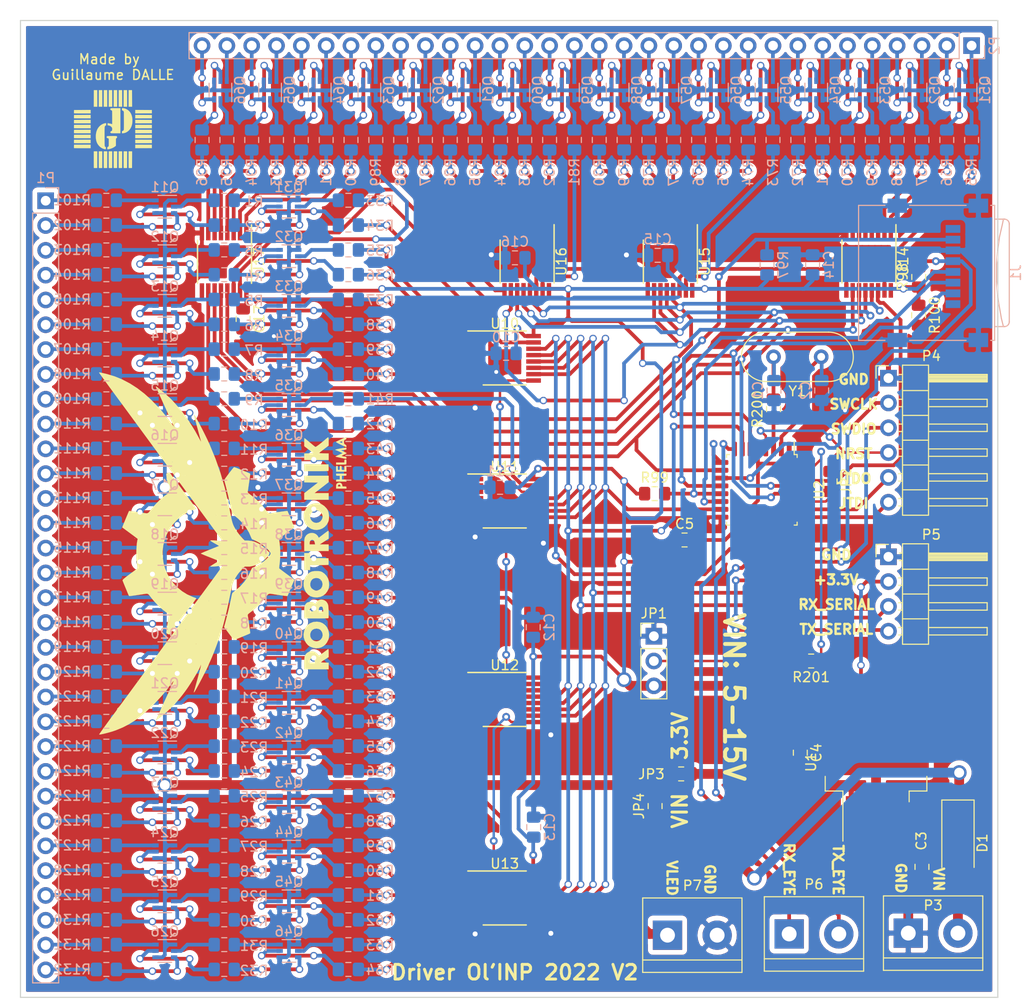
<source format=kicad_pcb>
(kicad_pcb (version 20171130) (host pcbnew 5.1.5+dfsg1-2build2)
  (layers (0 F.Cu signal) (31 B.Cu signal) (34 B.Paste user) (35 F.Paste user) (36 B.SilkS user) (37 F.SilkS user) (38 B.Mask user) (39 F.Mask user) (44 Edge.Cuts user))
  (net 0 "")
  (net 1 GND)
  (net 2 "Net-(C1-Pad1)")
  (net 3 "Net-(C2-Pad1)")
  (net 4 VCC)
  (net 5 "Net-(D1-Pad2)")
  (net 6 "Net-(JP1-Pad2)")
  (net 7 "Net-(JP2-Pad2)")
  (net 8 NRST)
  (net 9 "Net-(P1-Pad32)")
  (net 10 "Net-(P1-Pad31)")
  (net 11 "Net-(P1-Pad30)")
  (net 12 "Net-(P1-Pad29)")
  (net 13 "Net-(P1-Pad28)")
  (net 14 "Net-(P1-Pad27)")
  (net 15 "Net-(P1-Pad26)")
  (net 16 "Net-(P1-Pad25)")
  (net 17 "Net-(P1-Pad24)")
  (net 18 "Net-(P1-Pad23)")
  (net 19 "Net-(P1-Pad22)")
  (net 20 "Net-(P1-Pad21)")
  (net 21 "Net-(P1-Pad20)")
  (net 22 "Net-(P1-Pad19)")
  (net 23 "Net-(P1-Pad18)")
  (net 24 "Net-(P1-Pad17)")
  (net 25 "Net-(P1-Pad16)")
  (net 26 "Net-(P1-Pad15)")
  (net 27 "Net-(P1-Pad14)")
  (net 28 "Net-(P1-Pad13)")
  (net 29 "Net-(P1-Pad12)")
  (net 30 "Net-(P1-Pad11)")
  (net 31 "Net-(P1-Pad10)")
  (net 32 "Net-(P1-Pad9)")
  (net 33 "Net-(P1-Pad8)")
  (net 34 "Net-(P1-Pad7)")
  (net 35 "Net-(P1-Pad6)")
  (net 36 "Net-(P1-Pad5)")
  (net 37 "Net-(P1-Pad4)")
  (net 38 "Net-(P1-Pad3)")
  (net 39 "Net-(P1-Pad2)")
  (net 40 "Net-(P1-Pad1)")
  (net 41 "Net-(P2-Pad32)")
  (net 42 "Net-(P2-Pad31)")
  (net 43 "Net-(P2-Pad30)")
  (net 44 "Net-(P2-Pad29)")
  (net 45 "Net-(P2-Pad28)")
  (net 46 "Net-(P2-Pad27)")
  (net 47 "Net-(P2-Pad26)")
  (net 48 "Net-(P2-Pad25)")
  (net 49 "Net-(P2-Pad24)")
  (net 50 "Net-(P2-Pad23)")
  (net 51 "Net-(P2-Pad22)")
  (net 52 "Net-(P2-Pad21)")
  (net 53 "Net-(P2-Pad20)")
  (net 54 "Net-(P2-Pad19)")
  (net 55 "Net-(P2-Pad18)")
  (net 56 "Net-(P2-Pad17)")
  (net 57 "Net-(P2-Pad16)")
  (net 58 "Net-(P2-Pad15)")
  (net 59 "Net-(P2-Pad14)")
  (net 60 "Net-(P2-Pad13)")
  (net 61 "Net-(P2-Pad12)")
  (net 62 "Net-(P2-Pad11)")
  (net 63 "Net-(P2-Pad10)")
  (net 64 "Net-(P2-Pad9)")
  (net 65 "Net-(P2-Pad8)")
  (net 66 "Net-(P2-Pad7)")
  (net 67 "Net-(P2-Pad6)")
  (net 68 "Net-(P2-Pad5)")
  (net 69 "Net-(P2-Pad4)")
  (net 70 "Net-(P2-Pad3)")
  (net 71 "Net-(P2-Pad2)")
  (net 72 "Net-(P2-Pad1)")
  (net 73 JTDI)
  (net 74 JTDO)
  (net 75 SWDIO)
  (net 76 SWCLK)
  (net 77 TX_SERIAL)
  (net 78 RX_SERIAL)
  (net 79 TX_EYE)
  (net 80 RX_EYE)
  (net 81 "Net-(Q11-Pad6)")
  (net 82 VSS)
  (net 83 "Net-(Q11-Pad2)")
  (net 84 "Net-(Q11-Pad5)")
  (net 85 "Net-(Q11-Pad3)")
  (net 86 "Net-(Q12-Pad6)")
  (net 87 "Net-(Q12-Pad2)")
  (net 88 "Net-(Q12-Pad5)")
  (net 89 "Net-(Q12-Pad3)")
  (net 90 "Net-(Q13-Pad6)")
  (net 91 "Net-(Q13-Pad2)")
  (net 92 "Net-(Q13-Pad5)")
  (net 93 "Net-(Q13-Pad3)")
  (net 94 "Net-(Q14-Pad6)")
  (net 95 "Net-(Q14-Pad2)")
  (net 96 "Net-(Q14-Pad5)")
  (net 97 "Net-(Q14-Pad3)")
  (net 98 "Net-(Q15-Pad6)")
  (net 99 "Net-(Q15-Pad2)")
  (net 100 "Net-(Q15-Pad5)")
  (net 101 "Net-(Q15-Pad3)")
  (net 102 "Net-(Q16-Pad6)")
  (net 103 "Net-(Q16-Pad2)")
  (net 104 "Net-(Q16-Pad5)")
  (net 105 "Net-(Q16-Pad3)")
  (net 106 "Net-(Q17-Pad6)")
  (net 107 "Net-(Q17-Pad2)")
  (net 108 "Net-(Q17-Pad5)")
  (net 109 "Net-(Q17-Pad3)")
  (net 110 "Net-(Q18-Pad6)")
  (net 111 "Net-(Q18-Pad2)")
  (net 112 "Net-(Q18-Pad5)")
  (net 113 "Net-(Q18-Pad3)")
  (net 114 "Net-(Q19-Pad6)")
  (net 115 "Net-(Q19-Pad2)")
  (net 116 "Net-(Q19-Pad5)")
  (net 117 "Net-(Q19-Pad3)")
  (net 118 "Net-(Q20-Pad6)")
  (net 119 "Net-(Q20-Pad2)")
  (net 120 "Net-(Q20-Pad5)")
  (net 121 "Net-(Q20-Pad3)")
  (net 122 "Net-(Q21-Pad6)")
  (net 123 "Net-(Q21-Pad2)")
  (net 124 "Net-(Q21-Pad5)")
  (net 125 "Net-(Q21-Pad3)")
  (net 126 "Net-(Q22-Pad6)")
  (net 127 "Net-(Q22-Pad2)")
  (net 128 "Net-(Q22-Pad5)")
  (net 129 "Net-(Q22-Pad3)")
  (net 130 "Net-(Q23-Pad6)")
  (net 131 "Net-(Q23-Pad2)")
  (net 132 "Net-(Q23-Pad5)")
  (net 133 "Net-(Q23-Pad3)")
  (net 134 "Net-(Q24-Pad6)")
  (net 135 "Net-(Q24-Pad2)")
  (net 136 "Net-(Q24-Pad5)")
  (net 137 "Net-(Q24-Pad3)")
  (net 138 "Net-(Q25-Pad6)")
  (net 139 "Net-(Q25-Pad2)")
  (net 140 "Net-(Q25-Pad5)")
  (net 141 "Net-(Q25-Pad3)")
  (net 142 "Net-(Q26-Pad6)")
  (net 143 "Net-(Q26-Pad2)")
  (net 144 "Net-(Q26-Pad5)")
  (net 145 "Net-(Q26-Pad3)")
  (net 146 "Net-(Q31-Pad6)")
  (net 147 "Net-(Q31-Pad2)")
  (net 148 "Net-(Q31-Pad5)")
  (net 149 "Net-(Q31-Pad3)")
  (net 150 "Net-(Q32-Pad6)")
  (net 151 "Net-(Q32-Pad2)")
  (net 152 "Net-(Q32-Pad5)")
  (net 153 "Net-(Q32-Pad3)")
  (net 154 "Net-(Q33-Pad6)")
  (net 155 "Net-(Q33-Pad2)")
  (net 156 "Net-(Q33-Pad5)")
  (net 157 "Net-(Q33-Pad3)")
  (net 158 "Net-(Q34-Pad6)")
  (net 159 "Net-(Q34-Pad2)")
  (net 160 "Net-(Q34-Pad5)")
  (net 161 "Net-(Q34-Pad3)")
  (net 162 "Net-(Q35-Pad6)")
  (net 163 "Net-(Q35-Pad2)")
  (net 164 "Net-(Q35-Pad5)")
  (net 165 "Net-(Q35-Pad3)")
  (net 166 "Net-(Q36-Pad6)")
  (net 167 "Net-(Q36-Pad2)")
  (net 168 "Net-(Q36-Pad5)")
  (net 169 "Net-(Q36-Pad3)")
  (net 170 "Net-(Q37-Pad6)")
  (net 171 "Net-(Q37-Pad2)")
  (net 172 "Net-(Q37-Pad5)")
  (net 173 "Net-(Q37-Pad3)")
  (net 174 "Net-(Q38-Pad6)")
  (net 175 "Net-(Q38-Pad2)")
  (net 176 "Net-(Q38-Pad5)")
  (net 177 "Net-(Q38-Pad3)")
  (net 178 "Net-(Q39-Pad6)")
  (net 179 "Net-(Q39-Pad2)")
  (net 180 "Net-(Q39-Pad5)")
  (net 181 "Net-(Q39-Pad3)")
  (net 182 "Net-(Q40-Pad6)")
  (net 183 "Net-(Q40-Pad2)")
  (net 184 "Net-(Q40-Pad5)")
  (net 185 "Net-(Q40-Pad3)")
  (net 186 "Net-(Q41-Pad6)")
  (net 187 "Net-(Q41-Pad2)")
  (net 188 "Net-(Q41-Pad5)")
  (net 189 "Net-(Q41-Pad3)")
  (net 190 "Net-(Q42-Pad6)")
  (net 191 "Net-(Q42-Pad2)")
  (net 192 "Net-(Q42-Pad5)")
  (net 193 "Net-(Q42-Pad3)")
  (net 194 "Net-(Q43-Pad6)")
  (net 195 "Net-(Q43-Pad2)")
  (net 196 "Net-(Q43-Pad5)")
  (net 197 "Net-(Q43-Pad3)")
  (net 198 "Net-(Q44-Pad6)")
  (net 199 "Net-(Q44-Pad2)")
  (net 200 "Net-(Q44-Pad5)")
  (net 201 "Net-(Q44-Pad3)")
  (net 202 "Net-(Q45-Pad6)")
  (net 203 "Net-(Q45-Pad2)")
  (net 204 "Net-(Q45-Pad5)")
  (net 205 "Net-(Q45-Pad3)")
  (net 206 "Net-(Q46-Pad6)")
  (net 207 "Net-(Q46-Pad2)")
  (net 208 "Net-(Q46-Pad5)")
  (net 209 "Net-(Q46-Pad3)")
  (net 210 "Net-(Q51-Pad2)")
  (net 211 "Net-(Q51-Pad5)")
  (net 212 "Net-(Q52-Pad2)")
  (net 213 "Net-(Q52-Pad5)")
  (net 214 "Net-(Q53-Pad2)")
  (net 215 "Net-(Q53-Pad5)")
  (net 216 "Net-(Q54-Pad2)")
  (net 217 "Net-(Q54-Pad5)")
  (net 218 "Net-(Q55-Pad2)")
  (net 219 "Net-(Q55-Pad5)")
  (net 220 "Net-(Q56-Pad2)")
  (net 221 "Net-(Q56-Pad5)")
  (net 222 "Net-(Q57-Pad2)")
  (net 223 "Net-(Q57-Pad5)")
  (net 224 "Net-(Q58-Pad2)")
  (net 225 "Net-(Q58-Pad5)")
  (net 226 "Net-(Q59-Pad2)")
  (net 227 "Net-(Q59-Pad5)")
  (net 228 "Net-(Q60-Pad2)")
  (net 229 "Net-(Q60-Pad5)")
  (net 230 "Net-(Q61-Pad2)")
  (net 231 "Net-(Q61-Pad5)")
  (net 232 "Net-(Q62-Pad2)")
  (net 233 "Net-(Q62-Pad5)")
  (net 234 "Net-(Q63-Pad2)")
  (net 235 "Net-(Q63-Pad5)")
  (net 236 "Net-(Q64-Pad2)")
  (net 237 "Net-(Q64-Pad5)")
  (net 238 "Net-(Q65-Pad2)")
  (net 239 "Net-(Q65-Pad5)")
  (net 240 "Net-(Q66-Pad2)")
  (net 241 "Net-(Q66-Pad5)")
  (net 242 "Net-(R33-Pad2)")
  (net 243 "Net-(R34-Pad2)")
  (net 244 "Net-(R35-Pad2)")
  (net 245 "Net-(R36-Pad2)")
  (net 246 "Net-(R37-Pad2)")
  (net 247 "Net-(R38-Pad2)")
  (net 248 "Net-(R39-Pad2)")
  (net 249 "Net-(R40-Pad2)")
  (net 250 "Net-(R41-Pad2)")
  (net 251 "Net-(R42-Pad2)")
  (net 252 "Net-(R43-Pad2)")
  (net 253 "Net-(R44-Pad2)")
  (net 254 "Net-(R45-Pad2)")
  (net 255 "Net-(R46-Pad2)")
  (net 256 "Net-(R47-Pad2)")
  (net 257 "Net-(R48-Pad2)")
  (net 258 "Net-(R49-Pad2)")
  (net 259 "Net-(R50-Pad2)")
  (net 260 "Net-(R51-Pad2)")
  (net 261 "Net-(R52-Pad2)")
  (net 262 "Net-(R53-Pad2)")
  (net 263 "Net-(R54-Pad2)")
  (net 264 "Net-(R55-Pad2)")
  (net 265 "Net-(R56-Pad2)")
  (net 266 "Net-(R57-Pad2)")
  (net 267 "Net-(R58-Pad2)")
  (net 268 "Net-(R59-Pad2)")
  (net 269 "Net-(R60-Pad2)")
  (net 270 "Net-(R61-Pad2)")
  (net 271 "Net-(R62-Pad2)")
  (net 272 "Net-(R63-Pad2)")
  (net 273 "Net-(R64-Pad2)")
  (net 274 "Net-(R65-Pad2)")
  (net 275 "Net-(R66-Pad2)")
  (net 276 "Net-(R67-Pad2)")
  (net 277 "Net-(R68-Pad2)")
  (net 278 "Net-(R69-Pad2)")
  (net 279 "Net-(R70-Pad2)")
  (net 280 "Net-(R71-Pad2)")
  (net 281 "Net-(R72-Pad2)")
  (net 282 "Net-(R75-Pad2)")
  (net 283 "Net-(R76-Pad2)")
  (net 284 "Net-(R77-Pad2)")
  (net 285 "Net-(R78-Pad2)")
  (net 286 "Net-(R79-Pad2)")
  (net 287 "Net-(R80-Pad2)")
  (net 288 "Net-(R81-Pad2)")
  (net 289 "Net-(R82-Pad2)")
  (net 290 "Net-(R83-Pad2)")
  (net 291 "Net-(R84-Pad2)")
  (net 292 "Net-(R85-Pad2)")
  (net 293 "Net-(R86-Pad2)")
  (net 294 "Net-(R87-Pad2)")
  (net 295 "Net-(R88-Pad2)")
  (net 296 "Net-(R89-Pad2)")
  (net 297 "Net-(R90-Pad2)")
  (net 298 "Net-(R91-Pad2)")
  (net 299 "Net-(R92-Pad2)")
  (net 300 "Net-(R93-Pad2)")
  (net 301 "Net-(R94-Pad2)")
  (net 302 "Net-(R95-Pad2)")
  (net 303 "Net-(R96-Pad2)")
  (net 304 "Net-(R200-Pad1)")
  (net 305 "Net-(R201-Pad1)")
  (net 306 LATCH_COL)
  (net 307 CLK_COL)
  (net 308 CLEAR_COL)
  (net 309 SERIALIN_LIN)
  (net 310 CLK_LIN)
  (net 311 LATCH_LIN)
  (net 312 CLEAR_LIN)
  (net 313 BLANK_COL)
  (net 314 BLANK_LIN)
  (net 315 "Net-(U10-Pad9)")
  (net 316 "Net-(U11-Pad9)")
  (net 317 "Net-(U12-Pad9)")
  (net 318 "Net-(U13-Pad9)")
  (net 319 "Net-(U14-Pad9)")
  (net 320 "Net-(U15-Pad9)")
  (net 321 "Net-(U16-Pad9)")
  (net 322 "Net-(U17-Pad9)")
  (net 323 "Net-(R73-Pad2)")
  (net 324 "Net-(R74-Pad2)")
  (net 325 +BATT)
  (net 326 SERIALIN_COL)
  (net 327 SPI1_CS)
  (net 328 SPI1_MOSI)
  (net 329 SPI1_MISO)
  (net 330 SPI1_CLK)
  (net 331 "Net-(J1-Pad1)")
  (net 332 "Net-(J1-Pad8)")
  (module Resistor_SMD:R_0805_2012Metric_Pad1.15x1.40mm_HandSolder (layer F.Cu) (at 141.8971 80.1714 270)
    (fp_text reference R100 (at 0 -1.65 90) (layer F.SilkS))
    (fp_text value R)
    (pad 2 smd roundrect (at 1.025 0 270) (size 1.15 1.4) (layers F.Cu F.Paste F.Mask) (roundrect_rratio 0.217391) (net 327 SPI1_CS))
    (pad 1 smd roundrect (at -1.025 0 270) (size 1.15 1.4) (layers F.Cu F.Paste F.Mask) (roundrect_rratio 0.217391) (net 4 VCC))
  )
  (module Resistor_SMD:R_0805_2012Metric_Pad1.15x1.40mm_HandSolder (layer F.Cu) (at 114.8879 98.4377)
    (fp_text reference R99 (at 0 -1.65) (layer F.SilkS))
    (fp_text value R)
    (pad 2 smd roundrect (at 1.025 0) (size 1.15 1.4) (layers F.Cu F.Paste F.Mask) (roundrect_rratio 0.217391) (net 328 SPI1_MOSI))
    (pad 1 smd roundrect (at -1.025 0) (size 1.15 1.4) (layers F.Cu F.Paste F.Mask) (roundrect_rratio 0.217391) (net 4 VCC))
  )
  (module Resistor_SMD:R_0805_2012Metric_Pad1.15x1.40mm_HandSolder (layer F.Cu) (at 141.9098 76.2598 90)
    (fp_text reference R98 (at 0 -1.65 90) (layer F.SilkS))
    (fp_text value R)
    (pad 2 smd roundrect (at 1.025 0 90) (size 1.15 1.4) (layers F.Cu F.Paste F.Mask) (roundrect_rratio 0.217391) (net 330 SPI1_CLK))
    (pad 1 smd roundrect (at -1.025 0 90) (size 1.15 1.4) (layers F.Cu F.Paste F.Mask) (roundrect_rratio 0.217391) (net 4 VCC))
  )
  (module Resistor_SMD:R_0805_2012Metric_Pad1.15x1.40mm_HandSolder (layer B.Cu) (at 126.3904 75.0152 90)
    (fp_text reference R97 (at 0 1.65 270) (layer B.SilkS) (effects (justify mirror)))
    (fp_text value R)
    (pad 2 smd roundrect (at 1.025 0 90) (size 1.15 1.4) (layers B.Cu B.Paste B.Mask) (roundrect_rratio 0.217391) (net 329 SPI1_MISO))
    (pad 1 smd roundrect (at -1.025 0 90) (size 1.15 1.4) (layers B.Cu B.Paste B.Mask) (roundrect_rratio 0.217391) (net 4 VCC))
  )
  (module Connector_Card:microSD_HC_Wuerth_693072010801 (layer B.Cu) (at 143.865 75.835 90)
    (fp_text reference J1 (at 0 7.99 -90) (layer B.SilkS) (effects (justify mirror)))
    (fp_text value Micro_SD_Card)
    (pad 1 smd rect (at -3.2 1.55 90) (size 0.8 1.5) (layers B.Cu B.Paste B.Mask) (net 331 "Net-(J1-Pad1)"))
    (pad 2 smd rect (at -2.1 1.55 90) (size 0.8 1.5) (layers B.Cu B.Paste B.Mask) (net 327 SPI1_CS))
    (pad 3 smd rect (at -1 1.55 90) (size 0.8 1.5) (layers B.Cu B.Paste B.Mask) (net 328 SPI1_MOSI))
    (pad 4 smd rect (at 0.1 1.55 90) (size 0.8 1.5) (layers B.Cu B.Paste B.Mask) (net 4 VCC))
    (pad 5 smd rect (at 1.2 1.55 90) (size 0.8 1.5) (layers B.Cu B.Paste B.Mask) (net 330 SPI1_CLK))
    (pad 6 smd rect (at 2.3 1.55 90) (size 0.8 1.5) (layers B.Cu B.Paste B.Mask) (net 1 GND))
    (pad 7 smd rect (at 3.4 1.55 90) (size 0.8 1.5) (layers B.Cu B.Paste B.Mask) (net 329 SPI1_MISO))
    (pad 8 smd rect (at 4.5 1.55 90) (size 0.8 1.5) (layers B.Cu B.Paste B.Mask) (net 332 "Net-(J1-Pad8)"))
    (pad 9 smd rect (at 6.875 -4.15 90) (size 1.45 2) (layers B.Cu B.Paste B.Mask) (net 1 GND))
    (pad 9 smd rect (at -6.875 -4.15 90) (size 1.45 2) (layers B.Cu B.Paste B.Mask) (net 1 GND))
    (pad 9 smd rect (at -6.875 4.15 90) (size 1.45 2) (layers B.Cu B.Paste B.Mask) (net 1 GND))
    (pad 9 smd rect (at 6.875 4.15 90) (size 1.45 2) (layers B.Cu B.Paste B.Mask) (net 1 GND))
  )
  (module libraries:LogoGuillaumeDALLE (layer F.Cu) (at 59.4614 61.1124)
    (fp_text reference G*** hide)
    (fp_text value LOGO hide)
  )
  (module libraries:LogoRobotronikPetit (layer F.Cu) (at 70.866 104.648 90)
    (fp_text reference G*** hide)
    (fp_text value LOGO hide)
  )
  (module TerminalBlock:TerminalBlock_bornier-2_P5.08mm (layer F.Cu) (at 116.205 143.637)
    (fp_text reference P7 (at 2.54 -5.08) (layer F.SilkS))
    (fp_text value Conn_01x02)
    (pad 2 thru_hole circle (at 5.08 0) (size 3 3) (drill 1.52) (layers *.Cu *.Mask) (net 1 GND))
    (pad 1 thru_hole rect (at 0 0) (size 3 3) (drill 1.52) (layers *.Cu *.Mask) (net 82 VSS))
  )
  (module Connector_PinHeader_2.54mm:PinHeader_1x04_P2.54mm_Horizontal (layer F.Cu) (at 138.811 104.902)
    (fp_text reference P5 (at 4.385 -2.27) (layer F.SilkS))
    (fp_text value Conn_01x04)
    (pad 4 thru_hole oval (at 0 7.62) (size 1.7 1.7) (drill 1) (layers *.Cu *.Mask) (net 77 TX_SERIAL))
    (pad 3 thru_hole oval (at 0 5.08) (size 1.7 1.7) (drill 1) (layers *.Cu *.Mask) (net 78 RX_SERIAL))
    (pad 2 thru_hole oval (at 0 2.54) (size 1.7 1.7) (drill 1) (layers *.Cu *.Mask) (net 4 VCC))
    (pad 1 thru_hole rect (at 0 0) (size 1.7 1.7) (drill 1) (layers *.Cu *.Mask) (net 1 GND))
  )
  (module Connector_PinHeader_2.54mm:PinHeader_1x06_P2.54mm_Horizontal (layer F.Cu) (at 138.811 86.614)
    (fp_text reference P4 (at 4.385 -2.27) (layer F.SilkS))
    (fp_text value Conn_01x06)
    (pad 6 thru_hole oval (at 0 12.7) (size 1.7 1.7) (drill 1) (layers *.Cu *.Mask) (net 73 JTDI))
    (pad 5 thru_hole oval (at 0 10.16) (size 1.7 1.7) (drill 1) (layers *.Cu *.Mask) (net 74 JTDO))
    (pad 4 thru_hole oval (at 0 7.62) (size 1.7 1.7) (drill 1) (layers *.Cu *.Mask) (net 8 NRST))
    (pad 3 thru_hole oval (at 0 5.08) (size 1.7 1.7) (drill 1) (layers *.Cu *.Mask) (net 75 SWDIO))
    (pad 2 thru_hole oval (at 0 2.54) (size 1.7 1.7) (drill 1) (layers *.Cu *.Mask) (net 76 SWCLK))
    (pad 1 thru_hole rect (at 0 0) (size 1.7 1.7) (drill 1) (layers *.Cu *.Mask) (net 1 GND))
  )
  (module Package_SO:TSSOP-16_4.4x5mm_P0.65mm (layer F.Cu) (at 99.55 139.865)
    (fp_text reference U13 (at 0 -3.55) (layer F.SilkS))
    (fp_text value 74HC595)
    (pad 1 smd rect (at -2.95 -2.275) (size 1.5 0.45) (layers F.Cu F.Paste F.Mask) (net 267 "Net-(R58-Pad2)"))
    (pad 2 smd rect (at -2.95 -1.625) (size 1.5 0.45) (layers F.Cu F.Paste F.Mask) (net 268 "Net-(R59-Pad2)"))
    (pad 3 smd rect (at -2.95 -0.975) (size 1.5 0.45) (layers F.Cu F.Paste F.Mask) (net 269 "Net-(R60-Pad2)"))
    (pad 4 smd rect (at -2.95 -0.325) (size 1.5 0.45) (layers F.Cu F.Paste F.Mask) (net 270 "Net-(R61-Pad2)"))
    (pad 5 smd rect (at -2.95 0.325) (size 1.5 0.45) (layers F.Cu F.Paste F.Mask) (net 271 "Net-(R62-Pad2)"))
    (pad 6 smd rect (at -2.95 0.975) (size 1.5 0.45) (layers F.Cu F.Paste F.Mask) (net 272 "Net-(R63-Pad2)"))
    (pad 7 smd rect (at -2.95 1.625) (size 1.5 0.45) (layers F.Cu F.Paste F.Mask) (net 273 "Net-(R64-Pad2)"))
    (pad 8 smd rect (at -2.95 2.275) (size 1.5 0.45) (layers F.Cu F.Paste F.Mask) (net 1 GND))
    (pad 9 smd rect (at 2.95 2.275) (size 1.5 0.45) (layers F.Cu F.Paste F.Mask) (net 318 "Net-(U13-Pad9)"))
    (pad 10 smd rect (at 2.95 1.625) (size 1.5 0.45) (layers F.Cu F.Paste F.Mask) (net 308 CLEAR_COL))
    (pad 11 smd rect (at 2.95 0.975) (size 1.5 0.45) (layers F.Cu F.Paste F.Mask) (net 307 CLK_COL))
    (pad 12 smd rect (at 2.95 0.325) (size 1.5 0.45) (layers F.Cu F.Paste F.Mask) (net 306 LATCH_COL))
    (pad 13 smd rect (at 2.95 -0.325) (size 1.5 0.45) (layers F.Cu F.Paste F.Mask) (net 313 BLANK_COL))
    (pad 14 smd rect (at 2.95 -0.975) (size 1.5 0.45) (layers F.Cu F.Paste F.Mask) (net 317 "Net-(U12-Pad9)"))
    (pad 15 smd rect (at 2.95 -1.625) (size 1.5 0.45) (layers F.Cu F.Paste F.Mask) (net 266 "Net-(R57-Pad2)"))
    (pad 16 smd rect (at 2.95 -2.275) (size 1.5 0.45) (layers F.Cu F.Paste F.Mask) (net 4 VCC))
  )
  (module Package_SO:TSSOP-16_4.4x5mm_P0.65mm (layer F.Cu) (at 99.55 119.545)
    (fp_text reference U12 (at 0 -3.55) (layer F.SilkS))
    (fp_text value 74HC595)
    (pad 16 smd rect (at 2.95 -2.275) (size 1.5 0.45) (layers F.Cu F.Paste F.Mask) (net 4 VCC))
    (pad 15 smd rect (at 2.95 -1.625) (size 1.5 0.45) (layers F.Cu F.Paste F.Mask) (net 258 "Net-(R49-Pad2)"))
    (pad 14 smd rect (at 2.95 -0.975) (size 1.5 0.45) (layers F.Cu F.Paste F.Mask) (net 316 "Net-(U11-Pad9)"))
    (pad 13 smd rect (at 2.95 -0.325) (size 1.5 0.45) (layers F.Cu F.Paste F.Mask) (net 313 BLANK_COL))
    (pad 12 smd rect (at 2.95 0.325) (size 1.5 0.45) (layers F.Cu F.Paste F.Mask) (net 306 LATCH_COL))
    (pad 11 smd rect (at 2.95 0.975) (size 1.5 0.45) (layers F.Cu F.Paste F.Mask) (net 307 CLK_COL))
    (pad 10 smd rect (at 2.95 1.625) (size 1.5 0.45) (layers F.Cu F.Paste F.Mask) (net 308 CLEAR_COL))
    (pad 9 smd rect (at 2.95 2.275) (size 1.5 0.45) (layers F.Cu F.Paste F.Mask) (net 317 "Net-(U12-Pad9)"))
    (pad 8 smd rect (at -2.95 2.275) (size 1.5 0.45) (layers F.Cu F.Paste F.Mask) (net 1 GND))
    (pad 7 smd rect (at -2.95 1.625) (size 1.5 0.45) (layers F.Cu F.Paste F.Mask) (net 265 "Net-(R56-Pad2)"))
    (pad 6 smd rect (at -2.95 0.975) (size 1.5 0.45) (layers F.Cu F.Paste F.Mask) (net 264 "Net-(R55-Pad2)"))
    (pad 5 smd rect (at -2.95 0.325) (size 1.5 0.45) (layers F.Cu F.Paste F.Mask) (net 263 "Net-(R54-Pad2)"))
    (pad 4 smd rect (at -2.95 -0.325) (size 1.5 0.45) (layers F.Cu F.Paste F.Mask) (net 262 "Net-(R53-Pad2)"))
    (pad 3 smd rect (at -2.95 -0.975) (size 1.5 0.45) (layers F.Cu F.Paste F.Mask) (net 261 "Net-(R52-Pad2)"))
    (pad 2 smd rect (at -2.95 -1.625) (size 1.5 0.45) (layers F.Cu F.Paste F.Mask) (net 260 "Net-(R51-Pad2)"))
    (pad 1 smd rect (at -2.95 -2.275) (size 1.5 0.45) (layers F.Cu F.Paste F.Mask) (net 259 "Net-(R50-Pad2)"))
  )
  (module Package_SO:TSSOP-16_4.4x5mm_P0.65mm (layer F.Cu) (at 99.55 99.225)
    (fp_text reference U11 (at 0 -3.55) (layer F.SilkS))
    (fp_text value 74HC595)
    (pad 16 smd rect (at 2.95 -2.275) (size 1.5 0.45) (layers F.Cu F.Paste F.Mask) (net 4 VCC))
    (pad 15 smd rect (at 2.95 -1.625) (size 1.5 0.45) (layers F.Cu F.Paste F.Mask) (net 250 "Net-(R41-Pad2)"))
    (pad 14 smd rect (at 2.95 -0.975) (size 1.5 0.45) (layers F.Cu F.Paste F.Mask) (net 315 "Net-(U10-Pad9)"))
    (pad 13 smd rect (at 2.95 -0.325) (size 1.5 0.45) (layers F.Cu F.Paste F.Mask) (net 313 BLANK_COL))
    (pad 12 smd rect (at 2.95 0.325) (size 1.5 0.45) (layers F.Cu F.Paste F.Mask) (net 306 LATCH_COL))
    (pad 11 smd rect (at 2.95 0.975) (size 1.5 0.45) (layers F.Cu F.Paste F.Mask) (net 307 CLK_COL))
    (pad 10 smd rect (at 2.95 1.625) (size 1.5 0.45) (layers F.Cu F.Paste F.Mask) (net 308 CLEAR_COL))
    (pad 9 smd rect (at 2.95 2.275) (size 1.5 0.45) (layers F.Cu F.Paste F.Mask) (net 316 "Net-(U11-Pad9)"))
    (pad 8 smd rect (at -2.95 2.275) (size 1.5 0.45) (layers F.Cu F.Paste F.Mask) (net 1 GND))
    (pad 7 smd rect (at -2.95 1.625) (size 1.5 0.45) (layers F.Cu F.Paste F.Mask) (net 257 "Net-(R48-Pad2)"))
    (pad 6 smd rect (at -2.95 0.975) (size 1.5 0.45) (layers F.Cu F.Paste F.Mask) (net 256 "Net-(R47-Pad2)"))
    (pad 5 smd rect (at -2.95 0.325) (size 1.5 0.45) (layers F.Cu F.Paste F.Mask) (net 255 "Net-(R46-Pad2)"))
    (pad 4 smd rect (at -2.95 -0.325) (size 1.5 0.45) (layers F.Cu F.Paste F.Mask) (net 254 "Net-(R45-Pad2)"))
    (pad 3 smd rect (at -2.95 -0.975) (size 1.5 0.45) (layers F.Cu F.Paste F.Mask) (net 253 "Net-(R44-Pad2)"))
    (pad 2 smd rect (at -2.95 -1.625) (size 1.5 0.45) (layers F.Cu F.Paste F.Mask) (net 252 "Net-(R43-Pad2)"))
    (pad 1 smd rect (at -2.95 -2.275) (size 1.5 0.45) (layers F.Cu F.Paste F.Mask) (net 251 "Net-(R42-Pad2)"))
  )
  (module Package_SO:TSSOP-16_4.4x5mm_P0.65mm (layer F.Cu) (at 99.55 84.582)
    (fp_text reference U10 (at 0 -3.55) (layer F.SilkS))
    (fp_text value 74HC595)
    (pad 16 smd rect (at 2.95 -2.275) (size 1.5 0.45) (layers F.Cu F.Paste F.Mask) (net 4 VCC))
    (pad 15 smd rect (at 2.95 -1.625) (size 1.5 0.45) (layers F.Cu F.Paste F.Mask) (net 242 "Net-(R33-Pad2)"))
    (pad 14 smd rect (at 2.95 -0.975) (size 1.5 0.45) (layers F.Cu F.Paste F.Mask) (net 326 SERIALIN_COL))
    (pad 13 smd rect (at 2.95 -0.325) (size 1.5 0.45) (layers F.Cu F.Paste F.Mask) (net 313 BLANK_COL))
    (pad 12 smd rect (at 2.95 0.325) (size 1.5 0.45) (layers F.Cu F.Paste F.Mask) (net 306 LATCH_COL))
    (pad 11 smd rect (at 2.95 0.975) (size 1.5 0.45) (layers F.Cu F.Paste F.Mask) (net 307 CLK_COL))
    (pad 10 smd rect (at 2.95 1.625) (size 1.5 0.45) (layers F.Cu F.Paste F.Mask) (net 308 CLEAR_COL))
    (pad 9 smd rect (at 2.95 2.275) (size 1.5 0.45) (layers F.Cu F.Paste F.Mask) (net 315 "Net-(U10-Pad9)"))
    (pad 8 smd rect (at -2.95 2.275) (size 1.5 0.45) (layers F.Cu F.Paste F.Mask) (net 1 GND))
    (pad 7 smd rect (at -2.95 1.625) (size 1.5 0.45) (layers F.Cu F.Paste F.Mask) (net 249 "Net-(R40-Pad2)"))
    (pad 6 smd rect (at -2.95 0.975) (size 1.5 0.45) (layers F.Cu F.Paste F.Mask) (net 248 "Net-(R39-Pad2)"))
    (pad 5 smd rect (at -2.95 0.325) (size 1.5 0.45) (layers F.Cu F.Paste F.Mask) (net 247 "Net-(R38-Pad2)"))
    (pad 4 smd rect (at -2.95 -0.325) (size 1.5 0.45) (layers F.Cu F.Paste F.Mask) (net 246 "Net-(R37-Pad2)"))
    (pad 3 smd rect (at -2.95 -0.975) (size 1.5 0.45) (layers F.Cu F.Paste F.Mask) (net 245 "Net-(R36-Pad2)"))
    (pad 2 smd rect (at -2.95 -1.625) (size 1.5 0.45) (layers F.Cu F.Paste F.Mask) (net 244 "Net-(R35-Pad2)"))
    (pad 1 smd rect (at -2.95 -2.275) (size 1.5 0.45) (layers F.Cu F.Paste F.Mask) (net 243 "Net-(R34-Pad2)"))
  )
  (module Resistor_SMD:R_0805_2012Metric_Pad1.15x1.40mm_HandSolder (layer F.Cu) (at 114.935 130.42 90)
    (fp_text reference JP4 (at 0 -1.65 90) (layer F.SilkS))
    (fp_text value Jumper)
    (pad 2 smd roundrect (at 1.025 0 90) (size 1.15 1.4) (layers F.Cu F.Paste F.Mask) (roundrect_rratio 0.217391) (net 82 VSS))
    (pad 1 smd roundrect (at -1.025 0 90) (size 1.15 1.4) (layers F.Cu F.Paste F.Mask) (roundrect_rratio 0.217391) (net 325 +BATT))
  )
  (module Resistor_SMD:R_0805_2012Metric_Pad1.15x1.40mm_HandSolder (layer F.Cu) (at 117.602 127.127 180)
    (fp_text reference JP3 (at 3.048 -0.0254) (layer F.SilkS))
    (fp_text value Jumper)
    (pad 2 smd roundrect (at 1.025 0 180) (size 1.15 1.4) (layers F.Cu F.Paste F.Mask) (roundrect_rratio 0.217391) (net 82 VSS))
    (pad 1 smd roundrect (at -1.025 0 180) (size 1.15 1.4) (layers F.Cu F.Paste F.Mask) (roundrect_rratio 0.217391) (net 4 VCC))
  )
  (module Package_TO_SOT_SMD:SOT-363_SC-70-6 (layer B.Cu) (at 70.46 57.12 90)
    (fp_text reference Q66 (at 0 2 90) (layer B.SilkS) (effects (justify mirror)))
    (fp_text value BC846BDW1)
    (pad 6 smd rect (at 0.95 0.65 90) (size 0.65 0.4) (layers B.Cu B.Paste B.Mask) (net 42 "Net-(P2-Pad31)"))
    (pad 4 smd rect (at 0.95 -0.65 90) (size 0.65 0.4) (layers B.Cu B.Paste B.Mask) (net 1 GND))
    (pad 2 smd rect (at -0.95 0 90) (size 0.65 0.4) (layers B.Cu B.Paste B.Mask) (net 240 "Net-(Q66-Pad2)"))
    (pad 5 smd rect (at 0.95 0 90) (size 0.65 0.4) (layers B.Cu B.Paste B.Mask) (net 241 "Net-(Q66-Pad5)"))
    (pad 3 smd rect (at -0.95 -0.65 90) (size 0.65 0.4) (layers B.Cu B.Paste B.Mask) (net 41 "Net-(P2-Pad32)"))
    (pad 1 smd rect (at -0.95 0.65 90) (size 0.65 0.4) (layers B.Cu B.Paste B.Mask) (net 1 GND))
  )
  (module Package_TO_SOT_SMD:SOT-363_SC-70-6 (layer B.Cu) (at 75.54 57.12 90)
    (fp_text reference Q65 (at 0 2 90) (layer B.SilkS) (effects (justify mirror)))
    (fp_text value BC846BDW1)
    (pad 6 smd rect (at 0.95 0.65 90) (size 0.65 0.4) (layers B.Cu B.Paste B.Mask) (net 44 "Net-(P2-Pad29)"))
    (pad 4 smd rect (at 0.95 -0.65 90) (size 0.65 0.4) (layers B.Cu B.Paste B.Mask) (net 1 GND))
    (pad 2 smd rect (at -0.95 0 90) (size 0.65 0.4) (layers B.Cu B.Paste B.Mask) (net 238 "Net-(Q65-Pad2)"))
    (pad 5 smd rect (at 0.95 0 90) (size 0.65 0.4) (layers B.Cu B.Paste B.Mask) (net 239 "Net-(Q65-Pad5)"))
    (pad 3 smd rect (at -0.95 -0.65 90) (size 0.65 0.4) (layers B.Cu B.Paste B.Mask) (net 43 "Net-(P2-Pad30)"))
    (pad 1 smd rect (at -0.95 0.65 90) (size 0.65 0.4) (layers B.Cu B.Paste B.Mask) (net 1 GND))
  )
  (module Package_TO_SOT_SMD:SOT-363_SC-70-6 (layer B.Cu) (at 80.62 57.12 90)
    (fp_text reference Q64 (at 0 2 90) (layer B.SilkS) (effects (justify mirror)))
    (fp_text value BC846BDW1)
    (pad 6 smd rect (at 0.95 0.65 90) (size 0.65 0.4) (layers B.Cu B.Paste B.Mask) (net 46 "Net-(P2-Pad27)"))
    (pad 4 smd rect (at 0.95 -0.65 90) (size 0.65 0.4) (layers B.Cu B.Paste B.Mask) (net 1 GND))
    (pad 2 smd rect (at -0.95 0 90) (size 0.65 0.4) (layers B.Cu B.Paste B.Mask) (net 236 "Net-(Q64-Pad2)"))
    (pad 5 smd rect (at 0.95 0 90) (size 0.65 0.4) (layers B.Cu B.Paste B.Mask) (net 237 "Net-(Q64-Pad5)"))
    (pad 3 smd rect (at -0.95 -0.65 90) (size 0.65 0.4) (layers B.Cu B.Paste B.Mask) (net 45 "Net-(P2-Pad28)"))
    (pad 1 smd rect (at -0.95 0.65 90) (size 0.65 0.4) (layers B.Cu B.Paste B.Mask) (net 1 GND))
  )
  (module Package_TO_SOT_SMD:SOT-363_SC-70-6 (layer B.Cu) (at 85.7 57.12 90)
    (fp_text reference Q63 (at 0 2 90) (layer B.SilkS) (effects (justify mirror)))
    (fp_text value BC846BDW1)
    (pad 6 smd rect (at 0.95 0.65 90) (size 0.65 0.4) (layers B.Cu B.Paste B.Mask) (net 48 "Net-(P2-Pad25)"))
    (pad 4 smd rect (at 0.95 -0.65 90) (size 0.65 0.4) (layers B.Cu B.Paste B.Mask) (net 1 GND))
    (pad 2 smd rect (at -0.95 0 90) (size 0.65 0.4) (layers B.Cu B.Paste B.Mask) (net 234 "Net-(Q63-Pad2)"))
    (pad 5 smd rect (at 0.95 0 90) (size 0.65 0.4) (layers B.Cu B.Paste B.Mask) (net 235 "Net-(Q63-Pad5)"))
    (pad 3 smd rect (at -0.95 -0.65 90) (size 0.65 0.4) (layers B.Cu B.Paste B.Mask) (net 47 "Net-(P2-Pad26)"))
    (pad 1 smd rect (at -0.95 0.65 90) (size 0.65 0.4) (layers B.Cu B.Paste B.Mask) (net 1 GND))
  )
  (module Package_TO_SOT_SMD:SOT-363_SC-70-6 (layer B.Cu) (at 90.78 57.12 90)
    (fp_text reference Q62 (at 0 2 90) (layer B.SilkS) (effects (justify mirror)))
    (fp_text value BC846BDW1)
    (pad 6 smd rect (at 0.95 0.65 90) (size 0.65 0.4) (layers B.Cu B.Paste B.Mask) (net 50 "Net-(P2-Pad23)"))
    (pad 4 smd rect (at 0.95 -0.65 90) (size 0.65 0.4) (layers B.Cu B.Paste B.Mask) (net 1 GND))
    (pad 2 smd rect (at -0.95 0 90) (size 0.65 0.4) (layers B.Cu B.Paste B.Mask) (net 232 "Net-(Q62-Pad2)"))
    (pad 5 smd rect (at 0.95 0 90) (size 0.65 0.4) (layers B.Cu B.Paste B.Mask) (net 233 "Net-(Q62-Pad5)"))
    (pad 3 smd rect (at -0.95 -0.65 90) (size 0.65 0.4) (layers B.Cu B.Paste B.Mask) (net 49 "Net-(P2-Pad24)"))
    (pad 1 smd rect (at -0.95 0.65 90) (size 0.65 0.4) (layers B.Cu B.Paste B.Mask) (net 1 GND))
  )
  (module Package_TO_SOT_SMD:SOT-363_SC-70-6 (layer B.Cu) (at 95.86 57.12 90)
    (fp_text reference Q61 (at 0 2 90) (layer B.SilkS) (effects (justify mirror)))
    (fp_text value BC846BDW1)
    (pad 6 smd rect (at 0.95 0.65 90) (size 0.65 0.4) (layers B.Cu B.Paste B.Mask) (net 52 "Net-(P2-Pad21)"))
    (pad 4 smd rect (at 0.95 -0.65 90) (size 0.65 0.4) (layers B.Cu B.Paste B.Mask) (net 1 GND))
    (pad 2 smd rect (at -0.95 0 90) (size 0.65 0.4) (layers B.Cu B.Paste B.Mask) (net 230 "Net-(Q61-Pad2)"))
    (pad 5 smd rect (at 0.95 0 90) (size 0.65 0.4) (layers B.Cu B.Paste B.Mask) (net 231 "Net-(Q61-Pad5)"))
    (pad 3 smd rect (at -0.95 -0.65 90) (size 0.65 0.4) (layers B.Cu B.Paste B.Mask) (net 51 "Net-(P2-Pad22)"))
    (pad 1 smd rect (at -0.95 0.65 90) (size 0.65 0.4) (layers B.Cu B.Paste B.Mask) (net 1 GND))
  )
  (module Package_TO_SOT_SMD:SOT-363_SC-70-6 (layer B.Cu) (at 100.94 57.12 90)
    (fp_text reference Q60 (at 0 2 90) (layer B.SilkS) (effects (justify mirror)))
    (fp_text value BC846BDW1)
    (pad 6 smd rect (at 0.95 0.65 90) (size 0.65 0.4) (layers B.Cu B.Paste B.Mask) (net 54 "Net-(P2-Pad19)"))
    (pad 4 smd rect (at 0.95 -0.65 90) (size 0.65 0.4) (layers B.Cu B.Paste B.Mask) (net 1 GND))
    (pad 2 smd rect (at -0.95 0 90) (size 0.65 0.4) (layers B.Cu B.Paste B.Mask) (net 228 "Net-(Q60-Pad2)"))
    (pad 5 smd rect (at 0.95 0 90) (size 0.65 0.4) (layers B.Cu B.Paste B.Mask) (net 229 "Net-(Q60-Pad5)"))
    (pad 3 smd rect (at -0.95 -0.65 90) (size 0.65 0.4) (layers B.Cu B.Paste B.Mask) (net 53 "Net-(P2-Pad20)"))
    (pad 1 smd rect (at -0.95 0.65 90) (size 0.65 0.4) (layers B.Cu B.Paste B.Mask) (net 1 GND))
  )
  (module Package_TO_SOT_SMD:SOT-363_SC-70-6 (layer B.Cu) (at 106.02 57.12 90)
    (fp_text reference Q59 (at 0 2 90) (layer B.SilkS) (effects (justify mirror)))
    (fp_text value BC846BDW1)
    (pad 6 smd rect (at 0.95 0.65 90) (size 0.65 0.4) (layers B.Cu B.Paste B.Mask) (net 56 "Net-(P2-Pad17)"))
    (pad 4 smd rect (at 0.95 -0.65 90) (size 0.65 0.4) (layers B.Cu B.Paste B.Mask) (net 1 GND))
    (pad 2 smd rect (at -0.95 0 90) (size 0.65 0.4) (layers B.Cu B.Paste B.Mask) (net 226 "Net-(Q59-Pad2)"))
    (pad 5 smd rect (at 0.95 0 90) (size 0.65 0.4) (layers B.Cu B.Paste B.Mask) (net 227 "Net-(Q59-Pad5)"))
    (pad 3 smd rect (at -0.95 -0.65 90) (size 0.65 0.4) (layers B.Cu B.Paste B.Mask) (net 55 "Net-(P2-Pad18)"))
    (pad 1 smd rect (at -0.95 0.65 90) (size 0.65 0.4) (layers B.Cu B.Paste B.Mask) (net 1 GND))
  )
  (module Package_TO_SOT_SMD:SOT-363_SC-70-6 (layer B.Cu) (at 111.1 57.12 90)
    (fp_text reference Q58 (at 0 2 90) (layer B.SilkS) (effects (justify mirror)))
    (fp_text value BC846BDW1)
    (pad 6 smd rect (at 0.95 0.65 90) (size 0.65 0.4) (layers B.Cu B.Paste B.Mask) (net 58 "Net-(P2-Pad15)"))
    (pad 4 smd rect (at 0.95 -0.65 90) (size 0.65 0.4) (layers B.Cu B.Paste B.Mask) (net 1 GND))
    (pad 2 smd rect (at -0.95 0 90) (size 0.65 0.4) (layers B.Cu B.Paste B.Mask) (net 224 "Net-(Q58-Pad2)"))
    (pad 5 smd rect (at 0.95 0 90) (size 0.65 0.4) (layers B.Cu B.Paste B.Mask) (net 225 "Net-(Q58-Pad5)"))
    (pad 3 smd rect (at -0.95 -0.65 90) (size 0.65 0.4) (layers B.Cu B.Paste B.Mask) (net 57 "Net-(P2-Pad16)"))
    (pad 1 smd rect (at -0.95 0.65 90) (size 0.65 0.4) (layers B.Cu B.Paste B.Mask) (net 1 GND))
  )
  (module Package_TO_SOT_SMD:SOT-363_SC-70-6 (layer B.Cu) (at 116.18 57.12 90)
    (fp_text reference Q57 (at 0 2 90) (layer B.SilkS) (effects (justify mirror)))
    (fp_text value BC846BDW1)
    (pad 6 smd rect (at 0.95 0.65 90) (size 0.65 0.4) (layers B.Cu B.Paste B.Mask) (net 60 "Net-(P2-Pad13)"))
    (pad 4 smd rect (at 0.95 -0.65 90) (size 0.65 0.4) (layers B.Cu B.Paste B.Mask) (net 1 GND))
    (pad 2 smd rect (at -0.95 0 90) (size 0.65 0.4) (layers B.Cu B.Paste B.Mask) (net 222 "Net-(Q57-Pad2)"))
    (pad 5 smd rect (at 0.95 0 90) (size 0.65 0.4) (layers B.Cu B.Paste B.Mask) (net 223 "Net-(Q57-Pad5)"))
    (pad 3 smd rect (at -0.95 -0.65 90) (size 0.65 0.4) (layers B.Cu B.Paste B.Mask) (net 59 "Net-(P2-Pad14)"))
    (pad 1 smd rect (at -0.95 0.65 90) (size 0.65 0.4) (layers B.Cu B.Paste B.Mask) (net 1 GND))
  )
  (module Package_TO_SOT_SMD:SOT-363_SC-70-6 (layer B.Cu) (at 121.26 57.12 90)
    (fp_text reference Q56 (at 0 2 90) (layer B.SilkS) (effects (justify mirror)))
    (fp_text value BC846BDW1)
    (pad 6 smd rect (at 0.95 0.65 90) (size 0.65 0.4) (layers B.Cu B.Paste B.Mask) (net 62 "Net-(P2-Pad11)"))
    (pad 4 smd rect (at 0.95 -0.65 90) (size 0.65 0.4) (layers B.Cu B.Paste B.Mask) (net 1 GND))
    (pad 2 smd rect (at -0.95 0 90) (size 0.65 0.4) (layers B.Cu B.Paste B.Mask) (net 220 "Net-(Q56-Pad2)"))
    (pad 5 smd rect (at 0.95 0 90) (size 0.65 0.4) (layers B.Cu B.Paste B.Mask) (net 221 "Net-(Q56-Pad5)"))
    (pad 3 smd rect (at -0.95 -0.65 90) (size 0.65 0.4) (layers B.Cu B.Paste B.Mask) (net 61 "Net-(P2-Pad12)"))
    (pad 1 smd rect (at -0.95 0.65 90) (size 0.65 0.4) (layers B.Cu B.Paste B.Mask) (net 1 GND))
  )
  (module Package_TO_SOT_SMD:SOT-363_SC-70-6 (layer B.Cu) (at 126.34 57.12 90)
    (fp_text reference Q55 (at 0 2 90) (layer B.SilkS) (effects (justify mirror)))
    (fp_text value BC846BDW1)
    (pad 6 smd rect (at 0.95 0.65 90) (size 0.65 0.4) (layers B.Cu B.Paste B.Mask) (net 64 "Net-(P2-Pad9)"))
    (pad 4 smd rect (at 0.95 -0.65 90) (size 0.65 0.4) (layers B.Cu B.Paste B.Mask) (net 1 GND))
    (pad 2 smd rect (at -0.95 0 90) (size 0.65 0.4) (layers B.Cu B.Paste B.Mask) (net 218 "Net-(Q55-Pad2)"))
    (pad 5 smd rect (at 0.95 0 90) (size 0.65 0.4) (layers B.Cu B.Paste B.Mask) (net 219 "Net-(Q55-Pad5)"))
    (pad 3 smd rect (at -0.95 -0.65 90) (size 0.65 0.4) (layers B.Cu B.Paste B.Mask) (net 63 "Net-(P2-Pad10)"))
    (pad 1 smd rect (at -0.95 0.65 90) (size 0.65 0.4) (layers B.Cu B.Paste B.Mask) (net 1 GND))
  )
  (module Package_TO_SOT_SMD:SOT-363_SC-70-6 (layer B.Cu) (at 131.42 57.12 90)
    (fp_text reference Q54 (at 0 2 90) (layer B.SilkS) (effects (justify mirror)))
    (fp_text value BC846BDW1)
    (pad 6 smd rect (at 0.95 0.65 90) (size 0.65 0.4) (layers B.Cu B.Paste B.Mask) (net 66 "Net-(P2-Pad7)"))
    (pad 4 smd rect (at 0.95 -0.65 90) (size 0.65 0.4) (layers B.Cu B.Paste B.Mask) (net 1 GND))
    (pad 2 smd rect (at -0.95 0 90) (size 0.65 0.4) (layers B.Cu B.Paste B.Mask) (net 216 "Net-(Q54-Pad2)"))
    (pad 5 smd rect (at 0.95 0 90) (size 0.65 0.4) (layers B.Cu B.Paste B.Mask) (net 217 "Net-(Q54-Pad5)"))
    (pad 3 smd rect (at -0.95 -0.65 90) (size 0.65 0.4) (layers B.Cu B.Paste B.Mask) (net 65 "Net-(P2-Pad8)"))
    (pad 1 smd rect (at -0.95 0.65 90) (size 0.65 0.4) (layers B.Cu B.Paste B.Mask) (net 1 GND))
  )
  (module Package_TO_SOT_SMD:SOT-363_SC-70-6 (layer B.Cu) (at 136.5 57.12 90)
    (fp_text reference Q53 (at 0 2 90) (layer B.SilkS) (effects (justify mirror)))
    (fp_text value BC846BDW1)
    (pad 6 smd rect (at 0.95 0.65 90) (size 0.65 0.4) (layers B.Cu B.Paste B.Mask) (net 68 "Net-(P2-Pad5)"))
    (pad 4 smd rect (at 0.95 -0.65 90) (size 0.65 0.4) (layers B.Cu B.Paste B.Mask) (net 1 GND))
    (pad 2 smd rect (at -0.95 0 90) (size 0.65 0.4) (layers B.Cu B.Paste B.Mask) (net 214 "Net-(Q53-Pad2)"))
    (pad 5 smd rect (at 0.95 0 90) (size 0.65 0.4) (layers B.Cu B.Paste B.Mask) (net 215 "Net-(Q53-Pad5)"))
    (pad 3 smd rect (at -0.95 -0.65 90) (size 0.65 0.4) (layers B.Cu B.Paste B.Mask) (net 67 "Net-(P2-Pad6)"))
    (pad 1 smd rect (at -0.95 0.65 90) (size 0.65 0.4) (layers B.Cu B.Paste B.Mask) (net 1 GND))
  )
  (module Package_TO_SOT_SMD:SOT-363_SC-70-6 (layer B.Cu) (at 141.58 57.12 90)
    (fp_text reference Q52 (at 0 2 90) (layer B.SilkS) (effects (justify mirror)))
    (fp_text value BC846BDW1)
    (pad 6 smd rect (at 0.95 0.65 90) (size 0.65 0.4) (layers B.Cu B.Paste B.Mask) (net 70 "Net-(P2-Pad3)"))
    (pad 4 smd rect (at 0.95 -0.65 90) (size 0.65 0.4) (layers B.Cu B.Paste B.Mask) (net 1 GND))
    (pad 2 smd rect (at -0.95 0 90) (size 0.65 0.4) (layers B.Cu B.Paste B.Mask) (net 212 "Net-(Q52-Pad2)"))
    (pad 5 smd rect (at 0.95 0 90) (size 0.65 0.4) (layers B.Cu B.Paste B.Mask) (net 213 "Net-(Q52-Pad5)"))
    (pad 3 smd rect (at -0.95 -0.65 90) (size 0.65 0.4) (layers B.Cu B.Paste B.Mask) (net 69 "Net-(P2-Pad4)"))
    (pad 1 smd rect (at -0.95 0.65 90) (size 0.65 0.4) (layers B.Cu B.Paste B.Mask) (net 1 GND))
  )
  (module Package_TO_SOT_SMD:SOT-363_SC-70-6 (layer B.Cu) (at 146.7 57.12 90)
    (fp_text reference Q51 (at 0 2 90) (layer B.SilkS) (effects (justify mirror)))
    (fp_text value BC846BDW1)
    (pad 6 smd rect (at 0.95 0.65 90) (size 0.65 0.4) (layers B.Cu B.Paste B.Mask) (net 72 "Net-(P2-Pad1)"))
    (pad 4 smd rect (at 0.95 -0.65 90) (size 0.65 0.4) (layers B.Cu B.Paste B.Mask) (net 1 GND))
    (pad 2 smd rect (at -0.95 0 90) (size 0.65 0.4) (layers B.Cu B.Paste B.Mask) (net 210 "Net-(Q51-Pad2)"))
    (pad 5 smd rect (at 0.95 0 90) (size 0.65 0.4) (layers B.Cu B.Paste B.Mask) (net 211 "Net-(Q51-Pad5)"))
    (pad 3 smd rect (at -0.95 -0.65 90) (size 0.65 0.4) (layers B.Cu B.Paste B.Mask) (net 71 "Net-(P2-Pad2)"))
    (pad 1 smd rect (at -0.95 0.65 90) (size 0.65 0.4) (layers B.Cu B.Paste B.Mask) (net 1 GND))
  )
  (module Package_TO_SOT_SMD:SOT-363_SC-70-6 (layer B.Cu) (at 77.47 145.25 180)
    (fp_text reference Q46 (at 0 2) (layer B.SilkS) (effects (justify mirror)))
    (fp_text value BC846BDW1)
    (pad 6 smd rect (at 0.95 0.65 180) (size 0.65 0.4) (layers B.Cu B.Paste B.Mask) (net 206 "Net-(Q46-Pad6)"))
    (pad 4 smd rect (at 0.95 -0.65 180) (size 0.65 0.4) (layers B.Cu B.Paste B.Mask) (net 1 GND))
    (pad 2 smd rect (at -0.95 0 180) (size 0.65 0.4) (layers B.Cu B.Paste B.Mask) (net 207 "Net-(Q46-Pad2)"))
    (pad 5 smd rect (at 0.95 0 180) (size 0.65 0.4) (layers B.Cu B.Paste B.Mask) (net 208 "Net-(Q46-Pad5)"))
    (pad 3 smd rect (at -0.95 -0.65 180) (size 0.65 0.4) (layers B.Cu B.Paste B.Mask) (net 209 "Net-(Q46-Pad3)"))
    (pad 1 smd rect (at -0.95 0.65 180) (size 0.65 0.4) (layers B.Cu B.Paste B.Mask) (net 1 GND))
  )
  (module Package_TO_SOT_SMD:SOT-363_SC-70-6 (layer B.Cu) (at 77.47 140.17 180)
    (fp_text reference Q45 (at 0 2) (layer B.SilkS) (effects (justify mirror)))
    (fp_text value BC846BDW1)
    (pad 6 smd rect (at 0.95 0.65 180) (size 0.65 0.4) (layers B.Cu B.Paste B.Mask) (net 202 "Net-(Q45-Pad6)"))
    (pad 4 smd rect (at 0.95 -0.65 180) (size 0.65 0.4) (layers B.Cu B.Paste B.Mask) (net 1 GND))
    (pad 2 smd rect (at -0.95 0 180) (size 0.65 0.4) (layers B.Cu B.Paste B.Mask) (net 203 "Net-(Q45-Pad2)"))
    (pad 5 smd rect (at 0.95 0 180) (size 0.65 0.4) (layers B.Cu B.Paste B.Mask) (net 204 "Net-(Q45-Pad5)"))
    (pad 3 smd rect (at -0.95 -0.65 180) (size 0.65 0.4) (layers B.Cu B.Paste B.Mask) (net 205 "Net-(Q45-Pad3)"))
    (pad 1 smd rect (at -0.95 0.65 180) (size 0.65 0.4) (layers B.Cu B.Paste B.Mask) (net 1 GND))
  )
  (module Package_TO_SOT_SMD:SOT-363_SC-70-6 (layer B.Cu) (at 77.47 130.01 180)
    (fp_text reference Q43 (at 0 2) (layer B.SilkS) (effects (justify mirror)))
    (fp_text value BC846BDW1)
    (pad 6 smd rect (at 0.95 0.65 180) (size 0.65 0.4) (layers B.Cu B.Paste B.Mask) (net 194 "Net-(Q43-Pad6)"))
    (pad 4 smd rect (at 0.95 -0.65 180) (size 0.65 0.4) (layers B.Cu B.Paste B.Mask) (net 1 GND))
    (pad 2 smd rect (at -0.95 0 180) (size 0.65 0.4) (layers B.Cu B.Paste B.Mask) (net 195 "Net-(Q43-Pad2)"))
    (pad 5 smd rect (at 0.95 0 180) (size 0.65 0.4) (layers B.Cu B.Paste B.Mask) (net 196 "Net-(Q43-Pad5)"))
    (pad 3 smd rect (at -0.95 -0.65 180) (size 0.65 0.4) (layers B.Cu B.Paste B.Mask) (net 197 "Net-(Q43-Pad3)"))
    (pad 1 smd rect (at -0.95 0.65 180) (size 0.65 0.4) (layers B.Cu B.Paste B.Mask) (net 1 GND))
  )
  (module Package_TO_SOT_SMD:SOT-363_SC-70-6 (layer B.Cu) (at 77.47 124.93 180)
    (fp_text reference Q42 (at 0 2) (layer B.SilkS) (effects (justify mirror)))
    (fp_text value BC846BDW1)
    (pad 6 smd rect (at 0.95 0.65 180) (size 0.65 0.4) (layers B.Cu B.Paste B.Mask) (net 190 "Net-(Q42-Pad6)"))
    (pad 4 smd rect (at 0.95 -0.65 180) (size 0.65 0.4) (layers B.Cu B.Paste B.Mask) (net 1 GND))
    (pad 2 smd rect (at -0.95 0 180) (size 0.65 0.4) (layers B.Cu B.Paste B.Mask) (net 191 "Net-(Q42-Pad2)"))
    (pad 5 smd rect (at 0.95 0 180) (size 0.65 0.4) (layers B.Cu B.Paste B.Mask) (net 192 "Net-(Q42-Pad5)"))
    (pad 3 smd rect (at -0.95 -0.65 180) (size 0.65 0.4) (layers B.Cu B.Paste B.Mask) (net 193 "Net-(Q42-Pad3)"))
    (pad 1 smd rect (at -0.95 0.65 180) (size 0.65 0.4) (layers B.Cu B.Paste B.Mask) (net 1 GND))
  )
  (module Package_TO_SOT_SMD:SOT-363_SC-70-6 (layer B.Cu) (at 77.47 119.85 180)
    (fp_text reference Q41 (at 0 2) (layer B.SilkS) (effects (justify mirror)))
    (fp_text value BC846BDW1)
    (pad 6 smd rect (at 0.95 0.65 180) (size 0.65 0.4) (layers B.Cu B.Paste B.Mask) (net 186 "Net-(Q41-Pad6)"))
    (pad 4 smd rect (at 0.95 -0.65 180) (size 0.65 0.4) (layers B.Cu B.Paste B.Mask) (net 1 GND))
    (pad 2 smd rect (at -0.95 0 180) (size 0.65 0.4) (layers B.Cu B.Paste B.Mask) (net 187 "Net-(Q41-Pad2)"))
    (pad 5 smd rect (at 0.95 0 180) (size 0.65 0.4) (layers B.Cu B.Paste B.Mask) (net 188 "Net-(Q41-Pad5)"))
    (pad 3 smd rect (at -0.95 -0.65 180) (size 0.65 0.4) (layers B.Cu B.Paste B.Mask) (net 189 "Net-(Q41-Pad3)"))
    (pad 1 smd rect (at -0.95 0.65 180) (size 0.65 0.4) (layers B.Cu B.Paste B.Mask) (net 1 GND))
  )
  (module Package_TO_SOT_SMD:SOT-363_SC-70-6 (layer B.Cu) (at 77.47 114.77 180)
    (fp_text reference Q40 (at 0 2) (layer B.SilkS) (effects (justify mirror)))
    (fp_text value BC846BDW1)
    (pad 6 smd rect (at 0.95 0.65 180) (size 0.65 0.4) (layers B.Cu B.Paste B.Mask) (net 182 "Net-(Q40-Pad6)"))
    (pad 4 smd rect (at 0.95 -0.65 180) (size 0.65 0.4) (layers B.Cu B.Paste B.Mask) (net 1 GND))
    (pad 2 smd rect (at -0.95 0 180) (size 0.65 0.4) (layers B.Cu B.Paste B.Mask) (net 183 "Net-(Q40-Pad2)"))
    (pad 5 smd rect (at 0.95 0 180) (size 0.65 0.4) (layers B.Cu B.Paste B.Mask) (net 184 "Net-(Q40-Pad5)"))
    (pad 3 smd rect (at -0.95 -0.65 180) (size 0.65 0.4) (layers B.Cu B.Paste B.Mask) (net 185 "Net-(Q40-Pad3)"))
    (pad 1 smd rect (at -0.95 0.65 180) (size 0.65 0.4) (layers B.Cu B.Paste B.Mask) (net 1 GND))
  )
  (module Package_TO_SOT_SMD:SOT-363_SC-70-6 (layer B.Cu) (at 77.47 109.69 180)
    (fp_text reference Q39 (at 0 2) (layer B.SilkS) (effects (justify mirror)))
    (fp_text value BC846BDW1)
    (pad 6 smd rect (at 0.95 0.65 180) (size 0.65 0.4) (layers B.Cu B.Paste B.Mask) (net 178 "Net-(Q39-Pad6)"))
    (pad 4 smd rect (at 0.95 -0.65 180) (size 0.65 0.4) (layers B.Cu B.Paste B.Mask) (net 1 GND))
    (pad 2 smd rect (at -0.95 0 180) (size 0.65 0.4) (layers B.Cu B.Paste B.Mask) (net 179 "Net-(Q39-Pad2)"))
    (pad 5 smd rect (at 0.95 0 180) (size 0.65 0.4) (layers B.Cu B.Paste B.Mask) (net 180 "Net-(Q39-Pad5)"))
    (pad 3 smd rect (at -0.95 -0.65 180) (size 0.65 0.4) (layers B.Cu B.Paste B.Mask) (net 181 "Net-(Q39-Pad3)"))
    (pad 1 smd rect (at -0.95 0.65 180) (size 0.65 0.4) (layers B.Cu B.Paste B.Mask) (net 1 GND))
  )
  (module Package_TO_SOT_SMD:SOT-363_SC-70-6 (layer B.Cu) (at 77.47 104.61 180)
    (fp_text reference Q38 (at 0 2) (layer B.SilkS) (effects (justify mirror)))
    (fp_text value BC846BDW1)
    (pad 6 smd rect (at 0.95 0.65 180) (size 0.65 0.4) (layers B.Cu B.Paste B.Mask) (net 174 "Net-(Q38-Pad6)"))
    (pad 4 smd rect (at 0.95 -0.65 180) (size 0.65 0.4) (layers B.Cu B.Paste B.Mask) (net 1 GND))
    (pad 2 smd rect (at -0.95 0 180) (size 0.65 0.4) (layers B.Cu B.Paste B.Mask) (net 175 "Net-(Q38-Pad2)"))
    (pad 5 smd rect (at 0.95 0 180) (size 0.65 0.4) (layers B.Cu B.Paste B.Mask) (net 176 "Net-(Q38-Pad5)"))
    (pad 3 smd rect (at -0.95 -0.65 180) (size 0.65 0.4) (layers B.Cu B.Paste B.Mask) (net 177 "Net-(Q38-Pad3)"))
    (pad 1 smd rect (at -0.95 0.65 180) (size 0.65 0.4) (layers B.Cu B.Paste B.Mask) (net 1 GND))
  )
  (module Package_TO_SOT_SMD:SOT-363_SC-70-6 (layer B.Cu) (at 77.47 99.53 180)
    (fp_text reference Q37 (at 0 2) (layer B.SilkS) (effects (justify mirror)))
    (fp_text value BC846BDW1)
    (pad 6 smd rect (at 0.95 0.65 180) (size 0.65 0.4) (layers B.Cu B.Paste B.Mask) (net 170 "Net-(Q37-Pad6)"))
    (pad 4 smd rect (at 0.95 -0.65 180) (size 0.65 0.4) (layers B.Cu B.Paste B.Mask) (net 1 GND))
    (pad 2 smd rect (at -0.95 0 180) (size 0.65 0.4) (layers B.Cu B.Paste B.Mask) (net 171 "Net-(Q37-Pad2)"))
    (pad 5 smd rect (at 0.95 0 180) (size 0.65 0.4) (layers B.Cu B.Paste B.Mask) (net 172 "Net-(Q37-Pad5)"))
    (pad 3 smd rect (at -0.95 -0.65 180) (size 0.65 0.4) (layers B.Cu B.Paste B.Mask) (net 173 "Net-(Q37-Pad3)"))
    (pad 1 smd rect (at -0.95 0.65 180) (size 0.65 0.4) (layers B.Cu B.Paste B.Mask) (net 1 GND))
  )
  (module Package_TO_SOT_SMD:SOT-363_SC-70-6 (layer B.Cu) (at 77.47 94.45 180)
    (fp_text reference Q36 (at 0 2) (layer B.SilkS) (effects (justify mirror)))
    (fp_text value BC846BDW1)
    (pad 6 smd rect (at 0.95 0.65 180) (size 0.65 0.4) (layers B.Cu B.Paste B.Mask) (net 166 "Net-(Q36-Pad6)"))
    (pad 4 smd rect (at 0.95 -0.65 180) (size 0.65 0.4) (layers B.Cu B.Paste B.Mask) (net 1 GND))
    (pad 2 smd rect (at -0.95 0 180) (size 0.65 0.4) (layers B.Cu B.Paste B.Mask) (net 167 "Net-(Q36-Pad2)"))
    (pad 5 smd rect (at 0.95 0 180) (size 0.65 0.4) (layers B.Cu B.Paste B.Mask) (net 168 "Net-(Q36-Pad5)"))
    (pad 3 smd rect (at -0.95 -0.65 180) (size 0.65 0.4) (layers B.Cu B.Paste B.Mask) (net 169 "Net-(Q36-Pad3)"))
    (pad 1 smd rect (at -0.95 0.65 180) (size 0.65 0.4) (layers B.Cu B.Paste B.Mask) (net 1 GND))
  )
  (module Package_TO_SOT_SMD:SOT-363_SC-70-6 (layer B.Cu) (at 77.47 89.37 180)
    (fp_text reference Q35 (at 0 2) (layer B.SilkS) (effects (justify mirror)))
    (fp_text value BC846BDW1)
    (pad 6 smd rect (at 0.95 0.65 180) (size 0.65 0.4) (layers B.Cu B.Paste B.Mask) (net 162 "Net-(Q35-Pad6)"))
    (pad 4 smd rect (at 0.95 -0.65 180) (size 0.65 0.4) (layers B.Cu B.Paste B.Mask) (net 1 GND))
    (pad 2 smd rect (at -0.95 0 180) (size 0.65 0.4) (layers B.Cu B.Paste B.Mask) (net 163 "Net-(Q35-Pad2)"))
    (pad 5 smd rect (at 0.95 0 180) (size 0.65 0.4) (layers B.Cu B.Paste B.Mask) (net 164 "Net-(Q35-Pad5)"))
    (pad 3 smd rect (at -0.95 -0.65 180) (size 0.65 0.4) (layers B.Cu B.Paste B.Mask) (net 165 "Net-(Q35-Pad3)"))
    (pad 1 smd rect (at -0.95 0.65 180) (size 0.65 0.4) (layers B.Cu B.Paste B.Mask) (net 1 GND))
  )
  (module Package_TO_SOT_SMD:SOT-363_SC-70-6 (layer B.Cu) (at 77.47 84.29 180)
    (fp_text reference Q34 (at 0 2) (layer B.SilkS) (effects (justify mirror)))
    (fp_text value BC846BDW1)
    (pad 6 smd rect (at 0.95 0.65 180) (size 0.65 0.4) (layers B.Cu B.Paste B.Mask) (net 158 "Net-(Q34-Pad6)"))
    (pad 4 smd rect (at 0.95 -0.65 180) (size 0.65 0.4) (layers B.Cu B.Paste B.Mask) (net 1 GND))
    (pad 2 smd rect (at -0.95 0 180) (size 0.65 0.4) (layers B.Cu B.Paste B.Mask) (net 159 "Net-(Q34-Pad2)"))
    (pad 5 smd rect (at 0.95 0 180) (size 0.65 0.4) (layers B.Cu B.Paste B.Mask) (net 160 "Net-(Q34-Pad5)"))
    (pad 3 smd rect (at -0.95 -0.65 180) (size 0.65 0.4) (layers B.Cu B.Paste B.Mask) (net 161 "Net-(Q34-Pad3)"))
    (pad 1 smd rect (at -0.95 0.65 180) (size 0.65 0.4) (layers B.Cu B.Paste B.Mask) (net 1 GND))
  )
  (module Package_TO_SOT_SMD:SOT-363_SC-70-6 (layer B.Cu) (at 77.47 79.21 180)
    (fp_text reference Q33 (at 0 2) (layer B.SilkS) (effects (justify mirror)))
    (fp_text value BC846BDW1)
    (pad 6 smd rect (at 0.95 0.65 180) (size 0.65 0.4) (layers B.Cu B.Paste B.Mask) (net 154 "Net-(Q33-Pad6)"))
    (pad 4 smd rect (at 0.95 -0.65 180) (size 0.65 0.4) (layers B.Cu B.Paste B.Mask) (net 1 GND))
    (pad 2 smd rect (at -0.95 0 180) (size 0.65 0.4) (layers B.Cu B.Paste B.Mask) (net 155 "Net-(Q33-Pad2)"))
    (pad 5 smd rect (at 0.95 0 180) (size 0.65 0.4) (layers B.Cu B.Paste B.Mask) (net 156 "Net-(Q33-Pad5)"))
    (pad 3 smd rect (at -0.95 -0.65 180) (size 0.65 0.4) (layers B.Cu B.Paste B.Mask) (net 157 "Net-(Q33-Pad3)"))
    (pad 1 smd rect (at -0.95 0.65 180) (size 0.65 0.4) (layers B.Cu B.Paste B.Mask) (net 1 GND))
  )
  (module Package_TO_SOT_SMD:SOT-363_SC-70-6 (layer B.Cu) (at 77.47 74.13 180)
    (fp_text reference Q32 (at 0 2) (layer B.SilkS) (effects (justify mirror)))
    (fp_text value BC846BDW1)
    (pad 6 smd rect (at 0.95 0.65 180) (size 0.65 0.4) (layers B.Cu B.Paste B.Mask) (net 150 "Net-(Q32-Pad6)"))
    (pad 4 smd rect (at 0.95 -0.65 180) (size 0.65 0.4) (layers B.Cu B.Paste B.Mask) (net 1 GND))
    (pad 2 smd rect (at -0.95 0 180) (size 0.65 0.4) (layers B.Cu B.Paste B.Mask) (net 151 "Net-(Q32-Pad2)"))
    (pad 5 smd rect (at 0.95 0 180) (size 0.65 0.4) (layers B.Cu B.Paste B.Mask) (net 152 "Net-(Q32-Pad5)"))
    (pad 3 smd rect (at -0.95 -0.65 180) (size 0.65 0.4) (layers B.Cu B.Paste B.Mask) (net 153 "Net-(Q32-Pad3)"))
    (pad 1 smd rect (at -0.95 0.65 180) (size 0.65 0.4) (layers B.Cu B.Paste B.Mask) (net 1 GND))
  )
  (module Package_TO_SOT_SMD:SOT-363_SC-70-6 (layer B.Cu) (at 77.45 69.05 180)
    (fp_text reference Q31 (at 0 2) (layer B.SilkS) (effects (justify mirror)))
    (fp_text value BC846BDW1)
    (pad 6 smd rect (at 0.95 0.65 180) (size 0.65 0.4) (layers B.Cu B.Paste B.Mask) (net 146 "Net-(Q31-Pad6)"))
    (pad 4 smd rect (at 0.95 -0.65 180) (size 0.65 0.4) (layers B.Cu B.Paste B.Mask) (net 1 GND))
    (pad 2 smd rect (at -0.95 0 180) (size 0.65 0.4) (layers B.Cu B.Paste B.Mask) (net 147 "Net-(Q31-Pad2)"))
    (pad 5 smd rect (at 0.95 0 180) (size 0.65 0.4) (layers B.Cu B.Paste B.Mask) (net 148 "Net-(Q31-Pad5)"))
    (pad 3 smd rect (at -0.95 -0.65 180) (size 0.65 0.4) (layers B.Cu B.Paste B.Mask) (net 149 "Net-(Q31-Pad3)"))
    (pad 1 smd rect (at -0.95 0.65 180) (size 0.65 0.4) (layers B.Cu B.Paste B.Mask) (net 1 GND))
  )
  (module Resistor_SMD:R_0805_2012Metric_Pad1.15x1.40mm_HandSolder (layer B.Cu) (at 124.46 62.23 270)
    (fp_text reference R74 (at 3.302 -0.001 90) (layer B.SilkS) (effects (justify mirror)))
    (fp_text value 1500)
    (pad 2 smd roundrect (at 1.025 0 270) (size 1.15 1.4) (layers B.Cu B.Paste B.Mask) (roundrect_rratio 0.217391) (net 324 "Net-(R74-Pad2)"))
    (pad 1 smd roundrect (at -1.025 0 270) (size 1.15 1.4) (layers B.Cu B.Paste B.Mask) (roundrect_rratio 0.217391) (net 219 "Net-(Q55-Pad5)"))
  )
  (module Resistor_SMD:R_0805_2012Metric_Pad1.15x1.40mm_HandSolder (layer B.Cu) (at 127 62.23 270)
    (fp_text reference R73 (at 3.302 -0.001 90) (layer B.SilkS) (effects (justify mirror)))
    (fp_text value 1500)
    (pad 2 smd roundrect (at 1.025 0 270) (size 1.15 1.4) (layers B.Cu B.Paste B.Mask) (roundrect_rratio 0.217391) (net 323 "Net-(R73-Pad2)"))
    (pad 1 smd roundrect (at -1.025 0 270) (size 1.15 1.4) (layers B.Cu B.Paste B.Mask) (roundrect_rratio 0.217391) (net 218 "Net-(Q55-Pad2)"))
  )
  (module Resistor_SMD:R_0805_2012Metric_Pad1.15x1.40mm_HandSolder (layer B.Cu) (at 68.58 62.23 270)
    (fp_text reference R96 (at 3.302 -0.001 90) (layer B.SilkS) (effects (justify mirror)))
    (fp_text value 1500)
    (pad 2 smd roundrect (at 1.025 0 270) (size 1.15 1.4) (layers B.Cu B.Paste B.Mask) (roundrect_rratio 0.217391) (net 303 "Net-(R96-Pad2)"))
    (pad 1 smd roundrect (at -1.025 0 270) (size 1.15 1.4) (layers B.Cu B.Paste B.Mask) (roundrect_rratio 0.217391) (net 241 "Net-(Q66-Pad5)"))
  )
  (module Resistor_SMD:R_0805_2012Metric_Pad1.15x1.40mm_HandSolder (layer B.Cu) (at 71.12 62.23 270)
    (fp_text reference R95 (at 3.302 -0.001 90) (layer B.SilkS) (effects (justify mirror)))
    (fp_text value 1500)
    (pad 2 smd roundrect (at 1.025 0 270) (size 1.15 1.4) (layers B.Cu B.Paste B.Mask) (roundrect_rratio 0.217391) (net 302 "Net-(R95-Pad2)"))
    (pad 1 smd roundrect (at -1.025 0 270) (size 1.15 1.4) (layers B.Cu B.Paste B.Mask) (roundrect_rratio 0.217391) (net 240 "Net-(Q66-Pad2)"))
  )
  (module Resistor_SMD:R_0805_2012Metric_Pad1.15x1.40mm_HandSolder (layer B.Cu) (at 73.66 62.23 270)
    (fp_text reference R94 (at 3.302 -0.001 90) (layer B.SilkS) (effects (justify mirror)))
    (fp_text value 1500)
    (pad 2 smd roundrect (at 1.025 0 270) (size 1.15 1.4) (layers B.Cu B.Paste B.Mask) (roundrect_rratio 0.217391) (net 301 "Net-(R94-Pad2)"))
    (pad 1 smd roundrect (at -1.025 0 270) (size 1.15 1.4) (layers B.Cu B.Paste B.Mask) (roundrect_rratio 0.217391) (net 239 "Net-(Q65-Pad5)"))
  )
  (module Resistor_SMD:R_0805_2012Metric_Pad1.15x1.40mm_HandSolder (layer B.Cu) (at 76.2 62.23 270)
    (fp_text reference R93 (at 3.302 -0.001 90) (layer B.SilkS) (effects (justify mirror)))
    (fp_text value 1500)
    (pad 2 smd roundrect (at 1.025 0 270) (size 1.15 1.4) (layers B.Cu B.Paste B.Mask) (roundrect_rratio 0.217391) (net 300 "Net-(R93-Pad2)"))
    (pad 1 smd roundrect (at -1.025 0 270) (size 1.15 1.4) (layers B.Cu B.Paste B.Mask) (roundrect_rratio 0.217391) (net 238 "Net-(Q65-Pad2)"))
  )
  (module Resistor_SMD:R_0805_2012Metric_Pad1.15x1.40mm_HandSolder (layer B.Cu) (at 78.74 62.23 270)
    (fp_text reference R92 (at 3.302 -0.001 90) (layer B.SilkS) (effects (justify mirror)))
    (fp_text value 1500)
    (pad 2 smd roundrect (at 1.025 0 270) (size 1.15 1.4) (layers B.Cu B.Paste B.Mask) (roundrect_rratio 0.217391) (net 299 "Net-(R92-Pad2)"))
    (pad 1 smd roundrect (at -1.025 0 270) (size 1.15 1.4) (layers B.Cu B.Paste B.Mask) (roundrect_rratio 0.217391) (net 237 "Net-(Q64-Pad5)"))
  )
  (module Resistor_SMD:R_0805_2012Metric_Pad1.15x1.40mm_HandSolder (layer B.Cu) (at 81.28 62.23 270)
    (fp_text reference R91 (at 3.302 -0.001 90) (layer B.SilkS) (effects (justify mirror)))
    (fp_text value 1500)
    (pad 2 smd roundrect (at 1.025 0 270) (size 1.15 1.4) (layers B.Cu B.Paste B.Mask) (roundrect_rratio 0.217391) (net 298 "Net-(R91-Pad2)"))
    (pad 1 smd roundrect (at -1.025 0 270) (size 1.15 1.4) (layers B.Cu B.Paste B.Mask) (roundrect_rratio 0.217391) (net 236 "Net-(Q64-Pad2)"))
  )
  (module Resistor_SMD:R_0805_2012Metric_Pad1.15x1.40mm_HandSolder (layer B.Cu) (at 83.82 62.23 270)
    (fp_text reference R90 (at 3.302 -0.001 90) (layer B.SilkS) (effects (justify mirror)))
    (fp_text value 1500)
    (pad 2 smd roundrect (at 1.025 0 270) (size 1.15 1.4) (layers B.Cu B.Paste B.Mask) (roundrect_rratio 0.217391) (net 297 "Net-(R90-Pad2)"))
    (pad 1 smd roundrect (at -1.025 0 270) (size 1.15 1.4) (layers B.Cu B.Paste B.Mask) (roundrect_rratio 0.217391) (net 235 "Net-(Q63-Pad5)"))
  )
  (module Resistor_SMD:R_0805_2012Metric_Pad1.15x1.40mm_HandSolder (layer B.Cu) (at 86.36 62.23 270)
    (fp_text reference R89 (at 3.302 -0.001 90) (layer B.SilkS) (effects (justify mirror)))
    (fp_text value 1500)
    (pad 2 smd roundrect (at 1.025 0 270) (size 1.15 1.4) (layers B.Cu B.Paste B.Mask) (roundrect_rratio 0.217391) (net 296 "Net-(R89-Pad2)"))
    (pad 1 smd roundrect (at -1.025 0 270) (size 1.15 1.4) (layers B.Cu B.Paste B.Mask) (roundrect_rratio 0.217391) (net 234 "Net-(Q63-Pad2)"))
  )
  (module Resistor_SMD:R_0805_2012Metric_Pad1.15x1.40mm_HandSolder (layer B.Cu) (at 88.9 62.23 270)
    (fp_text reference R88 (at 3.302 -0.001 90) (layer B.SilkS) (effects (justify mirror)))
    (fp_text value 1500)
    (pad 2 smd roundrect (at 1.025 0 270) (size 1.15 1.4) (layers B.Cu B.Paste B.Mask) (roundrect_rratio 0.217391) (net 295 "Net-(R88-Pad2)"))
    (pad 1 smd roundrect (at -1.025 0 270) (size 1.15 1.4) (layers B.Cu B.Paste B.Mask) (roundrect_rratio 0.217391) (net 233 "Net-(Q62-Pad5)"))
  )
  (module Resistor_SMD:R_0805_2012Metric_Pad1.15x1.40mm_HandSolder (layer B.Cu) (at 91.44 62.23 270)
    (fp_text reference R87 (at 3.302 -0.001 90) (layer B.SilkS) (effects (justify mirror)))
    (fp_text value 1500)
    (pad 2 smd roundrect (at 1.025 0 270) (size 1.15 1.4) (layers B.Cu B.Paste B.Mask) (roundrect_rratio 0.217391) (net 294 "Net-(R87-Pad2)"))
    (pad 1 smd roundrect (at -1.025 0 270) (size 1.15 1.4) (layers B.Cu B.Paste B.Mask) (roundrect_rratio 0.217391) (net 232 "Net-(Q62-Pad2)"))
  )
  (module Resistor_SMD:R_0805_2012Metric_Pad1.15x1.40mm_HandSolder (layer B.Cu) (at 93.98 62.23 270)
    (fp_text reference R86 (at 3.302 -0.001 90) (layer B.SilkS) (effects (justify mirror)))
    (fp_text value 1500)
    (pad 2 smd roundrect (at 1.025 0 270) (size 1.15 1.4) (layers B.Cu B.Paste B.Mask) (roundrect_rratio 0.217391) (net 293 "Net-(R86-Pad2)"))
    (pad 1 smd roundrect (at -1.025 0 270) (size 1.15 1.4) (layers B.Cu B.Paste B.Mask) (roundrect_rratio 0.217391) (net 231 "Net-(Q61-Pad5)"))
  )
  (module Resistor_SMD:R_0805_2012Metric_Pad1.15x1.40mm_HandSolder (layer B.Cu) (at 96.52 62.23 270)
    (fp_text reference R85 (at 3.302 -0.001 90) (layer B.SilkS) (effects (justify mirror)))
    (fp_text value 1500)
    (pad 2 smd roundrect (at 1.025 0 270) (size 1.15 1.4) (layers B.Cu B.Paste B.Mask) (roundrect_rratio 0.217391) (net 292 "Net-(R85-Pad2)"))
    (pad 1 smd roundrect (at -1.025 0 270) (size 1.15 1.4) (layers B.Cu B.Paste B.Mask) (roundrect_rratio 0.217391) (net 230 "Net-(Q61-Pad2)"))
  )
  (module Resistor_SMD:R_0805_2012Metric_Pad1.15x1.40mm_HandSolder (layer B.Cu) (at 99.1235 62.221 270)
    (fp_text reference R84 (at 3.311 0 90) (layer B.SilkS) (effects (justify mirror)))
    (fp_text value 1500)
    (pad 2 smd roundrect (at 1.025 0 270) (size 1.15 1.4) (layers B.Cu B.Paste B.Mask) (roundrect_rratio 0.217391) (net 291 "Net-(R84-Pad2)"))
    (pad 1 smd roundrect (at -1.025 0 270) (size 1.15 1.4) (layers B.Cu B.Paste B.Mask) (roundrect_rratio 0.217391) (net 229 "Net-(Q60-Pad5)"))
  )
  (module Resistor_SMD:R_0805_2012Metric_Pad1.15x1.40mm_HandSolder (layer B.Cu) (at 101.6 62.23 270)
    (fp_text reference R83 (at 3.302 -0.001 90) (layer B.SilkS) (effects (justify mirror)))
    (fp_text value 1500)
    (pad 2 smd roundrect (at 1.025 0 270) (size 1.15 1.4) (layers B.Cu B.Paste B.Mask) (roundrect_rratio 0.217391) (net 290 "Net-(R83-Pad2)"))
    (pad 1 smd roundrect (at -1.025 0 270) (size 1.15 1.4) (layers B.Cu B.Paste B.Mask) (roundrect_rratio 0.217391) (net 228 "Net-(Q60-Pad2)"))
  )
  (module Resistor_SMD:R_0805_2012Metric_Pad1.15x1.40mm_HandSolder (layer B.Cu) (at 104.14 62.23 270)
    (fp_text reference R82 (at 3.302 -0.001 90) (layer B.SilkS) (effects (justify mirror)))
    (fp_text value 1500)
    (pad 2 smd roundrect (at 1.025 0 270) (size 1.15 1.4) (layers B.Cu B.Paste B.Mask) (roundrect_rratio 0.217391) (net 289 "Net-(R82-Pad2)"))
    (pad 1 smd roundrect (at -1.025 0 270) (size 1.15 1.4) (layers B.Cu B.Paste B.Mask) (roundrect_rratio 0.217391) (net 227 "Net-(Q59-Pad5)"))
  )
  (module Resistor_SMD:R_0805_2012Metric_Pad1.15x1.40mm_HandSolder (layer B.Cu) (at 106.68 62.23 270)
    (fp_text reference R81 (at 3.302 -0.001 90) (layer B.SilkS) (effects (justify mirror)))
    (fp_text value 1500)
    (pad 2 smd roundrect (at 1.025 0 270) (size 1.15 1.4) (layers B.Cu B.Paste B.Mask) (roundrect_rratio 0.217391) (net 288 "Net-(R81-Pad2)"))
    (pad 1 smd roundrect (at -1.025 0 270) (size 1.15 1.4) (layers B.Cu B.Paste B.Mask) (roundrect_rratio 0.217391) (net 226 "Net-(Q59-Pad2)"))
  )
  (module Resistor_SMD:R_0805_2012Metric_Pad1.15x1.40mm_HandSolder (layer B.Cu) (at 109.22 62.23 270)
    (fp_text reference R80 (at 3.302 -0.001 90) (layer B.SilkS) (effects (justify mirror)))
    (fp_text value 1500)
    (pad 2 smd roundrect (at 1.025 0 270) (size 1.15 1.4) (layers B.Cu B.Paste B.Mask) (roundrect_rratio 0.217391) (net 287 "Net-(R80-Pad2)"))
    (pad 1 smd roundrect (at -1.025 0 270) (size 1.15 1.4) (layers B.Cu B.Paste B.Mask) (roundrect_rratio 0.217391) (net 225 "Net-(Q58-Pad5)"))
  )
  (module Resistor_SMD:R_0805_2012Metric_Pad1.15x1.40mm_HandSolder (layer B.Cu) (at 111.76 62.23 270)
    (fp_text reference R79 (at 3.302 -0.001 90) (layer B.SilkS) (effects (justify mirror)))
    (fp_text value 1500)
    (pad 2 smd roundrect (at 1.025 0 270) (size 1.15 1.4) (layers B.Cu B.Paste B.Mask) (roundrect_rratio 0.217391) (net 286 "Net-(R79-Pad2)"))
    (pad 1 smd roundrect (at -1.025 0 270) (size 1.15 1.4) (layers B.Cu B.Paste B.Mask) (roundrect_rratio 0.217391) (net 224 "Net-(Q58-Pad2)"))
  )
  (module Resistor_SMD:R_0805_2012Metric_Pad1.15x1.40mm_HandSolder (layer B.Cu) (at 114.3 62.23 270)
    (fp_text reference R78 (at 3.302 -0.001 90) (layer B.SilkS) (effects (justify mirror)))
    (fp_text value 1500)
    (pad 2 smd roundrect (at 1.025 0 270) (size 1.15 1.4) (layers B.Cu B.Paste B.Mask) (roundrect_rratio 0.217391) (net 285 "Net-(R78-Pad2)"))
    (pad 1 smd roundrect (at -1.025 0 270) (size 1.15 1.4) (layers B.Cu B.Paste B.Mask) (roundrect_rratio 0.217391) (net 223 "Net-(Q57-Pad5)"))
  )
  (module Resistor_SMD:R_0805_2012Metric_Pad1.15x1.40mm_HandSolder (layer B.Cu) (at 116.84 62.23 270)
    (fp_text reference R77 (at 3.302 -0.001 90) (layer B.SilkS) (effects (justify mirror)))
    (fp_text value 1500)
    (pad 2 smd roundrect (at 1.025 0 270) (size 1.15 1.4) (layers B.Cu B.Paste B.Mask) (roundrect_rratio 0.217391) (net 284 "Net-(R77-Pad2)"))
    (pad 1 smd roundrect (at -1.025 0 270) (size 1.15 1.4) (layers B.Cu B.Paste B.Mask) (roundrect_rratio 0.217391) (net 222 "Net-(Q57-Pad2)"))
  )
  (module Resistor_SMD:R_0805_2012Metric_Pad1.15x1.40mm_HandSolder (layer B.Cu) (at 119.38 62.23 270)
    (fp_text reference R76 (at 3.302 -0.001 90) (layer B.SilkS) (effects (justify mirror)))
    (fp_text value 1500)
    (pad 2 smd roundrect (at 1.025 0 270) (size 1.15 1.4) (layers B.Cu B.Paste B.Mask) (roundrect_rratio 0.217391) (net 283 "Net-(R76-Pad2)"))
    (pad 1 smd roundrect (at -1.025 0 270) (size 1.15 1.4) (layers B.Cu B.Paste B.Mask) (roundrect_rratio 0.217391) (net 221 "Net-(Q56-Pad5)"))
  )
  (module Resistor_SMD:R_0805_2012Metric_Pad1.15x1.40mm_HandSolder (layer B.Cu) (at 121.92 62.23 270)
    (fp_text reference R75 (at 3.302 -0.001 90) (layer B.SilkS) (effects (justify mirror)))
    (fp_text value 1500)
    (pad 2 smd roundrect (at 1.025 0 270) (size 1.15 1.4) (layers B.Cu B.Paste B.Mask) (roundrect_rratio 0.217391) (net 282 "Net-(R75-Pad2)"))
    (pad 1 smd roundrect (at -1.025 0 270) (size 1.15 1.4) (layers B.Cu B.Paste B.Mask) (roundrect_rratio 0.217391) (net 220 "Net-(Q56-Pad2)"))
  )
  (module Resistor_SMD:R_0805_2012Metric_Pad1.15x1.40mm_HandSolder (layer B.Cu) (at 129.54 62.23 270)
    (fp_text reference R72 (at 3.302 -0.001 90) (layer B.SilkS) (effects (justify mirror)))
    (fp_text value 1500)
    (pad 2 smd roundrect (at 1.025 0 270) (size 1.15 1.4) (layers B.Cu B.Paste B.Mask) (roundrect_rratio 0.217391) (net 281 "Net-(R72-Pad2)"))
    (pad 1 smd roundrect (at -1.025 0 270) (size 1.15 1.4) (layers B.Cu B.Paste B.Mask) (roundrect_rratio 0.217391) (net 217 "Net-(Q54-Pad5)"))
  )
  (module Resistor_SMD:R_0805_2012Metric_Pad1.15x1.40mm_HandSolder (layer B.Cu) (at 132.08 62.23 270)
    (fp_text reference R71 (at 3.302 -0.001 90) (layer B.SilkS) (effects (justify mirror)))
    (fp_text value 1500)
    (pad 2 smd roundrect (at 1.025 0 270) (size 1.15 1.4) (layers B.Cu B.Paste B.Mask) (roundrect_rratio 0.217391) (net 280 "Net-(R71-Pad2)"))
    (pad 1 smd roundrect (at -1.025 0 270) (size 1.15 1.4) (layers B.Cu B.Paste B.Mask) (roundrect_rratio 0.217391) (net 216 "Net-(Q54-Pad2)"))
  )
  (module Resistor_SMD:R_0805_2012Metric_Pad1.15x1.40mm_HandSolder (layer B.Cu) (at 134.62 62.23 270)
    (fp_text reference R70 (at 3.302 -0.001 90) (layer B.SilkS) (effects (justify mirror)))
    (fp_text value 1500)
    (pad 2 smd roundrect (at 1.025 0 270) (size 1.15 1.4) (layers B.Cu B.Paste B.Mask) (roundrect_rratio 0.217391) (net 279 "Net-(R70-Pad2)"))
    (pad 1 smd roundrect (at -1.025 0 270) (size 1.15 1.4) (layers B.Cu B.Paste B.Mask) (roundrect_rratio 0.217391) (net 215 "Net-(Q53-Pad5)"))
  )
  (module Resistor_SMD:R_0805_2012Metric_Pad1.15x1.40mm_HandSolder (layer B.Cu) (at 137.16 62.23 270)
    (fp_text reference R69 (at 3.302 -0.001 90) (layer B.SilkS) (effects (justify mirror)))
    (fp_text value 1500)
    (pad 2 smd roundrect (at 1.025 0 270) (size 1.15 1.4) (layers B.Cu B.Paste B.Mask) (roundrect_rratio 0.217391) (net 278 "Net-(R69-Pad2)"))
    (pad 1 smd roundrect (at -1.025 0 270) (size 1.15 1.4) (layers B.Cu B.Paste B.Mask) (roundrect_rratio 0.217391) (net 214 "Net-(Q53-Pad2)"))
  )
  (module Resistor_SMD:R_0805_2012Metric_Pad1.15x1.40mm_HandSolder (layer B.Cu) (at 139.7 62.23 270)
    (fp_text reference R68 (at 3.302 -0.001 90) (layer B.SilkS) (effects (justify mirror)))
    (fp_text value 1500)
    (pad 2 smd roundrect (at 1.025 0 270) (size 1.15 1.4) (layers B.Cu B.Paste B.Mask) (roundrect_rratio 0.217391) (net 277 "Net-(R68-Pad2)"))
    (pad 1 smd roundrect (at -1.025 0 270) (size 1.15 1.4) (layers B.Cu B.Paste B.Mask) (roundrect_rratio 0.217391) (net 213 "Net-(Q52-Pad5)"))
  )
  (module Resistor_SMD:R_0805_2012Metric_Pad1.15x1.40mm_HandSolder (layer B.Cu) (at 142.24 62.23 270)
    (fp_text reference R67 (at 3.302 -0.001 90) (layer B.SilkS) (effects (justify mirror)))
    (fp_text value 1500)
    (pad 2 smd roundrect (at 1.025 0 270) (size 1.15 1.4) (layers B.Cu B.Paste B.Mask) (roundrect_rratio 0.217391) (net 276 "Net-(R67-Pad2)"))
    (pad 1 smd roundrect (at -1.025 0 270) (size 1.15 1.4) (layers B.Cu B.Paste B.Mask) (roundrect_rratio 0.217391) (net 212 "Net-(Q52-Pad2)"))
  )
  (module Resistor_SMD:R_0805_2012Metric_Pad1.15x1.40mm_HandSolder (layer B.Cu) (at 144.78 62.23 270)
    (fp_text reference R66 (at 3.302 -0.001 90) (layer B.SilkS) (effects (justify mirror)))
    (fp_text value 1500)
    (pad 2 smd roundrect (at 1.025 0 270) (size 1.15 1.4) (layers B.Cu B.Paste B.Mask) (roundrect_rratio 0.217391) (net 275 "Net-(R66-Pad2)"))
    (pad 1 smd roundrect (at -1.025 0 270) (size 1.15 1.4) (layers B.Cu B.Paste B.Mask) (roundrect_rratio 0.217391) (net 211 "Net-(Q51-Pad5)"))
  )
  (module Resistor_SMD:R_0805_2012Metric_Pad1.15x1.40mm_HandSolder (layer B.Cu) (at 147.32 62.23 270)
    (fp_text reference R65 (at 3.302 -0.001 90) (layer B.SilkS) (effects (justify mirror)))
    (fp_text value 1500)
    (pad 2 smd roundrect (at 1.025 0 270) (size 1.15 1.4) (layers B.Cu B.Paste B.Mask) (roundrect_rratio 0.217391) (net 274 "Net-(R65-Pad2)"))
    (pad 1 smd roundrect (at -1.025 0 270) (size 1.15 1.4) (layers B.Cu B.Paste B.Mask) (roundrect_rratio 0.217391) (net 210 "Net-(Q51-Pad2)"))
  )
  (module Resistor_SMD:R_0805_2012Metric_Pad1.15x1.40mm_HandSolder (layer B.Cu) (at 83.55 147.145)
    (fp_text reference R64 (at 3.2385 0.0625) (layer B.SilkS) (effects (justify mirror)))
    (fp_text value 1500)
    (pad 2 smd roundrect (at 1.025 0) (size 1.15 1.4) (layers B.Cu B.Paste B.Mask) (roundrect_rratio 0.217391) (net 273 "Net-(R64-Pad2)"))
    (pad 1 smd roundrect (at -1.025 0) (size 1.15 1.4) (layers B.Cu B.Paste B.Mask) (roundrect_rratio 0.217391) (net 208 "Net-(Q46-Pad5)"))
  )
  (module Resistor_SMD:R_0805_2012Metric_Pad1.15x1.40mm_HandSolder (layer B.Cu) (at 83.55 144.605)
    (fp_text reference R63 (at 3.2385 0.0625) (layer B.SilkS) (effects (justify mirror)))
    (fp_text value 1500)
    (pad 2 smd roundrect (at 1.025 0) (size 1.15 1.4) (layers B.Cu B.Paste B.Mask) (roundrect_rratio 0.217391) (net 272 "Net-(R63-Pad2)"))
    (pad 1 smd roundrect (at -1.025 0) (size 1.15 1.4) (layers B.Cu B.Paste B.Mask) (roundrect_rratio 0.217391) (net 207 "Net-(Q46-Pad2)"))
  )
  (module Resistor_SMD:R_0805_2012Metric_Pad1.15x1.40mm_HandSolder (layer B.Cu) (at 83.55 142.065)
    (fp_text reference R62 (at 3.2385 0.0625) (layer B.SilkS) (effects (justify mirror)))
    (fp_text value 1500)
    (pad 2 smd roundrect (at 1.025 0) (size 1.15 1.4) (layers B.Cu B.Paste B.Mask) (roundrect_rratio 0.217391) (net 271 "Net-(R62-Pad2)"))
    (pad 1 smd roundrect (at -1.025 0) (size 1.15 1.4) (layers B.Cu B.Paste B.Mask) (roundrect_rratio 0.217391) (net 204 "Net-(Q45-Pad5)"))
  )
  (module Resistor_SMD:R_0805_2012Metric_Pad1.15x1.40mm_HandSolder (layer B.Cu) (at 83.55 139.525)
    (fp_text reference R61 (at 3.2385 0.0625) (layer B.SilkS) (effects (justify mirror)))
    (fp_text value 1500)
    (pad 2 smd roundrect (at 1.025 0) (size 1.15 1.4) (layers B.Cu B.Paste B.Mask) (roundrect_rratio 0.217391) (net 270 "Net-(R61-Pad2)"))
    (pad 1 smd roundrect (at -1.025 0) (size 1.15 1.4) (layers B.Cu B.Paste B.Mask) (roundrect_rratio 0.217391) (net 203 "Net-(Q45-Pad2)"))
  )
  (module Resistor_SMD:R_0805_2012Metric_Pad1.15x1.40mm_HandSolder (layer B.Cu) (at 83.55 136.985)
    (fp_text reference R60 (at 3.2385 0.0625) (layer B.SilkS) (effects (justify mirror)))
    (fp_text value 1500)
    (pad 2 smd roundrect (at 1.025 0) (size 1.15 1.4) (layers B.Cu B.Paste B.Mask) (roundrect_rratio 0.217391) (net 269 "Net-(R60-Pad2)"))
    (pad 1 smd roundrect (at -1.025 0) (size 1.15 1.4) (layers B.Cu B.Paste B.Mask) (roundrect_rratio 0.217391) (net 200 "Net-(Q44-Pad5)"))
  )
  (module Resistor_SMD:R_0805_2012Metric_Pad1.15x1.40mm_HandSolder (layer B.Cu) (at 83.55 134.445)
    (fp_text reference R59 (at 3.2385 0.0625) (layer B.SilkS) (effects (justify mirror)))
    (fp_text value 1500)
    (pad 2 smd roundrect (at 1.025 0) (size 1.15 1.4) (layers B.Cu B.Paste B.Mask) (roundrect_rratio 0.217391) (net 268 "Net-(R59-Pad2)"))
    (pad 1 smd roundrect (at -1.025 0) (size 1.15 1.4) (layers B.Cu B.Paste B.Mask) (roundrect_rratio 0.217391) (net 199 "Net-(Q44-Pad2)"))
  )
  (module Resistor_SMD:R_0805_2012Metric_Pad1.15x1.40mm_HandSolder (layer B.Cu) (at 83.55 131.905)
    (fp_text reference R58 (at 3.2385 0.0625) (layer B.SilkS) (effects (justify mirror)))
    (fp_text value 1500)
    (pad 2 smd roundrect (at 1.025 0) (size 1.15 1.4) (layers B.Cu B.Paste B.Mask) (roundrect_rratio 0.217391) (net 267 "Net-(R58-Pad2)"))
    (pad 1 smd roundrect (at -1.025 0) (size 1.15 1.4) (layers B.Cu B.Paste B.Mask) (roundrect_rratio 0.217391) (net 196 "Net-(Q43-Pad5)"))
  )
  (module Resistor_SMD:R_0805_2012Metric_Pad1.15x1.40mm_HandSolder (layer B.Cu) (at 83.55 129.365)
    (fp_text reference R57 (at 3.2385 0.0625) (layer B.SilkS) (effects (justify mirror)))
    (fp_text value 1500)
    (pad 2 smd roundrect (at 1.025 0) (size 1.15 1.4) (layers B.Cu B.Paste B.Mask) (roundrect_rratio 0.217391) (net 266 "Net-(R57-Pad2)"))
    (pad 1 smd roundrect (at -1.025 0) (size 1.15 1.4) (layers B.Cu B.Paste B.Mask) (roundrect_rratio 0.217391) (net 195 "Net-(Q43-Pad2)"))
  )
  (module Resistor_SMD:R_0805_2012Metric_Pad1.15x1.40mm_HandSolder (layer B.Cu) (at 83.55 126.825)
    (fp_text reference R56 (at 3.2385 0.0625) (layer B.SilkS) (effects (justify mirror)))
    (fp_text value 1500)
    (pad 2 smd roundrect (at 1.025 0) (size 1.15 1.4) (layers B.Cu B.Paste B.Mask) (roundrect_rratio 0.217391) (net 265 "Net-(R56-Pad2)"))
    (pad 1 smd roundrect (at -1.025 0) (size 1.15 1.4) (layers B.Cu B.Paste B.Mask) (roundrect_rratio 0.217391) (net 192 "Net-(Q42-Pad5)"))
  )
  (module Resistor_SMD:R_0805_2012Metric_Pad1.15x1.40mm_HandSolder (layer B.Cu) (at 83.55 124.285)
    (fp_text reference R55 (at 3.2385 0.0625) (layer B.SilkS) (effects (justify mirror)))
    (fp_text value 1500)
    (pad 2 smd roundrect (at 1.025 0) (size 1.15 1.4) (layers B.Cu B.Paste B.Mask) (roundrect_rratio 0.217391) (net 264 "Net-(R55-Pad2)"))
    (pad 1 smd roundrect (at -1.025 0) (size 1.15 1.4) (layers B.Cu B.Paste B.Mask) (roundrect_rratio 0.217391) (net 191 "Net-(Q42-Pad2)"))
  )
  (module Resistor_SMD:R_0805_2012Metric_Pad1.15x1.40mm_HandSolder (layer B.Cu) (at 83.55 121.745)
    (fp_text reference R54 (at 3.2385 0.0625) (layer B.SilkS) (effects (justify mirror)))
    (fp_text value 1500)
    (pad 2 smd roundrect (at 1.025 0) (size 1.15 1.4) (layers B.Cu B.Paste B.Mask) (roundrect_rratio 0.217391) (net 263 "Net-(R54-Pad2)"))
    (pad 1 smd roundrect (at -1.025 0) (size 1.15 1.4) (layers B.Cu B.Paste B.Mask) (roundrect_rratio 0.217391) (net 188 "Net-(Q41-Pad5)"))
  )
  (module Resistor_SMD:R_0805_2012Metric_Pad1.15x1.40mm_HandSolder (layer B.Cu) (at 83.55 119.205)
    (fp_text reference R53 (at 3.2385 0.0625) (layer B.SilkS) (effects (justify mirror)))
    (fp_text value 1500)
    (pad 2 smd roundrect (at 1.025 0) (size 1.15 1.4) (layers B.Cu B.Paste B.Mask) (roundrect_rratio 0.217391) (net 262 "Net-(R53-Pad2)"))
    (pad 1 smd roundrect (at -1.025 0) (size 1.15 1.4) (layers B.Cu B.Paste B.Mask) (roundrect_rratio 0.217391) (net 187 "Net-(Q41-Pad2)"))
  )
  (module Resistor_SMD:R_0805_2012Metric_Pad1.15x1.40mm_HandSolder (layer B.Cu) (at 83.55 116.665)
    (fp_text reference R52 (at 3.2385 0.0625) (layer B.SilkS) (effects (justify mirror)))
    (fp_text value 1500)
    (pad 2 smd roundrect (at 1.025 0) (size 1.15 1.4) (layers B.Cu B.Paste B.Mask) (roundrect_rratio 0.217391) (net 261 "Net-(R52-Pad2)"))
    (pad 1 smd roundrect (at -1.025 0) (size 1.15 1.4) (layers B.Cu B.Paste B.Mask) (roundrect_rratio 0.217391) (net 184 "Net-(Q40-Pad5)"))
  )
  (module Resistor_SMD:R_0805_2012Metric_Pad1.15x1.40mm_HandSolder (layer B.Cu) (at 83.55 111.585)
    (fp_text reference R50 (at 3.2385 0.0625) (layer B.SilkS) (effects (justify mirror)))
    (fp_text value 1500)
    (pad 2 smd roundrect (at 1.025 0) (size 1.15 1.4) (layers B.Cu B.Paste B.Mask) (roundrect_rratio 0.217391) (net 259 "Net-(R50-Pad2)"))
    (pad 1 smd roundrect (at -1.025 0) (size 1.15 1.4) (layers B.Cu B.Paste B.Mask) (roundrect_rratio 0.217391) (net 180 "Net-(Q39-Pad5)"))
  )
  (module Resistor_SMD:R_0805_2012Metric_Pad1.15x1.40mm_HandSolder (layer B.Cu) (at 83.55 109.045)
    (fp_text reference R49 (at 3.2385 0.0625) (layer B.SilkS) (effects (justify mirror)))
    (fp_text value 1500)
    (pad 2 smd roundrect (at 1.025 0) (size 1.15 1.4) (layers B.Cu B.Paste B.Mask) (roundrect_rratio 0.217391) (net 258 "Net-(R49-Pad2)"))
    (pad 1 smd roundrect (at -1.025 0) (size 1.15 1.4) (layers B.Cu B.Paste B.Mask) (roundrect_rratio 0.217391) (net 179 "Net-(Q39-Pad2)"))
  )
  (module Resistor_SMD:R_0805_2012Metric_Pad1.15x1.40mm_HandSolder (layer B.Cu) (at 83.55 106.505)
    (fp_text reference R48 (at 3.2385 0.0625) (layer B.SilkS) (effects (justify mirror)))
    (fp_text value 1500)
    (pad 2 smd roundrect (at 1.025 0) (size 1.15 1.4) (layers B.Cu B.Paste B.Mask) (roundrect_rratio 0.217391) (net 257 "Net-(R48-Pad2)"))
    (pad 1 smd roundrect (at -1.025 0) (size 1.15 1.4) (layers B.Cu B.Paste B.Mask) (roundrect_rratio 0.217391) (net 176 "Net-(Q38-Pad5)"))
  )
  (module Resistor_SMD:R_0805_2012Metric_Pad1.15x1.40mm_HandSolder (layer B.Cu) (at 83.55 103.965)
    (fp_text reference R47 (at 3.2385 0.0625) (layer B.SilkS) (effects (justify mirror)))
    (fp_text value 1500)
    (pad 2 smd roundrect (at 1.025 0) (size 1.15 1.4) (layers B.Cu B.Paste B.Mask) (roundrect_rratio 0.217391) (net 256 "Net-(R47-Pad2)"))
    (pad 1 smd roundrect (at -1.025 0) (size 1.15 1.4) (layers B.Cu B.Paste B.Mask) (roundrect_rratio 0.217391) (net 175 "Net-(Q38-Pad2)"))
  )
  (module Resistor_SMD:R_0805_2012Metric_Pad1.15x1.40mm_HandSolder (layer B.Cu) (at 83.55 101.425)
    (fp_text reference R46 (at 3.2385 0.0625) (layer B.SilkS) (effects (justify mirror)))
    (fp_text value 1500)
    (pad 2 smd roundrect (at 1.025 0) (size 1.15 1.4) (layers B.Cu B.Paste B.Mask) (roundrect_rratio 0.217391) (net 255 "Net-(R46-Pad2)"))
    (pad 1 smd roundrect (at -1.025 0) (size 1.15 1.4) (layers B.Cu B.Paste B.Mask) (roundrect_rratio 0.217391) (net 172 "Net-(Q37-Pad5)"))
  )
  (module Resistor_SMD:R_0805_2012Metric_Pad1.15x1.40mm_HandSolder (layer B.Cu) (at 83.55 98.885)
    (fp_text reference R45 (at 3.2385 0.0625) (layer B.SilkS) (effects (justify mirror)))
    (fp_text value 1500)
    (pad 2 smd roundrect (at 1.025 0) (size 1.15 1.4) (layers B.Cu B.Paste B.Mask) (roundrect_rratio 0.217391) (net 254 "Net-(R45-Pad2)"))
    (pad 1 smd roundrect (at -1.025 0) (size 1.15 1.4) (layers B.Cu B.Paste B.Mask) (roundrect_rratio 0.217391) (net 171 "Net-(Q37-Pad2)"))
  )
  (module Resistor_SMD:R_0805_2012Metric_Pad1.15x1.40mm_HandSolder (layer B.Cu) (at 83.55 96.345)
    (fp_text reference R44 (at 3.2385 0.0625) (layer B.SilkS) (effects (justify mirror)))
    (fp_text value 1500)
    (pad 2 smd roundrect (at 1.025 0) (size 1.15 1.4) (layers B.Cu B.Paste B.Mask) (roundrect_rratio 0.217391) (net 253 "Net-(R44-Pad2)"))
    (pad 1 smd roundrect (at -1.025 0) (size 1.15 1.4) (layers B.Cu B.Paste B.Mask) (roundrect_rratio 0.217391) (net 168 "Net-(Q36-Pad5)"))
  )
  (module Resistor_SMD:R_0805_2012Metric_Pad1.15x1.40mm_HandSolder (layer B.Cu) (at 83.55 93.805)
    (fp_text reference R43 (at 3.2385 0.0625) (layer B.SilkS) (effects (justify mirror)))
    (fp_text value 1500)
    (pad 2 smd roundrect (at 1.025 0) (size 1.15 1.4) (layers B.Cu B.Paste B.Mask) (roundrect_rratio 0.217391) (net 252 "Net-(R43-Pad2)"))
    (pad 1 smd roundrect (at -1.025 0) (size 1.15 1.4) (layers B.Cu B.Paste B.Mask) (roundrect_rratio 0.217391) (net 167 "Net-(Q36-Pad2)"))
  )
  (module Resistor_SMD:R_0805_2012Metric_Pad1.15x1.40mm_HandSolder (layer B.Cu) (at 83.55 91.265)
    (fp_text reference R42 (at 3.2385 0.0625) (layer B.SilkS) (effects (justify mirror)))
    (fp_text value 1500)
    (pad 2 smd roundrect (at 1.025 0) (size 1.15 1.4) (layers B.Cu B.Paste B.Mask) (roundrect_rratio 0.217391) (net 251 "Net-(R42-Pad2)"))
    (pad 1 smd roundrect (at -1.025 0) (size 1.15 1.4) (layers B.Cu B.Paste B.Mask) (roundrect_rratio 0.217391) (net 164 "Net-(Q35-Pad5)"))
  )
  (module Resistor_SMD:R_0805_2012Metric_Pad1.15x1.40mm_HandSolder (layer B.Cu) (at 83.55 88.725)
    (fp_text reference R41 (at 3.2385 0.0625) (layer B.SilkS) (effects (justify mirror)))
    (fp_text value 1500)
    (pad 2 smd roundrect (at 1.025 0) (size 1.15 1.4) (layers B.Cu B.Paste B.Mask) (roundrect_rratio 0.217391) (net 250 "Net-(R41-Pad2)"))
    (pad 1 smd roundrect (at -1.025 0) (size 1.15 1.4) (layers B.Cu B.Paste B.Mask) (roundrect_rratio 0.217391) (net 163 "Net-(Q35-Pad2)"))
  )
  (module Resistor_SMD:R_0805_2012Metric_Pad1.15x1.40mm_HandSolder (layer B.Cu) (at 83.55 86.185)
    (fp_text reference R40 (at 3.2385 0.0625) (layer B.SilkS) (effects (justify mirror)))
    (fp_text value 1500)
    (pad 2 smd roundrect (at 1.025 0) (size 1.15 1.4) (layers B.Cu B.Paste B.Mask) (roundrect_rratio 0.217391) (net 249 "Net-(R40-Pad2)"))
    (pad 1 smd roundrect (at -1.025 0) (size 1.15 1.4) (layers B.Cu B.Paste B.Mask) (roundrect_rratio 0.217391) (net 160 "Net-(Q34-Pad5)"))
  )
  (module Resistor_SMD:R_0805_2012Metric_Pad1.15x1.40mm_HandSolder (layer B.Cu) (at 83.55 83.645)
    (fp_text reference R39 (at 3.2385 0.0625) (layer B.SilkS) (effects (justify mirror)))
    (fp_text value 1500)
    (pad 2 smd roundrect (at 1.025 0) (size 1.15 1.4) (layers B.Cu B.Paste B.Mask) (roundrect_rratio 0.217391) (net 248 "Net-(R39-Pad2)"))
    (pad 1 smd roundrect (at -1.025 0) (size 1.15 1.4) (layers B.Cu B.Paste B.Mask) (roundrect_rratio 0.217391) (net 159 "Net-(Q34-Pad2)"))
  )
  (module Resistor_SMD:R_0805_2012Metric_Pad1.15x1.40mm_HandSolder (layer B.Cu) (at 83.55 81.105)
    (fp_text reference R38 (at 3.2385 0.0625) (layer B.SilkS) (effects (justify mirror)))
    (fp_text value 1500)
    (pad 2 smd roundrect (at 1.025 0) (size 1.15 1.4) (layers B.Cu B.Paste B.Mask) (roundrect_rratio 0.217391) (net 247 "Net-(R38-Pad2)"))
    (pad 1 smd roundrect (at -1.025 0) (size 1.15 1.4) (layers B.Cu B.Paste B.Mask) (roundrect_rratio 0.217391) (net 156 "Net-(Q33-Pad5)"))
  )
  (module Resistor_SMD:R_0805_2012Metric_Pad1.15x1.40mm_HandSolder (layer B.Cu) (at 83.55 78.565)
    (fp_text reference R37 (at 3.2385 0.0625) (layer B.SilkS) (effects (justify mirror)))
    (fp_text value 1500)
    (pad 2 smd roundrect (at 1.025 0) (size 1.15 1.4) (layers B.Cu B.Paste B.Mask) (roundrect_rratio 0.217391) (net 246 "Net-(R37-Pad2)"))
    (pad 1 smd roundrect (at -1.025 0) (size 1.15 1.4) (layers B.Cu B.Paste B.Mask) (roundrect_rratio 0.217391) (net 155 "Net-(Q33-Pad2)"))
  )
  (module Resistor_SMD:R_0805_2012Metric_Pad1.15x1.40mm_HandSolder (layer B.Cu) (at 83.55 76.025)
    (fp_text reference R36 (at 3.2385 0.0625) (layer B.SilkS) (effects (justify mirror)))
    (fp_text value 1500)
    (pad 2 smd roundrect (at 1.025 0) (size 1.15 1.4) (layers B.Cu B.Paste B.Mask) (roundrect_rratio 0.217391) (net 245 "Net-(R36-Pad2)"))
    (pad 1 smd roundrect (at -1.025 0) (size 1.15 1.4) (layers B.Cu B.Paste B.Mask) (roundrect_rratio 0.217391) (net 152 "Net-(Q32-Pad5)"))
  )
  (module Resistor_SMD:R_0805_2012Metric_Pad1.15x1.40mm_HandSolder (layer B.Cu) (at 83.55 73.485)
    (fp_text reference R35 (at 3.2385 0.0625) (layer B.SilkS) (effects (justify mirror)))
    (fp_text value 1500)
    (pad 2 smd roundrect (at 1.025 0) (size 1.15 1.4) (layers B.Cu B.Paste B.Mask) (roundrect_rratio 0.217391) (net 244 "Net-(R35-Pad2)"))
    (pad 1 smd roundrect (at -1.025 0) (size 1.15 1.4) (layers B.Cu B.Paste B.Mask) (roundrect_rratio 0.217391) (net 151 "Net-(Q32-Pad2)"))
  )
  (module Resistor_SMD:R_0805_2012Metric_Pad1.15x1.40mm_HandSolder (layer B.Cu) (at 83.55 70.945)
    (fp_text reference R34 (at 3.2385 0.0625) (layer B.SilkS) (effects (justify mirror)))
    (fp_text value 1500)
    (pad 2 smd roundrect (at 1.025 0) (size 1.15 1.4) (layers B.Cu B.Paste B.Mask) (roundrect_rratio 0.217391) (net 243 "Net-(R34-Pad2)"))
    (pad 1 smd roundrect (at -1.025 0) (size 1.15 1.4) (layers B.Cu B.Paste B.Mask) (roundrect_rratio 0.217391) (net 148 "Net-(Q31-Pad5)"))
  )
  (module Resistor_SMD:R_0805_2012Metric_Pad1.15x1.40mm_HandSolder (layer B.Cu) (at 83.55 68.405)
    (fp_text reference R33 (at 3.2385 0.0625) (layer B.SilkS) (effects (justify mirror)))
    (fp_text value 1500)
    (pad 2 smd roundrect (at 1.025 0) (size 1.15 1.4) (layers B.Cu B.Paste B.Mask) (roundrect_rratio 0.217391) (net 242 "Net-(R33-Pad2)"))
    (pad 1 smd roundrect (at -1.025 0) (size 1.15 1.4) (layers B.Cu B.Paste B.Mask) (roundrect_rratio 0.217391) (net 147 "Net-(Q31-Pad2)"))
  )
  (module Resistor_SMD:R_0805_2012Metric_Pad1.15x1.40mm_HandSolder (layer B.Cu) (at 70.85 139.525)
    (fp_text reference R29 (at 3.048 0.126) (layer B.SilkS) (effects (justify mirror)))
    (fp_text value 1500)
    (pad 2 smd roundrect (at 1.025 0) (size 1.15 1.4) (layers B.Cu B.Paste B.Mask) (roundrect_rratio 0.217391) (net 202 "Net-(Q45-Pad6)"))
    (pad 1 smd roundrect (at -1.025 0) (size 1.15 1.4) (layers B.Cu B.Paste B.Mask) (roundrect_rratio 0.217391) (net 139 "Net-(Q25-Pad2)"))
  )
  (module Resistor_SMD:R_0805_2012Metric_Pad1.15x1.40mm_HandSolder (layer B.Cu) (at 70.85 136.985)
    (fp_text reference R28 (at 3.048 0.126) (layer B.SilkS) (effects (justify mirror)))
    (fp_text value 1500)
    (pad 2 smd roundrect (at 1.025 0) (size 1.15 1.4) (layers B.Cu B.Paste B.Mask) (roundrect_rratio 0.217391) (net 201 "Net-(Q44-Pad3)"))
    (pad 1 smd roundrect (at -1.025 0) (size 1.15 1.4) (layers B.Cu B.Paste B.Mask) (roundrect_rratio 0.217391) (net 136 "Net-(Q24-Pad5)"))
  )
  (module Resistor_SMD:R_0805_2012Metric_Pad1.15x1.40mm_HandSolder (layer B.Cu) (at 70.85 134.445)
    (fp_text reference R27 (at 3.048 0.126) (layer B.SilkS) (effects (justify mirror)))
    (fp_text value 1500)
    (pad 2 smd roundrect (at 1.025 0) (size 1.15 1.4) (layers B.Cu B.Paste B.Mask) (roundrect_rratio 0.217391) (net 198 "Net-(Q44-Pad6)"))
    (pad 1 smd roundrect (at -1.025 0) (size 1.15 1.4) (layers B.Cu B.Paste B.Mask) (roundrect_rratio 0.217391) (net 135 "Net-(Q24-Pad2)"))
  )
  (module Resistor_SMD:R_0805_2012Metric_Pad1.15x1.40mm_HandSolder (layer B.Cu) (at 70.85 131.905)
    (fp_text reference R26 (at 3.048 0.126) (layer B.SilkS) (effects (justify mirror)))
    (fp_text value 1500)
    (pad 2 smd roundrect (at 1.025 0) (size 1.15 1.4) (layers B.Cu B.Paste B.Mask) (roundrect_rratio 0.217391) (net 197 "Net-(Q43-Pad3)"))
    (pad 1 smd roundrect (at -1.025 0) (size 1.15 1.4) (layers B.Cu B.Paste B.Mask) (roundrect_rratio 0.217391) (net 132 "Net-(Q23-Pad5)"))
  )
  (module Resistor_SMD:R_0805_2012Metric_Pad1.15x1.40mm_HandSolder (layer B.Cu) (at 70.85 129.365)
    (fp_text reference R25 (at 3.048 0.126) (layer B.SilkS) (effects (justify mirror)))
    (fp_text value 1500)
    (pad 2 smd roundrect (at 1.025 0) (size 1.15 1.4) (layers B.Cu B.Paste B.Mask) (roundrect_rratio 0.217391) (net 194 "Net-(Q43-Pad6)"))
    (pad 1 smd roundrect (at -1.025 0) (size 1.15 1.4) (layers B.Cu B.Paste B.Mask) (roundrect_rratio 0.217391) (net 131 "Net-(Q23-Pad2)"))
  )
  (module Resistor_SMD:R_0805_2012Metric_Pad1.15x1.40mm_HandSolder (layer B.Cu) (at 70.85 126.825)
    (fp_text reference R24 (at 3.048 0.126) (layer B.SilkS) (effects (justify mirror)))
    (fp_text value 1500)
    (pad 2 smd roundrect (at 1.025 0) (size 1.15 1.4) (layers B.Cu B.Paste B.Mask) (roundrect_rratio 0.217391) (net 193 "Net-(Q42-Pad3)"))
    (pad 1 smd roundrect (at -1.025 0) (size 1.15 1.4) (layers B.Cu B.Paste B.Mask) (roundrect_rratio 0.217391) (net 128 "Net-(Q22-Pad5)"))
  )
  (module Resistor_SMD:R_0805_2012Metric_Pad1.15x1.40mm_HandSolder (layer B.Cu) (at 70.85 124.285)
    (fp_text reference R23 (at 3.048 0.126) (layer B.SilkS) (effects (justify mirror)))
    (fp_text value 1500)
    (pad 2 smd roundrect (at 1.025 0) (size 1.15 1.4) (layers B.Cu B.Paste B.Mask) (roundrect_rratio 0.217391) (net 190 "Net-(Q42-Pad6)"))
    (pad 1 smd roundrect (at -1.025 0) (size 1.15 1.4) (layers B.Cu B.Paste B.Mask) (roundrect_rratio 0.217391) (net 127 "Net-(Q22-Pad2)"))
  )
  (module Resistor_SMD:R_0805_2012Metric_Pad1.15x1.40mm_HandSolder (layer B.Cu) (at 70.85 121.745)
    (fp_text reference R22 (at 3.048 0.126) (layer B.SilkS) (effects (justify mirror)))
    (fp_text value 1500)
    (pad 2 smd roundrect (at 1.025 0) (size 1.15 1.4) (layers B.Cu B.Paste B.Mask) (roundrect_rratio 0.217391) (net 189 "Net-(Q41-Pad3)"))
    (pad 1 smd roundrect (at -1.025 0) (size 1.15 1.4) (layers B.Cu B.Paste B.Mask) (roundrect_rratio 0.217391) (net 124 "Net-(Q21-Pad5)"))
  )
  (module Resistor_SMD:R_0805_2012Metric_Pad1.15x1.40mm_HandSolder (layer B.Cu) (at 70.85 119.205)
    (fp_text reference R21 (at 3.048 0.126) (layer B.SilkS) (effects (justify mirror)))
    (fp_text value 1500)
    (pad 2 smd roundrect (at 1.025 0) (size 1.15 1.4) (layers B.Cu B.Paste B.Mask) (roundrect_rratio 0.217391) (net 186 "Net-(Q41-Pad6)"))
    (pad 1 smd roundrect (at -1.025 0) (size 1.15 1.4) (layers B.Cu B.Paste B.Mask) (roundrect_rratio 0.217391) (net 123 "Net-(Q21-Pad2)"))
  )
  (module Resistor_SMD:R_0805_2012Metric_Pad1.15x1.40mm_HandSolder (layer B.Cu) (at 70.85 116.665)
    (fp_text reference R20 (at 3.048 0.126) (layer B.SilkS) (effects (justify mirror)))
    (fp_text value 1500)
    (pad 2 smd roundrect (at 1.025 0) (size 1.15 1.4) (layers B.Cu B.Paste B.Mask) (roundrect_rratio 0.217391) (net 185 "Net-(Q40-Pad3)"))
    (pad 1 smd roundrect (at -1.025 0) (size 1.15 1.4) (layers B.Cu B.Paste B.Mask) (roundrect_rratio 0.217391) (net 120 "Net-(Q20-Pad5)"))
  )
  (module Resistor_SMD:R_0805_2012Metric_Pad1.15x1.40mm_HandSolder (layer B.Cu) (at 70.85 114.125)
    (fp_text reference R19 (at 3.048 0.126) (layer B.SilkS) (effects (justify mirror)))
    (fp_text value 1500)
    (pad 2 smd roundrect (at 1.025 0) (size 1.15 1.4) (layers B.Cu B.Paste B.Mask) (roundrect_rratio 0.217391) (net 182 "Net-(Q40-Pad6)"))
    (pad 1 smd roundrect (at -1.025 0) (size 1.15 1.4) (layers B.Cu B.Paste B.Mask) (roundrect_rratio 0.217391) (net 119 "Net-(Q20-Pad2)"))
  )
  (module Resistor_SMD:R_0805_2012Metric_Pad1.15x1.40mm_HandSolder (layer B.Cu) (at 70.85 111.585)
    (fp_text reference R18 (at 3.048 0.126) (layer B.SilkS) (effects (justify mirror)))
    (fp_text value 1500)
    (pad 2 smd roundrect (at 1.025 0) (size 1.15 1.4) (layers B.Cu B.Paste B.Mask) (roundrect_rratio 0.217391) (net 181 "Net-(Q39-Pad3)"))
    (pad 1 smd roundrect (at -1.025 0) (size 1.15 1.4) (layers B.Cu B.Paste B.Mask) (roundrect_rratio 0.217391) (net 116 "Net-(Q19-Pad5)"))
  )
  (module Resistor_SMD:R_0805_2012Metric_Pad1.15x1.40mm_HandSolder (layer B.Cu) (at 70.85 109.045)
    (fp_text reference R17 (at 3.048 0.126) (layer B.SilkS) (effects (justify mirror)))
    (fp_text value 1500)
    (pad 2 smd roundrect (at 1.025 0) (size 1.15 1.4) (layers B.Cu B.Paste B.Mask) (roundrect_rratio 0.217391) (net 178 "Net-(Q39-Pad6)"))
    (pad 1 smd roundrect (at -1.025 0) (size 1.15 1.4) (layers B.Cu B.Paste B.Mask) (roundrect_rratio 0.217391) (net 115 "Net-(Q19-Pad2)"))
  )
  (module Resistor_SMD:R_0805_2012Metric_Pad1.15x1.40mm_HandSolder (layer B.Cu) (at 70.85 106.505)
    (fp_text reference R16 (at 3.048 0.126) (layer B.SilkS) (effects (justify mirror)))
    (fp_text value 1500)
    (pad 2 smd roundrect (at 1.025 0) (size 1.15 1.4) (layers B.Cu B.Paste B.Mask) (roundrect_rratio 0.217391) (net 177 "Net-(Q38-Pad3)"))
    (pad 1 smd roundrect (at -1.025 0) (size 1.15 1.4) (layers B.Cu B.Paste B.Mask) (roundrect_rratio 0.217391) (net 112 "Net-(Q18-Pad5)"))
  )
  (module Resistor_SMD:R_0805_2012Metric_Pad1.15x1.40mm_HandSolder (layer B.Cu) (at 70.85 103.965)
    (fp_text reference R15 (at 3.048 0.126) (layer B.SilkS) (effects (justify mirror)))
    (fp_text value 1500)
    (pad 2 smd roundrect (at 1.025 0) (size 1.15 1.4) (layers B.Cu B.Paste B.Mask) (roundrect_rratio 0.217391) (net 174 "Net-(Q38-Pad6)"))
    (pad 1 smd roundrect (at -1.025 0) (size 1.15 1.4) (layers B.Cu B.Paste B.Mask) (roundrect_rratio 0.217391) (net 111 "Net-(Q18-Pad2)"))
  )
  (module Resistor_SMD:R_0805_2012Metric_Pad1.15x1.40mm_HandSolder (layer B.Cu) (at 70.85 101.425)
    (fp_text reference R14 (at 3.048 0.126) (layer B.SilkS) (effects (justify mirror)))
    (fp_text value 1500)
    (pad 2 smd roundrect (at 1.025 0) (size 1.15 1.4) (layers B.Cu B.Paste B.Mask) (roundrect_rratio 0.217391) (net 173 "Net-(Q37-Pad3)"))
    (pad 1 smd roundrect (at -1.025 0) (size 1.15 1.4) (layers B.Cu B.Paste B.Mask) (roundrect_rratio 0.217391) (net 108 "Net-(Q17-Pad5)"))
  )
  (module Resistor_SMD:R_0805_2012Metric_Pad1.15x1.40mm_HandSolder (layer B.Cu) (at 70.85 98.885)
    (fp_text reference R13 (at 3.048 0.126) (layer B.SilkS) (effects (justify mirror)))
    (fp_text value 1500)
    (pad 2 smd roundrect (at 1.025 0) (size 1.15 1.4) (layers B.Cu B.Paste B.Mask) (roundrect_rratio 0.217391) (net 170 "Net-(Q37-Pad6)"))
    (pad 1 smd roundrect (at -1.025 0) (size 1.15 1.4) (layers B.Cu B.Paste B.Mask) (roundrect_rratio 0.217391) (net 107 "Net-(Q17-Pad2)"))
  )
  (module Resistor_SMD:R_0805_2012Metric_Pad1.15x1.40mm_HandSolder (layer B.Cu) (at 70.85 96.345)
    (fp_text reference R12 (at 3.048 0.126) (layer B.SilkS) (effects (justify mirror)))
    (fp_text value 1500)
    (pad 2 smd roundrect (at 1.025 0) (size 1.15 1.4) (layers B.Cu B.Paste B.Mask) (roundrect_rratio 0.217391) (net 169 "Net-(Q36-Pad3)"))
    (pad 1 smd roundrect (at -1.025 0) (size 1.15 1.4) (layers B.Cu B.Paste B.Mask) (roundrect_rratio 0.217391) (net 104 "Net-(Q16-Pad5)"))
  )
  (module Resistor_SMD:R_0805_2012Metric_Pad1.15x1.40mm_HandSolder (layer B.Cu) (at 70.85 93.805)
    (fp_text reference R11 (at 3.048 0.126) (layer B.SilkS) (effects (justify mirror)))
    (fp_text value 1500)
    (pad 2 smd roundrect (at 1.025 0) (size 1.15 1.4) (layers B.Cu B.Paste B.Mask) (roundrect_rratio 0.217391) (net 166 "Net-(Q36-Pad6)"))
    (pad 1 smd roundrect (at -1.025 0) (size 1.15 1.4) (layers B.Cu B.Paste B.Mask) (roundrect_rratio 0.217391) (net 103 "Net-(Q16-Pad2)"))
  )
  (module Resistor_SMD:R_0805_2012Metric_Pad1.15x1.40mm_HandSolder (layer B.Cu) (at 70.85 91.265)
    (fp_text reference R10 (at 3.048 0.126) (layer B.SilkS) (effects (justify mirror)))
    (fp_text value 1500)
    (pad 2 smd roundrect (at 1.025 0) (size 1.15 1.4) (layers B.Cu B.Paste B.Mask) (roundrect_rratio 0.217391) (net 165 "Net-(Q35-Pad3)"))
    (pad 1 smd roundrect (at -1.025 0) (size 1.15 1.4) (layers B.Cu B.Paste B.Mask) (roundrect_rratio 0.217391) (net 100 "Net-(Q15-Pad5)"))
  )
  (module Resistor_SMD:R_0805_2012Metric_Pad1.15x1.40mm_HandSolder (layer B.Cu) (at 70.85 88.725)
    (fp_text reference R9 (at 3.048 0.126) (layer B.SilkS) (effects (justify mirror)))
    (fp_text value 1500)
    (pad 2 smd roundrect (at 1.025 0) (size 1.15 1.4) (layers B.Cu B.Paste B.Mask) (roundrect_rratio 0.217391) (net 162 "Net-(Q35-Pad6)"))
    (pad 1 smd roundrect (at -1.025 0) (size 1.15 1.4) (layers B.Cu B.Paste B.Mask) (roundrect_rratio 0.217391) (net 99 "Net-(Q15-Pad2)"))
  )
  (module Resistor_SMD:R_0805_2012Metric_Pad1.15x1.40mm_HandSolder (layer B.Cu) (at 70.85 86.185)
    (fp_text reference R8 (at 3.048 0.126) (layer B.SilkS) (effects (justify mirror)))
    (fp_text value 1500)
    (pad 2 smd roundrect (at 1.025 0) (size 1.15 1.4) (layers B.Cu B.Paste B.Mask) (roundrect_rratio 0.217391) (net 161 "Net-(Q34-Pad3)"))
    (pad 1 smd roundrect (at -1.025 0) (size 1.15 1.4) (layers B.Cu B.Paste B.Mask) (roundrect_rratio 0.217391) (net 96 "Net-(Q14-Pad5)"))
  )
  (module Resistor_SMD:R_0805_2012Metric_Pad1.15x1.40mm_HandSolder (layer B.Cu) (at 70.85 83.645)
    (fp_text reference R7 (at 3.048 0.126) (layer B.SilkS) (effects (justify mirror)))
    (fp_text value 1500)
    (pad 2 smd roundrect (at 1.025 0) (size 1.15 1.4) (layers B.Cu B.Paste B.Mask) (roundrect_rratio 0.217391) (net 158 "Net-(Q34-Pad6)"))
    (pad 1 smd roundrect (at -1.025 0) (size 1.15 1.4) (layers B.Cu B.Paste B.Mask) (roundrect_rratio 0.217391) (net 95 "Net-(Q14-Pad2)"))
  )
  (module Resistor_SMD:R_0805_2012Metric_Pad1.15x1.40mm_HandSolder (layer B.Cu) (at 70.85 81.105)
    (fp_text reference R6 (at 3.048 0.126) (layer B.SilkS) (effects (justify mirror)))
    (fp_text value 1500)
    (pad 2 smd roundrect (at 1.025 0) (size 1.15 1.4) (layers B.Cu B.Paste B.Mask) (roundrect_rratio 0.217391) (net 157 "Net-(Q33-Pad3)"))
    (pad 1 smd roundrect (at -1.025 0) (size 1.15 1.4) (layers B.Cu B.Paste B.Mask) (roundrect_rratio 0.217391) (net 92 "Net-(Q13-Pad5)"))
  )
  (module Resistor_SMD:R_0805_2012Metric_Pad1.15x1.40mm_HandSolder (layer B.Cu) (at 70.85 78.565)
    (fp_text reference R5 (at 3.048 0.126) (layer B.SilkS) (effects (justify mirror)))
    (fp_text value 1500)
    (pad 2 smd roundrect (at 1.025 0) (size 1.15 1.4) (layers B.Cu B.Paste B.Mask) (roundrect_rratio 0.217391) (net 154 "Net-(Q33-Pad6)"))
    (pad 1 smd roundrect (at -1.025 0) (size 1.15 1.4) (layers B.Cu B.Paste B.Mask) (roundrect_rratio 0.217391) (net 91 "Net-(Q13-Pad2)"))
  )
  (module Resistor_SMD:R_0805_2012Metric_Pad1.15x1.40mm_HandSolder (layer B.Cu) (at 70.85 76.025)
    (fp_text reference R4 (at 3.048 0.126) (layer B.SilkS) (effects (justify mirror)))
    (fp_text value 1500)
    (pad 2 smd roundrect (at 1.025 0) (size 1.15 1.4) (layers B.Cu B.Paste B.Mask) (roundrect_rratio 0.217391) (net 153 "Net-(Q32-Pad3)"))
    (pad 1 smd roundrect (at -1.025 0) (size 1.15 1.4) (layers B.Cu B.Paste B.Mask) (roundrect_rratio 0.217391) (net 88 "Net-(Q12-Pad5)"))
  )
  (module Resistor_SMD:R_0805_2012Metric_Pad1.15x1.40mm_HandSolder (layer B.Cu) (at 70.85 73.485)
    (fp_text reference R3 (at 3.048 0.126) (layer B.SilkS) (effects (justify mirror)))
    (fp_text value 1500)
    (pad 2 smd roundrect (at 1.025 0) (size 1.15 1.4) (layers B.Cu B.Paste B.Mask) (roundrect_rratio 0.217391) (net 150 "Net-(Q32-Pad6)"))
    (pad 1 smd roundrect (at -1.025 0) (size 1.15 1.4) (layers B.Cu B.Paste B.Mask) (roundrect_rratio 0.217391) (net 87 "Net-(Q12-Pad2)"))
  )
  (module Resistor_SMD:R_0805_2012Metric_Pad1.15x1.40mm_HandSolder (layer B.Cu) (at 70.85 70.945)
    (fp_text reference R2 (at 3.048 0.126) (layer B.SilkS) (effects (justify mirror)))
    (fp_text value 1500)
    (pad 2 smd roundrect (at 1.025 0) (size 1.15 1.4) (layers B.Cu B.Paste B.Mask) (roundrect_rratio 0.217391) (net 149 "Net-(Q31-Pad3)"))
    (pad 1 smd roundrect (at -1.025 0) (size 1.15 1.4) (layers B.Cu B.Paste B.Mask) (roundrect_rratio 0.217391) (net 84 "Net-(Q11-Pad5)"))
  )
  (module Resistor_SMD:R_0805_2012Metric_Pad1.15x1.40mm_HandSolder (layer B.Cu) (at 70.85 68.405)
    (fp_text reference R1 (at 3.048 0.126) (layer B.SilkS) (effects (justify mirror)))
    (fp_text value 1500)
    (pad 2 smd roundrect (at 1.025 0) (size 1.15 1.4) (layers B.Cu B.Paste B.Mask) (roundrect_rratio 0.217391) (net 146 "Net-(Q31-Pad6)"))
    (pad 1 smd roundrect (at -1.025 0) (size 1.15 1.4) (layers B.Cu B.Paste B.Mask) (roundrect_rratio 0.217391) (net 83 "Net-(Q11-Pad2)"))
  )
  (module Capacitor_SMD:C_0805_2012Metric_Pad1.15x1.40mm_HandSolder (layer B.Cu) (at 100.593 74.295 180)
    (fp_text reference C16 (at 0 1.65) (layer B.SilkS) (effects (justify mirror)))
    (fp_text value 100nF)
    (pad 2 smd roundrect (at 1.025 0 180) (size 1.15 1.4) (layers B.Cu B.Paste B.Mask) (roundrect_rratio 0.217391) (net 1 GND))
    (pad 1 smd roundrect (at -1.025 0 180) (size 1.15 1.4) (layers B.Cu B.Paste B.Mask) (roundrect_rratio 0.217391) (net 4 VCC))
  )
  (module Capacitor_SMD:C_0805_2012Metric_Pad1.15x1.40mm_HandSolder (layer B.Cu) (at 115.198 74.041 180)
    (fp_text reference C15 (at 0 1.65) (layer B.SilkS) (effects (justify mirror)))
    (fp_text value 100nF)
    (pad 2 smd roundrect (at 1.025 0 180) (size 1.15 1.4) (layers B.Cu B.Paste B.Mask) (roundrect_rratio 0.217391) (net 1 GND))
    (pad 1 smd roundrect (at -1.025 0 180) (size 1.15 1.4) (layers B.Cu B.Paste B.Mask) (roundrect_rratio 0.217391) (net 4 VCC))
  )
  (module Capacitor_SMD:C_0805_2012Metric_Pad1.15x1.40mm_HandSolder (layer B.Cu) (at 102.4636 112.1156 90)
    (fp_text reference C12 (at 0 1.65 90) (layer B.SilkS) (effects (justify mirror)))
    (fp_text value 100nF)
    (pad 2 smd roundrect (at 1.025 0 90) (size 1.15 1.4) (layers B.Cu B.Paste B.Mask) (roundrect_rratio 0.217391) (net 1 GND))
    (pad 1 smd roundrect (at -1.025 0 90) (size 1.15 1.4) (layers B.Cu B.Paste B.Mask) (roundrect_rratio 0.217391) (net 4 VCC))
  )
  (module Package_TO_SOT_SMD:SOT-363_SC-70-6 (layer B.Cu) (at 64.77 140.17 180)
    (fp_text reference Q25 (at 0 2) (layer B.SilkS) (effects (justify mirror)))
    (fp_text value BC856BDW1)
    (pad 6 smd rect (at 0.95 0.65 180) (size 0.65 0.4) (layers B.Cu B.Paste B.Mask) (net 138 "Net-(Q25-Pad6)"))
    (pad 4 smd rect (at 0.95 -0.65 180) (size 0.65 0.4) (layers B.Cu B.Paste B.Mask) (net 82 VSS))
    (pad 2 smd rect (at -0.95 0 180) (size 0.65 0.4) (layers B.Cu B.Paste B.Mask) (net 139 "Net-(Q25-Pad2)"))
    (pad 5 smd rect (at 0.95 0 180) (size 0.65 0.4) (layers B.Cu B.Paste B.Mask) (net 140 "Net-(Q25-Pad5)"))
    (pad 3 smd rect (at -0.95 -0.65 180) (size 0.65 0.4) (layers B.Cu B.Paste B.Mask) (net 141 "Net-(Q25-Pad3)"))
    (pad 1 smd rect (at -0.95 0.65 180) (size 0.65 0.4) (layers B.Cu B.Paste B.Mask) (net 82 VSS))
  )
  (module Package_TO_SOT_SMD:SOT-363_SC-70-6 (layer B.Cu) (at 64.77 119.85 180)
    (fp_text reference Q21 (at 0 2) (layer B.SilkS) (effects (justify mirror)))
    (fp_text value BC856BDW1)
    (pad 6 smd rect (at 0.95 0.65 180) (size 0.65 0.4) (layers B.Cu B.Paste B.Mask) (net 122 "Net-(Q21-Pad6)"))
    (pad 4 smd rect (at 0.95 -0.65 180) (size 0.65 0.4) (layers B.Cu B.Paste B.Mask) (net 82 VSS))
    (pad 2 smd rect (at -0.95 0 180) (size 0.65 0.4) (layers B.Cu B.Paste B.Mask) (net 123 "Net-(Q21-Pad2)"))
    (pad 5 smd rect (at 0.95 0 180) (size 0.65 0.4) (layers B.Cu B.Paste B.Mask) (net 124 "Net-(Q21-Pad5)"))
    (pad 3 smd rect (at -0.95 -0.65 180) (size 0.65 0.4) (layers B.Cu B.Paste B.Mask) (net 125 "Net-(Q21-Pad3)"))
    (pad 1 smd rect (at -0.95 0.65 180) (size 0.65 0.4) (layers B.Cu B.Paste B.Mask) (net 82 VSS))
  )
  (module Package_TO_SOT_SMD:SOT-363_SC-70-6 (layer B.Cu) (at 64.77 114.77 180)
    (fp_text reference Q20 (at 0 2) (layer B.SilkS) (effects (justify mirror)))
    (fp_text value BC856BDW1)
    (pad 6 smd rect (at 0.95 0.65 180) (size 0.65 0.4) (layers B.Cu B.Paste B.Mask) (net 118 "Net-(Q20-Pad6)"))
    (pad 4 smd rect (at 0.95 -0.65 180) (size 0.65 0.4) (layers B.Cu B.Paste B.Mask) (net 82 VSS))
    (pad 2 smd rect (at -0.95 0 180) (size 0.65 0.4) (layers B.Cu B.Paste B.Mask) (net 119 "Net-(Q20-Pad2)"))
    (pad 5 smd rect (at 0.95 0 180) (size 0.65 0.4) (layers B.Cu B.Paste B.Mask) (net 120 "Net-(Q20-Pad5)"))
    (pad 3 smd rect (at -0.95 -0.65 180) (size 0.65 0.4) (layers B.Cu B.Paste B.Mask) (net 121 "Net-(Q20-Pad3)"))
    (pad 1 smd rect (at -0.95 0.65 180) (size 0.65 0.4) (layers B.Cu B.Paste B.Mask) (net 82 VSS))
  )
  (module Package_TO_SOT_SMD:SOT-363_SC-70-6 (layer B.Cu) (at 64.77 109.69 180)
    (fp_text reference Q19 (at 0 2) (layer B.SilkS) (effects (justify mirror)))
    (fp_text value BC856BDW1)
    (pad 6 smd rect (at 0.95 0.65 180) (size 0.65 0.4) (layers B.Cu B.Paste B.Mask) (net 114 "Net-(Q19-Pad6)"))
    (pad 4 smd rect (at 0.95 -0.65 180) (size 0.65 0.4) (layers B.Cu B.Paste B.Mask) (net 82 VSS))
    (pad 2 smd rect (at -0.95 0 180) (size 0.65 0.4) (layers B.Cu B.Paste B.Mask) (net 115 "Net-(Q19-Pad2)"))
    (pad 5 smd rect (at 0.95 0 180) (size 0.65 0.4) (layers B.Cu B.Paste B.Mask) (net 116 "Net-(Q19-Pad5)"))
    (pad 3 smd rect (at -0.95 -0.65 180) (size 0.65 0.4) (layers B.Cu B.Paste B.Mask) (net 117 "Net-(Q19-Pad3)"))
    (pad 1 smd rect (at -0.95 0.65 180) (size 0.65 0.4) (layers B.Cu B.Paste B.Mask) (net 82 VSS))
  )
  (module Package_TO_SOT_SMD:SOT-363_SC-70-6 (layer B.Cu) (at 64.77 145.25 180)
    (fp_text reference Q26 (at 0 2) (layer B.SilkS) (effects (justify mirror)))
    (fp_text value BC856BDW1)
    (pad 6 smd rect (at 0.95 0.65 180) (size 0.65 0.4) (layers B.Cu B.Paste B.Mask) (net 142 "Net-(Q26-Pad6)"))
    (pad 4 smd rect (at 0.95 -0.65 180) (size 0.65 0.4) (layers B.Cu B.Paste B.Mask) (net 82 VSS))
    (pad 2 smd rect (at -0.95 0 180) (size 0.65 0.4) (layers B.Cu B.Paste B.Mask) (net 143 "Net-(Q26-Pad2)"))
    (pad 5 smd rect (at 0.95 0 180) (size 0.65 0.4) (layers B.Cu B.Paste B.Mask) (net 144 "Net-(Q26-Pad5)"))
    (pad 3 smd rect (at -0.95 -0.65 180) (size 0.65 0.4) (layers B.Cu B.Paste B.Mask) (net 145 "Net-(Q26-Pad3)"))
    (pad 1 smd rect (at -0.95 0.65 180) (size 0.65 0.4) (layers B.Cu B.Paste B.Mask) (net 82 VSS))
  )
  (module Package_TO_SOT_SMD:SOT-363_SC-70-6 (layer B.Cu) (at 64.77 135.09 180)
    (fp_text reference Q24 (at 0 2) (layer B.SilkS) (effects (justify mirror)))
    (fp_text value BC856BDW1)
    (pad 6 smd rect (at 0.95 0.65 180) (size 0.65 0.4) (layers B.Cu B.Paste B.Mask) (net 134 "Net-(Q24-Pad6)"))
    (pad 4 smd rect (at 0.95 -0.65 180) (size 0.65 0.4) (layers B.Cu B.Paste B.Mask) (net 82 VSS))
    (pad 2 smd rect (at -0.95 0 180) (size 0.65 0.4) (layers B.Cu B.Paste B.Mask) (net 135 "Net-(Q24-Pad2)"))
    (pad 5 smd rect (at 0.95 0 180) (size 0.65 0.4) (layers B.Cu B.Paste B.Mask) (net 136 "Net-(Q24-Pad5)"))
    (pad 3 smd rect (at -0.95 -0.65 180) (size 0.65 0.4) (layers B.Cu B.Paste B.Mask) (net 137 "Net-(Q24-Pad3)"))
    (pad 1 smd rect (at -0.95 0.65 180) (size 0.65 0.4) (layers B.Cu B.Paste B.Mask) (net 82 VSS))
  )
  (module Package_TO_SOT_SMD:SOT-363_SC-70-6 (layer B.Cu) (at 64.77 130.01 180)
    (fp_text reference Q23 (at 0 2) (layer B.SilkS) (effects (justify mirror)))
    (fp_text value BC856BDW1)
    (pad 6 smd rect (at 0.95 0.65 180) (size 0.65 0.4) (layers B.Cu B.Paste B.Mask) (net 130 "Net-(Q23-Pad6)"))
    (pad 4 smd rect (at 0.95 -0.65 180) (size 0.65 0.4) (layers B.Cu B.Paste B.Mask) (net 82 VSS))
    (pad 2 smd rect (at -0.95 0 180) (size 0.65 0.4) (layers B.Cu B.Paste B.Mask) (net 131 "Net-(Q23-Pad2)"))
    (pad 5 smd rect (at 0.95 0 180) (size 0.65 0.4) (layers B.Cu B.Paste B.Mask) (net 132 "Net-(Q23-Pad5)"))
    (pad 3 smd rect (at -0.95 -0.65 180) (size 0.65 0.4) (layers B.Cu B.Paste B.Mask) (net 133 "Net-(Q23-Pad3)"))
    (pad 1 smd rect (at -0.95 0.65 180) (size 0.65 0.4) (layers B.Cu B.Paste B.Mask) (net 82 VSS))
  )
  (module Package_TO_SOT_SMD:SOT-363_SC-70-6 (layer B.Cu) (at 64.77 124.93 180)
    (fp_text reference Q22 (at 0 2) (layer B.SilkS) (effects (justify mirror)))
    (fp_text value BC856BDW1)
    (pad 6 smd rect (at 0.95 0.65 180) (size 0.65 0.4) (layers B.Cu B.Paste B.Mask) (net 126 "Net-(Q22-Pad6)"))
    (pad 4 smd rect (at 0.95 -0.65 180) (size 0.65 0.4) (layers B.Cu B.Paste B.Mask) (net 82 VSS))
    (pad 2 smd rect (at -0.95 0 180) (size 0.65 0.4) (layers B.Cu B.Paste B.Mask) (net 127 "Net-(Q22-Pad2)"))
    (pad 5 smd rect (at 0.95 0 180) (size 0.65 0.4) (layers B.Cu B.Paste B.Mask) (net 128 "Net-(Q22-Pad5)"))
    (pad 3 smd rect (at -0.95 -0.65 180) (size 0.65 0.4) (layers B.Cu B.Paste B.Mask) (net 129 "Net-(Q22-Pad3)"))
    (pad 1 smd rect (at -0.95 0.65 180) (size 0.65 0.4) (layers B.Cu B.Paste B.Mask) (net 82 VSS))
  )
  (module Package_TO_SOT_SMD:SOT-363_SC-70-6 (layer B.Cu) (at 64.77 104.61 180)
    (fp_text reference Q18 (at 0 2) (layer B.SilkS) (effects (justify mirror)))
    (fp_text value BC856BDW1)
    (pad 6 smd rect (at 0.95 0.65 180) (size 0.65 0.4) (layers B.Cu B.Paste B.Mask) (net 110 "Net-(Q18-Pad6)"))
    (pad 4 smd rect (at 0.95 -0.65 180) (size 0.65 0.4) (layers B.Cu B.Paste B.Mask) (net 82 VSS))
    (pad 2 smd rect (at -0.95 0 180) (size 0.65 0.4) (layers B.Cu B.Paste B.Mask) (net 111 "Net-(Q18-Pad2)"))
    (pad 5 smd rect (at 0.95 0 180) (size 0.65 0.4) (layers B.Cu B.Paste B.Mask) (net 112 "Net-(Q18-Pad5)"))
    (pad 3 smd rect (at -0.95 -0.65 180) (size 0.65 0.4) (layers B.Cu B.Paste B.Mask) (net 113 "Net-(Q18-Pad3)"))
    (pad 1 smd rect (at -0.95 0.65 180) (size 0.65 0.4) (layers B.Cu B.Paste B.Mask) (net 82 VSS))
  )
  (module Package_TO_SOT_SMD:SOT-363_SC-70-6 (layer B.Cu) (at 64.77 99.53 180)
    (fp_text reference Q17 (at 0 2) (layer B.SilkS) (effects (justify mirror)))
    (fp_text value BC856BDW1)
    (pad 6 smd rect (at 0.95 0.65 180) (size 0.65 0.4) (layers B.Cu B.Paste B.Mask) (net 106 "Net-(Q17-Pad6)"))
    (pad 4 smd rect (at 0.95 -0.65 180) (size 0.65 0.4) (layers B.Cu B.Paste B.Mask) (net 82 VSS))
    (pad 2 smd rect (at -0.95 0 180) (size 0.65 0.4) (layers B.Cu B.Paste B.Mask) (net 107 "Net-(Q17-Pad2)"))
    (pad 5 smd rect (at 0.95 0 180) (size 0.65 0.4) (layers B.Cu B.Paste B.Mask) (net 108 "Net-(Q17-Pad5)"))
    (pad 3 smd rect (at -0.95 -0.65 180) (size 0.65 0.4) (layers B.Cu B.Paste B.Mask) (net 109 "Net-(Q17-Pad3)"))
    (pad 1 smd rect (at -0.95 0.65 180) (size 0.65 0.4) (layers B.Cu B.Paste B.Mask) (net 82 VSS))
  )
  (module Package_TO_SOT_SMD:SOT-363_SC-70-6 (layer B.Cu) (at 64.77 94.45 180)
    (fp_text reference Q16 (at 0 2) (layer B.SilkS) (effects (justify mirror)))
    (fp_text value BC856BDW1)
    (pad 6 smd rect (at 0.95 0.65 180) (size 0.65 0.4) (layers B.Cu B.Paste B.Mask) (net 102 "Net-(Q16-Pad6)"))
    (pad 4 smd rect (at 0.95 -0.65 180) (size 0.65 0.4) (layers B.Cu B.Paste B.Mask) (net 82 VSS))
    (pad 2 smd rect (at -0.95 0 180) (size 0.65 0.4) (layers B.Cu B.Paste B.Mask) (net 103 "Net-(Q16-Pad2)"))
    (pad 5 smd rect (at 0.95 0 180) (size 0.65 0.4) (layers B.Cu B.Paste B.Mask) (net 104 "Net-(Q16-Pad5)"))
    (pad 3 smd rect (at -0.95 -0.65 180) (size 0.65 0.4) (layers B.Cu B.Paste B.Mask) (net 105 "Net-(Q16-Pad3)"))
    (pad 1 smd rect (at -0.95 0.65 180) (size 0.65 0.4) (layers B.Cu B.Paste B.Mask) (net 82 VSS))
  )
  (module Package_TO_SOT_SMD:SOT-363_SC-70-6 (layer B.Cu) (at 64.77 89.37 180)
    (fp_text reference Q15 (at 0 2) (layer B.SilkS) (effects (justify mirror)))
    (fp_text value BC856BDW1)
    (pad 6 smd rect (at 0.95 0.65 180) (size 0.65 0.4) (layers B.Cu B.Paste B.Mask) (net 98 "Net-(Q15-Pad6)"))
    (pad 4 smd rect (at 0.95 -0.65 180) (size 0.65 0.4) (layers B.Cu B.Paste B.Mask) (net 82 VSS))
    (pad 2 smd rect (at -0.95 0 180) (size 0.65 0.4) (layers B.Cu B.Paste B.Mask) (net 99 "Net-(Q15-Pad2)"))
    (pad 5 smd rect (at 0.95 0 180) (size 0.65 0.4) (layers B.Cu B.Paste B.Mask) (net 100 "Net-(Q15-Pad5)"))
    (pad 3 smd rect (at -0.95 -0.65 180) (size 0.65 0.4) (layers B.Cu B.Paste B.Mask) (net 101 "Net-(Q15-Pad3)"))
    (pad 1 smd rect (at -0.95 0.65 180) (size 0.65 0.4) (layers B.Cu B.Paste B.Mask) (net 82 VSS))
  )
  (module Package_TO_SOT_SMD:SOT-363_SC-70-6 (layer B.Cu) (at 64.77 84.29 180)
    (fp_text reference Q14 (at 0 2) (layer B.SilkS) (effects (justify mirror)))
    (fp_text value BC856BDW1)
    (pad 6 smd rect (at 0.95 0.65 180) (size 0.65 0.4) (layers B.Cu B.Paste B.Mask) (net 94 "Net-(Q14-Pad6)"))
    (pad 4 smd rect (at 0.95 -0.65 180) (size 0.65 0.4) (layers B.Cu B.Paste B.Mask) (net 82 VSS))
    (pad 2 smd rect (at -0.95 0 180) (size 0.65 0.4) (layers B.Cu B.Paste B.Mask) (net 95 "Net-(Q14-Pad2)"))
    (pad 5 smd rect (at 0.95 0 180) (size 0.65 0.4) (layers B.Cu B.Paste B.Mask) (net 96 "Net-(Q14-Pad5)"))
    (pad 3 smd rect (at -0.95 -0.65 180) (size 0.65 0.4) (layers B.Cu B.Paste B.Mask) (net 97 "Net-(Q14-Pad3)"))
    (pad 1 smd rect (at -0.95 0.65 180) (size 0.65 0.4) (layers B.Cu B.Paste B.Mask) (net 82 VSS))
  )
  (module Package_TO_SOT_SMD:SOT-363_SC-70-6 (layer B.Cu) (at 64.77 79.21 180)
    (fp_text reference Q13 (at 0 2) (layer B.SilkS) (effects (justify mirror)))
    (fp_text value BC856BDW1)
    (pad 6 smd rect (at 0.95 0.65 180) (size 0.65 0.4) (layers B.Cu B.Paste B.Mask) (net 90 "Net-(Q13-Pad6)"))
    (pad 4 smd rect (at 0.95 -0.65 180) (size 0.65 0.4) (layers B.Cu B.Paste B.Mask) (net 82 VSS))
    (pad 2 smd rect (at -0.95 0 180) (size 0.65 0.4) (layers B.Cu B.Paste B.Mask) (net 91 "Net-(Q13-Pad2)"))
    (pad 5 smd rect (at 0.95 0 180) (size 0.65 0.4) (layers B.Cu B.Paste B.Mask) (net 92 "Net-(Q13-Pad5)"))
    (pad 3 smd rect (at -0.95 -0.65 180) (size 0.65 0.4) (layers B.Cu B.Paste B.Mask) (net 93 "Net-(Q13-Pad3)"))
    (pad 1 smd rect (at -0.95 0.65 180) (size 0.65 0.4) (layers B.Cu B.Paste B.Mask) (net 82 VSS))
  )
  (module Package_TO_SOT_SMD:SOT-363_SC-70-6 (layer B.Cu) (at 64.77 74.13 180)
    (fp_text reference Q12 (at 0 2) (layer B.SilkS) (effects (justify mirror)))
    (fp_text value BC856BDW1)
    (pad 6 smd rect (at 0.95 0.65 180) (size 0.65 0.4) (layers B.Cu B.Paste B.Mask) (net 86 "Net-(Q12-Pad6)"))
    (pad 4 smd rect (at 0.95 -0.65 180) (size 0.65 0.4) (layers B.Cu B.Paste B.Mask) (net 82 VSS))
    (pad 2 smd rect (at -0.95 0 180) (size 0.65 0.4) (layers B.Cu B.Paste B.Mask) (net 87 "Net-(Q12-Pad2)"))
    (pad 5 smd rect (at 0.95 0 180) (size 0.65 0.4) (layers B.Cu B.Paste B.Mask) (net 88 "Net-(Q12-Pad5)"))
    (pad 3 smd rect (at -0.95 -0.65 180) (size 0.65 0.4) (layers B.Cu B.Paste B.Mask) (net 89 "Net-(Q12-Pad3)"))
    (pad 1 smd rect (at -0.95 0.65 180) (size 0.65 0.4) (layers B.Cu B.Paste B.Mask) (net 82 VSS))
  )
  (module Package_TO_SOT_SMD:SOT-363_SC-70-6 (layer B.Cu) (at 64.77 69.0626 180)
    (fp_text reference Q11 (at 0 2) (layer B.SilkS) (effects (justify mirror)))
    (fp_text value BC856BDW1)
    (pad 6 smd rect (at 0.95 0.65 180) (size 0.65 0.4) (layers B.Cu B.Paste B.Mask) (net 81 "Net-(Q11-Pad6)"))
    (pad 4 smd rect (at 0.95 -0.65 180) (size 0.65 0.4) (layers B.Cu B.Paste B.Mask) (net 82 VSS))
    (pad 2 smd rect (at -0.95 0 180) (size 0.65 0.4) (layers B.Cu B.Paste B.Mask) (net 83 "Net-(Q11-Pad2)"))
    (pad 5 smd rect (at 0.95 0 180) (size 0.65 0.4) (layers B.Cu B.Paste B.Mask) (net 84 "Net-(Q11-Pad5)"))
    (pad 3 smd rect (at -0.95 -0.65 180) (size 0.65 0.4) (layers B.Cu B.Paste B.Mask) (net 85 "Net-(Q11-Pad3)"))
    (pad 1 smd rect (at -0.95 0.65 180) (size 0.65 0.4) (layers B.Cu B.Paste B.Mask) (net 82 VSS))
  )
  (module Capacitor_SMD:C_0805_2012Metric_Pad1.15x1.40mm_HandSolder (layer F.Cu) (at 72.78116 80.54964 270)
    (fp_text reference C17 (at 0 -1.65 90) (layer F.SilkS))
    (fp_text value 100nF)
    (pad 2 smd roundrect (at 1.025 0 270) (size 1.15 1.4) (layers F.Cu F.Paste F.Mask) (roundrect_rratio 0.217391) (net 1 GND))
    (pad 1 smd roundrect (at -1.025 0 270) (size 1.15 1.4) (layers F.Cu F.Paste F.Mask) (roundrect_rratio 0.217391) (net 4 VCC))
  )
  (module Resistor_SMD:R_0805_2012Metric_Pad1.15x1.40mm_HandSolder (layer B.Cu) (at 58.785 139.525)
    (fp_text reference R129 (at -3.4925 -0.001) (layer B.SilkS) (effects (justify mirror)))
    (fp_text value 50)
    (pad 2 smd roundrect (at 1.025 0) (size 1.15 1.4) (layers B.Cu B.Paste B.Mask) (roundrect_rratio 0.217391) (net 138 "Net-(Q25-Pad6)"))
    (pad 1 smd roundrect (at -1.025 0) (size 1.15 1.4) (layers B.Cu B.Paste B.Mask) (roundrect_rratio 0.217391) (net 12 "Net-(P1-Pad29)"))
  )
  (module Resistor_SMD:R_0805_2012Metric_Pad1.15x1.40mm_HandSolder (layer B.Cu) (at 58.785 136.985)
    (fp_text reference R128 (at -3.4925 -0.001) (layer B.SilkS) (effects (justify mirror)))
    (fp_text value 50)
    (pad 2 smd roundrect (at 1.025 0) (size 1.15 1.4) (layers B.Cu B.Paste B.Mask) (roundrect_rratio 0.217391) (net 137 "Net-(Q24-Pad3)"))
    (pad 1 smd roundrect (at -1.025 0) (size 1.15 1.4) (layers B.Cu B.Paste B.Mask) (roundrect_rratio 0.217391) (net 13 "Net-(P1-Pad28)"))
  )
  (module Resistor_SMD:R_0805_2012Metric_Pad1.15x1.40mm_HandSolder (layer B.Cu) (at 58.785 121.745)
    (fp_text reference R122 (at -3.4925 -0.001) (layer B.SilkS) (effects (justify mirror)))
    (fp_text value 50)
    (pad 2 smd roundrect (at 1.025 0) (size 1.15 1.4) (layers B.Cu B.Paste B.Mask) (roundrect_rratio 0.217391) (net 125 "Net-(Q21-Pad3)"))
    (pad 1 smd roundrect (at -1.025 0) (size 1.15 1.4) (layers B.Cu B.Paste B.Mask) (roundrect_rratio 0.217391) (net 19 "Net-(P1-Pad22)"))
  )
  (module Resistor_SMD:R_0805_2012Metric_Pad1.15x1.40mm_HandSolder (layer B.Cu) (at 58.785 109.045)
    (fp_text reference R117 (at -3.4925 -0.001) (layer B.SilkS) (effects (justify mirror)))
    (fp_text value 50)
    (pad 2 smd roundrect (at 1.025 0) (size 1.15 1.4) (layers B.Cu B.Paste B.Mask) (roundrect_rratio 0.217391) (net 114 "Net-(Q19-Pad6)"))
    (pad 1 smd roundrect (at -1.025 0) (size 1.15 1.4) (layers B.Cu B.Paste B.Mask) (roundrect_rratio 0.217391) (net 24 "Net-(P1-Pad17)"))
  )
  (module Resistor_SMD:R_0805_2012Metric_Pad1.15x1.40mm_HandSolder (layer B.Cu) (at 58.785 106.505)
    (fp_text reference R116 (at -3.4925 -0.001) (layer B.SilkS) (effects (justify mirror)))
    (fp_text value 50)
    (pad 2 smd roundrect (at 1.025 0) (size 1.15 1.4) (layers B.Cu B.Paste B.Mask) (roundrect_rratio 0.217391) (net 113 "Net-(Q18-Pad3)"))
    (pad 1 smd roundrect (at -1.025 0) (size 1.15 1.4) (layers B.Cu B.Paste B.Mask) (roundrect_rratio 0.217391) (net 25 "Net-(P1-Pad16)"))
  )
  (module Resistor_SMD:R_0805_2012Metric_Pad1.15x1.40mm_HandSolder (layer B.Cu) (at 58.785 103.965)
    (fp_text reference R115 (at -3.4925 -0.001) (layer B.SilkS) (effects (justify mirror)))
    (fp_text value 50)
    (pad 2 smd roundrect (at 1.025 0) (size 1.15 1.4) (layers B.Cu B.Paste B.Mask) (roundrect_rratio 0.217391) (net 110 "Net-(Q18-Pad6)"))
    (pad 1 smd roundrect (at -1.025 0) (size 1.15 1.4) (layers B.Cu B.Paste B.Mask) (roundrect_rratio 0.217391) (net 26 "Net-(P1-Pad15)"))
  )
  (module Resistor_SMD:R_0805_2012Metric_Pad1.15x1.40mm_HandSolder (layer B.Cu) (at 58.785 101.425)
    (fp_text reference R114 (at -3.4925 -0.001) (layer B.SilkS) (effects (justify mirror)))
    (fp_text value 50)
    (pad 2 smd roundrect (at 1.025 0) (size 1.15 1.4) (layers B.Cu B.Paste B.Mask) (roundrect_rratio 0.217391) (net 109 "Net-(Q17-Pad3)"))
    (pad 1 smd roundrect (at -1.025 0) (size 1.15 1.4) (layers B.Cu B.Paste B.Mask) (roundrect_rratio 0.217391) (net 27 "Net-(P1-Pad14)"))
  )
  (module Resistor_SMD:R_0805_2012Metric_Pad1.15x1.40mm_HandSolder (layer B.Cu) (at 58.785 96.345)
    (fp_text reference R112 (at -3.4925 -0.001) (layer B.SilkS) (effects (justify mirror)))
    (fp_text value 50)
    (pad 2 smd roundrect (at 1.025 0) (size 1.15 1.4) (layers B.Cu B.Paste B.Mask) (roundrect_rratio 0.217391) (net 105 "Net-(Q16-Pad3)"))
    (pad 1 smd roundrect (at -1.025 0) (size 1.15 1.4) (layers B.Cu B.Paste B.Mask) (roundrect_rratio 0.217391) (net 29 "Net-(P1-Pad12)"))
  )
  (module Resistor_SMD:R_0805_2012Metric_Pad1.15x1.40mm_HandSolder (layer B.Cu) (at 58.785 81.105)
    (fp_text reference R106 (at -3.4925 -0.001) (layer B.SilkS) (effects (justify mirror)))
    (fp_text value 50)
    (pad 2 smd roundrect (at 1.025 0) (size 1.15 1.4) (layers B.Cu B.Paste B.Mask) (roundrect_rratio 0.217391) (net 93 "Net-(Q13-Pad3)"))
    (pad 1 smd roundrect (at -1.025 0) (size 1.15 1.4) (layers B.Cu B.Paste B.Mask) (roundrect_rratio 0.217391) (net 35 "Net-(P1-Pad6)"))
  )
  (module Resistor_SMD:R_0805_2012Metric_Pad1.15x1.40mm_HandSolder (layer B.Cu) (at 58.785 68.405)
    (fp_text reference R101 (at -3.4925 -0.001) (layer B.SilkS) (effects (justify mirror)))
    (fp_text value 50)
    (pad 2 smd roundrect (at 1.025 0) (size 1.15 1.4) (layers B.Cu B.Paste B.Mask) (roundrect_rratio 0.217391) (net 81 "Net-(Q11-Pad6)"))
    (pad 1 smd roundrect (at -1.025 0) (size 1.15 1.4) (layers B.Cu B.Paste B.Mask) (roundrect_rratio 0.217391) (net 40 "Net-(P1-Pad1)"))
  )
  (module Resistor_SMD:R_0805_2012Metric_Pad1.15x1.40mm_HandSolder (layer B.Cu) (at 58.785 147.145)
    (fp_text reference R132 (at -3.4925 -0.001) (layer B.SilkS) (effects (justify mirror)))
    (fp_text value 50)
    (pad 2 smd roundrect (at 1.025 0) (size 1.15 1.4) (layers B.Cu B.Paste B.Mask) (roundrect_rratio 0.217391) (net 145 "Net-(Q26-Pad3)"))
    (pad 1 smd roundrect (at -1.025 0) (size 1.15 1.4) (layers B.Cu B.Paste B.Mask) (roundrect_rratio 0.217391) (net 9 "Net-(P1-Pad32)"))
  )
  (module Resistor_SMD:R_0805_2012Metric_Pad1.15x1.40mm_HandSolder (layer B.Cu) (at 58.785 144.605)
    (fp_text reference R131 (at -3.4925 -0.001) (layer B.SilkS) (effects (justify mirror)))
    (fp_text value 50)
    (pad 2 smd roundrect (at 1.025 0) (size 1.15 1.4) (layers B.Cu B.Paste B.Mask) (roundrect_rratio 0.217391) (net 142 "Net-(Q26-Pad6)"))
    (pad 1 smd roundrect (at -1.025 0) (size 1.15 1.4) (layers B.Cu B.Paste B.Mask) (roundrect_rratio 0.217391) (net 10 "Net-(P1-Pad31)"))
  )
  (module Resistor_SMD:R_0805_2012Metric_Pad1.15x1.40mm_HandSolder (layer B.Cu) (at 58.785 142.065)
    (fp_text reference R130 (at -3.4925 -0.001) (layer B.SilkS) (effects (justify mirror)))
    (fp_text value 50)
    (pad 2 smd roundrect (at 1.025 0) (size 1.15 1.4) (layers B.Cu B.Paste B.Mask) (roundrect_rratio 0.217391) (net 141 "Net-(Q25-Pad3)"))
    (pad 1 smd roundrect (at -1.025 0) (size 1.15 1.4) (layers B.Cu B.Paste B.Mask) (roundrect_rratio 0.217391) (net 11 "Net-(P1-Pad30)"))
  )
  (module Resistor_SMD:R_0805_2012Metric_Pad1.15x1.40mm_HandSolder (layer B.Cu) (at 58.785 134.445)
    (fp_text reference R127 (at -3.4925 -0.001) (layer B.SilkS) (effects (justify mirror)))
    (fp_text value 50)
    (pad 2 smd roundrect (at 1.025 0) (size 1.15 1.4) (layers B.Cu B.Paste B.Mask) (roundrect_rratio 0.217391) (net 134 "Net-(Q24-Pad6)"))
    (pad 1 smd roundrect (at -1.025 0) (size 1.15 1.4) (layers B.Cu B.Paste B.Mask) (roundrect_rratio 0.217391) (net 14 "Net-(P1-Pad27)"))
  )
  (module Resistor_SMD:R_0805_2012Metric_Pad1.15x1.40mm_HandSolder (layer B.Cu) (at 58.785 131.905)
    (fp_text reference R126 (at -3.4925 -0.001) (layer B.SilkS) (effects (justify mirror)))
    (fp_text value 50)
    (pad 2 smd roundrect (at 1.025 0) (size 1.15 1.4) (layers B.Cu B.Paste B.Mask) (roundrect_rratio 0.217391) (net 133 "Net-(Q23-Pad3)"))
    (pad 1 smd roundrect (at -1.025 0) (size 1.15 1.4) (layers B.Cu B.Paste B.Mask) (roundrect_rratio 0.217391) (net 15 "Net-(P1-Pad26)"))
  )
  (module Resistor_SMD:R_0805_2012Metric_Pad1.15x1.40mm_HandSolder (layer B.Cu) (at 58.785 129.365)
    (fp_text reference R125 (at -3.4925 -0.001) (layer B.SilkS) (effects (justify mirror)))
    (fp_text value 50)
    (pad 2 smd roundrect (at 1.025 0) (size 1.15 1.4) (layers B.Cu B.Paste B.Mask) (roundrect_rratio 0.217391) (net 130 "Net-(Q23-Pad6)"))
    (pad 1 smd roundrect (at -1.025 0) (size 1.15 1.4) (layers B.Cu B.Paste B.Mask) (roundrect_rratio 0.217391) (net 16 "Net-(P1-Pad25)"))
  )
  (module Resistor_SMD:R_0805_2012Metric_Pad1.15x1.40mm_HandSolder (layer B.Cu) (at 58.785 126.825)
    (fp_text reference R124 (at -3.4925 -0.001) (layer B.SilkS) (effects (justify mirror)))
    (fp_text value 50)
    (pad 2 smd roundrect (at 1.025 0) (size 1.15 1.4) (layers B.Cu B.Paste B.Mask) (roundrect_rratio 0.217391) (net 129 "Net-(Q22-Pad3)"))
    (pad 1 smd roundrect (at -1.025 0) (size 1.15 1.4) (layers B.Cu B.Paste B.Mask) (roundrect_rratio 0.217391) (net 17 "Net-(P1-Pad24)"))
  )
  (module Resistor_SMD:R_0805_2012Metric_Pad1.15x1.40mm_HandSolder (layer B.Cu) (at 58.785 119.205)
    (fp_text reference R121 (at -3.4925 -0.001) (layer B.SilkS) (effects (justify mirror)))
    (fp_text value 50)
    (pad 2 smd roundrect (at 1.025 0) (size 1.15 1.4) (layers B.Cu B.Paste B.Mask) (roundrect_rratio 0.217391) (net 122 "Net-(Q21-Pad6)"))
    (pad 1 smd roundrect (at -1.025 0) (size 1.15 1.4) (layers B.Cu B.Paste B.Mask) (roundrect_rratio 0.217391) (net 20 "Net-(P1-Pad21)"))
  )
  (module Resistor_SMD:R_0805_2012Metric_Pad1.15x1.40mm_HandSolder (layer B.Cu) (at 58.785 114.125)
    (fp_text reference R119 (at -3.4925 -0.001) (layer B.SilkS) (effects (justify mirror)))
    (fp_text value 50)
    (pad 2 smd roundrect (at 1.025 0) (size 1.15 1.4) (layers B.Cu B.Paste B.Mask) (roundrect_rratio 0.217391) (net 118 "Net-(Q20-Pad6)"))
    (pad 1 smd roundrect (at -1.025 0) (size 1.15 1.4) (layers B.Cu B.Paste B.Mask) (roundrect_rratio 0.217391) (net 22 "Net-(P1-Pad19)"))
  )
  (module Resistor_SMD:R_0805_2012Metric_Pad1.15x1.40mm_HandSolder (layer B.Cu) (at 58.785 111.585)
    (fp_text reference R118 (at -3.4925 -0.001) (layer B.SilkS) (effects (justify mirror)))
    (fp_text value 50)
    (pad 2 smd roundrect (at 1.025 0) (size 1.15 1.4) (layers B.Cu B.Paste B.Mask) (roundrect_rratio 0.217391) (net 117 "Net-(Q19-Pad3)"))
    (pad 1 smd roundrect (at -1.025 0) (size 1.15 1.4) (layers B.Cu B.Paste B.Mask) (roundrect_rratio 0.217391) (net 23 "Net-(P1-Pad18)"))
  )
  (module Resistor_SMD:R_0805_2012Metric_Pad1.15x1.40mm_HandSolder (layer B.Cu) (at 58.785 98.885)
    (fp_text reference R113 (at -3.4925 -0.001) (layer B.SilkS) (effects (justify mirror)))
    (fp_text value 50)
    (pad 2 smd roundrect (at 1.025 0) (size 1.15 1.4) (layers B.Cu B.Paste B.Mask) (roundrect_rratio 0.217391) (net 106 "Net-(Q17-Pad6)"))
    (pad 1 smd roundrect (at -1.025 0) (size 1.15 1.4) (layers B.Cu B.Paste B.Mask) (roundrect_rratio 0.217391) (net 28 "Net-(P1-Pad13)"))
  )
  (module Resistor_SMD:R_0805_2012Metric_Pad1.15x1.40mm_HandSolder (layer B.Cu) (at 58.785 93.805)
    (fp_text reference R111 (at -3.4925 -0.001) (layer B.SilkS) (effects (justify mirror)))
    (fp_text value 50)
    (pad 2 smd roundrect (at 1.025 0) (size 1.15 1.4) (layers B.Cu B.Paste B.Mask) (roundrect_rratio 0.217391) (net 102 "Net-(Q16-Pad6)"))
    (pad 1 smd roundrect (at -1.025 0) (size 1.15 1.4) (layers B.Cu B.Paste B.Mask) (roundrect_rratio 0.217391) (net 30 "Net-(P1-Pad11)"))
  )
  (module Resistor_SMD:R_0805_2012Metric_Pad1.15x1.40mm_HandSolder (layer B.Cu) (at 58.785 91.265)
    (fp_text reference R110 (at -3.4925 -0.001) (layer B.SilkS) (effects (justify mirror)))
    (fp_text value 50)
    (pad 2 smd roundrect (at 1.025 0) (size 1.15 1.4) (layers B.Cu B.Paste B.Mask) (roundrect_rratio 0.217391) (net 101 "Net-(Q15-Pad3)"))
    (pad 1 smd roundrect (at -1.025 0) (size 1.15 1.4) (layers B.Cu B.Paste B.Mask) (roundrect_rratio 0.217391) (net 31 "Net-(P1-Pad10)"))
  )
  (module Resistor_SMD:R_0805_2012Metric_Pad1.15x1.40mm_HandSolder (layer B.Cu) (at 58.785 88.725)
    (fp_text reference R109 (at -3.4925 -0.001) (layer B.SilkS) (effects (justify mirror)))
    (fp_text value 50)
    (pad 2 smd roundrect (at 1.025 0) (size 1.15 1.4) (layers B.Cu B.Paste B.Mask) (roundrect_rratio 0.217391) (net 98 "Net-(Q15-Pad6)"))
    (pad 1 smd roundrect (at -1.025 0) (size 1.15 1.4) (layers B.Cu B.Paste B.Mask) (roundrect_rratio 0.217391) (net 32 "Net-(P1-Pad9)"))
  )
  (module Resistor_SMD:R_0805_2012Metric_Pad1.15x1.40mm_HandSolder (layer B.Cu) (at 58.785 86.185)
    (fp_text reference R108 (at -3.4925 -0.001) (layer B.SilkS) (effects (justify mirror)))
    (fp_text value 50)
    (pad 2 smd roundrect (at 1.025 0) (size 1.15 1.4) (layers B.Cu B.Paste B.Mask) (roundrect_rratio 0.217391) (net 97 "Net-(Q14-Pad3)"))
    (pad 1 smd roundrect (at -1.025 0) (size 1.15 1.4) (layers B.Cu B.Paste B.Mask) (roundrect_rratio 0.217391) (net 33 "Net-(P1-Pad8)"))
  )
  (module Resistor_SMD:R_0805_2012Metric_Pad1.15x1.40mm_HandSolder (layer B.Cu) (at 58.785 83.645)
    (fp_text reference R107 (at -3.4925 -0.001) (layer B.SilkS) (effects (justify mirror)))
    (fp_text value 50)
    (pad 2 smd roundrect (at 1.025 0) (size 1.15 1.4) (layers B.Cu B.Paste B.Mask) (roundrect_rratio 0.217391) (net 94 "Net-(Q14-Pad6)"))
    (pad 1 smd roundrect (at -1.025 0) (size 1.15 1.4) (layers B.Cu B.Paste B.Mask) (roundrect_rratio 0.217391) (net 34 "Net-(P1-Pad7)"))
  )
  (module Resistor_SMD:R_0805_2012Metric_Pad1.15x1.40mm_HandSolder (layer B.Cu) (at 58.785 78.565)
    (fp_text reference R105 (at -3.4925 -0.001) (layer B.SilkS) (effects (justify mirror)))
    (fp_text value 50)
    (pad 2 smd roundrect (at 1.025 0) (size 1.15 1.4) (layers B.Cu B.Paste B.Mask) (roundrect_rratio 0.217391) (net 90 "Net-(Q13-Pad6)"))
    (pad 1 smd roundrect (at -1.025 0) (size 1.15 1.4) (layers B.Cu B.Paste B.Mask) (roundrect_rratio 0.217391) (net 36 "Net-(P1-Pad5)"))
  )
  (module Resistor_SMD:R_0805_2012Metric_Pad1.15x1.40mm_HandSolder (layer B.Cu) (at 58.785 76.025)
    (fp_text reference R104 (at -3.4925 -0.001) (layer B.SilkS) (effects (justify mirror)))
    (fp_text value 50)
    (pad 2 smd roundrect (at 1.025 0) (size 1.15 1.4) (layers B.Cu B.Paste B.Mask) (roundrect_rratio 0.217391) (net 89 "Net-(Q12-Pad3)"))
    (pad 1 smd roundrect (at -1.025 0) (size 1.15 1.4) (layers B.Cu B.Paste B.Mask) (roundrect_rratio 0.217391) (net 37 "Net-(P1-Pad4)"))
  )
  (module Resistor_SMD:R_0805_2012Metric_Pad1.15x1.40mm_HandSolder (layer B.Cu) (at 58.785 73.485)
    (fp_text reference R103 (at -3.4925 -0.001) (layer B.SilkS) (effects (justify mirror)))
    (fp_text value 50)
    (pad 2 smd roundrect (at 1.025 0) (size 1.15 1.4) (layers B.Cu B.Paste B.Mask) (roundrect_rratio 0.217391) (net 86 "Net-(Q12-Pad6)"))
    (pad 1 smd roundrect (at -1.025 0) (size 1.15 1.4) (layers B.Cu B.Paste B.Mask) (roundrect_rratio 0.217391) (net 38 "Net-(P1-Pad3)"))
  )
  (module Resistor_SMD:R_0805_2012Metric_Pad1.15x1.40mm_HandSolder (layer B.Cu) (at 58.785 70.945)
    (fp_text reference R102 (at -3.4925 -0.001) (layer B.SilkS) (effects (justify mirror)))
    (fp_text value 50)
    (pad 2 smd roundrect (at 1.025 0) (size 1.15 1.4) (layers B.Cu B.Paste B.Mask) (roundrect_rratio 0.217391) (net 85 "Net-(Q11-Pad3)"))
    (pad 1 smd roundrect (at -1.025 0) (size 1.15 1.4) (layers B.Cu B.Paste B.Mask) (roundrect_rratio 0.217391) (net 39 "Net-(P1-Pad2)"))
  )
  (module Crystal:Crystal_HC49-4H_Vertical (layer F.Cu) (at 131.9308 84.4296 180)
    (fp_text reference Y1 (at 2.44 -3.525) (layer F.SilkS))
    (fp_text value Crystal)
    (pad 2 thru_hole circle (at 4.88 0 180) (size 1.5 1.5) (drill 0.8) (layers *.Cu *.Mask) (net 2 "Net-(C1-Pad1)"))
    (pad 1 thru_hole circle (at 0 0 180) (size 1.5 1.5) (drill 0.8) (layers *.Cu *.Mask) (net 3 "Net-(C2-Pad1)"))
  )
  (module Package_SO:TSSOP-16_4.4x5mm_P0.65mm (layer F.Cu) (at 70.84 74.705 270)
    (fp_text reference U17 (at 0 -3.55 90) (layer F.SilkS))
    (fp_text value 74HC595)
    (pad 16 smd rect (at 2.95 -2.275 270) (size 1.5 0.45) (layers F.Cu F.Paste F.Mask) (net 4 VCC))
    (pad 15 smd rect (at 2.95 -1.625 270) (size 1.5 0.45) (layers F.Cu F.Paste F.Mask) (net 296 "Net-(R89-Pad2)"))
    (pad 14 smd rect (at 2.95 -0.975 270) (size 1.5 0.45) (layers F.Cu F.Paste F.Mask) (net 321 "Net-(U16-Pad9)"))
    (pad 13 smd rect (at 2.95 -0.325 270) (size 1.5 0.45) (layers F.Cu F.Paste F.Mask) (net 314 BLANK_LIN))
    (pad 12 smd rect (at 2.95 0.325 270) (size 1.5 0.45) (layers F.Cu F.Paste F.Mask) (net 311 LATCH_LIN))
    (pad 11 smd rect (at 2.95 0.975 270) (size 1.5 0.45) (layers F.Cu F.Paste F.Mask) (net 310 CLK_LIN))
    (pad 10 smd rect (at 2.95 1.625 270) (size 1.5 0.45) (layers F.Cu F.Paste F.Mask) (net 312 CLEAR_LIN))
    (pad 9 smd rect (at 2.95 2.275 270) (size 1.5 0.45) (layers F.Cu F.Paste F.Mask) (net 322 "Net-(U17-Pad9)"))
    (pad 8 smd rect (at -2.95 2.275 270) (size 1.5 0.45) (layers F.Cu F.Paste F.Mask) (net 1 GND))
    (pad 7 smd rect (at -2.95 1.625 270) (size 1.5 0.45) (layers F.Cu F.Paste F.Mask) (net 303 "Net-(R96-Pad2)"))
    (pad 6 smd rect (at -2.95 0.975 270) (size 1.5 0.45) (layers F.Cu F.Paste F.Mask) (net 302 "Net-(R95-Pad2)"))
    (pad 5 smd rect (at -2.95 0.325 270) (size 1.5 0.45) (layers F.Cu F.Paste F.Mask) (net 301 "Net-(R94-Pad2)"))
    (pad 4 smd rect (at -2.95 -0.325 270) (size 1.5 0.45) (layers F.Cu F.Paste F.Mask) (net 300 "Net-(R93-Pad2)"))
    (pad 3 smd rect (at -2.95 -0.975 270) (size 1.5 0.45) (layers F.Cu F.Paste F.Mask) (net 299 "Net-(R92-Pad2)"))
    (pad 2 smd rect (at -2.95 -1.625 270) (size 1.5 0.45) (layers F.Cu F.Paste F.Mask) (net 298 "Net-(R91-Pad2)"))
    (pad 1 smd rect (at -2.95 -2.275 270) (size 1.5 0.45) (layers F.Cu F.Paste F.Mask) (net 297 "Net-(R90-Pad2)"))
  )
  (module Package_SO:TSSOP-16_4.4x5mm_P0.65mm (layer F.Cu) (at 101.8 74.676 270)
    (fp_text reference U16 (at 0 -3.55 90) (layer F.SilkS))
    (fp_text value 74HC595)
    (pad 16 smd rect (at 2.95 -2.275 270) (size 1.5 0.45) (layers F.Cu F.Paste F.Mask) (net 4 VCC))
    (pad 15 smd rect (at 2.95 -1.625 270) (size 1.5 0.45) (layers F.Cu F.Paste F.Mask) (net 288 "Net-(R81-Pad2)"))
    (pad 14 smd rect (at 2.95 -0.975 270) (size 1.5 0.45) (layers F.Cu F.Paste F.Mask) (net 320 "Net-(U15-Pad9)"))
    (pad 13 smd rect (at 2.95 -0.325 270) (size 1.5 0.45) (layers F.Cu F.Paste F.Mask) (net 314 BLANK_LIN))
    (pad 12 smd rect (at 2.95 0.325 270) (size 1.5 0.45) (layers F.Cu F.Paste F.Mask) (net 311 LATCH_LIN))
    (pad 11 smd rect (at 2.95 0.975 270) (size 1.5 0.45) (layers F.Cu F.Paste F.Mask) (net 310 CLK_LIN))
    (pad 10 smd rect (at 2.95 1.625 270) (size 1.5 0.45) (layers F.Cu F.Paste F.Mask) (net 312 CLEAR_LIN))
    (pad 9 smd rect (at 2.95 2.275 270) (size 1.5 0.45) (layers F.Cu F.Paste F.Mask) (net 321 "Net-(U16-Pad9)"))
    (pad 8 smd rect (at -2.95 2.275 270) (size 1.5 0.45) (layers F.Cu F.Paste F.Mask) (net 1 GND))
    (pad 7 smd rect (at -2.95 1.625 270) (size 1.5 0.45) (layers F.Cu F.Paste F.Mask) (net 295 "Net-(R88-Pad2)"))
    (pad 6 smd rect (at -2.95 0.975 270) (size 1.5 0.45) (layers F.Cu F.Paste F.Mask) (net 294 "Net-(R87-Pad2)"))
    (pad 5 smd rect (at -2.95 0.325 270) (size 1.5 0.45) (layers F.Cu F.Paste F.Mask) (net 293 "Net-(R86-Pad2)"))
    (pad 4 smd rect (at -2.95 -0.325 270) (size 1.5 0.45) (layers F.Cu F.Paste F.Mask) (net 292 "Net-(R85-Pad2)"))
    (pad 3 smd rect (at -2.95 -0.975 270) (size 1.5 0.45) (layers F.Cu F.Paste F.Mask) (net 291 "Net-(R84-Pad2)"))
    (pad 2 smd rect (at -2.95 -1.625 270) (size 1.5 0.45) (layers F.Cu F.Paste F.Mask) (net 290 "Net-(R83-Pad2)"))
    (pad 1 smd rect (at -2.95 -2.275 270) (size 1.5 0.45) (layers F.Cu F.Paste F.Mask) (net 289 "Net-(R82-Pad2)"))
  )
  (module Package_SO:TSSOP-16_4.4x5mm_P0.65mm (layer F.Cu) (at 116.459 74.676 270)
    (fp_text reference U15 (at 0 -3.55 90) (layer F.SilkS))
    (fp_text value 74HC595)
    (pad 16 smd rect (at 2.95 -2.275 270) (size 1.5 0.45) (layers F.Cu F.Paste F.Mask) (net 4 VCC))
    (pad 15 smd rect (at 2.95 -1.625 270) (size 1.5 0.45) (layers F.Cu F.Paste F.Mask) (net 323 "Net-(R73-Pad2)"))
    (pad 14 smd rect (at 2.95 -0.975 270) (size 1.5 0.45) (layers F.Cu F.Paste F.Mask) (net 319 "Net-(U14-Pad9)"))
    (pad 13 smd rect (at 2.95 -0.325 270) (size 1.5 0.45) (layers F.Cu F.Paste F.Mask) (net 314 BLANK_LIN))
    (pad 12 smd rect (at 2.95 0.325 270) (size 1.5 0.45) (layers F.Cu F.Paste F.Mask) (net 311 LATCH_LIN))
    (pad 11 smd rect (at 2.95 0.975 270) (size 1.5 0.45) (layers F.Cu F.Paste F.Mask) (net 310 CLK_LIN))
    (pad 10 smd rect (at 2.95 1.625 270) (size 1.5 0.45) (layers F.Cu F.Paste F.Mask) (net 312 CLEAR_LIN))
    (pad 9 smd rect (at 2.95 2.275 270) (size 1.5 0.45) (layers F.Cu F.Paste F.Mask) (net 320 "Net-(U15-Pad9)"))
    (pad 8 smd rect (at -2.95 2.275 270) (size 1.5 0.45) (layers F.Cu F.Paste F.Mask) (net 1 GND))
    (pad 7 smd rect (at -2.95 1.625 270) (size 1.5 0.45) (layers F.Cu F.Paste F.Mask) (net 287 "Net-(R80-Pad2)"))
    (pad 6 smd rect (at -2.95 0.975 270) (size 1.5 0.45) (layers F.Cu F.Paste F.Mask) (net 286 "Net-(R79-Pad2)"))
    (pad 5 smd rect (at -2.95 0.325 270) (size 1.5 0.45) (layers F.Cu F.Paste F.Mask) (net 285 "Net-(R78-Pad2)"))
    (pad 4 smd rect (at -2.95 -0.325 270) (size 1.5 0.45) (layers F.Cu F.Paste F.Mask) (net 284 "Net-(R77-Pad2)"))
    (pad 3 smd rect (at -2.95 -0.975 270) (size 1.5 0.45) (layers F.Cu F.Paste F.Mask) (net 283 "Net-(R76-Pad2)"))
    (pad 2 smd rect (at -2.95 -1.625 270) (size 1.5 0.45) (layers F.Cu F.Paste F.Mask) (net 282 "Net-(R75-Pad2)"))
    (pad 1 smd rect (at -2.95 -2.275 270) (size 1.5 0.45) (layers F.Cu F.Paste F.Mask) (net 324 "Net-(R74-Pad2)"))
  )
  (module Package_SO:TSSOP-16_4.4x5mm_P0.65mm (layer F.Cu) (at 136.779 74.676 270)
    (fp_text reference U14 (at 0 -3.55 90) (layer F.SilkS))
    (fp_text value 74HC595)
    (pad 16 smd rect (at 2.95 -2.275 270) (size 1.5 0.45) (layers F.Cu F.Paste F.Mask) (net 4 VCC))
    (pad 15 smd rect (at 2.95 -1.625 270) (size 1.5 0.45) (layers F.Cu F.Paste F.Mask) (net 274 "Net-(R65-Pad2)"))
    (pad 14 smd rect (at 2.95 -0.975 270) (size 1.5 0.45) (layers F.Cu F.Paste F.Mask) (net 309 SERIALIN_LIN))
    (pad 13 smd rect (at 2.95 -0.325 270) (size 1.5 0.45) (layers F.Cu F.Paste F.Mask) (net 314 BLANK_LIN))
    (pad 12 smd rect (at 2.95 0.325 270) (size 1.5 0.45) (layers F.Cu F.Paste F.Mask) (net 311 LATCH_LIN))
    (pad 11 smd rect (at 2.95 0.975 270) (size 1.5 0.45) (layers F.Cu F.Paste F.Mask) (net 310 CLK_LIN))
    (pad 10 smd rect (at 2.95 1.625 270) (size 1.5 0.45) (layers F.Cu F.Paste F.Mask) (net 312 CLEAR_LIN))
    (pad 9 smd rect (at 2.95 2.275 270) (size 1.5 0.45) (layers F.Cu F.Paste F.Mask) (net 319 "Net-(U14-Pad9)"))
    (pad 8 smd rect (at -2.95 2.275 270) (size 1.5 0.45) (layers F.Cu F.Paste F.Mask) (net 1 GND))
    (pad 7 smd rect (at -2.95 1.625 270) (size 1.5 0.45) (layers F.Cu F.Paste F.Mask) (net 281 "Net-(R72-Pad2)"))
    (pad 6 smd rect (at -2.95 0.975 270) (size 1.5 0.45) (layers F.Cu F.Paste F.Mask) (net 280 "Net-(R71-Pad2)"))
    (pad 5 smd rect (at -2.95 0.325 270) (size 1.5 0.45) (layers F.Cu F.Paste F.Mask) (net 279 "Net-(R70-Pad2)"))
    (pad 4 smd rect (at -2.95 -0.325 270) (size 1.5 0.45) (layers F.Cu F.Paste F.Mask) (net 278 "Net-(R69-Pad2)"))
    (pad 3 smd rect (at -2.95 -0.975 270) (size 1.5 0.45) (layers F.Cu F.Paste F.Mask) (net 277 "Net-(R68-Pad2)"))
    (pad 2 smd rect (at -2.95 -1.625 270) (size 1.5 0.45) (layers F.Cu F.Paste F.Mask) (net 276 "Net-(R67-Pad2)"))
    (pad 1 smd rect (at -2.95 -2.275 270) (size 1.5 0.45) (layers F.Cu F.Paste F.Mask) (net 275 "Net-(R66-Pad2)"))
  )
  (module Package_QFP:LQFP-32_7x7mm_P0.8mm (layer F.Cu) (at 125.857 98.044 270)
    (fp_text reference U2 (at 0 -5.88 90) (layer F.SilkS))
    (fp_text value STM32F303K8Tx)
    (pad 32 smd roundrect (at -2.8 -4.175 270) (size 0.5 1.5) (layers F.Cu F.Paste F.Mask) (net 1 GND))
    (pad 31 smd roundrect (at -2 -4.175 270) (size 0.5 1.5) (layers F.Cu F.Paste F.Mask) (net 305 "Net-(R201-Pad1)"))
    (pad 30 smd roundrect (at -1.2 -4.175 270) (size 0.5 1.5) (layers F.Cu F.Paste F.Mask) (net 309 SERIALIN_LIN))
    (pad 29 smd roundrect (at -0.4 -4.175 270) (size 0.5 1.5) (layers F.Cu F.Paste F.Mask) (net 310 CLK_LIN))
    (pad 28 smd roundrect (at 0.4 -4.175 270) (size 0.5 1.5) (layers F.Cu F.Paste F.Mask) (net 311 LATCH_LIN))
    (pad 27 smd roundrect (at 1.2 -4.175 270) (size 0.5 1.5) (layers F.Cu F.Paste F.Mask) (net 7 "Net-(JP2-Pad2)"))
    (pad 26 smd roundrect (at 2 -4.175 270) (size 0.5 1.5) (layers F.Cu F.Paste F.Mask) (net 74 JTDO))
    (pad 25 smd roundrect (at 2.8 -4.175 270) (size 0.5 1.5) (layers F.Cu F.Paste F.Mask) (net 73 JTDI))
    (pad 24 smd roundrect (at 4.175 -2.8 270) (size 1.5 0.5) (layers F.Cu F.Paste F.Mask) (net 76 SWCLK))
    (pad 23 smd roundrect (at 4.175 -2 270) (size 1.5 0.5) (layers F.Cu F.Paste F.Mask) (net 75 SWDIO))
    (pad 22 smd roundrect (at 4.175 -1.2 270) (size 1.5 0.5) (layers F.Cu F.Paste F.Mask) (net 306 LATCH_COL))
    (pad 21 smd roundrect (at 4.175 -0.4 270) (size 1.5 0.5) (layers F.Cu F.Paste F.Mask) (net 307 CLK_COL))
    (pad 20 smd roundrect (at 4.175 0.4 270) (size 1.5 0.5) (layers F.Cu F.Paste F.Mask) (net 78 RX_SERIAL))
    (pad 19 smd roundrect (at 4.175 1.2 270) (size 1.5 0.5) (layers F.Cu F.Paste F.Mask) (net 77 TX_SERIAL))
    (pad 18 smd roundrect (at 4.175 2 270) (size 1.5 0.5) (layers F.Cu F.Paste F.Mask) (net 326 SERIALIN_COL))
    (pad 17 smd roundrect (at 4.175 2.8 270) (size 1.5 0.5) (layers F.Cu F.Paste F.Mask) (net 4 VCC))
    (pad 16 smd roundrect (at 2.8 4.175 270) (size 0.5 1.5) (layers F.Cu F.Paste F.Mask) (net 1 GND))
    (pad 15 smd roundrect (at 2 4.175 270) (size 0.5 1.5) (layers F.Cu F.Paste F.Mask) (net 308 CLEAR_COL))
    (pad 14 smd roundrect (at 1.2 4.175 270) (size 0.5 1.5) (layers F.Cu F.Paste F.Mask) (net 327 SPI1_CS))
    (pad 13 smd roundrect (at 0.4 4.175 270) (size 0.5 1.5) (layers F.Cu F.Paste F.Mask) (net 328 SPI1_MOSI))
    (pad 12 smd roundrect (at -0.4 4.175 270) (size 0.5 1.5) (layers F.Cu F.Paste F.Mask) (net 329 SPI1_MISO))
    (pad 11 smd roundrect (at -1.2 4.175 270) (size 0.5 1.5) (layers F.Cu F.Paste F.Mask) (net 330 SPI1_CLK))
    (pad 10 smd roundrect (at -2 4.175 270) (size 0.5 1.5) (layers F.Cu F.Paste F.Mask) (net 312 CLEAR_LIN))
    (pad 9 smd roundrect (at -2.8 4.175 270) (size 0.5 1.5) (layers F.Cu F.Paste F.Mask) (net 80 RX_EYE))
    (pad 8 smd roundrect (at -4.175 2.8 270) (size 1.5 0.5) (layers F.Cu F.Paste F.Mask) (net 79 TX_EYE))
    (pad 7 smd roundrect (at -4.175 2 270) (size 1.5 0.5) (layers F.Cu F.Paste F.Mask) (net 313 BLANK_COL))
    (pad 6 smd roundrect (at -4.175 1.2 270) (size 1.5 0.5) (layers F.Cu F.Paste F.Mask) (net 314 BLANK_LIN))
    (pad 5 smd roundrect (at -4.175 0.4 270) (size 1.5 0.5) (layers F.Cu F.Paste F.Mask) (net 4 VCC))
    (pad 4 smd roundrect (at -4.175 -0.4 270) (size 1.5 0.5) (layers F.Cu F.Paste F.Mask) (net 8 NRST))
    (pad 3 smd roundrect (at -4.175 -1.2 270) (size 1.5 0.5) (layers F.Cu F.Paste F.Mask) (net 304 "Net-(R200-Pad1)"))
    (pad 2 smd roundrect (at -4.175 -2 270) (size 1.5 0.5) (layers F.Cu F.Paste F.Mask) (net 3 "Net-(C2-Pad1)"))
    (pad 1 smd roundrect (at -4.175 -2.8 270) (size 1.5 0.5) (layers F.Cu F.Paste F.Mask) (net 4 VCC))
  )
  (module Package_TO_SOT_SMD:TO-263-3_TabPin2 (layer F.Cu) (at 137.541 125.93 90)
    (fp_text reference U1 (at 0 -6.65 90) (layer F.SilkS))
    (fp_text value LM1085-3.3)
    (pad 1 smd rect (at -5.775 -2.54 90) (size 4.6 1.1) (layers F.Cu F.Paste F.Mask) (net 1 GND))
    (pad 2 smd rect (at -5.775 0 90) (size 4.6 1.1) (layers F.Cu F.Paste F.Mask) (net 4 VCC))
    (pad 3 smd rect (at -5.775 2.54 90) (size 4.6 1.1) (layers F.Cu F.Paste F.Mask) (net 325 +BATT))
    (pad 2 smd rect (at 3.375 0 90) (size 9.4 10.8) (layers F.Cu F.Mask) (net 4 VCC))
  )
  (module Resistor_SMD:R_0805_2012Metric_Pad1.15x1.40mm_HandSolder (layer F.Cu) (at 130.9026 115.57 180)
    (fp_text reference R201 (at 0 -1.65) (layer F.SilkS))
    (fp_text value 10k)
    (pad 2 smd roundrect (at 1.025 0 180) (size 1.15 1.4) (layers F.Cu F.Paste F.Mask) (roundrect_rratio 0.217391) (net 6 "Net-(JP1-Pad2)"))
    (pad 1 smd roundrect (at -1.025 0 180) (size 1.15 1.4) (layers F.Cu F.Paste F.Mask) (roundrect_rratio 0.217391) (net 305 "Net-(R201-Pad1)"))
  )
  (module Resistor_SMD:R_0805_2012Metric_Pad1.15x1.40mm_HandSolder (layer F.Cu) (at 127.0508 89.78 90)
    (fp_text reference R200 (at 0 -1.65 90) (layer F.SilkS))
    (fp_text value R)
    (pad 2 smd roundrect (at 1.025 0 90) (size 1.15 1.4) (layers F.Cu F.Paste F.Mask) (roundrect_rratio 0.217391) (net 2 "Net-(C1-Pad1)"))
    (pad 1 smd roundrect (at -1.025 0 90) (size 1.15 1.4) (layers F.Cu F.Paste F.Mask) (roundrect_rratio 0.217391) (net 304 "Net-(R200-Pad1)"))
  )
  (module Resistor_SMD:R_0805_2012Metric_Pad1.15x1.40mm_HandSolder (layer B.Cu) (at 58.785 124.285)
    (fp_text reference R123 (at -3.4925 -0.001) (layer B.SilkS) (effects (justify mirror)))
    (fp_text value 50)
    (pad 1 smd roundrect (at -1.025 0) (size 1.15 1.4) (layers B.Cu B.Paste B.Mask) (roundrect_rratio 0.217391) (net 18 "Net-(P1-Pad23)"))
    (pad 2 smd roundrect (at 1.025 0) (size 1.15 1.4) (layers B.Cu B.Paste B.Mask) (roundrect_rratio 0.217391) (net 126 "Net-(Q22-Pad6)"))
  )
  (module Resistor_SMD:R_0805_2012Metric_Pad1.15x1.40mm_HandSolder (layer B.Cu) (at 58.785 116.665)
    (fp_text reference R120 (at -3.4925 -0.001) (layer B.SilkS) (effects (justify mirror)))
    (fp_text value 50)
    (pad 1 smd roundrect (at -1.025 0) (size 1.15 1.4) (layers B.Cu B.Paste B.Mask) (roundrect_rratio 0.217391) (net 21 "Net-(P1-Pad20)"))
    (pad 2 smd roundrect (at 1.025 0) (size 1.15 1.4) (layers B.Cu B.Paste B.Mask) (roundrect_rratio 0.217391) (net 121 "Net-(Q20-Pad3)"))
  )
  (module Resistor_SMD:R_0805_2012Metric_Pad1.15x1.40mm_HandSolder (layer B.Cu) (at 83.55 114.125)
    (fp_text reference R51 (at 3.2385 0.0625) (layer B.SilkS) (effects (justify mirror)))
    (fp_text value 1500)
    (pad 2 smd roundrect (at 1.025 0) (size 1.15 1.4) (layers B.Cu B.Paste B.Mask) (roundrect_rratio 0.217391) (net 260 "Net-(R51-Pad2)"))
    (pad 1 smd roundrect (at -1.025 0) (size 1.15 1.4) (layers B.Cu B.Paste B.Mask) (roundrect_rratio 0.217391) (net 183 "Net-(Q40-Pad2)"))
  )
  (module Resistor_SMD:R_0805_2012Metric_Pad1.15x1.40mm_HandSolder (layer B.Cu) (at 70.85 147.145)
    (fp_text reference R32 (at 3.048 0.126) (layer B.SilkS) (effects (justify mirror)))
    (fp_text value 1500)
    (pad 2 smd roundrect (at 1.025 0) (size 1.15 1.4) (layers B.Cu B.Paste B.Mask) (roundrect_rratio 0.217391) (net 209 "Net-(Q46-Pad3)"))
    (pad 1 smd roundrect (at -1.025 0) (size 1.15 1.4) (layers B.Cu B.Paste B.Mask) (roundrect_rratio 0.217391) (net 144 "Net-(Q26-Pad5)"))
  )
  (module Resistor_SMD:R_0805_2012Metric_Pad1.15x1.40mm_HandSolder (layer B.Cu) (at 70.85 144.605)
    (fp_text reference R31 (at 3.048 0.126) (layer B.SilkS) (effects (justify mirror)))
    (fp_text value 1500)
    (pad 2 smd roundrect (at 1.025 0) (size 1.15 1.4) (layers B.Cu B.Paste B.Mask) (roundrect_rratio 0.217391) (net 206 "Net-(Q46-Pad6)"))
    (pad 1 smd roundrect (at -1.025 0) (size 1.15 1.4) (layers B.Cu B.Paste B.Mask) (roundrect_rratio 0.217391) (net 143 "Net-(Q26-Pad2)"))
  )
  (module Resistor_SMD:R_0805_2012Metric_Pad1.15x1.40mm_HandSolder (layer B.Cu) (at 70.85 142.065)
    (fp_text reference R30 (at 3.048 0.126) (layer B.SilkS) (effects (justify mirror)))
    (fp_text value 1500)
    (pad 2 smd roundrect (at 1.025 0) (size 1.15 1.4) (layers B.Cu B.Paste B.Mask) (roundrect_rratio 0.217391) (net 205 "Net-(Q45-Pad3)"))
    (pad 1 smd roundrect (at -1.025 0) (size 1.15 1.4) (layers B.Cu B.Paste B.Mask) (roundrect_rratio 0.217391) (net 140 "Net-(Q25-Pad5)"))
  )
  (module Package_TO_SOT_SMD:SOT-363_SC-70-6 (layer B.Cu) (at 77.47 135.09 180)
    (fp_text reference Q44 (at 0 2) (layer B.SilkS) (effects (justify mirror)))
    (fp_text value BC846BDW1)
    (pad 6 smd rect (at 0.95 0.65 180) (size 0.65 0.4) (layers B.Cu B.Paste B.Mask) (net 198 "Net-(Q44-Pad6)"))
    (pad 4 smd rect (at 0.95 -0.65 180) (size 0.65 0.4) (layers B.Cu B.Paste B.Mask) (net 1 GND))
    (pad 2 smd rect (at -0.95 0 180) (size 0.65 0.4) (layers B.Cu B.Paste B.Mask) (net 199 "Net-(Q44-Pad2)"))
    (pad 5 smd rect (at 0.95 0 180) (size 0.65 0.4) (layers B.Cu B.Paste B.Mask) (net 200 "Net-(Q44-Pad5)"))
    (pad 3 smd rect (at -0.95 -0.65 180) (size 0.65 0.4) (layers B.Cu B.Paste B.Mask) (net 201 "Net-(Q44-Pad3)"))
    (pad 1 smd rect (at -0.95 0.65 180) (size 0.65 0.4) (layers B.Cu B.Paste B.Mask) (net 1 GND))
  )
  (module TerminalBlock:TerminalBlock_bornier-2_P5.08mm (layer F.Cu) (at 128.651 143.51)
    (fp_text reference P6 (at 2.54 -5.08) (layer F.SilkS))
    (fp_text value Conn_01x02)
    (pad 2 thru_hole circle (at 5.08 0) (size 3 3) (drill 1.52) (layers *.Cu *.Mask) (net 79 TX_EYE))
    (pad 1 thru_hole rect (at 0 0) (size 3 3) (drill 1.52) (layers *.Cu *.Mask) (net 80 RX_EYE))
  )
  (module TerminalBlock:TerminalBlock_bornier-2_P5.08mm (layer F.Cu) (at 140.84 143.426)
    (fp_text reference P3 (at 2.54 -2.837) (layer F.SilkS))
    (fp_text value Conn_01x02)
    (pad 2 thru_hole circle (at 5.08 0) (size 3 3) (drill 1.52) (layers *.Cu *.Mask) (net 5 "Net-(D1-Pad2)"))
    (pad 1 thru_hole rect (at 0 0) (size 3 3) (drill 1.52) (layers *.Cu *.Mask) (net 1 GND))
  )
  (module Connector_PinHeader_2.54mm:PinHeader_1x32_P2.54mm_Vertical (layer B.Cu) (at 52.578 68.449 180)
    (fp_text reference P1 (at 0 2.33) (layer B.SilkS) (effects (justify mirror)))
    (fp_text value Conn_01x32)
    (pad 1 thru_hole rect (at 0 0 180) (size 1.7 1.7) (drill 1) (layers *.Cu *.Mask) (net 40 "Net-(P1-Pad1)"))
    (pad 2 thru_hole oval (at 0 -2.54 180) (size 1.7 1.7) (drill 1) (layers *.Cu *.Mask) (net 39 "Net-(P1-Pad2)"))
    (pad 3 thru_hole oval (at 0 -5.08 180) (size 1.7 1.7) (drill 1) (layers *.Cu *.Mask) (net 38 "Net-(P1-Pad3)"))
    (pad 4 thru_hole oval (at 0 -7.62 180) (size 1.7 1.7) (drill 1) (layers *.Cu *.Mask) (net 37 "Net-(P1-Pad4)"))
    (pad 5 thru_hole oval (at 0 -10.16 180) (size 1.7 1.7) (drill 1) (layers *.Cu *.Mask) (net 36 "Net-(P1-Pad5)"))
    (pad 6 thru_hole oval (at 0 -12.7 180) (size 1.7 1.7) (drill 1) (layers *.Cu *.Mask) (net 35 "Net-(P1-Pad6)"))
    (pad 7 thru_hole oval (at 0 -15.24 180) (size 1.7 1.7) (drill 1) (layers *.Cu *.Mask) (net 34 "Net-(P1-Pad7)"))
    (pad 8 thru_hole oval (at 0 -17.78 180) (size 1.7 1.7) (drill 1) (layers *.Cu *.Mask) (net 33 "Net-(P1-Pad8)"))
    (pad 9 thru_hole oval (at 0 -20.32 180) (size 1.7 1.7) (drill 1) (layers *.Cu *.Mask) (net 32 "Net-(P1-Pad9)"))
    (pad 10 thru_hole oval (at 0 -22.86 180) (size 1.7 1.7) (drill 1) (layers *.Cu *.Mask) (net 31 "Net-(P1-Pad10)"))
    (pad 11 thru_hole oval (at 0 -25.4 180) (size 1.7 1.7) (drill 1) (layers *.Cu *.Mask) (net 30 "Net-(P1-Pad11)"))
    (pad 12 thru_hole oval (at 0 -27.94 180) (size 1.7 1.7) (drill 1) (layers *.Cu *.Mask) (net 29 "Net-(P1-Pad12)"))
    (pad 13 thru_hole oval (at 0 -30.48 180) (size 1.7 1.7) (drill 1) (layers *.Cu *.Mask) (net 28 "Net-(P1-Pad13)"))
    (pad 14 thru_hole oval (at 0 -33.02 180) (size 1.7 1.7) (drill 1) (layers *.Cu *.Mask) (net 27 "Net-(P1-Pad14)"))
    (pad 15 thru_hole oval (at 0 -35.56 180) (size 1.7 1.7) (drill 1) (layers *.Cu *.Mask) (net 26 "Net-(P1-Pad15)"))
    (pad 16 thru_hole oval (at 0 -38.1 180) (size 1.7 1.7) (drill 1) (layers *.Cu *.Mask) (net 25 "Net-(P1-Pad16)"))
    (pad 17 thru_hole oval (at 0 -40.64 180) (size 1.7 1.7) (drill 1) (layers *.Cu *.Mask) (net 24 "Net-(P1-Pad17)"))
    (pad 18 thru_hole oval (at 0 -43.18 180) (size 1.7 1.7) (drill 1) (layers *.Cu *.Mask) (net 23 "Net-(P1-Pad18)"))
    (pad 19 thru_hole oval (at 0 -45.72 180) (size 1.7 1.7) (drill 1) (layers *.Cu *.Mask) (net 22 "Net-(P1-Pad19)"))
    (pad 20 thru_hole oval (at 0 -48.26 180) (size 1.7 1.7) (drill 1) (layers *.Cu *.Mask) (net 21 "Net-(P1-Pad20)"))
    (pad 21 thru_hole oval (at 0 -50.8 180) (size 1.7 1.7) (drill 1) (layers *.Cu *.Mask) (net 20 "Net-(P1-Pad21)"))
    (pad 22 thru_hole oval (at 0 -53.34 180) (size 1.7 1.7) (drill 1) (layers *.Cu *.Mask) (net 19 "Net-(P1-Pad22)"))
    (pad 23 thru_hole oval (at 0 -55.88 180) (size 1.7 1.7) (drill 1) (layers *.Cu *.Mask) (net 18 "Net-(P1-Pad23)"))
    (pad 24 thru_hole oval (at 0 -58.42 180) (size 1.7 1.7) (drill 1) (layers *.Cu *.Mask) (net 17 "Net-(P1-Pad24)"))
    (pad 25 thru_hole oval (at 0 -60.96 180) (size 1.7 1.7) (drill 1) (layers *.Cu *.Mask) (net 16 "Net-(P1-Pad25)"))
    (pad 26 thru_hole oval (at 0 -63.5 180) (size 1.7 1.7) (drill 1) (layers *.Cu *.Mask) (net 15 "Net-(P1-Pad26)"))
    (pad 27 thru_hole oval (at 0 -66.04 180) (size 1.7 1.7) (drill 1) (layers *.Cu *.Mask) (net 14 "Net-(P1-Pad27)"))
    (pad 28 thru_hole oval (at 0 -68.58 180) (size 1.7 1.7) (drill 1) (layers *.Cu *.Mask) (net 13 "Net-(P1-Pad28)"))
    (pad 29 thru_hole oval (at 0 -71.12 180) (size 1.7 1.7) (drill 1) (layers *.Cu *.Mask) (net 12 "Net-(P1-Pad29)"))
    (pad 30 thru_hole oval (at 0 -73.66 180) (size 1.7 1.7) (drill 1) (layers *.Cu *.Mask) (net 11 "Net-(P1-Pad30)"))
    (pad 31 thru_hole oval (at 0 -76.2 180) (size 1.7 1.7) (drill 1) (layers *.Cu *.Mask) (net 10 "Net-(P1-Pad31)"))
    (pad 32 thru_hole oval (at 0 -78.74 180) (size 1.7 1.7) (drill 1) (layers *.Cu *.Mask) (net 9 "Net-(P1-Pad32)"))
  )
  (module Connector_PinHeader_2.54mm:PinHeader_1x32_P2.54mm_Vertical (layer B.Cu) (at 147.32 52.574 90)
    (fp_text reference P2 (at 0 2.33 90) (layer B.SilkS) (effects (justify mirror)))
    (fp_text value Conn_01x32)
    (pad 1 thru_hole rect (at 0 0 90) (size 1.7 1.7) (drill 1) (layers *.Cu *.Mask) (net 72 "Net-(P2-Pad1)"))
    (pad 2 thru_hole oval (at 0 -2.54 90) (size 1.7 1.7) (drill 1) (layers *.Cu *.Mask) (net 71 "Net-(P2-Pad2)"))
    (pad 3 thru_hole oval (at 0 -5.08 90) (size 1.7 1.7) (drill 1) (layers *.Cu *.Mask) (net 70 "Net-(P2-Pad3)"))
    (pad 4 thru_hole oval (at 0 -7.62 90) (size 1.7 1.7) (drill 1) (layers *.Cu *.Mask) (net 69 "Net-(P2-Pad4)"))
    (pad 5 thru_hole oval (at 0 -10.16 90) (size 1.7 1.7) (drill 1) (layers *.Cu *.Mask) (net 68 "Net-(P2-Pad5)"))
    (pad 6 thru_hole oval (at 0 -12.7 90) (size 1.7 1.7) (drill 1) (layers *.Cu *.Mask) (net 67 "Net-(P2-Pad6)"))
    (pad 7 thru_hole oval (at 0 -15.24 90) (size 1.7 1.7) (drill 1) (layers *.Cu *.Mask) (net 66 "Net-(P2-Pad7)"))
    (pad 8 thru_hole oval (at 0 -17.78 90) (size 1.7 1.7) (drill 1) (layers *.Cu *.Mask) (net 65 "Net-(P2-Pad8)"))
    (pad 9 thru_hole oval (at 0 -20.32 90) (size 1.7 1.7) (drill 1) (layers *.Cu *.Mask) (net 64 "Net-(P2-Pad9)"))
    (pad 10 thru_hole oval (at 0 -22.86 90) (size 1.7 1.7) (drill 1) (layers *.Cu *.Mask) (net 63 "Net-(P2-Pad10)"))
    (pad 11 thru_hole oval (at 0 -25.4 90) (size 1.7 1.7) (drill 1) (layers *.Cu *.Mask) (net 62 "Net-(P2-Pad11)"))
    (pad 12 thru_hole oval (at 0 -27.94 90) (size 1.7 1.7) (drill 1) (layers *.Cu *.Mask) (net 61 "Net-(P2-Pad12)"))
    (pad 13 thru_hole oval (at 0 -30.48 90) (size 1.7 1.7) (drill 1) (layers *.Cu *.Mask) (net 60 "Net-(P2-Pad13)"))
    (pad 14 thru_hole oval (at 0 -33.02 90) (size 1.7 1.7) (drill 1) (layers *.Cu *.Mask) (net 59 "Net-(P2-Pad14)"))
    (pad 15 thru_hole oval (at 0 -35.56 90) (size 1.7 1.7) (drill 1) (layers *.Cu *.Mask) (net 58 "Net-(P2-Pad15)"))
    (pad 16 thru_hole oval (at 0 -38.1 90) (size 1.7 1.7) (drill 1) (layers *.Cu *.Mask) (net 57 "Net-(P2-Pad16)"))
    (pad 17 thru_hole oval (at 0 -40.64 90) (size 1.7 1.7) (drill 1) (layers *.Cu *.Mask) (net 56 "Net-(P2-Pad17)"))
    (pad 18 thru_hole oval (at 0 -43.18 90) (size 1.7 1.7) (drill 1) (layers *.Cu *.Mask) (net 55 "Net-(P2-Pad18)"))
    (pad 19 thru_hole oval (at 0 -45.72 90) (size 1.7 1.7) (drill 1) (layers *.Cu *.Mask) (net 54 "Net-(P2-Pad19)"))
    (pad 20 thru_hole oval (at 0 -48.26 90) (size 1.7 1.7) (drill 1) (layers *.Cu *.Mask) (net 53 "Net-(P2-Pad20)"))
    (pad 21 thru_hole oval (at 0 -50.8 90) (size 1.7 1.7) (drill 1) (layers *.Cu *.Mask) (net 52 "Net-(P2-Pad21)"))
    (pad 22 thru_hole oval (at 0 -53.34 90) (size 1.7 1.7) (drill 1) (layers *.Cu *.Mask) (net 51 "Net-(P2-Pad22)"))
    (pad 23 thru_hole oval (at 0 -55.88 90) (size 1.7 1.7) (drill 1) (layers *.Cu *.Mask) (net 50 "Net-(P2-Pad23)"))
    (pad 24 thru_hole oval (at 0 -58.42 90) (size 1.7 1.7) (drill 1) (layers *.Cu *.Mask) (net 49 "Net-(P2-Pad24)"))
    (pad 25 thru_hole oval (at 0 -60.96 90) (size 1.7 1.7) (drill 1) (layers *.Cu *.Mask) (net 48 "Net-(P2-Pad25)"))
    (pad 26 thru_hole oval (at 0 -63.5 90) (size 1.7 1.7) (drill 1) (layers *.Cu *.Mask) (net 47 "Net-(P2-Pad26)"))
    (pad 27 thru_hole oval (at 0 -66.04 90) (size 1.7 1.7) (drill 1) (layers *.Cu *.Mask) (net 46 "Net-(P2-Pad27)"))
    (pad 28 thru_hole oval (at 0 -68.58 90) (size 1.7 1.7) (drill 1) (layers *.Cu *.Mask) (net 45 "Net-(P2-Pad28)"))
    (pad 29 thru_hole oval (at 0 -71.12 90) (size 1.7 1.7) (drill 1) (layers *.Cu *.Mask) (net 44 "Net-(P2-Pad29)"))
    (pad 30 thru_hole oval (at 0 -73.66 90) (size 1.7 1.7) (drill 1) (layers *.Cu *.Mask) (net 43 "Net-(P2-Pad30)"))
    (pad 31 thru_hole oval (at 0 -76.2 90) (size 1.7 1.7) (drill 1) (layers *.Cu *.Mask) (net 42 "Net-(P2-Pad31)"))
    (pad 32 thru_hole oval (at 0 -78.74 90) (size 1.7 1.7) (drill 1) (layers *.Cu *.Mask) (net 41 "Net-(P2-Pad32)"))
  )
  (module Resistor_SMD:R_0805_2012Metric_Pad1.15x1.40mm_HandSolder (layer F.Cu) (at 132.842 97.1894 270)
    (fp_text reference JP2 (at 0 -1.65 90) (layer F.SilkS))
    (fp_text value Jumper)
    (pad 2 smd roundrect (at 1.025 0 270) (size 1.15 1.4) (layers F.Cu F.Paste F.Mask) (roundrect_rratio 0.217391) (net 7 "Net-(JP2-Pad2)"))
    (pad 1 smd roundrect (at -1.025 0 270) (size 1.15 1.4) (layers F.Cu F.Paste F.Mask) (roundrect_rratio 0.217391) (net 8 NRST))
  )
  (module Connector_PinHeader_2.54mm:PinHeader_1x03_P2.54mm_Vertical (layer F.Cu) (at 114.808 113.03)
    (fp_text reference JP1 (at 0 -2.33) (layer F.SilkS))
    (fp_text value Jumper_3_Open)
    (pad 3 thru_hole oval (at 0 5.08) (size 1.7 1.7) (drill 1) (layers *.Cu *.Mask) (net 4 VCC))
    (pad 2 thru_hole oval (at 0 2.54) (size 1.7 1.7) (drill 1) (layers *.Cu *.Mask) (net 6 "Net-(JP1-Pad2)"))
    (pad 1 thru_hole rect (at 0 0) (size 1.7 1.7) (drill 1) (layers *.Cu *.Mask) (net 1 GND))
  )
  (module Diode_SMD:D_SMA_Handsoldering (layer F.Cu) (at 145.923 134.199 270)
    (fp_text reference D1 (at 0 -2.5 90) (layer F.SilkS))
    (fp_text value D)
    (pad 2 smd rect (at 2.5 0 270) (size 3.5 1.8) (layers F.Cu F.Paste F.Mask) (net 5 "Net-(D1-Pad2)"))
    (pad 1 smd rect (at -2.5 0 270) (size 3.5 1.8) (layers F.Cu F.Paste F.Mask) (net 325 +BATT))
  )
  (module Capacitor_SMD:C_0805_2012Metric_Pad1.15x1.40mm_HandSolder (layer B.Cu) (at 131.0513 75.0099 90)
    (fp_text reference C14 (at 0 1.65 90) (layer B.SilkS) (effects (justify mirror)))
    (fp_text value 100nF)
    (pad 2 smd roundrect (at 1.025 0 90) (size 1.15 1.4) (layers B.Cu B.Paste B.Mask) (roundrect_rratio 0.217391) (net 1 GND))
    (pad 1 smd roundrect (at -1.025 0 90) (size 1.15 1.4) (layers B.Cu B.Paste B.Mask) (roundrect_rratio 0.217391) (net 4 VCC))
  )
  (module Capacitor_SMD:C_0805_2012Metric_Pad1.15x1.40mm_HandSolder (layer B.Cu) (at 102.5144 132.579 90)
    (fp_text reference C13 (at 0 1.65 90) (layer B.SilkS) (effects (justify mirror)))
    (fp_text value 100nF)
    (pad 2 smd roundrect (at 1.025 0 90) (size 1.15 1.4) (layers B.Cu B.Paste B.Mask) (roundrect_rratio 0.217391) (net 1 GND))
    (pad 1 smd roundrect (at -1.025 0 90) (size 1.15 1.4) (layers B.Cu B.Paste B.Mask) (roundrect_rratio 0.217391) (net 4 VCC))
  )
  (module Capacitor_SMD:C_0805_2012Metric_Pad1.15x1.40mm_HandSolder (layer B.Cu) (at 99.069 97.79 180)
    (fp_text reference C11 (at 0 1.65) (layer B.SilkS) (effects (justify mirror)))
    (fp_text value 100nF)
    (pad 2 smd roundrect (at 1.025 0 180) (size 1.15 1.4) (layers B.Cu B.Paste B.Mask) (roundrect_rratio 0.217391) (net 1 GND))
    (pad 1 smd roundrect (at -1.025 0 180) (size 1.15 1.4) (layers B.Cu B.Paste B.Mask) (roundrect_rratio 0.217391) (net 4 VCC))
  )
  (module Capacitor_SMD:C_0805_2012Metric_Pad1.15x1.40mm_HandSolder (layer B.Cu) (at 99.686 84.074 180)
    (fp_text reference C10 (at 0 1.65) (layer B.SilkS) (effects (justify mirror)))
    (fp_text value 100nF)
    (pad 2 smd roundrect (at 1.025 0 180) (size 1.15 1.4) (layers B.Cu B.Paste B.Mask) (roundrect_rratio 0.217391) (net 1 GND))
    (pad 1 smd roundrect (at -1.025 0 180) (size 1.15 1.4) (layers B.Cu B.Paste B.Mask) (roundrect_rratio 0.217391) (net 4 VCC))
  )
  (module Capacitor_SMD:C_0805_2012Metric_Pad1.15x1.40mm_HandSolder (layer F.Cu) (at 117.9486 103.17988)
    (fp_text reference C5 (at 0 -1.65) (layer F.SilkS))
    (fp_text value 100nF)
    (pad 2 smd roundrect (at 1.025 0) (size 1.15 1.4) (layers F.Cu F.Paste F.Mask) (roundrect_rratio 0.217391) (net 4 VCC))
    (pad 1 smd roundrect (at -1.025 0) (size 1.15 1.4) (layers F.Cu F.Paste F.Mask) (roundrect_rratio 0.217391) (net 1 GND))
  )
  (module Capacitor_SMD:C_0805_2012Metric_Pad1.15x1.40mm_HandSolder (layer F.Cu) (at 129.794 124.959 270)
    (fp_text reference C4 (at 0 -1.65 90) (layer F.SilkS))
    (fp_text value C)
    (pad 2 smd roundrect (at 1.025 0 270) (size 1.15 1.4) (layers F.Cu F.Paste F.Mask) (roundrect_rratio 0.217391) (net 1 GND))
    (pad 1 smd roundrect (at -1.025 0 270) (size 1.15 1.4) (layers F.Cu F.Paste F.Mask) (roundrect_rratio 0.217391) (net 4 VCC))
  )
  (module Capacitor_SMD:C_0805_2012Metric_Pad1.15x1.40mm_HandSolder (layer F.Cu) (at 142.24 136.643 270)
    (fp_text reference C3 (at -2.658 0.0635 90) (layer F.SilkS))
    (fp_text value C)
    (pad 2 smd roundrect (at 1.025 0 270) (size 1.15 1.4) (layers F.Cu F.Paste F.Mask) (roundrect_rratio 0.217391) (net 1 GND))
    (pad 1 smd roundrect (at -1.025 0 270) (size 1.15 1.4) (layers F.Cu F.Paste F.Mask) (roundrect_rratio 0.217391) (net 325 +BATT))
  )
  (module Capacitor_SMD:C_0805_2012Metric_Pad1.15x1.40mm_HandSolder (layer B.Cu) (at 131.9784 87.875 270)
    (fp_text reference C2 (at 0 1.65 270) (layer B.SilkS) (effects (justify mirror)))
    (fp_text value 1n)
    (pad 2 smd roundrect (at 1.025 0 270) (size 1.15 1.4) (layers B.Cu B.Paste B.Mask) (roundrect_rratio 0.217391) (net 1 GND))
    (pad 1 smd roundrect (at -1.025 0 270) (size 1.15 1.4) (layers B.Cu B.Paste B.Mask) (roundrect_rratio 0.217391) (net 3 "Net-(C2-Pad1)"))
  )
  (module Capacitor_SMD:C_0805_2012Metric_Pad1.15x1.40mm_HandSolder (layer B.Cu) (at 127.1016 87.884 270)
    (fp_text reference C1 (at 0 1.65 270) (layer B.SilkS) (effects (justify mirror)))
    (fp_text value 1n)
    (pad 2 smd roundrect (at 1.025 0 270) (size 1.15 1.4) (layers B.Cu B.Paste B.Mask) (roundrect_rratio 0.217391) (net 1 GND))
    (pad 1 smd roundrect (at -1.025 0 270) (size 1.15 1.4) (layers B.Cu B.Paste B.Mask) (roundrect_rratio 0.217391) (net 2 "Net-(C1-Pad1)"))
  )
  (gr_text VLED (at 116.6622 137.795 270) (layer F.SilkS) (effects (font (size 1 1) (thickness 0.25))))
  (gr_text GND (at 120.5357 137.922 270) (layer F.SilkS) (effects (font (size 1 1) (thickness 0.25))))
  (gr_text "Made by \nGuillaume DALLE" (at 59.4614 54.7624) (layer F.SilkS) (effects (font (size 1 1))))
  (gr_text "VIN: 5-15V" (at 122.9995 119.253 270) (layer F.SilkS) (effects (font (size 2 2) (thickness 0.4))))
  (gr_text VIN (at 143.9545 137.922 270) (layer F.SilkS) (effects (font (size 1 1) (thickness 0.25))))
  (gr_text GND (at 140.081 137.795 270) (layer F.SilkS) (effects (font (size 1 1) (thickness 0.25))))
  (gr_text RX_EYE (at 128.651 136.906 270) (layer F.SilkS) (effects (font (size 1 1) (thickness 0.25))))
  (gr_text TX_EYE (at 133.6675 136.9695 270) (layer F.SilkS) (effects (font (size 1 1) (thickness 0.25))))
  (gr_text JTDI (at 135.255 99.441) (layer F.SilkS) (effects (font (size 1 1) (thickness 0.25))))
  (gr_text JTDO (at 135.255 96.901) (layer F.SilkS) (effects (font (size 1 1) (thickness 0.25))))
  (gr_text NRST (at 135.255 94.361) (layer F.SilkS) (effects (font (size 1 1) (thickness 0.25))))
  (gr_text SWDIO (at 135.255 91.821) (layer F.SilkS) (effects (font (size 1 1) (thickness 0.25))))
  (gr_text SWCLK (at 135.255 89.281) (layer F.SilkS) (effects (font (size 1 1) (thickness 0.25))))
  (gr_text GND (at 135.255 86.741) (layer F.SilkS) (effects (font (size 1 1) (thickness 0.25))))
  (gr_text GND (at 133.477 104.7115) (layer F.SilkS) (effects (font (size 1 1) (thickness 0.25))))
  (gr_text +3.3V (at 133.477 107.2515) (layer F.SilkS) (effects (font (size 1 1) (thickness 0.25))))
  (gr_text RX_SERIAL (at 133.477 109.7915) (layer F.SilkS) (effects (font (size 1 1) (thickness 0.25))))
  (gr_text TX_SERIAL (at 133.477 112.3315) (layer F.SilkS) (effects (font (size 1 1) (thickness 0.25))))
  (gr_text "VIN   3.3V" (at 117.475 126.746 90) (layer F.SilkS) (effects (font (size 1.5 1.5) (thickness 0.3))))
  (gr_text "Driver Ol'INP 2022 V2" (at 100.584 147.447) (layer F.SilkS) (effects (font (size 1.5 1.5) (thickness 0.3))))
  (gr_line (start 50 150) (end 50 50) (layer Edge.Cuts) (width 0.12))
  (gr_line (start 150 150) (end 50 150) (layer Edge.Cuts) (width 0.12))
  (gr_line (start 150 50) (end 150 150) (layer Edge.Cuts) (width 0.12))
  (gr_line (start 50 50) (end 150 50) (layer Edge.Cuts) (width 0.12))
  (segment (start 104.249602 131.4106) (end 102.4636 131.4106) (width 0.381) (layer B.Cu) (net 1))
  (segment (start 77.47 141.605) (end 77.47 140.208) (width 0.381) (layer B.Cu) (net 1))
  (segment (start 77.47 140.97) (end 77.47 141.605) (width 0.381) (layer B.Cu) (net 1))
  (segment (start 77.47 140.208) (end 77.47 139.764) (width 0.381) (layer B.Cu) (net 1))
  (segment (start 77.714 144.6) (end 78.42 144.6) (width 0.381) (layer B.Cu) (net 1))
  (segment (start 77.714 139.52) (end 78.42 139.52) (width 0.381) (layer B.Cu) (net 1))
  (segment (start 77.32 140.82) (end 77.47 140.97) (width 0.381) (layer B.Cu) (net 1))
  (segment (start 77.47 140.208) (end 77.47 139.1285) (width 0.381) (layer B.Cu) (net 1))
  (segment (start 77.47 139.764) (end 77.714 139.52) (width 0.381) (layer B.Cu) (net 1))
  (segment (start 77.47 144.356) (end 77.714 144.6) (width 0.381) (layer B.Cu) (net 1))
  (segment (start 76.52 140.82) (end 77.32 140.82) (width 0.381) (layer B.Cu) (net 1))
  (segment (start 77.47 136.525) (end 77.47 135.128) (width 0.381) (layer B.Cu) (net 1))
  (segment (start 77.47 135.89) (end 77.47 136.525) (width 0.381) (layer B.Cu) (net 1))
  (segment (start 77.47 135.128) (end 77.47 134.684) (width 0.381) (layer B.Cu) (net 1))
  (segment (start 77.714 139.52) (end 78.42 139.52) (width 0.381) (layer B.Cu) (net 1))
  (segment (start 77.714 134.44) (end 78.42 134.44) (width 0.381) (layer B.Cu) (net 1))
  (segment (start 77.32 135.74) (end 77.47 135.89) (width 0.381) (layer B.Cu) (net 1))
  (segment (start 77.47 135.128) (end 77.47 134.0485) (width 0.381) (layer B.Cu) (net 1))
  (segment (start 77.47 134.684) (end 77.714 134.44) (width 0.381) (layer B.Cu) (net 1))
  (segment (start 77.47 139.276) (end 77.714 139.52) (width 0.381) (layer B.Cu) (net 1))
  (segment (start 77.47 136.525) (end 77.47 139.276) (width 0.381) (layer B.Cu) (net 1))
  (segment (start 76.52 135.74) (end 77.32 135.74) (width 0.381) (layer B.Cu) (net 1))
  (segment (start 77.47 131.445) (end 77.47 130.048) (width 0.381) (layer B.Cu) (net 1))
  (segment (start 77.47 130.81) (end 77.47 131.445) (width 0.381) (layer B.Cu) (net 1))
  (segment (start 77.47 130.048) (end 77.47 129.604) (width 0.381) (layer B.Cu) (net 1))
  (segment (start 77.714 134.44) (end 78.42 134.44) (width 0.381) (layer B.Cu) (net 1))
  (segment (start 77.714 129.36) (end 78.42 129.36) (width 0.381) (layer B.Cu) (net 1))
  (segment (start 77.32 130.66) (end 77.47 130.81) (width 0.381) (layer B.Cu) (net 1))
  (segment (start 77.47 130.048) (end 77.47 128.9685) (width 0.381) (layer B.Cu) (net 1))
  (segment (start 77.47 129.604) (end 77.714 129.36) (width 0.381) (layer B.Cu) (net 1))
  (segment (start 77.47 134.196) (end 77.714 134.44) (width 0.381) (layer B.Cu) (net 1))
  (segment (start 77.47 131.445) (end 77.47 134.196) (width 0.381) (layer B.Cu) (net 1))
  (segment (start 76.52 130.66) (end 77.32 130.66) (width 0.381) (layer B.Cu) (net 1))
  (segment (start 77.47 126.365) (end 77.47 124.968) (width 0.381) (layer B.Cu) (net 1))
  (segment (start 77.47 125.73) (end 77.47 126.365) (width 0.381) (layer B.Cu) (net 1))
  (segment (start 77.47 124.968) (end 77.47 124.524) (width 0.381) (layer B.Cu) (net 1))
  (segment (start 77.714 129.36) (end 78.42 129.36) (width 0.381) (layer B.Cu) (net 1))
  (segment (start 77.714 124.28) (end 78.42 124.28) (width 0.381) (layer B.Cu) (net 1))
  (segment (start 77.32 125.58) (end 77.47 125.73) (width 0.381) (layer B.Cu) (net 1))
  (segment (start 77.47 124.968) (end 77.47 123.8885) (width 0.381) (layer B.Cu) (net 1))
  (segment (start 77.47 124.524) (end 77.714 124.28) (width 0.381) (layer B.Cu) (net 1))
  (segment (start 77.47 129.116) (end 77.714 129.36) (width 0.381) (layer B.Cu) (net 1))
  (segment (start 77.47 126.365) (end 77.47 129.116) (width 0.381) (layer B.Cu) (net 1))
  (segment (start 76.52 125.58) (end 77.32 125.58) (width 0.381) (layer B.Cu) (net 1))
  (segment (start 77.47 121.285) (end 77.47 119.888) (width 0.381) (layer B.Cu) (net 1))
  (segment (start 77.47 120.65) (end 77.47 121.285) (width 0.381) (layer B.Cu) (net 1))
  (segment (start 77.47 119.888) (end 77.47 119.444) (width 0.381) (layer B.Cu) (net 1))
  (segment (start 77.714 124.28) (end 78.42 124.28) (width 0.381) (layer B.Cu) (net 1))
  (segment (start 77.714 119.2) (end 78.42 119.2) (width 0.381) (layer B.Cu) (net 1))
  (segment (start 77.32 120.5) (end 77.47 120.65) (width 0.381) (layer B.Cu) (net 1))
  (segment (start 77.47 119.888) (end 77.47 118.8085) (width 0.381) (layer B.Cu) (net 1))
  (segment (start 77.47 119.444) (end 77.714 119.2) (width 0.381) (layer B.Cu) (net 1))
  (segment (start 77.47 124.036) (end 77.714 124.28) (width 0.381) (layer B.Cu) (net 1))
  (segment (start 77.47 121.285) (end 77.47 124.036) (width 0.381) (layer B.Cu) (net 1))
  (segment (start 76.52 120.5) (end 77.32 120.5) (width 0.381) (layer B.Cu) (net 1))
  (segment (start 77.47 116.205) (end 77.47 114.808) (width 0.381) (layer B.Cu) (net 1))
  (segment (start 77.47 115.57) (end 77.47 116.205) (width 0.381) (layer B.Cu) (net 1))
  (segment (start 77.47 114.808) (end 77.47 114.364) (width 0.381) (layer B.Cu) (net 1))
  (segment (start 77.714 119.2) (end 78.42 119.2) (width 0.381) (layer B.Cu) (net 1))
  (segment (start 77.714 114.12) (end 78.42 114.12) (width 0.381) (layer B.Cu) (net 1))
  (segment (start 77.32 115.42) (end 77.47 115.57) (width 0.381) (layer B.Cu) (net 1))
  (segment (start 77.47 114.808) (end 77.47 113.7285) (width 0.381) (layer B.Cu) (net 1))
  (segment (start 77.47 114.364) (end 77.714 114.12) (width 0.381) (layer B.Cu) (net 1))
  (segment (start 77.47 118.956) (end 77.714 119.2) (width 0.381) (layer B.Cu) (net 1))
  (segment (start 77.47 116.205) (end 77.47 118.956) (width 0.381) (layer B.Cu) (net 1))
  (segment (start 76.52 115.42) (end 77.32 115.42) (width 0.381) (layer B.Cu) (net 1))
  (segment (start 77.47 111.125) (end 77.47 109.728) (width 0.381) (layer B.Cu) (net 1))
  (segment (start 77.47 110.49) (end 77.47 111.125) (width 0.381) (layer B.Cu) (net 1))
  (segment (start 77.47 109.728) (end 77.47 109.284) (width 0.381) (layer B.Cu) (net 1))
  (segment (start 77.714 114.12) (end 78.42 114.12) (width 0.381) (layer B.Cu) (net 1))
  (segment (start 77.714 109.04) (end 78.42 109.04) (width 0.381) (layer B.Cu) (net 1))
  (segment (start 77.32 110.34) (end 77.47 110.49) (width 0.381) (layer B.Cu) (net 1))
  (segment (start 77.47 109.728) (end 77.47 108.6485) (width 0.381) (layer B.Cu) (net 1))
  (segment (start 77.47 109.284) (end 77.714 109.04) (width 0.381) (layer B.Cu) (net 1))
  (segment (start 77.47 113.876) (end 77.714 114.12) (width 0.381) (layer B.Cu) (net 1))
  (segment (start 77.47 111.125) (end 77.47 113.876) (width 0.381) (layer B.Cu) (net 1))
  (segment (start 76.52 110.34) (end 77.32 110.34) (width 0.381) (layer B.Cu) (net 1))
  (segment (start 77.47 106.045) (end 77.47 104.648) (width 0.381) (layer B.Cu) (net 1))
  (segment (start 77.47 105.41) (end 77.47 106.045) (width 0.381) (layer B.Cu) (net 1))
  (segment (start 77.47 104.648) (end 77.47 104.204) (width 0.381) (layer B.Cu) (net 1))
  (segment (start 77.714 109.04) (end 78.42 109.04) (width 0.381) (layer B.Cu) (net 1))
  (segment (start 77.714 103.96) (end 78.42 103.96) (width 0.381) (layer B.Cu) (net 1))
  (segment (start 77.32 105.26) (end 77.47 105.41) (width 0.381) (layer B.Cu) (net 1))
  (segment (start 77.47 104.648) (end 77.47 103.5685) (width 0.381) (layer B.Cu) (net 1))
  (segment (start 77.47 104.204) (end 77.714 103.96) (width 0.381) (layer B.Cu) (net 1))
  (segment (start 77.47 108.796) (end 77.714 109.04) (width 0.381) (layer B.Cu) (net 1))
  (segment (start 77.47 106.045) (end 77.47 108.796) (width 0.381) (layer B.Cu) (net 1))
  (segment (start 76.52 105.26) (end 77.32 105.26) (width 0.381) (layer B.Cu) (net 1))
  (segment (start 77.47 100.965) (end 77.47 99.568) (width 0.381) (layer B.Cu) (net 1))
  (segment (start 77.47 100.33) (end 77.47 100.965) (width 0.381) (layer B.Cu) (net 1))
  (segment (start 77.47 99.568) (end 77.47 99.124) (width 0.381) (layer B.Cu) (net 1))
  (segment (start 77.714 103.96) (end 78.42 103.96) (width 0.381) (layer B.Cu) (net 1))
  (segment (start 77.714 98.88) (end 78.42 98.88) (width 0.381) (layer B.Cu) (net 1))
  (segment (start 77.32 100.18) (end 77.47 100.33) (width 0.381) (layer B.Cu) (net 1))
  (segment (start 77.47 99.568) (end 77.47 98.4885) (width 0.381) (layer B.Cu) (net 1))
  (segment (start 77.47 99.124) (end 77.714 98.88) (width 0.381) (layer B.Cu) (net 1))
  (segment (start 77.47 103.716) (end 77.714 103.96) (width 0.381) (layer B.Cu) (net 1))
  (segment (start 77.47 100.965) (end 77.47 103.716) (width 0.381) (layer B.Cu) (net 1))
  (segment (start 76.52 100.18) (end 77.32 100.18) (width 0.381) (layer B.Cu) (net 1))
  (segment (start 77.47 95.885) (end 77.47 94.488) (width 0.381) (layer B.Cu) (net 1))
  (segment (start 77.47 95.25) (end 77.47 95.885) (width 0.381) (layer B.Cu) (net 1))
  (segment (start 77.47 94.488) (end 77.47 94.044) (width 0.381) (layer B.Cu) (net 1))
  (segment (start 77.714 98.88) (end 78.42 98.88) (width 0.381) (layer B.Cu) (net 1))
  (segment (start 77.714 93.8) (end 78.42 93.8) (width 0.381) (layer B.Cu) (net 1))
  (segment (start 77.32 95.1) (end 77.47 95.25) (width 0.381) (layer B.Cu) (net 1))
  (segment (start 77.47 94.488) (end 77.47 93.4085) (width 0.381) (layer B.Cu) (net 1))
  (segment (start 77.47 94.044) (end 77.714 93.8) (width 0.381) (layer B.Cu) (net 1))
  (segment (start 77.47 98.636) (end 77.714 98.88) (width 0.381) (layer B.Cu) (net 1))
  (segment (start 76.52 95.1) (end 77.32 95.1) (width 0.381) (layer B.Cu) (net 1))
  (segment (start 77.47 90.805) (end 77.47 89.408) (width 0.381) (layer B.Cu) (net 1))
  (segment (start 77.47 90.17) (end 77.47 90.805) (width 0.381) (layer B.Cu) (net 1))
  (segment (start 77.47 89.408) (end 77.47 88.964) (width 0.381) (layer B.Cu) (net 1))
  (segment (start 77.714 93.8) (end 78.42 93.8) (width 0.381) (layer B.Cu) (net 1))
  (segment (start 77.714 88.72) (end 78.42 88.72) (width 0.381) (layer B.Cu) (net 1))
  (segment (start 77.32 90.02) (end 77.47 90.17) (width 0.381) (layer B.Cu) (net 1))
  (segment (start 77.47 89.408) (end 77.47 88.3285) (width 0.381) (layer B.Cu) (net 1))
  (segment (start 77.47 88.964) (end 77.714 88.72) (width 0.381) (layer B.Cu) (net 1))
  (segment (start 77.47 93.556) (end 77.714 93.8) (width 0.381) (layer B.Cu) (net 1))
  (segment (start 77.47 90.805) (end 77.47 93.556) (width 0.381) (layer B.Cu) (net 1))
  (segment (start 76.52 90.02) (end 77.32 90.02) (width 0.381) (layer B.Cu) (net 1))
  (segment (start 77.47 85.725) (end 77.47 84.328) (width 0.381) (layer B.Cu) (net 1))
  (segment (start 77.47 85.09) (end 77.47 85.725) (width 0.381) (layer B.Cu) (net 1))
  (segment (start 77.47 84.328) (end 77.47 83.884) (width 0.381) (layer B.Cu) (net 1))
  (segment (start 77.714 88.72) (end 78.42 88.72) (width 0.381) (layer B.Cu) (net 1))
  (segment (start 77.714 83.64) (end 78.42 83.64) (width 0.381) (layer B.Cu) (net 1))
  (segment (start 77.32 84.94) (end 77.47 85.09) (width 0.381) (layer B.Cu) (net 1))
  (segment (start 77.47 84.328) (end 77.47 83.2485) (width 0.381) (layer B.Cu) (net 1))
  (segment (start 77.47 83.884) (end 77.714 83.64) (width 0.381) (layer B.Cu) (net 1))
  (segment (start 77.47 88.476) (end 77.714 88.72) (width 0.381) (layer B.Cu) (net 1))
  (segment (start 77.47 85.725) (end 77.47 88.476) (width 0.381) (layer B.Cu) (net 1))
  (segment (start 76.52 84.94) (end 77.32 84.94) (width 0.381) (layer B.Cu) (net 1))
  (segment (start 77.47 80.645) (end 77.47 79.248) (width 0.381) (layer B.Cu) (net 1))
  (segment (start 77.47 80.01) (end 77.47 80.645) (width 0.381) (layer B.Cu) (net 1))
  (segment (start 77.47 79.248) (end 77.47 78.804) (width 0.381) (layer B.Cu) (net 1))
  (segment (start 77.714 83.64) (end 78.42 83.64) (width 0.381) (layer B.Cu) (net 1))
  (segment (start 77.714 78.56) (end 78.42 78.56) (width 0.381) (layer B.Cu) (net 1))
  (segment (start 77.32 79.86) (end 77.47 80.01) (width 0.381) (layer B.Cu) (net 1))
  (segment (start 77.47 79.248) (end 77.47 78.1685) (width 0.381) (layer B.Cu) (net 1))
  (segment (start 77.47 78.804) (end 77.714 78.56) (width 0.381) (layer B.Cu) (net 1))
  (segment (start 77.47 83.396) (end 77.714 83.64) (width 0.381) (layer B.Cu) (net 1))
  (segment (start 77.47 80.645) (end 77.47 83.396) (width 0.381) (layer B.Cu) (net 1))
  (segment (start 76.52 79.86) (end 77.32 79.86) (width 0.381) (layer B.Cu) (net 1))
  (segment (start 77.47 75.565) (end 77.47 74.168) (width 0.381) (layer B.Cu) (net 1))
  (segment (start 77.47 74.93) (end 77.47 75.565) (width 0.381) (layer B.Cu) (net 1))
  (segment (start 77.47 74.168) (end 77.47 73.724) (width 0.381) (layer B.Cu) (net 1))
  (segment (start 77.714 78.56) (end 78.42 78.56) (width 0.381) (layer B.Cu) (net 1))
  (segment (start 77.714 73.48) (end 78.42 73.48) (width 0.381) (layer B.Cu) (net 1))
  (segment (start 77.32 74.78) (end 77.47 74.93) (width 0.381) (layer B.Cu) (net 1))
  (segment (start 77.47 74.168) (end 77.47 73.0885) (width 0.381) (layer B.Cu) (net 1))
  (segment (start 77.47 73.724) (end 77.714 73.48) (width 0.381) (layer B.Cu) (net 1))
  (segment (start 77.47 78.316) (end 77.714 78.56) (width 0.381) (layer B.Cu) (net 1))
  (segment (start 77.47 75.565) (end 77.47 78.316) (width 0.381) (layer B.Cu) (net 1))
  (segment (start 76.52 74.78) (end 77.32 74.78) (width 0.381) (layer B.Cu) (net 1))
  (segment (start 70.485 57.15) (end 69.215 57.15) (width 0.381) (layer B.Cu) (net 1))
  (segment (start 69.81 56.17) (end 69.81 56.876) (width 0.381) (layer B.Cu) (net 1))
  (segment (start 70.485 57.15) (end 71.755 57.15) (width 0.381) (layer B.Cu) (net 1))
  (segment (start 70.896 57.15) (end 70.485 57.15) (width 0.381) (layer B.Cu) (net 1))
  (segment (start 69.536 57.15) (end 69.215 57.15) (width 0.381) (layer B.Cu) (net 1))
  (segment (start 71.11 57.364) (end 70.896 57.15) (width 0.381) (layer B.Cu) (net 1))
  (segment (start 69.81 56.876) (end 69.536 57.15) (width 0.381) (layer B.Cu) (net 1))
  (segment (start 71.11 58.07) (end 71.11 57.364) (width 0.381) (layer B.Cu) (net 1))
  (segment (start 75.565 57.15) (end 74.295 57.15) (width 0.381) (layer B.Cu) (net 1))
  (segment (start 74.89 56.17) (end 74.89 56.876) (width 0.381) (layer B.Cu) (net 1))
  (segment (start 75.565 57.15) (end 76.835 57.15) (width 0.381) (layer B.Cu) (net 1))
  (segment (start 75.976 57.15) (end 75.565 57.15) (width 0.381) (layer B.Cu) (net 1))
  (segment (start 74.616 57.15) (end 74.295 57.15) (width 0.381) (layer B.Cu) (net 1))
  (segment (start 76.19 57.364) (end 75.976 57.15) (width 0.381) (layer B.Cu) (net 1))
  (segment (start 74.89 56.876) (end 74.616 57.15) (width 0.381) (layer B.Cu) (net 1))
  (segment (start 76.19 58.07) (end 76.19 57.364) (width 0.381) (layer B.Cu) (net 1))
  (segment (start 80.645 57.15) (end 79.375 57.15) (width 0.381) (layer B.Cu) (net 1))
  (segment (start 79.97 56.17) (end 79.97 56.876) (width 0.381) (layer B.Cu) (net 1))
  (segment (start 80.645 57.15) (end 81.915 57.15) (width 0.381) (layer B.Cu) (net 1))
  (segment (start 81.056 57.15) (end 80.645 57.15) (width 0.381) (layer B.Cu) (net 1))
  (segment (start 79.696 57.15) (end 79.375 57.15) (width 0.381) (layer B.Cu) (net 1))
  (segment (start 81.27 57.364) (end 81.056 57.15) (width 0.381) (layer B.Cu) (net 1))
  (segment (start 79.97 56.876) (end 79.696 57.15) (width 0.381) (layer B.Cu) (net 1))
  (segment (start 81.27 58.07) (end 81.27 57.364) (width 0.381) (layer B.Cu) (net 1))
  (segment (start 85.725 57.15) (end 84.455 57.15) (width 0.381) (layer B.Cu) (net 1))
  (segment (start 85.05 56.17) (end 85.05 56.876) (width 0.381) (layer B.Cu) (net 1))
  (segment (start 85.725 57.15) (end 86.995 57.15) (width 0.381) (layer B.Cu) (net 1))
  (segment (start 86.136 57.15) (end 85.725 57.15) (width 0.381) (layer B.Cu) (net 1))
  (segment (start 84.455 57.15) (end 81.484 57.15) (width 0.381) (layer B.Cu) (net 1))
  (segment (start 84.776 57.15) (end 84.455 57.15) (width 0.381) (layer B.Cu) (net 1))
  (segment (start 86.35 57.364) (end 86.136 57.15) (width 0.381) (layer B.Cu) (net 1))
  (segment (start 85.05 56.876) (end 84.776 57.15) (width 0.381) (layer B.Cu) (net 1))
  (segment (start 86.35 58.07) (end 86.35 57.364) (width 0.381) (layer B.Cu) (net 1))
  (segment (start 90.805 57.15) (end 89.535 57.15) (width 0.381) (layer B.Cu) (net 1))
  (segment (start 90.13 56.17) (end 90.13 56.876) (width 0.381) (layer B.Cu) (net 1))
  (segment (start 90.805 57.15) (end 92.075 57.15) (width 0.381) (layer B.Cu) (net 1))
  (segment (start 91.216 57.15) (end 90.805 57.15) (width 0.381) (layer B.Cu) (net 1))
  (segment (start 89.535 57.15) (end 86.564 57.15) (width 0.381) (layer B.Cu) (net 1))
  (segment (start 89.856 57.15) (end 89.535 57.15) (width 0.381) (layer B.Cu) (net 1))
  (segment (start 91.43 57.364) (end 91.216 57.15) (width 0.381) (layer B.Cu) (net 1))
  (segment (start 90.13 56.876) (end 89.856 57.15) (width 0.381) (layer B.Cu) (net 1))
  (segment (start 91.43 58.07) (end 91.43 57.364) (width 0.381) (layer B.Cu) (net 1))
  (segment (start 95.885 57.15) (end 94.615 57.15) (width 0.381) (layer B.Cu) (net 1))
  (segment (start 95.21 56.17) (end 95.21 56.876) (width 0.381) (layer B.Cu) (net 1))
  (segment (start 95.885 57.15) (end 97.155 57.15) (width 0.381) (layer B.Cu) (net 1))
  (segment (start 96.296 57.15) (end 95.885 57.15) (width 0.381) (layer B.Cu) (net 1))
  (segment (start 94.615 57.15) (end 91.644 57.15) (width 0.381) (layer B.Cu) (net 1))
  (segment (start 94.936 57.15) (end 94.615 57.15) (width 0.381) (layer B.Cu) (net 1))
  (segment (start 96.51 57.364) (end 96.296 57.15) (width 0.381) (layer B.Cu) (net 1))
  (segment (start 95.21 56.876) (end 94.936 57.15) (width 0.381) (layer B.Cu) (net 1))
  (segment (start 96.51 58.07) (end 96.51 57.364) (width 0.381) (layer B.Cu) (net 1))
  (segment (start 100.965 57.15) (end 99.695 57.15) (width 0.381) (layer B.Cu) (net 1))
  (segment (start 100.29 56.17) (end 100.29 56.876) (width 0.381) (layer B.Cu) (net 1))
  (segment (start 100.965 57.15) (end 102.235 57.15) (width 0.381) (layer B.Cu) (net 1))
  (segment (start 101.376 57.15) (end 100.965 57.15) (width 0.381) (layer B.Cu) (net 1))
  (segment (start 99.695 57.15) (end 96.724 57.15) (width 0.381) (layer B.Cu) (net 1))
  (segment (start 100.016 57.15) (end 99.695 57.15) (width 0.381) (layer B.Cu) (net 1))
  (segment (start 101.59 57.364) (end 101.376 57.15) (width 0.381) (layer B.Cu) (net 1))
  (segment (start 100.29 56.876) (end 100.016 57.15) (width 0.381) (layer B.Cu) (net 1))
  (segment (start 101.59 58.07) (end 101.59 57.364) (width 0.381) (layer B.Cu) (net 1))
  (segment (start 106.045 57.15) (end 104.775 57.15) (width 0.381) (layer B.Cu) (net 1))
  (segment (start 105.37 56.17) (end 105.37 56.876) (width 0.381) (layer B.Cu) (net 1))
  (segment (start 106.045 57.15) (end 107.315 57.15) (width 0.381) (layer B.Cu) (net 1))
  (segment (start 106.456 57.15) (end 106.045 57.15) (width 0.381) (layer B.Cu) (net 1))
  (segment (start 104.775 57.15) (end 101.804 57.15) (width 0.381) (layer B.Cu) (net 1))
  (segment (start 105.096 57.15) (end 104.775 57.15) (width 0.381) (layer B.Cu) (net 1))
  (segment (start 106.67 57.364) (end 106.456 57.15) (width 0.381) (layer B.Cu) (net 1))
  (segment (start 105.37 56.876) (end 105.096 57.15) (width 0.381) (layer B.Cu) (net 1))
  (segment (start 106.67 58.07) (end 106.67 57.364) (width 0.381) (layer B.Cu) (net 1))
  (segment (start 111.125 57.15) (end 109.855 57.15) (width 0.381) (layer B.Cu) (net 1))
  (segment (start 110.45 56.17) (end 110.45 56.876) (width 0.381) (layer B.Cu) (net 1))
  (segment (start 111.125 57.15) (end 112.395 57.15) (width 0.381) (layer B.Cu) (net 1))
  (segment (start 111.536 57.15) (end 111.125 57.15) (width 0.381) (layer B.Cu) (net 1))
  (segment (start 109.855 57.15) (end 106.884 57.15) (width 0.381) (layer B.Cu) (net 1))
  (segment (start 110.176 57.15) (end 109.855 57.15) (width 0.381) (layer B.Cu) (net 1))
  (segment (start 111.75 57.364) (end 111.536 57.15) (width 0.381) (layer B.Cu) (net 1))
  (segment (start 110.45 56.876) (end 110.176 57.15) (width 0.381) (layer B.Cu) (net 1))
  (segment (start 111.75 58.07) (end 111.75 57.364) (width 0.381) (layer B.Cu) (net 1))
  (segment (start 116.205 57.15) (end 114.935 57.15) (width 0.381) (layer B.Cu) (net 1))
  (segment (start 115.53 56.17) (end 115.53 56.876) (width 0.381) (layer B.Cu) (net 1))
  (segment (start 116.205 57.15) (end 117.475 57.15) (width 0.381) (layer B.Cu) (net 1))
  (segment (start 116.616 57.15) (end 116.205 57.15) (width 0.381) (layer B.Cu) (net 1))
  (segment (start 114.935 57.15) (end 111.964 57.15) (width 0.381) (layer B.Cu) (net 1))
  (segment (start 115.256 57.15) (end 114.935 57.15) (width 0.381) (layer B.Cu) (net 1))
  (segment (start 116.83 57.364) (end 116.616 57.15) (width 0.381) (layer B.Cu) (net 1))
  (segment (start 115.53 56.876) (end 115.256 57.15) (width 0.381) (layer B.Cu) (net 1))
  (segment (start 116.83 58.07) (end 116.83 57.364) (width 0.381) (layer B.Cu) (net 1))
  (segment (start 121.285 57.15) (end 120.015 57.15) (width 0.381) (layer B.Cu) (net 1))
  (segment (start 120.61 56.17) (end 120.61 56.876) (width 0.381) (layer B.Cu) (net 1))
  (segment (start 121.285 57.15) (end 122.555 57.15) (width 0.381) (layer B.Cu) (net 1))
  (segment (start 121.696 57.15) (end 121.285 57.15) (width 0.381) (layer B.Cu) (net 1))
  (segment (start 120.015 57.15) (end 117.044 57.15) (width 0.381) (layer B.Cu) (net 1))
  (segment (start 120.336 57.15) (end 120.015 57.15) (width 0.381) (layer B.Cu) (net 1))
  (segment (start 121.91 57.364) (end 121.696 57.15) (width 0.381) (layer B.Cu) (net 1))
  (segment (start 120.61 56.876) (end 120.336 57.15) (width 0.381) (layer B.Cu) (net 1))
  (segment (start 121.91 58.07) (end 121.91 57.364) (width 0.381) (layer B.Cu) (net 1))
  (segment (start 126.365 57.15) (end 125.095 57.15) (width 0.381) (layer B.Cu) (net 1))
  (segment (start 125.69 56.17) (end 125.69 56.876) (width 0.381) (layer B.Cu) (net 1))
  (segment (start 126.365 57.15) (end 127.635 57.15) (width 0.381) (layer B.Cu) (net 1))
  (segment (start 126.776 57.15) (end 126.365 57.15) (width 0.381) (layer B.Cu) (net 1))
  (segment (start 125.095 57.15) (end 122.124 57.15) (width 0.381) (layer B.Cu) (net 1))
  (segment (start 125.416 57.15) (end 125.095 57.15) (width 0.381) (layer B.Cu) (net 1))
  (segment (start 126.99 57.364) (end 126.776 57.15) (width 0.381) (layer B.Cu) (net 1))
  (segment (start 125.69 56.876) (end 125.416 57.15) (width 0.381) (layer B.Cu) (net 1))
  (segment (start 126.99 58.07) (end 126.99 57.364) (width 0.381) (layer B.Cu) (net 1))
  (segment (start 131.445 57.15) (end 130.175 57.15) (width 0.381) (layer B.Cu) (net 1))
  (segment (start 130.77 56.17) (end 130.77 56.876) (width 0.381) (layer B.Cu) (net 1))
  (segment (start 131.445 57.15) (end 132.715 57.15) (width 0.381) (layer B.Cu) (net 1))
  (segment (start 131.856 57.15) (end 131.445 57.15) (width 0.381) (layer B.Cu) (net 1))
  (segment (start 130.175 57.15) (end 127.204 57.15) (width 0.381) (layer B.Cu) (net 1))
  (segment (start 130.496 57.15) (end 130.175 57.15) (width 0.381) (layer B.Cu) (net 1))
  (segment (start 132.07 57.364) (end 131.856 57.15) (width 0.381) (layer B.Cu) (net 1))
  (segment (start 130.77 56.876) (end 130.496 57.15) (width 0.381) (layer B.Cu) (net 1))
  (segment (start 132.07 58.07) (end 132.07 57.364) (width 0.381) (layer B.Cu) (net 1))
  (segment (start 136.525 57.15) (end 135.255 57.15) (width 0.381) (layer B.Cu) (net 1))
  (segment (start 135.85 56.17) (end 135.85 56.876) (width 0.381) (layer B.Cu) (net 1))
  (segment (start 136.525 57.15) (end 137.795 57.15) (width 0.381) (layer B.Cu) (net 1))
  (segment (start 136.936 57.15) (end 136.525 57.15) (width 0.381) (layer B.Cu) (net 1))
  (segment (start 135.255 57.15) (end 132.284 57.15) (width 0.381) (layer B.Cu) (net 1))
  (segment (start 135.576 57.15) (end 135.255 57.15) (width 0.381) (layer B.Cu) (net 1))
  (segment (start 137.15 57.364) (end 136.936 57.15) (width 0.381) (layer B.Cu) (net 1))
  (segment (start 135.85 56.876) (end 135.576 57.15) (width 0.381) (layer B.Cu) (net 1))
  (segment (start 137.15 58.07) (end 137.15 57.364) (width 0.381) (layer B.Cu) (net 1))
  (segment (start 141.605 57.15) (end 140.335 57.15) (width 0.381) (layer B.Cu) (net 1))
  (segment (start 140.93 56.17) (end 140.93 56.876) (width 0.381) (layer B.Cu) (net 1))
  (segment (start 141.605 57.15) (end 142.875 57.15) (width 0.381) (layer B.Cu) (net 1))
  (segment (start 142.016 57.15) (end 141.605 57.15) (width 0.381) (layer B.Cu) (net 1))
  (segment (start 140.335 57.15) (end 137.364 57.15) (width 0.381) (layer B.Cu) (net 1))
  (segment (start 140.656 57.15) (end 140.335 57.15) (width 0.381) (layer B.Cu) (net 1))
  (segment (start 142.23 57.364) (end 142.016 57.15) (width 0.381) (layer B.Cu) (net 1))
  (segment (start 140.93 56.876) (end 140.656 57.15) (width 0.381) (layer B.Cu) (net 1))
  (segment (start 142.23 58.07) (end 142.23 57.364) (width 0.381) (layer B.Cu) (net 1))
  (segment (start 147.31 57.364) (end 147.096 57.15) (width 0.381) (layer B.Cu) (net 1))
  (segment (start 147.31 58.07) (end 147.31 57.364) (width 0.381) (layer B.Cu) (net 1))
  (segment (start 142.23 57.364) (end 142.23 58.07) (width 0.381) (layer B.Cu) (net 1))
  (segment (start 142.444 57.15) (end 142.23 57.364) (width 0.381) (layer B.Cu) (net 1))
  (segment (start 146.01 56.876) (end 145.736 57.15) (width 0.381) (layer B.Cu) (net 1))
  (segment (start 146.01 56.17) (end 146.01 56.876) (width 0.381) (layer B.Cu) (net 1))
  (segment (start 145.736 57.15) (end 145.415 57.15) (width 0.381) (layer B.Cu) (net 1))
  (segment (start 145.415 57.15) (end 142.444 57.15) (width 0.381) (layer B.Cu) (net 1))
  (segment (start 146.685 57.15) (end 147.955 57.15) (width 0.381) (layer B.Cu) (net 1))
  (segment (start 147.096 57.15) (end 146.685 57.15) (width 0.381) (layer B.Cu) (net 1))
  (segment (start 146.685 57.15) (end 145.415 57.15) (width 0.381) (layer B.Cu) (net 1))
  (segment (start 77.714 73.48) (end 78.42 73.48) (width 0.381) (layer B.Cu) (net 1))
  (segment (start 77.47 73.236) (end 77.714 73.48) (width 0.381) (layer B.Cu) (net 1))
  (segment (start 77.32 69.7) (end 77.47 69.85) (width 0.381) (layer B.Cu) (net 1))
  (segment (start 76.52 69.7) (end 77.32 69.7) (width 0.381) (layer B.Cu) (net 1))
  (segment (start 77.714 68.4) (end 78.42 68.4) (width 0.381) (layer B.Cu) (net 1))
  (segment (start 77.47 68.644) (end 77.714 68.4) (width 0.381) (layer B.Cu) (net 1))
  (segment (start 77.47 69.85) (end 77.47 70.485) (width 0.381) (layer B.Cu) (net 1))
  (segment (start 77.47 70.485) (end 77.47 73.236) (width 0.381) (layer B.Cu) (net 1))
  (segment (start 77.47 70.485) (end 77.47 69.088) (width 0.381) (layer B.Cu) (net 1))
  (segment (start 77.47 69.088) (end 77.47 68.644) (width 0.381) (layer B.Cu) (net 1))
  (segment (start 77.226 145.9) (end 76.52 145.9) (width 0.381) (layer B.Cu) (net 1))
  (segment (start 77.47 145.656) (end 77.226 145.9) (width 0.381) (layer B.Cu) (net 1))
  (segment (start 77.47 144.145) (end 77.47 145.656) (width 0.381) (layer B.Cu) (net 1))
  (segment (start 77.47 141.605) (end 77.47 144.145) (width 0.381) (layer B.Cu) (net 1))
  (segment (start 77.47 144.145) (end 77.47 144.356) (width 0.381) (layer B.Cu) (net 1))
  (segment (start 68.63399 80.193648) (end 68.63399 90.22399) (width 0.381) (layer F.Cu) (net 1))
  (segment (start 67.679841 79.239499) (end 68.63399 80.193648) (width 0.381) (layer F.Cu) (net 1))
  (segment (start 67.679841 76.862257) (end 67.679841 79.239499) (width 0.381) (layer F.Cu) (net 1))
  (segment (start 68.565 75.977098) (end 67.679841 76.862257) (width 0.381) (layer F.Cu) (net 1))
  (segment (start 68.565 71.755) (end 68.565 75.977098) (width 0.381) (layer F.Cu) (net 1))
  (via (at 74.295 97.79) (size 0.76) (drill 0.51) (layers F.Cu B.Cu) (net 1))
  (segment (start 68.63399 92.12899) (end 74.295 97.79) (width 0.381) (layer F.Cu) (net 1))
  (segment (start 68.63399 90.22399) (end 68.63399 92.12899) (width 0.381) (layer F.Cu) (net 1))
  (segment (start 77.47 97.79) (end 77.47 98.636) (width 0.381) (layer B.Cu) (net 1))
  (segment (start 74.295 97.79) (end 77.47 97.79) (width 0.381) (layer B.Cu) (net 1))
  (segment (start 77.47 95.885) (end 77.47 97.79) (width 0.381) (layer B.Cu) (net 1))
  (via (at 96.52 143.51) (size 0.76) (drill 0.51) (layers F.Cu B.Cu) (net 1))
  (segment (start 96.6 143.43) (end 96.52 143.51) (width 0.381) (layer F.Cu) (net 1))
  (segment (start 96.6 142.14) (end 96.6 143.43) (width 0.381) (layer F.Cu) (net 1))
  (segment (start 96.6 121.82) (end 96.6 123.11) (width 0.381) (layer F.Cu) (net 1))
  (segment (start 96.6 102.79) (end 96.52 102.87) (width 0.381) (layer F.Cu) (net 1))
  (segment (start 96.6 101.5) (end 96.6 102.79) (width 0.381) (layer F.Cu) (net 1))
  (via (at 96.52 89.662) (size 0.76) (drill 0.51) (layers F.Cu B.Cu) (net 1))
  (segment (start 96.6 89.582) (end 96.52 89.662) (width 0.381) (layer F.Cu) (net 1))
  (segment (start 96.6 86.857) (end 96.6 89.582) (width 0.381) (layer F.Cu) (net 1))
  (segment (start 130.032 94.994) (end 130.032 95.244) (width 0.381) (layer F.Cu) (net 1))
  (segment (start 130.032 94.293) (end 130.032 94.994) (width 0.381) (layer F.Cu) (net 1))
  (segment (start 138.811 86.614) (end 137.711 86.614) (width 0.381) (layer F.Cu) (net 1))
  (segment (start 104.275501 131.944499) (end 104.275501 124.595501) (width 0.381) (layer B.Cu) (net 1))
  (segment (start 104.249602 111.0906) (end 102.4636 111.0906) (width 0.381) (layer B.Cu) (net 1))
  (segment (start 104.275501 111.116499) (end 104.249602 111.0906) (width 0.381) (layer B.Cu) (net 1))
  (segment (start 104.275501 111.116499) (end 104.275501 106.815501) (width 0.381) (layer B.Cu) (net 1))
  (segment (start 96.52 96.774) (end 96.52 89.662) (width 0.381) (layer B.Cu) (net 1))
  (via (at 98.679 85.979) (size 0.8) (drill 0.4) (layers F.Cu B.Cu) (net 1))
  (segment (start 97.801 86.857) (end 98.679 85.979) (width 0.381) (layer F.Cu) (net 1))
  (segment (start 96.6 86.857) (end 97.801 86.857) (width 0.381) (layer F.Cu) (net 1))
  (segment (start 98.679 84.092) (end 98.661 84.074) (width 0.381) (layer B.Cu) (net 1))
  (segment (start 98.679 85.979) (end 98.679 84.092) (width 0.381) (layer B.Cu) (net 1))
  (via (at 75.92568 82.31632) (size 0.8) (drill 0.4) (layers F.Cu B.Cu) (net 1))
  (segment (start 73.52284 82.31632) (end 75.92568 82.31632) (width 0.381) (layer F.Cu) (net 1))
  (segment (start 72.78116 81.57464) (end 73.52284 82.31632) (width 0.381) (layer F.Cu) (net 1))
  (segment (start 77.47 83.294955) (end 77.47 83.396) (width 0.381) (layer B.Cu) (net 1))
  (segment (start 76.491365 82.31632) (end 77.47 83.294955) (width 0.381) (layer B.Cu) (net 1))
  (segment (start 75.92568 82.31632) (end 76.491365 82.31632) (width 0.381) (layer B.Cu) (net 1))
  (segment (start 120.932 100.844) (end 121.682 100.844) (width 0.381) (layer F.Cu) (net 1))
  (segment (start 118.55948 100.844) (end 120.932 100.844) (width 0.381) (layer F.Cu) (net 1))
  (segment (start 116.9236 102.47988) (end 118.55948 100.844) (width 0.381) (layer F.Cu) (net 1))
  (segment (start 116.9236 103.17988) (end 116.9236 102.47988) (width 0.381) (layer F.Cu) (net 1))
  (segment (start 135.001 135.005) (end 135.001 131.705) (width 1) (layer F.Cu) (net 1))
  (segment (start 135.001 135.087) (end 135.001 135.005) (width 1) (layer F.Cu) (net 1))
  (segment (start 140.84 140.926) (end 135.001 135.087) (width 1) (layer F.Cu) (net 1))
  (segment (start 140.84 143.426) (end 140.84 140.926) (width 1) (layer F.Cu) (net 1))
  (segment (start 141.54 137.668) (end 142.24 137.668) (width 1) (layer F.Cu) (net 1))
  (segment (start 140.84 138.368) (end 141.54 137.668) (width 1) (layer F.Cu) (net 1))
  (segment (start 140.84 140.926) (end 140.84 138.368) (width 1) (layer F.Cu) (net 1))
  (segment (start 131.705 131.705) (end 135.001 131.705) (width 1) (layer F.Cu) (net 1))
  (segment (start 129.794 129.794) (end 131.705 131.705) (width 1) (layer F.Cu) (net 1))
  (segment (start 129.794 125.984) (end 129.794 129.794) (width 1) (layer F.Cu) (net 1))
  (segment (start 131.9694 88.909) (end 131.9784 88.9) (width 0.381) (layer B.Cu) (net 1))
  (segment (start 127.1016 88.909) (end 131.9694 88.909) (width 0.381) (layer B.Cu) (net 1))
  (via (at 134.366 89.916) (size 0.8) (drill 0.4) (layers F.Cu B.Cu) (net 1))
  (segment (start 133.35 88.9) (end 134.366 89.916) (width 0.381) (layer B.Cu) (net 1))
  (segment (start 131.9784 88.9) (end 133.35 88.9) (width 0.381) (layer B.Cu) (net 1))
  (segment (start 134.366 89.916) (end 130.032 94.293) (width 0.381) (layer F.Cu) (net 1))
  (segment (start 137.711 86.614) (end 134.366 89.916) (width 0.381) (layer F.Cu) (net 1))
  (segment (start 79.375 57.15) (end 76.404 57.15) (width 0.381) (layer B.Cu) (net 1))
  (segment (start 74.295 57.15) (end 71.324 57.15) (width 0.381) (layer B.Cu) (net 1))
  (via (at 104.267 143.4465) (size 0.76) (drill 0.51) (layers F.Cu B.Cu) (net 1))
  (segment (start 104.275501 143.437999) (end 104.267 143.4465) (width 0.381) (layer B.Cu) (net 1))
  (segment (start 104.275501 131.944499) (end 104.275501 143.437999) (width 0.381) (layer B.Cu) (net 1))
  (segment (start 96.5835 143.4465) (end 96.52 143.51) (width 0.381) (layer F.Cu) (net 1))
  (segment (start 104.267 143.4465) (end 96.5835 143.4465) (width 0.381) (layer F.Cu) (net 1))
  (via (at 104.267 123.1265) (size 0.76) (drill 0.51) (layers F.Cu B.Cu) (net 1))
  (segment (start 104.275501 123.135001) (end 104.267 123.1265) (width 0.381) (layer B.Cu) (net 1))
  (segment (start 104.275501 124.595501) (end 104.275501 123.389001) (width 0.381) (layer B.Cu) (net 1))
  (segment (start 104.275501 123.389001) (end 104.275501 123.135001) (width 0.381) (layer B.Cu) (net 1))
  (segment (start 104.275501 123.389001) (end 104.275501 111.116499) (width 0.381) (layer B.Cu) (net 1))
  (segment (start 96.6165 123.1265) (end 104.267 123.1265) (width 0.381) (layer F.Cu) (net 1))
  (segment (start 96.6 123.11) (end 96.6165 123.1265) (width 0.381) (layer F.Cu) (net 1))
  (via (at 133 74) (size 0.76) (drill 0.51) (layers F.Cu B.Cu) (net 1))
  (segment (start 133 73.23) (end 134.504 71.726) (width 0.381) (layer F.Cu) (net 1))
  (segment (start 133 74) (end 133 73.23) (width 0.381) (layer F.Cu) (net 1))
  (via (at 112 74) (size 0.76) (drill 0.51) (layers F.Cu B.Cu) (net 1))
  (segment (start 133 74) (end 112 74) (width 0.381) (layer F.Cu) (net 1))
  (segment (start 114.132 74) (end 114.173 74.041) (width 0.381) (layer B.Cu) (net 1))
  (segment (start 112 74) (end 114.132 74) (width 0.381) (layer B.Cu) (net 1))
  (segment (start 112 74) (end 112 73) (width 0.381) (layer F.Cu) (net 1))
  (segment (start 113.274 71.726) (end 114.184 71.726) (width 0.381) (layer F.Cu) (net 1))
  (segment (start 112 73) (end 113.274 71.726) (width 0.381) (layer F.Cu) (net 1))
  (via (at 98.171 73.9775) (size 0.76) (drill 0.51) (layers F.Cu B.Cu) (net 1))
  (segment (start 98.1935 74) (end 98.171 73.9775) (width 0.381) (layer F.Cu) (net 1))
  (segment (start 112 74) (end 98.1935 74) (width 0.381) (layer F.Cu) (net 1))
  (segment (start 99.2505 73.9775) (end 99.568 74.295) (width 0.381) (layer B.Cu) (net 1))
  (segment (start 98.171 73.9775) (end 99.2505 73.9775) (width 0.381) (layer B.Cu) (net 1))
  (segment (start 98.919 71.726) (end 98.171 72.474) (width 0.381) (layer F.Cu) (net 1))
  (segment (start 98.171 72.474) (end 98.171 73.9775) (width 0.381) (layer F.Cu) (net 1))
  (segment (start 99.525 71.726) (end 98.919 71.726) (width 0.381) (layer F.Cu) (net 1))
  (segment (start 103.505 103.505) (end 103.505 106.045) (width 0.381) (layer B.Cu) (net 1))
  (segment (start 103.505 106.045) (end 104.275501 106.815501) (width 0.381) (layer B.Cu) (net 1))
  (segment (start 98.044 97.79) (end 96.52 97.79) (width 0.381) (layer B.Cu) (net 1))
  (segment (start 96.52 97.79) (end 96.52 96.774) (width 0.381) (layer B.Cu) (net 1))
  (segment (start 96.52 102.87) (end 96.52 97.79) (width 0.381) (layer B.Cu) (net 1))
  (via (at 96.52 102.87) (size 0.76) (drill 0.51) (layers F.Cu B.Cu) (net 1))
  (segment (start 97.155 103.505) (end 96.52 102.87) (width 0.381) (layer B.Cu) (net 1))
  (segment (start 103.505 103.505) (end 97.155 103.505) (width 0.381) (layer B.Cu) (net 1))
  (segment (start 116.3486 103.17988) (end 115.89648 103.632) (width 0.381) (layer F.Cu) (net 1))
  (segment (start 116.9236 103.17988) (end 116.3486 103.17988) (width 0.381) (layer F.Cu) (net 1))
  (via (at 103.505 103.505) (size 0.76) (drill 0.51) (layers F.Cu B.Cu) (net 1))
  (segment (start 103.632 103.632) (end 103.505 103.505) (width 0.381) (layer F.Cu) (net 1))
  (segment (start 115.89648 103.632) (end 103.632 103.632) (width 0.381) (layer F.Cu) (net 1))
  (segment (start 133 74) (end 133.055 74) (width 0.5) (layer B.Cu) (net 1))
  (segment (start 148.47001 57.66501) (end 147.955 57.15) (width 0.5) (layer B.Cu) (net 1))
  (segment (start 148.47001 67.27999) (end 148.47001 57.66501) (width 0.5) (layer B.Cu) (net 1))
  (segment (start 148.015 67.735) (end 148.47001 67.27999) (width 0.5) (layer B.Cu) (net 1))
  (segment (start 148.015 68.96) (end 148.015 67.735) (width 0.5) (layer B.Cu) (net 1))
  (segment (start 139.715 68.96) (end 148.015 68.96) (width 0.5) (layer B.Cu) (net 1))
  (segment (start 133.041 74.041) (end 133 74) (width 0.5) (layer B.Cu) (net 1))
  (segment (start 148.015 81.485) (end 148.015 82.71) (width 0.5) (layer B.Cu) (net 1))
  (segment (start 148.015 75.274998) (end 148.015 81.485) (width 0.5) (layer B.Cu) (net 1))
  (segment (start 146.275002 73.535) (end 148.015 75.274998) (width 0.5) (layer B.Cu) (net 1))
  (segment (start 145.415 73.535) (end 146.275002 73.535) (width 0.5) (layer B.Cu) (net 1))
  (segment (start 148.015 68.96) (end 148.015 75.274998) (width 0.5) (layer B.Cu) (net 1))
  (segment (start 145.415 73.535) (end 138.1105 73.535) (width 0.5) (layer B.Cu) (net 1))
  (segment (start 133 74) (end 135.35 74) (width 0.5) (layer B.Cu) (net 1))
  (segment (start 145.217 86.614) (end 148.015 83.816) (width 0.381) (layer B.Cu) (net 1))
  (segment (start 138.811 86.614) (end 145.217 86.614) (width 0.381) (layer B.Cu) (net 1))
  (segment (start 138.1684 82.71) (end 131.9784 88.9) (width 0.381) (layer B.Cu) (net 1))
  (segment (start 139.715 82.71) (end 138.1684 82.71) (width 0.381) (layer B.Cu) (net 1))
  (segment (start 148.015 83.816) (end 148.015 82.71) (width 0.381) (layer B.Cu) (net 1))
  (segment (start 148.015 96.929) (end 148.015 83.816) (width 0.381) (layer B.Cu) (net 1))
  (segment (start 140.042 104.902) (end 148.015 96.929) (width 0.381) (layer B.Cu) (net 1))
  (segment (start 138.811 104.902) (end 140.042 104.902) (width 0.381) (layer B.Cu) (net 1))
  (segment (start 135.815 73.535) (end 135.35 74) (width 0.381) (layer B.Cu) (net 1))
  (segment (start 138.1105 73.535) (end 135.815 73.535) (width 0.381) (layer B.Cu) (net 1))
  (segment (start 132.9849 73.9849) (end 133 74) (width 0.381) (layer B.Cu) (net 1))
  (segment (start 131.0513 73.9849) (end 132.9849 73.9849) (width 0.381) (layer B.Cu) (net 1))
  (segment (start 127.1016 84.4804) (end 127.0508 84.4296) (width 0.381) (layer B.Cu) (net 2))
  (segment (start 127.1016 86.859) (end 127.1016 84.4804) (width 0.381) (layer B.Cu) (net 2))
  (segment (start 127.0508 88.755) (end 127.0508 84.4296) (width 0.381) (layer F.Cu) (net 2))
  (segment (start 131.9784 84.4772) (end 131.9308 84.4296) (width 0.381) (layer B.Cu) (net 3))
  (segment (start 131.9784 86.85) (end 131.9784 84.4772) (width 0.381) (layer B.Cu) (net 3))
  (segment (start 131.9604 86.868) (end 131.9784 86.85) (width 0.381) (layer B.Cu) (net 3))
  (segment (start 130.302 90.17) (end 130.302 86.0584) (width 0.381) (layer F.Cu) (net 3))
  (segment (start 127.857 92.615) (end 130.302 90.17) (width 0.381) (layer F.Cu) (net 3))
  (segment (start 130.302 86.0584) (end 131.9308 84.4296) (width 0.381) (layer F.Cu) (net 3))
  (segment (start 127.857 93.869) (end 127.857 92.615) (width 0.381) (layer F.Cu) (net 3))
  (segment (start 102.4636 133.4606) (end 102.4636 135.4328) (width 0.381) (layer B.Cu) (net 4))
  (segment (start 102.4636 135.4328) (end 102.4636 137.5536) (width 0.381) (layer F.Cu) (net 4))
  (via (at 102.4636 135.4328) (size 0.8) (drill 0.4) (layers F.Cu B.Cu) (net 4))
  (via (at 86.995 77.47) (size 0.76) (drill 0.51) (layers F.Cu B.Cu) (net 4))
  (segment (start 86.81 77.655) (end 86.995 77.47) (width 0.381) (layer F.Cu) (net 4))
  (segment (start 73.115 77.655) (end 86.81 77.655) (width 0.381) (layer F.Cu) (net 4))
  (via (at 106.045 77.47) (size 0.76) (drill 0.51) (layers F.Cu B.Cu) (net 4))
  (segment (start 104.231 77.47) (end 104.075 77.626) (width 0.381) (layer F.Cu) (net 4))
  (segment (start 106.045 77.47) (end 104.231 77.47) (width 0.381) (layer F.Cu) (net 4))
  (via (at 140.335 77.47) (size 0.76) (drill 0.51) (layers F.Cu B.Cu) (net 4))
  (segment (start 139.21 77.47) (end 139.054 77.626) (width 0.381) (layer F.Cu) (net 4))
  (segment (start 140.335 77.47) (end 139.21 77.47) (width 0.381) (layer F.Cu) (net 4))
  (via (at 120.015 77.47) (size 0.76) (drill 0.51) (layers F.Cu B.Cu) (net 4))
  (segment (start 118.89 77.47) (end 118.734 77.626) (width 0.381) (layer F.Cu) (net 4))
  (segment (start 120.015 77.47) (end 118.89 77.47) (width 0.381) (layer F.Cu) (net 4))
  (segment (start 111.76 97.155) (end 111.76 97.155) (width 0.381) (layer F.Cu) (net 4))
  (segment (start 110.49 95.885) (end 111.76 97.155) (width 0.381) (layer F.Cu) (net 4))
  (segment (start 102.959 95.885) (end 102.959 95.885) (width 0.381) (layer F.Cu) (net 4))
  (segment (start 102.5 96.344) (end 102.959 95.885) (width 0.381) (layer F.Cu) (net 4))
  (segment (start 102.5 96.95) (end 102.5 96.344) (width 0.381) (layer F.Cu) (net 4))
  (via (at 111.76 97.155) (size 0.76) (drill 0.51) (layers F.Cu B.Cu) (net 4))
  (via (at 113.665 85.09) (size 0.76) (drill 0.51) (layers F.Cu B.Cu) (net 4))
  (segment (start 113.665 85.09) (end 113.665 83.185) (width 0.381) (layer F.Cu) (net 4))
  (via (at 102.4636 115.1128) (size 0.8) (drill 0.4) (layers F.Cu B.Cu) (net 4))
  (segment (start 102.4636 113.1406) (end 102.4636 115.1128) (width 0.381) (layer B.Cu) (net 4))
  (segment (start 102.4636 117.2336) (end 102.5 117.27) (width 0.381) (layer F.Cu) (net 4))
  (segment (start 102.4636 115.1128) (end 102.4636 117.2336) (width 0.381) (layer F.Cu) (net 4))
  (segment (start 102.959 95.885) (end 110.49 95.885) (width 0.381) (layer F.Cu) (net 4))
  (via (at 102.959 95.885) (size 0.8) (drill 0.4) (layers F.Cu B.Cu) (net 4))
  (segment (start 111.243499 80.780501) (end 111.252 80.772) (width 0.381) (layer F.Cu) (net 4))
  (segment (start 111.252 80.772) (end 111.260501 80.780501) (width 0.381) (layer F.Cu) (net 4))
  (segment (start 113.665 83.185) (end 111.252 80.772) (width 0.381) (layer F.Cu) (net 4))
  (segment (start 106.045 80.391) (end 106.426 80.772) (width 0.381) (layer F.Cu) (net 4))
  (segment (start 106.045 77.47) (end 106.045 80.391) (width 0.381) (layer F.Cu) (net 4))
  (segment (start 106.426 80.772) (end 111.243499 80.780501) (width 0.381) (layer F.Cu) (net 4))
  (via (at 100.838 81.534) (size 0.8) (drill 0.4) (layers F.Cu B.Cu) (net 4))
  (segment (start 101.611 82.307) (end 100.838 81.534) (width 0.381) (layer F.Cu) (net 4))
  (segment (start 102.5 82.307) (end 101.611 82.307) (width 0.381) (layer F.Cu) (net 4))
  (segment (start 100.711 81.661) (end 100.838 81.534) (width 0.381) (layer B.Cu) (net 4))
  (segment (start 100.711 84.074) (end 100.711 81.661) (width 0.381) (layer B.Cu) (net 4))
  (segment (start 104.14 77.47) (end 102.87 77.47) (width 0.381) (layer B.Cu) (net 4))
  (segment (start 86.995 77.47) (end 104.14 77.47) (width 0.381) (layer B.Cu) (net 4))
  (segment (start 104.14 77.47) (end 106.045 77.47) (width 0.381) (layer B.Cu) (net 4))
  (segment (start 101.618 76.218) (end 101.618 74.295) (width 0.381) (layer B.Cu) (net 4))
  (segment (start 102.87 77.47) (end 101.618 76.218) (width 0.381) (layer B.Cu) (net 4))
  (segment (start 118.364 77.47) (end 118.11 77.47) (width 0.381) (layer B.Cu) (net 4))
  (segment (start 106.045 77.47) (end 118.364 77.47) (width 0.381) (layer B.Cu) (net 4))
  (segment (start 118.364 77.47) (end 120.015 77.47) (width 0.381) (layer B.Cu) (net 4))
  (segment (start 116.223 75.583) (end 116.223 74.041) (width 0.381) (layer B.Cu) (net 4))
  (segment (start 118.11 77.47) (end 116.223 75.583) (width 0.381) (layer B.Cu) (net 4))
  (segment (start 137.9474 77.47) (end 140.335 77.47) (width 0.381) (layer B.Cu) (net 4))
  (segment (start 73.115 79.1908) (end 73.115 77.655) (width 0.381) (layer F.Cu) (net 4))
  (segment (start 72.78116 79.52464) (end 73.115 79.1908) (width 0.381) (layer F.Cu) (net 4))
  (segment (start 122.09612 103.17988) (end 123.057 102.219) (width 0.381) (layer F.Cu) (net 4))
  (segment (start 118.9736 103.17988) (end 122.09612 103.17988) (width 0.381) (layer F.Cu) (net 4))
  (segment (start 136.162 123.934) (end 137.541 122.555) (width 1) (layer F.Cu) (net 4))
  (segment (start 129.794 123.934) (end 136.162 123.934) (width 1) (layer F.Cu) (net 4))
  (segment (start 137.541 131.705) (end 137.541 122.555) (width 1) (layer F.Cu) (net 4))
  (segment (start 111.76 100.33) (end 111.76 97.155) (width 0.381) (layer B.Cu) (net 4))
  (segment (start 114.935 100.965) (end 112.395 100.965) (width 0.381) (layer B.Cu) (net 4))
  (segment (start 115.57 85.725) (end 115.57 100.33) (width 0.381) (layer B.Cu) (net 4))
  (segment (start 112.395 100.965) (end 111.76 100.33) (width 0.381) (layer B.Cu) (net 4))
  (segment (start 114.935 85.09) (end 115.57 85.725) (width 0.381) (layer B.Cu) (net 4))
  (segment (start 115.57 100.33) (end 114.935 100.965) (width 0.381) (layer B.Cu) (net 4))
  (segment (start 113.665 85.09) (end 114.935 85.09) (width 0.381) (layer B.Cu) (net 4))
  (segment (start 129.794 123.359) (end 129.794 123.934) (width 1) (layer F.Cu) (net 4))
  (segment (start 102.4636 115.1128) (end 102.4636 128.0414) (width 0.381) (layer B.Cu) (net 4))
  (segment (start 102.4636 128.0414) (end 100.965 129.54) (width 0.381) (layer B.Cu) (net 4))
  (segment (start 101.8144 133.604) (end 102.5144 133.604) (width 0.381) (layer B.Cu) (net 4))
  (segment (start 100.965 132.7546) (end 101.8144 133.604) (width 0.381) (layer B.Cu) (net 4))
  (segment (start 100.965 129.54) (end 100.965 132.7546) (width 0.381) (layer B.Cu) (net 4))
  (segment (start 114.935 118.237) (end 114.808 118.11) (width 1) (layer F.Cu) (net 4))
  (via (at 111.76 117.475) (size 1.52) (drill 1.02) (layers F.Cu B.Cu) (net 4))
  (segment (start 112.395 118.11) (end 111.76 117.475) (width 1) (layer F.Cu) (net 4))
  (segment (start 114.808 118.11) (end 112.395 118.11) (width 1) (layer F.Cu) (net 4))
  (segment (start 109.3978 115.1128) (end 111.76 117.475) (width 0.381) (layer F.Cu) (net 4))
  (segment (start 102.4636 115.1128) (end 109.3978 115.1128) (width 0.381) (layer F.Cu) (net 4))
  (segment (start 117.44348 105.41) (end 111.76 105.41) (width 0.381) (layer F.Cu) (net 4))
  (via (at 111.76 105.41) (size 0.76) (drill 0.51) (layers F.Cu B.Cu) (net 4))
  (segment (start 118.9736 103.87988) (end 117.44348 105.41) (width 0.381) (layer F.Cu) (net 4))
  (segment (start 118.9736 103.17988) (end 118.9736 103.87988) (width 0.381) (layer F.Cu) (net 4))
  (segment (start 111.76 116.400198) (end 111.76 105.41) (width 0.381) (layer B.Cu) (net 4))
  (segment (start 111.76 117.475) (end 111.76 116.400198) (width 0.381) (layer B.Cu) (net 4))
  (segment (start 111.76 105.41) (end 111.76 100.33) (width 0.381) (layer B.Cu) (net 4))
  (segment (start 105.436 81) (end 106.045 80.391) (width 0.381) (layer F.Cu) (net 4))
  (segment (start 103 81) (end 105.436 81) (width 0.381) (layer F.Cu) (net 4))
  (segment (start 102.5 81.5) (end 103 81) (width 0.381) (layer F.Cu) (net 4))
  (segment (start 102.5 82.307) (end 102.5 81.5) (width 0.381) (layer F.Cu) (net 4))
  (via (at 136 108) (size 0.76) (drill 0.51) (layers F.Cu B.Cu) (net 4))
  (segment (start 136.558 107.442) (end 136 108) (width 0.381) (layer F.Cu) (net 4))
  (segment (start 138.811 107.442) (end 136.558 107.442) (width 0.381) (layer F.Cu) (net 4))
  (via (at 136 116) (size 0.76) (drill 0.51) (layers F.Cu B.Cu) (net 4))
  (segment (start 136 108) (end 136 116) (width 0.381) (layer B.Cu) (net 4))
  (segment (start 136 121.014) (end 137.541 122.555) (width 0.381) (layer F.Cu) (net 4))
  (segment (start 136 116) (end 136 121.014) (width 0.381) (layer F.Cu) (net 4))
  (segment (start 125.457 95.358) (end 128.505 95.358) (width 0.381) (layer F.Cu) (net 4))
  (segment (start 125.457 96.285) (end 125.457 95.358) (width 0.381) (layer F.Cu) (net 4))
  (segment (start 125.457 95.358) (end 125.457 93.869) (width 0.381) (layer F.Cu) (net 4))
  (segment (start 128.657 95.206) (end 128.657 93.869) (width 0.381) (layer F.Cu) (net 4))
  (segment (start 128.505 95.358) (end 128.657 95.206) (width 0.381) (layer F.Cu) (net 4))
  (segment (start 101.054 97.79) (end 102.959 95.885) (width 0.381) (layer B.Cu) (net 4))
  (segment (start 100.094 97.79) (end 101.054 97.79) (width 0.381) (layer B.Cu) (net 4))
  (segment (start 114.808 118.11) (end 128.524 118.11) (width 1) (layer F.Cu) (net 4))
  (segment (start 129.794 119.38) (end 129.794 123.934) (width 1) (layer F.Cu) (net 4))
  (segment (start 128.524 118.11) (end 129.794 119.38) (width 1) (layer F.Cu) (net 4))
  (segment (start 118.627 127.127) (end 126.365 127.127) (width 1) (layer F.Cu) (net 4))
  (segment (start 126.365 127.127) (end 128.143 125.349) (width 1) (layer F.Cu) (net 4))
  (segment (start 129.094 123.934) (end 129.794 123.934) (width 1) (layer F.Cu) (net 4))
  (segment (start 128.143 124.885) (end 129.094 123.934) (width 1) (layer F.Cu) (net 4))
  (segment (start 128.143 125.349) (end 128.143 124.885) (width 1) (layer F.Cu) (net 4))
  (segment (start 140.335 77.47) (end 141.732 77.47) (width 0.381) (layer B.Cu) (net 4))
  (segment (start 143.467 75.735) (end 145.415 75.735) (width 0.381) (layer B.Cu) (net 4))
  (segment (start 141.732 77.47) (end 143.467 75.735) (width 0.381) (layer B.Cu) (net 4))
  (segment (start 125.457 99.139958) (end 125.457 96.285) (width 0.381) (layer F.Cu) (net 4))
  (segment (start 123.057 101.539958) (end 125.457 99.139958) (width 0.381) (layer F.Cu) (net 4))
  (segment (start 123.057 102.219) (end 123.057 101.539958) (width 0.381) (layer F.Cu) (net 4))
  (segment (start 120.552401 77.47) (end 120.015 77.47) (width 0.381) (layer B.Cu) (net 4))
  (segment (start 125.5356 77.47) (end 120.552401 77.47) (width 0.381) (layer B.Cu) (net 4))
  (segment (start 126.3904 76.6152) (end 125.5356 77.47) (width 0.381) (layer B.Cu) (net 4))
  (segment (start 126.3904 76.0402) (end 126.3904 76.6152) (width 0.381) (layer B.Cu) (net 4))
  (segment (start 113.0427 98.4377) (end 111.76 97.155) (width 0.381) (layer F.Cu) (net 4))
  (segment (start 113.8629 98.4377) (end 113.0427 98.4377) (width 0.381) (layer F.Cu) (net 4))
  (segment (start 140.5202 77.2848) (end 140.335 77.47) (width 0.381) (layer F.Cu) (net 4))
  (segment (start 141.9098 77.2848) (end 140.5202 77.2848) (width 0.381) (layer F.Cu) (net 4))
  (segment (start 141.8971 77.2975) (end 141.9098 77.2848) (width 0.381) (layer F.Cu) (net 4))
  (segment (start 141.8971 79.1464) (end 141.8971 77.2975) (width 0.381) (layer F.Cu) (net 4))
  (segment (start 130.1912 77.47) (end 130.0226 77.47) (width 0.381) (layer B.Cu) (net 4))
  (segment (start 131.0513 76.6099) (end 130.1912 77.47) (width 0.381) (layer B.Cu) (net 4))
  (segment (start 131.0513 76.0349) (end 131.0513 76.6099) (width 0.381) (layer B.Cu) (net 4))
  (segment (start 130.0226 77.47) (end 137.9474 77.47) (width 0.381) (layer B.Cu) (net 4))
  (segment (start 120.015 77.47) (end 130.0226 77.47) (width 0.381) (layer B.Cu) (net 4))
  (segment (start 145.92 136.702) (end 145.923 136.699) (width 1) (layer F.Cu) (net 5))
  (segment (start 145.92 143.426) (end 145.92 136.702) (width 1) (layer F.Cu) (net 5))
  (segment (start 114.808 115.57) (end 129.8776 115.57) (width 0.25) (layer F.Cu) (net 6))
  (segment (start 132.842 98.7894) (end 132.842 98.2144) (width 0.25) (layer F.Cu) (net 7))
  (segment (start 132.3874 99.244) (end 132.842 98.7894) (width 0.25) (layer F.Cu) (net 7))
  (segment (start 130.032 99.244) (end 132.3874 99.244) (width 0.25) (layer F.Cu) (net 7))
  (segment (start 134.366 94.234) (end 133.2484 93.1164) (width 0.25) (layer F.Cu) (net 8))
  (via (at 125.73 91.9988) (size 0.8) (drill 0.4) (layers F.Cu B.Cu) (net 8))
  (segment (start 132.1308 91.9988) (end 125.73 91.9988) (width 0.25) (layer B.Cu) (net 8))
  (segment (start 126.257 92.5258) (end 126.257 93.869) (width 0.25) (layer F.Cu) (net 8))
  (segment (start 125.73 91.9988) (end 126.257 92.5258) (width 0.25) (layer F.Cu) (net 8))
  (segment (start 134.6708 94.234) (end 133.6548 94.234) (width 0.25) (layer F.Cu) (net 8))
  (segment (start 138.811 94.234) (end 134.6708 94.234) (width 0.25) (layer F.Cu) (net 8))
  (segment (start 134.6708 94.234) (end 134.366 94.234) (width 0.25) (layer F.Cu) (net 8))
  (segment (start 132.842 95.0468) (end 132.842 96.1644) (width 0.25) (layer F.Cu) (net 8))
  (segment (start 133.6548 94.234) (end 132.842 95.0468) (width 0.25) (layer F.Cu) (net 8))
  (via (at 132.790695 92.630431) (size 0.8) (drill 0.4) (layers F.Cu B.Cu) (net 8))
  (segment (start 132.616264 92.456) (end 132.790695 92.630431) (width 0.25) (layer B.Cu) (net 8))
  (segment (start 132.588 92.456) (end 132.616264 92.456) (width 0.25) (layer B.Cu) (net 8))
  (segment (start 132.588 92.456) (end 132.1308 91.9988) (width 0.25) (layer B.Cu) (net 8))
  (segment (start 133.2484 93.088136) (end 132.790695 92.630431) (width 0.25) (layer F.Cu) (net 8))
  (segment (start 133.2484 93.1164) (end 133.2484 93.088136) (width 0.25) (layer F.Cu) (net 8))
  (segment (start 57.76 147.145) (end 52.622 147.145) (width 0.381) (layer B.Cu) (net 9))
  (segment (start 57.76 144.605) (end 52.622 144.605) (width 0.381) (layer B.Cu) (net 10))
  (segment (start 57.76 142.065) (end 52.622 142.065) (width 0.381) (layer B.Cu) (net 11))
  (segment (start 57.76 139.525) (end 52.622 139.525) (width 0.381) (layer B.Cu) (net 12))
  (segment (start 57.76 136.985) (end 52.622 136.985) (width 0.381) (layer B.Cu) (net 13))
  (segment (start 57.76 134.445) (end 52.622 134.445) (width 0.381) (layer B.Cu) (net 14))
  (segment (start 57.76 131.905) (end 52.622 131.905) (width 0.381) (layer B.Cu) (net 15))
  (segment (start 57.76 129.365) (end 52.622 129.365) (width 0.381) (layer B.Cu) (net 16))
  (segment (start 57.76 126.825) (end 52.622 126.825) (width 0.381) (layer B.Cu) (net 17))
  (segment (start 57.76 124.285) (end 52.622 124.285) (width 0.381) (layer B.Cu) (net 18))
  (segment (start 57.76 121.745) (end 52.622 121.745) (width 0.381) (layer B.Cu) (net 19))
  (segment (start 57.76 119.205) (end 52.622 119.205) (width 0.381) (layer B.Cu) (net 20))
  (segment (start 57.76 116.665) (end 52.622 116.665) (width 0.381) (layer B.Cu) (net 21))
  (segment (start 57.76 114.125) (end 52.622 114.125) (width 0.381) (layer B.Cu) (net 22))
  (segment (start 57.76 111.585) (end 52.622 111.585) (width 0.381) (layer B.Cu) (net 23))
  (segment (start 57.76 109.045) (end 52.622 109.045) (width 0.381) (layer B.Cu) (net 24))
  (segment (start 57.76 106.505) (end 52.622 106.505) (width 0.381) (layer B.Cu) (net 25))
  (segment (start 57.76 103.965) (end 52.622 103.965) (width 0.381) (layer B.Cu) (net 26))
  (segment (start 57.76 101.425) (end 52.622 101.425) (width 0.381) (layer B.Cu) (net 27))
  (segment (start 57.76 98.885) (end 52.622 98.885) (width 0.381) (layer B.Cu) (net 28))
  (segment (start 57.76 96.345) (end 52.622 96.345) (width 0.381) (layer B.Cu) (net 29))
  (segment (start 57.76 93.805) (end 52.622 93.805) (width 0.381) (layer B.Cu) (net 30))
  (segment (start 57.76 91.265) (end 52.622 91.265) (width 0.381) (layer B.Cu) (net 31))
  (segment (start 57.76 88.725) (end 52.622 88.725) (width 0.381) (layer B.Cu) (net 32))
  (segment (start 57.76 86.185) (end 52.622 86.185) (width 0.381) (layer B.Cu) (net 33))
  (segment (start 57.76 83.645) (end 52.622 83.645) (width 0.381) (layer B.Cu) (net 34))
  (segment (start 57.76 81.105) (end 52.622 81.105) (width 0.381) (layer B.Cu) (net 35))
  (segment (start 57.76 78.565) (end 52.622 78.565) (width 0.381) (layer B.Cu) (net 36))
  (segment (start 57.76 76.025) (end 52.622 76.025) (width 0.381) (layer B.Cu) (net 37))
  (segment (start 57.76 73.485) (end 52.622 73.485) (width 0.381) (layer B.Cu) (net 38))
  (segment (start 57.76 70.945) (end 52.622 70.945) (width 0.381) (layer B.Cu) (net 39))
  (segment (start 52.622 68.405) (end 52.578 68.449) (width 0.381) (layer B.Cu) (net 40))
  (segment (start 57.76 68.405) (end 52.622 68.405) (width 0.381) (layer B.Cu) (net 40))
  (segment (start 68.93 58.07) (end 68.58 58.42) (width 0.381) (layer B.Cu) (net 41))
  (segment (start 68.58 55.88) (end 68.58 58.42) (width 0.381) (layer F.Cu) (net 41))
  (via (at 68.58 55.88) (size 0.76) (drill 0.51) (layers F.Cu B.Cu) (net 41))
  (via (at 68.58 58.42) (size 0.76) (drill 0.51) (layers F.Cu B.Cu) (net 41))
  (segment (start 69.81 58.07) (end 68.93 58.07) (width 0.381) (layer B.Cu) (net 41))
  (segment (start 68.58 52.574) (end 68.58 55.88) (width 0.381) (layer B.Cu) (net 41))
  (segment (start 71.11 56.17) (end 71.11 52.584) (width 0.381) (layer B.Cu) (net 42))
  (segment (start 71.11 52.584) (end 71.12 52.574) (width 0.381) (layer B.Cu) (net 42))
  (segment (start 74.01 58.07) (end 73.66 58.42) (width 0.381) (layer B.Cu) (net 43))
  (segment (start 73.66 55.88) (end 73.66 58.42) (width 0.381) (layer F.Cu) (net 43))
  (via (at 73.66 55.88) (size 0.76) (drill 0.51) (layers F.Cu B.Cu) (net 43))
  (via (at 73.66 58.42) (size 0.76) (drill 0.51) (layers F.Cu B.Cu) (net 43))
  (segment (start 74.89 58.07) (end 74.01 58.07) (width 0.381) (layer B.Cu) (net 43))
  (segment (start 73.66 52.574) (end 73.66 55.88) (width 0.381) (layer B.Cu) (net 43))
  (segment (start 76.19 56.17) (end 76.19 52.584) (width 0.381) (layer B.Cu) (net 44))
  (segment (start 76.19 52.584) (end 76.2 52.574) (width 0.381) (layer B.Cu) (net 44))
  (segment (start 79.09 58.07) (end 78.74 58.42) (width 0.381) (layer B.Cu) (net 45))
  (segment (start 78.74 55.88) (end 78.74 58.42) (width 0.381) (layer F.Cu) (net 45))
  (via (at 78.74 55.88) (size 0.76) (drill 0.51) (layers F.Cu B.Cu) (net 45))
  (via (at 78.74 58.42) (size 0.76) (drill 0.51) (layers F.Cu B.Cu) (net 45))
  (segment (start 79.97 58.07) (end 79.09 58.07) (width 0.381) (layer B.Cu) (net 45))
  (segment (start 78.74 52.574) (end 78.74 55.88) (width 0.381) (layer B.Cu) (net 45))
  (segment (start 81.27 56.17) (end 81.27 52.584) (width 0.381) (layer B.Cu) (net 46))
  (segment (start 81.27 52.584) (end 81.28 52.574) (width 0.381) (layer B.Cu) (net 46))
  (segment (start 84.17 58.07) (end 83.82 58.42) (width 0.381) (layer B.Cu) (net 47))
  (segment (start 83.82 55.88) (end 83.82 58.42) (width 0.381) (layer F.Cu) (net 47))
  (via (at 83.82 55.88) (size 0.76) (drill 0.51) (layers F.Cu B.Cu) (net 47))
  (via (at 83.82 58.42) (size 0.76) (drill 0.51) (layers F.Cu B.Cu) (net 47))
  (segment (start 85.05 58.07) (end 84.17 58.07) (width 0.381) (layer B.Cu) (net 47))
  (segment (start 83.82 52.574) (end 83.82 55.88) (width 0.381) (layer B.Cu) (net 47))
  (segment (start 86.35 56.17) (end 86.35 52.584) (width 0.381) (layer B.Cu) (net 48))
  (segment (start 86.35 52.584) (end 86.36 52.574) (width 0.381) (layer B.Cu) (net 48))
  (segment (start 89.25 58.07) (end 88.9 58.42) (width 0.381) (layer B.Cu) (net 49))
  (segment (start 88.9 55.88) (end 88.9 58.42) (width 0.381) (layer F.Cu) (net 49))
  (via (at 88.9 55.88) (size 0.76) (drill 0.51) (layers F.Cu B.Cu) (net 49))
  (via (at 88.9 58.42) (size 0.76) (drill 0.51) (layers F.Cu B.Cu) (net 49))
  (segment (start 90.13 58.07) (end 89.25 58.07) (width 0.381) (layer B.Cu) (net 49))
  (segment (start 88.9 52.574) (end 88.9 55.88) (width 0.381) (layer B.Cu) (net 49))
  (segment (start 91.43 56.17) (end 91.43 52.584) (width 0.381) (layer B.Cu) (net 50))
  (segment (start 91.43 52.584) (end 91.44 52.574) (width 0.381) (layer B.Cu) (net 50))
  (segment (start 94.33 58.07) (end 93.98 58.42) (width 0.381) (layer B.Cu) (net 51))
  (segment (start 93.98 55.88) (end 93.98 58.42) (width 0.381) (layer F.Cu) (net 51))
  (via (at 93.98 55.88) (size 0.76) (drill 0.51) (layers F.Cu B.Cu) (net 51))
  (via (at 93.98 58.42) (size 0.76) (drill 0.51) (layers F.Cu B.Cu) (net 51))
  (segment (start 95.21 58.07) (end 94.33 58.07) (width 0.381) (layer B.Cu) (net 51))
  (segment (start 93.98 52.574) (end 93.98 55.88) (width 0.381) (layer B.Cu) (net 51))
  (segment (start 96.51 56.17) (end 96.51 52.584) (width 0.381) (layer B.Cu) (net 52))
  (segment (start 96.51 52.584) (end 96.52 52.574) (width 0.381) (layer B.Cu) (net 52))
  (segment (start 99.41 58.07) (end 99.06 58.42) (width 0.381) (layer B.Cu) (net 53))
  (segment (start 99.06 55.88) (end 99.06 58.42) (width 0.381) (layer F.Cu) (net 53))
  (via (at 99.06 55.88) (size 0.76) (drill 0.51) (layers F.Cu B.Cu) (net 53))
  (via (at 99.06 58.42) (size 0.76) (drill 0.51) (layers F.Cu B.Cu) (net 53))
  (segment (start 100.29 58.07) (end 99.41 58.07) (width 0.381) (layer B.Cu) (net 53))
  (segment (start 99.06 52.574) (end 99.06 55.88) (width 0.381) (layer B.Cu) (net 53))
  (segment (start 101.59 56.17) (end 101.59 52.584) (width 0.381) (layer B.Cu) (net 54))
  (segment (start 101.59 52.584) (end 101.6 52.574) (width 0.381) (layer B.Cu) (net 54))
  (segment (start 104.49 58.07) (end 104.14 58.42) (width 0.381) (layer B.Cu) (net 55))
  (segment (start 104.14 55.88) (end 104.14 58.42) (width 0.381) (layer F.Cu) (net 55))
  (via (at 104.14 55.88) (size 0.76) (drill 0.51) (layers F.Cu B.Cu) (net 55))
  (via (at 104.14 58.42) (size 0.76) (drill 0.51) (layers F.Cu B.Cu) (net 55))
  (segment (start 105.37 58.07) (end 104.49 58.07) (width 0.381) (layer B.Cu) (net 55))
  (segment (start 104.14 52.574) (end 104.14 55.88) (width 0.381) (layer B.Cu) (net 55))
  (segment (start 106.67 56.17) (end 106.67 52.584) (width 0.381) (layer B.Cu) (net 56))
  (segment (start 106.67 52.584) (end 106.68 52.574) (width 0.381) (layer B.Cu) (net 56))
  (segment (start 109.57 58.07) (end 109.22 58.42) (width 0.381) (layer B.Cu) (net 57))
  (segment (start 109.22 55.88) (end 109.22 58.42) (width 0.381) (layer F.Cu) (net 57))
  (via (at 109.22 55.88) (size 0.76) (drill 0.51) (layers F.Cu B.Cu) (net 57))
  (via (at 109.22 58.42) (size 0.76) (drill 0.51) (layers F.Cu B.Cu) (net 57))
  (segment (start 110.45 58.07) (end 109.57 58.07) (width 0.381) (layer B.Cu) (net 57))
  (segment (start 109.22 52.574) (end 109.22 55.88) (width 0.381) (layer B.Cu) (net 57))
  (segment (start 111.75 56.17) (end 111.75 52.584) (width 0.381) (layer B.Cu) (net 58))
  (segment (start 111.75 52.584) (end 111.76 52.574) (width 0.381) (layer B.Cu) (net 58))
  (segment (start 114.65 58.07) (end 114.3 58.42) (width 0.381) (layer B.Cu) (net 59))
  (segment (start 114.3 55.88) (end 114.3 58.42) (width 0.381) (layer F.Cu) (net 59))
  (via (at 114.3 55.88) (size 0.76) (drill 0.51) (layers F.Cu B.Cu) (net 59))
  (via (at 114.3 58.42) (size 0.76) (drill 0.51) (layers F.Cu B.Cu) (net 59))
  (segment (start 115.53 58.07) (end 114.65 58.07) (width 0.381) (layer B.Cu) (net 59))
  (segment (start 114.3 52.574) (end 114.3 55.88) (width 0.381) (layer B.Cu) (net 59))
  (segment (start 116.83 56.17) (end 116.83 52.584) (width 0.381) (layer B.Cu) (net 60))
  (segment (start 116.83 52.584) (end 116.84 52.574) (width 0.381) (layer B.Cu) (net 60))
  (segment (start 119.73 58.07) (end 119.38 58.42) (width 0.381) (layer B.Cu) (net 61))
  (segment (start 119.38 55.88) (end 119.38 58.42) (width 0.381) (layer F.Cu) (net 61))
  (via (at 119.38 55.88) (size 0.76) (drill 0.51) (layers F.Cu B.Cu) (net 61))
  (via (at 119.38 58.42) (size 0.76) (drill 0.51) (layers F.Cu B.Cu) (net 61))
  (segment (start 120.61 58.07) (end 119.73 58.07) (width 0.381) (layer B.Cu) (net 61))
  (segment (start 119.38 52.574) (end 119.38 55.88) (width 0.381) (layer B.Cu) (net 61))
  (segment (start 121.91 56.17) (end 121.91 52.584) (width 0.381) (layer B.Cu) (net 62))
  (segment (start 121.91 52.584) (end 121.92 52.574) (width 0.381) (layer B.Cu) (net 62))
  (segment (start 124.81 58.07) (end 124.46 58.42) (width 0.381) (layer B.Cu) (net 63))
  (segment (start 124.46 55.88) (end 124.46 58.42) (width 0.381) (layer F.Cu) (net 63))
  (via (at 124.46 55.88) (size 0.76) (drill 0.51) (layers F.Cu B.Cu) (net 63))
  (via (at 124.46 58.42) (size 0.76) (drill 0.51) (layers F.Cu B.Cu) (net 63))
  (segment (start 125.69 58.07) (end 124.81 58.07) (width 0.381) (layer B.Cu) (net 63))
  (segment (start 124.46 52.574) (end 124.46 55.88) (width 0.381) (layer B.Cu) (net 63))
  (segment (start 126.99 56.17) (end 126.99 52.584) (width 0.381) (layer B.Cu) (net 64))
  (segment (start 126.99 52.584) (end 127 52.574) (width 0.381) (layer B.Cu) (net 64))
  (segment (start 129.89 58.07) (end 129.54 58.42) (width 0.381) (layer B.Cu) (net 65))
  (segment (start 129.54 55.88) (end 129.54 58.42) (width 0.381) (layer F.Cu) (net 65))
  (via (at 129.54 55.88) (size 0.76) (drill 0.51) (layers F.Cu B.Cu) (net 65))
  (via (at 129.54 58.42) (size 0.76) (drill 0.51) (layers F.Cu B.Cu) (net 65))
  (segment (start 130.77 58.07) (end 129.89 58.07) (width 0.381) (layer B.Cu) (net 65))
  (segment (start 129.54 52.574) (end 129.54 55.88) (width 0.381) (layer B.Cu) (net 65))
  (segment (start 132.07 56.17) (end 132.07 52.584) (width 0.381) (layer B.Cu) (net 66))
  (segment (start 132.07 52.584) (end 132.08 52.574) (width 0.381) (layer B.Cu) (net 66))
  (segment (start 134.97 58.07) (end 134.62 58.42) (width 0.381) (layer B.Cu) (net 67))
  (segment (start 134.62 55.88) (end 134.62 58.42) (width 0.381) (layer F.Cu) (net 67))
  (via (at 134.62 55.88) (size 0.76) (drill 0.51) (layers F.Cu B.Cu) (net 67))
  (via (at 134.62 58.42) (size 0.76) (drill 0.51) (layers F.Cu B.Cu) (net 67))
  (segment (start 135.85 58.07) (end 134.97 58.07) (width 0.381) (layer B.Cu) (net 67))
  (segment (start 134.62 52.574) (end 134.62 55.88) (width 0.381) (layer B.Cu) (net 67))
  (segment (start 137.15 56.17) (end 137.15 52.584) (width 0.381) (layer B.Cu) (net 68))
  (segment (start 137.15 52.584) (end 137.16 52.574) (width 0.381) (layer B.Cu) (net 68))
  (segment (start 140.05 58.07) (end 139.7 58.42) (width 0.381) (layer B.Cu) (net 69))
  (segment (start 139.7 55.88) (end 139.7 58.42) (width 0.381) (layer F.Cu) (net 69))
  (via (at 139.7 55.88) (size 0.76) (drill 0.51) (layers F.Cu B.Cu) (net 69))
  (via (at 139.7 58.42) (size 0.76) (drill 0.51) (layers F.Cu B.Cu) (net 69))
  (segment (start 140.93 58.07) (end 140.05 58.07) (width 0.381) (layer B.Cu) (net 69))
  (segment (start 139.7 52.574) (end 139.7 55.88) (width 0.381) (layer B.Cu) (net 69))
  (segment (start 142.23 56.17) (end 142.23 52.584) (width 0.381) (layer B.Cu) (net 70))
  (segment (start 142.23 52.584) (end 142.24 52.574) (width 0.381) (layer B.Cu) (net 70))
  (via (at 144.78 55.88) (size 0.76) (drill 0.51) (layers F.Cu B.Cu) (net 71))
  (segment (start 144.78 52.574) (end 144.78 55.88) (width 0.381) (layer B.Cu) (net 71))
  (segment (start 144.78 55.88) (end 144.78 58.42) (width 0.381) (layer F.Cu) (net 71))
  (via (at 144.78 58.42) (size 0.76) (drill 0.51) (layers F.Cu B.Cu) (net 71))
  (segment (start 145.13 58.07) (end 144.78 58.42) (width 0.381) (layer B.Cu) (net 71))
  (segment (start 146.01 58.07) (end 145.13 58.07) (width 0.381) (layer B.Cu) (net 71))
  (segment (start 147.31 52.584) (end 147.32 52.574) (width 0.381) (layer B.Cu) (net 72))
  (segment (start 147.31 56.17) (end 147.31 52.584) (width 0.381) (layer B.Cu) (net 72))
  (segment (start 137.281 100.844) (end 138.811 99.314) (width 0.381) (layer F.Cu) (net 73))
  (segment (start 130.032 100.844) (end 137.281 100.844) (width 0.381) (layer F.Cu) (net 73))
  (segment (start 135.541 100.044) (end 138.811 96.774) (width 0.381) (layer F.Cu) (net 74))
  (segment (start 130.032 100.044) (end 135.541 100.044) (width 0.381) (layer F.Cu) (net 74))
  (via (at 136.525 92.075) (size 0.8) (drill 0.4) (layers F.Cu B.Cu) (net 75))
  (segment (start 136.906 91.694) (end 136.525 92.075) (width 0.381) (layer F.Cu) (net 75))
  (segment (start 138.811 91.694) (end 136.906 91.694) (width 0.381) (layer F.Cu) (net 75))
  (segment (start 136.525 92.075) (end 136.525 103.505) (width 0.381) (layer B.Cu) (net 75))
  (segment (start 136.525 103.505) (end 134.62 105.41) (width 0.381) (layer B.Cu) (net 75))
  (via (at 133.985 105.41) (size 0.8) (drill 0.4) (layers F.Cu B.Cu) (net 75))
  (segment (start 134.62 105.41) (end 133.985 105.41) (width 0.381) (layer B.Cu) (net 75))
  (segment (start 133.985 105.41) (end 128.27 105.41) (width 0.381) (layer F.Cu) (net 75))
  (segment (start 127.857 104.997) (end 127.857 102.219) (width 0.381) (layer F.Cu) (net 75))
  (segment (start 128.27 105.41) (end 127.857 104.997) (width 0.381) (layer F.Cu) (net 75))
  (via (at 134.62 92.075) (size 0.8) (drill 0.4) (layers F.Cu B.Cu) (net 76))
  (segment (start 137.541 89.154) (end 134.62 92.075) (width 0.381) (layer F.Cu) (net 76))
  (segment (start 138.811 89.154) (end 137.541 89.154) (width 0.381) (layer F.Cu) (net 76))
  (segment (start 134.62 92.075) (end 134.62 103.505) (width 0.381) (layer B.Cu) (net 76))
  (via (at 133.985 104.14) (size 0.8) (drill 0.4) (layers F.Cu B.Cu) (net 76))
  (segment (start 134.62 103.505) (end 133.985 104.14) (width 0.381) (layer B.Cu) (net 76))
  (segment (start 128.657 102.219) (end 128.657 103.79001) (width 0.381) (layer F.Cu) (net 76))
  (segment (start 129.00699 104.14) (end 133.985 104.14) (width 0.381) (layer F.Cu) (net 76))
  (segment (start 128.657 103.79001) (end 129.00699 104.14) (width 0.381) (layer F.Cu) (net 76))
  (segment (start 124.657 102.219) (end 124.657 105.213) (width 0.381) (layer F.Cu) (net 77))
  (segment (start 123.825 106.045) (end 123.19 106.045) (width 0.381) (layer F.Cu) (net 77))
  (via (at 123.19 106.045) (size 0.8) (drill 0.4) (layers F.Cu B.Cu) (net 77))
  (segment (start 124.657 105.213) (end 123.825 106.045) (width 0.381) (layer F.Cu) (net 77))
  (via (at 123.19 112.395) (size 0.8) (drill 0.4) (layers F.Cu B.Cu) (net 77))
  (segment (start 122.399499 111.604499) (end 123.19 112.395) (width 0.381) (layer B.Cu) (net 77))
  (segment (start 122.399499 106.835501) (end 122.399499 111.604499) (width 0.381) (layer B.Cu) (net 77))
  (segment (start 123.19 106.045) (end 122.399499 106.835501) (width 0.381) (layer B.Cu) (net 77))
  (segment (start 138.684 112.395) (end 138.811 112.522) (width 0.381) (layer F.Cu) (net 77))
  (segment (start 123.19 112.395) (end 138.684 112.395) (width 0.381) (layer F.Cu) (net 77))
  (segment (start 125.457 102.219) (end 125.457 106.318) (width 0.381) (layer F.Cu) (net 78))
  (via (at 123.19 107.315) (size 0.8) (drill 0.4) (layers F.Cu B.Cu) (net 78))
  (segment (start 124.46 107.315) (end 123.19 107.315) (width 0.381) (layer F.Cu) (net 78))
  (segment (start 125.457 106.318) (end 124.46 107.315) (width 0.381) (layer F.Cu) (net 78))
  (via (at 123.19 111.125) (size 0.8) (drill 0.4) (layers F.Cu B.Cu) (net 78))
  (segment (start 123.19 107.315) (end 123.19 111.125) (width 0.381) (layer B.Cu) (net 78))
  (segment (start 137.668 111.125) (end 138.811 109.982) (width 0.381) (layer F.Cu) (net 78))
  (segment (start 123.19 111.125) (end 137.668 111.125) (width 0.381) (layer F.Cu) (net 78))
  (via (at 121.158 129.032) (size 0.8) (drill 0.4) (layers F.Cu B.Cu) (net 79))
  (segment (start 133.604 143.383) (end 133.731 143.51) (width 0.381) (layer F.Cu) (net 79))
  (segment (start 133.731 141.605) (end 133.731 143.51) (width 0.381) (layer F.Cu) (net 79))
  (segment (start 121.158 129.032) (end 133.731 141.605) (width 0.381) (layer F.Cu) (net 79))
  (via (at 121.92 93.345) (size 0.8) (drill 0.4) (layers F.Cu B.Cu) (net 79))
  (segment (start 122.444 93.869) (end 121.92 93.345) (width 0.381) (layer F.Cu) (net 79))
  (segment (start 123.057 93.869) (end 122.444 93.869) (width 0.381) (layer F.Cu) (net 79))
  (segment (start 121.158 128.466315) (end 121.158 129.032) (width 0.381) (layer B.Cu) (net 79))
  (segment (start 121.158 107.255328) (end 121.158 128.466315) (width 0.381) (layer B.Cu) (net 79))
  (segment (start 121.92 106.493328) (end 121.158 107.255328) (width 0.381) (layer B.Cu) (net 79))
  (segment (start 121.92 93.345) (end 121.92 106.493328) (width 0.381) (layer B.Cu) (net 79))
  (segment (start 128.651 138.049) (end 119.634 129.032) (width 0.381) (layer F.Cu) (net 80))
  (segment (start 128.651 143.51) (end 128.651 138.049) (width 0.381) (layer F.Cu) (net 80))
  (via (at 120.919997 93.345) (size 0.8) (drill 0.4) (layers F.Cu B.Cu) (net 80))
  (segment (start 120.919997 94.481997) (end 120.919997 93.345) (width 0.381) (layer F.Cu) (net 80))
  (segment (start 121.682 95.244) (end 120.919997 94.481997) (width 0.381) (layer F.Cu) (net 80))
  (via (at 119.634 129.032) (size 0.8) (drill 0.4) (layers F.Cu B.Cu) (net 80))
  (segment (start 120.919997 106.671659) (end 120.57699 107.014666) (width 0.381) (layer B.Cu) (net 80))
  (segment (start 120.919997 93.345) (end 120.919997 106.671659) (width 0.381) (layer B.Cu) (net 80))
  (segment (start 120.57699 107.014666) (end 120.569334 107.014666) (width 0.381) (layer B.Cu) (net 80))
  (segment (start 119.634 107.95) (end 119.634 129.032) (width 0.381) (layer B.Cu) (net 80))
  (segment (start 120.569334 107.014666) (end 119.634 107.95) (width 0.381) (layer B.Cu) (net 80))
  (segment (start 63.815 68.405) (end 63.82 68.4) (width 0.381) (layer B.Cu) (net 81))
  (segment (start 59.81 68.405) (end 63.815 68.405) (width 0.381) (layer B.Cu) (net 81))
  (segment (start 65.72 144.6) (end 65.142098 144.6) (width 0.381) (layer B.Cu) (net 82))
  (segment (start 65.142098 144.6) (end 64.77 144.972098) (width 0.381) (layer B.Cu) (net 82))
  (segment (start 65.014 144.6) (end 65.72 144.6) (width 0.381) (layer B.Cu) (net 82))
  (segment (start 63.82 140.82) (end 64.62 140.82) (width 0.381) (layer B.Cu) (net 82))
  (segment (start 65.72 139.52) (end 65.142098 139.52) (width 0.381) (layer B.Cu) (net 82))
  (segment (start 64.77 139.892098) (end 64.77 140.97) (width 0.381) (layer B.Cu) (net 82))
  (segment (start 65.142098 139.52) (end 64.77 139.892098) (width 0.381) (layer B.Cu) (net 82))
  (segment (start 64.77 140.97) (end 64.77 139.065) (width 0.381) (layer B.Cu) (net 82))
  (segment (start 64.62 140.82) (end 64.77 140.97) (width 0.381) (layer B.Cu) (net 82))
  (segment (start 64.77 144.356) (end 65.014 144.6) (width 0.381) (layer B.Cu) (net 82))
  (segment (start 65.014 139.52) (end 65.72 139.52) (width 0.381) (layer B.Cu) (net 82))
  (segment (start 63.82 135.74) (end 64.62 135.74) (width 0.381) (layer B.Cu) (net 82))
  (segment (start 65.72 134.44) (end 65.142098 134.44) (width 0.381) (layer B.Cu) (net 82))
  (segment (start 64.77 134.812098) (end 64.77 135.89) (width 0.381) (layer B.Cu) (net 82))
  (segment (start 65.142098 134.44) (end 64.77 134.812098) (width 0.381) (layer B.Cu) (net 82))
  (segment (start 64.77 135.89) (end 64.77 133.985) (width 0.381) (layer B.Cu) (net 82))
  (segment (start 64.62 135.74) (end 64.77 135.89) (width 0.381) (layer B.Cu) (net 82))
  (segment (start 64.77 135.89) (end 64.77 139.276) (width 0.381) (layer B.Cu) (net 82))
  (segment (start 64.77 139.276) (end 65.014 139.52) (width 0.381) (layer B.Cu) (net 82))
  (segment (start 65.014 134.44) (end 65.72 134.44) (width 0.381) (layer B.Cu) (net 82))
  (segment (start 63.82 130.66) (end 64.62 130.66) (width 0.381) (layer B.Cu) (net 82))
  (segment (start 65.72 129.36) (end 65.142098 129.36) (width 0.381) (layer B.Cu) (net 82))
  (segment (start 64.77 129.732098) (end 64.77 130.81) (width 0.381) (layer B.Cu) (net 82))
  (segment (start 65.142098 129.36) (end 64.77 129.732098) (width 0.381) (layer B.Cu) (net 82))
  (segment (start 64.77 130.81) (end 64.77 128.905) (width 0.381) (layer B.Cu) (net 82))
  (segment (start 64.62 130.66) (end 64.77 130.81) (width 0.381) (layer B.Cu) (net 82))
  (segment (start 64.77 130.81) (end 64.77 134.196) (width 0.381) (layer B.Cu) (net 82))
  (segment (start 64.77 134.196) (end 65.014 134.44) (width 0.381) (layer B.Cu) (net 82))
  (segment (start 65.014 129.36) (end 65.72 129.36) (width 0.381) (layer B.Cu) (net 82))
  (segment (start 63.82 125.58) (end 64.62 125.58) (width 0.381) (layer B.Cu) (net 82))
  (segment (start 65.72 124.28) (end 65.142098 124.28) (width 0.381) (layer B.Cu) (net 82))
  (segment (start 64.77 124.652098) (end 64.77 125.73) (width 0.381) (layer B.Cu) (net 82))
  (segment (start 65.142098 124.28) (end 64.77 124.652098) (width 0.381) (layer B.Cu) (net 82))
  (segment (start 64.77 125.73) (end 64.77 123.825) (width 0.381) (layer B.Cu) (net 82))
  (segment (start 64.62 125.58) (end 64.77 125.73) (width 0.381) (layer B.Cu) (net 82))
  (segment (start 64.77 129.116) (end 65.014 129.36) (width 0.381) (layer B.Cu) (net 82))
  (segment (start 65.014 124.28) (end 65.72 124.28) (width 0.381) (layer B.Cu) (net 82))
  (segment (start 63.82 120.5) (end 64.62 120.5) (width 0.381) (layer B.Cu) (net 82))
  (segment (start 65.72 119.2) (end 65.142098 119.2) (width 0.381) (layer B.Cu) (net 82))
  (segment (start 64.77 119.572098) (end 64.77 120.65) (width 0.381) (layer B.Cu) (net 82))
  (segment (start 65.142098 119.2) (end 64.77 119.572098) (width 0.381) (layer B.Cu) (net 82))
  (segment (start 64.77 120.65) (end 64.77 118.745) (width 0.381) (layer B.Cu) (net 82))
  (segment (start 64.62 120.5) (end 64.77 120.65) (width 0.381) (layer B.Cu) (net 82))
  (segment (start 64.77 120.65) (end 64.77 124.036) (width 0.381) (layer B.Cu) (net 82))
  (segment (start 64.77 124.036) (end 65.014 124.28) (width 0.381) (layer B.Cu) (net 82))
  (segment (start 65.014 119.2) (end 65.72 119.2) (width 0.381) (layer B.Cu) (net 82))
  (segment (start 63.82 115.42) (end 64.62 115.42) (width 0.381) (layer B.Cu) (net 82))
  (segment (start 65.72 114.12) (end 65.142098 114.12) (width 0.381) (layer B.Cu) (net 82))
  (segment (start 64.77 114.492098) (end 64.77 115.57) (width 0.381) (layer B.Cu) (net 82))
  (segment (start 65.142098 114.12) (end 64.77 114.492098) (width 0.381) (layer B.Cu) (net 82))
  (segment (start 64.77 115.57) (end 64.77 113.665) (width 0.381) (layer B.Cu) (net 82))
  (segment (start 64.62 115.42) (end 64.77 115.57) (width 0.381) (layer B.Cu) (net 82))
  (segment (start 64.77 115.57) (end 64.77 118.956) (width 0.381) (layer B.Cu) (net 82))
  (segment (start 64.77 118.956) (end 65.014 119.2) (width 0.381) (layer B.Cu) (net 82))
  (segment (start 65.014 114.12) (end 65.72 114.12) (width 0.381) (layer B.Cu) (net 82))
  (segment (start 63.82 110.34) (end 64.62 110.34) (width 0.381) (layer B.Cu) (net 82))
  (segment (start 65.72 109.04) (end 65.142098 109.04) (width 0.381) (layer B.Cu) (net 82))
  (segment (start 64.77 109.412098) (end 64.77 110.49) (width 0.381) (layer B.Cu) (net 82))
  (segment (start 65.142098 109.04) (end 64.77 109.412098) (width 0.381) (layer B.Cu) (net 82))
  (segment (start 64.77 110.49) (end 64.77 108.585) (width 0.381) (layer B.Cu) (net 82))
  (segment (start 64.62 110.34) (end 64.77 110.49) (width 0.381) (layer B.Cu) (net 82))
  (segment (start 64.77 110.49) (end 64.77 113.876) (width 0.381) (layer B.Cu) (net 82))
  (segment (start 64.77 113.876) (end 65.014 114.12) (width 0.381) (layer B.Cu) (net 82))
  (segment (start 65.014 109.04) (end 65.72 109.04) (width 0.381) (layer B.Cu) (net 82))
  (segment (start 63.82 105.26) (end 64.62 105.26) (width 0.381) (layer B.Cu) (net 82))
  (segment (start 65.72 103.96) (end 65.142098 103.96) (width 0.381) (layer B.Cu) (net 82))
  (segment (start 64.77 104.332098) (end 64.77 105.41) (width 0.381) (layer B.Cu) (net 82))
  (segment (start 65.142098 103.96) (end 64.77 104.332098) (width 0.381) (layer B.Cu) (net 82))
  (segment (start 64.77 105.41) (end 64.77 103.505) (width 0.381) (layer B.Cu) (net 82))
  (segment (start 64.62 105.26) (end 64.77 105.41) (width 0.381) (layer B.Cu) (net 82))
  (segment (start 64.77 105.41) (end 64.77 108.796) (width 0.381) (layer B.Cu) (net 82))
  (segment (start 64.77 108.796) (end 65.014 109.04) (width 0.381) (layer B.Cu) (net 82))
  (segment (start 65.014 103.96) (end 65.72 103.96) (width 0.381) (layer B.Cu) (net 82))
  (segment (start 63.82 100.18) (end 64.62 100.18) (width 0.381) (layer B.Cu) (net 82))
  (segment (start 65.72 98.88) (end 65.142098 98.88) (width 0.381) (layer B.Cu) (net 82))
  (segment (start 64.77 99.252098) (end 64.77 100.33) (width 0.381) (layer B.Cu) (net 82))
  (segment (start 65.142098 98.88) (end 64.77 99.252098) (width 0.381) (layer B.Cu) (net 82))
  (segment (start 64.77 100.33) (end 64.77 98.425) (width 0.381) (layer B.Cu) (net 82))
  (segment (start 64.62 100.18) (end 64.77 100.33) (width 0.381) (layer B.Cu) (net 82))
  (segment (start 64.77 103.716) (end 65.014 103.96) (width 0.381) (layer B.Cu) (net 82))
  (segment (start 65.014 98.88) (end 65.72 98.88) (width 0.381) (layer B.Cu) (net 82))
  (segment (start 63.82 95.1) (end 64.62 95.1) (width 0.381) (layer B.Cu) (net 82))
  (segment (start 65.72 93.8) (end 65.142098 93.8) (width 0.381) (layer B.Cu) (net 82))
  (segment (start 64.77 94.172098) (end 64.77 95.25) (width 0.381) (layer B.Cu) (net 82))
  (segment (start 65.142098 93.8) (end 64.77 94.172098) (width 0.381) (layer B.Cu) (net 82))
  (segment (start 64.77 95.25) (end 64.77 93.345) (width 0.381) (layer B.Cu) (net 82))
  (segment (start 64.62 95.1) (end 64.77 95.25) (width 0.381) (layer B.Cu) (net 82))
  (segment (start 64.77 98.636) (end 65.014 98.88) (width 0.381) (layer B.Cu) (net 82))
  (segment (start 65.014 93.8) (end 65.72 93.8) (width 0.381) (layer B.Cu) (net 82))
  (segment (start 63.82 90.02) (end 64.62 90.02) (width 0.381) (layer B.Cu) (net 82))
  (segment (start 65.72 88.72) (end 65.142098 88.72) (width 0.381) (layer B.Cu) (net 82))
  (segment (start 64.77 89.092098) (end 64.77 90.17) (width 0.381) (layer B.Cu) (net 82))
  (segment (start 65.142098 88.72) (end 64.77 89.092098) (width 0.381) (layer B.Cu) (net 82))
  (segment (start 64.77 90.17) (end 64.77 88.265) (width 0.381) (layer B.Cu) (net 82))
  (segment (start 64.62 90.02) (end 64.77 90.17) (width 0.381) (layer B.Cu) (net 82))
  (segment (start 64.77 90.17) (end 64.77 93.556) (width 0.381) (layer B.Cu) (net 82))
  (segment (start 64.77 93.556) (end 65.014 93.8) (width 0.381) (layer B.Cu) (net 82))
  (segment (start 65.014 88.72) (end 65.72 88.72) (width 0.381) (layer B.Cu) (net 82))
  (segment (start 63.82 84.94) (end 64.62 84.94) (width 0.381) (layer B.Cu) (net 82))
  (segment (start 65.72 83.64) (end 65.142098 83.64) (width 0.381) (layer B.Cu) (net 82))
  (segment (start 64.77 84.012098) (end 64.77 85.09) (width 0.381) (layer B.Cu) (net 82))
  (segment (start 65.142098 83.64) (end 64.77 84.012098) (width 0.381) (layer B.Cu) (net 82))
  (segment (start 64.77 85.09) (end 64.77 83.185) (width 0.381) (layer B.Cu) (net 82))
  (segment (start 64.62 84.94) (end 64.77 85.09) (width 0.381) (layer B.Cu) (net 82))
  (segment (start 64.77 85.09) (end 64.77 88.476) (width 0.381) (layer B.Cu) (net 82))
  (segment (start 64.77 88.476) (end 65.014 88.72) (width 0.381) (layer B.Cu) (net 82))
  (segment (start 65.014 83.64) (end 65.72 83.64) (width 0.381) (layer B.Cu) (net 82))
  (segment (start 63.82 79.86) (end 64.62 79.86) (width 0.381) (layer B.Cu) (net 82))
  (segment (start 65.72 78.56) (end 65.142098 78.56) (width 0.381) (layer B.Cu) (net 82))
  (segment (start 64.77 78.932098) (end 64.77 80.01) (width 0.381) (layer B.Cu) (net 82))
  (segment (start 65.142098 78.56) (end 64.77 78.932098) (width 0.381) (layer B.Cu) (net 82))
  (segment (start 64.77 80.01) (end 64.77 78.105) (width 0.381) (layer B.Cu) (net 82))
  (segment (start 64.62 79.86) (end 64.77 80.01) (width 0.381) (layer B.Cu) (net 82))
  (segment (start 64.77 80.01) (end 64.77 83.396) (width 0.381) (layer B.Cu) (net 82))
  (segment (start 64.77 83.396) (end 65.014 83.64) (width 0.381) (layer B.Cu) (net 82))
  (segment (start 65.014 78.56) (end 65.72 78.56) (width 0.381) (layer B.Cu) (net 82))
  (segment (start 63.82 74.78) (end 64.62 74.78) (width 0.381) (layer B.Cu) (net 82))
  (segment (start 65.72 73.48) (end 65.142098 73.48) (width 0.381) (layer B.Cu) (net 82))
  (segment (start 64.77 73.852098) (end 64.77 74.93) (width 0.381) (layer B.Cu) (net 82))
  (segment (start 65.142098 73.48) (end 64.77 73.852098) (width 0.381) (layer B.Cu) (net 82))
  (segment (start 64.77 74.93) (end 64.77 73.025) (width 0.381) (layer B.Cu) (net 82))
  (segment (start 64.62 74.78) (end 64.77 74.93) (width 0.381) (layer B.Cu) (net 82))
  (segment (start 64.77 74.93) (end 64.77 78.316) (width 0.381) (layer B.Cu) (net 82))
  (segment (start 64.77 78.316) (end 65.014 78.56) (width 0.381) (layer B.Cu) (net 82))
  (segment (start 65.142098 68.4) (end 64.77 68.772098) (width 0.381) (layer B.Cu) (net 82))
  (segment (start 65.72 68.4) (end 65.142098 68.4) (width 0.381) (layer B.Cu) (net 82))
  (segment (start 65.014 73.48) (end 65.72 73.48) (width 0.381) (layer B.Cu) (net 82))
  (segment (start 64.77 73.236) (end 65.014 73.48) (width 0.381) (layer B.Cu) (net 82))
  (segment (start 64.62 69.7) (end 64.77 69.85) (width 0.381) (layer B.Cu) (net 82))
  (segment (start 63.82 69.7) (end 64.62 69.7) (width 0.381) (layer B.Cu) (net 82))
  (segment (start 64.77 69.85) (end 64.77 73.236) (width 0.381) (layer B.Cu) (net 82))
  (segment (start 64.77 68.772098) (end 64.77 69.85) (width 0.381) (layer B.Cu) (net 82))
  (segment (start 64.77 145.656) (end 64.77 144.145) (width 0.381) (layer B.Cu) (net 82))
  (segment (start 64.526 145.9) (end 64.77 145.656) (width 0.381) (layer B.Cu) (net 82))
  (segment (start 63.82 145.9) (end 64.526 145.9) (width 0.381) (layer B.Cu) (net 82))
  (segment (start 64.77 144.145) (end 64.77 144.356) (width 0.381) (layer B.Cu) (net 82))
  (segment (start 64.77 140.97) (end 64.77 144.145) (width 0.381) (layer B.Cu) (net 82))
  (via (at 64.77 128.27) (size 1.52) (drill 1.02) (layers F.Cu B.Cu) (net 82))
  (segment (start 64.77 128.27) (end 64.77 129.116) (width 0.381) (layer B.Cu) (net 82))
  (segment (start 64.77 125.73) (end 64.77 128.27) (width 0.381) (layer B.Cu) (net 82))
  (segment (start 114.935 129.395) (end 114.935 128.27) (width 1) (layer F.Cu) (net 82))
  (segment (start 64.77 100.33) (end 64.77 103.716) (width 0.381) (layer B.Cu) (net 82))
  (segment (start 71.12 128.27) (end 64.77 128.27) (width 1) (layer F.Cu) (net 82))
  (segment (start 71.12 100.33) (end 68.58 97.79) (width 1) (layer F.Cu) (net 82))
  (segment (start 71.12 128.27) (end 71.12 100.33) (width 1) (layer F.Cu) (net 82))
  (via (at 64.77 97.79) (size 1.52) (drill 1.02) (layers F.Cu B.Cu) (net 82))
  (segment (start 64.77 97.79) (end 64.77 98.636) (width 0.381) (layer B.Cu) (net 82))
  (segment (start 68.58 97.79) (end 64.77 97.79) (width 1) (layer F.Cu) (net 82))
  (segment (start 64.77 95.25) (end 64.77 97.79) (width 0.381) (layer B.Cu) (net 82))
  (segment (start 111.76 140.93) (end 111.76 128.27) (width 1) (layer F.Cu) (net 82))
  (segment (start 114.34 143.51) (end 111.76 140.93) (width 1) (layer F.Cu) (net 82))
  (segment (start 116.84 143.51) (end 114.34 143.51) (width 1) (layer F.Cu) (net 82))
  (segment (start 111.76 128.27) (end 71.12 128.27) (width 1) (layer F.Cu) (net 82))
  (segment (start 114.935 128.27) (end 111.76 128.27) (width 1) (layer F.Cu) (net 82))
  (segment (start 116.577 127.827) (end 116.577 127.127) (width 1) (layer F.Cu) (net 82))
  (segment (start 116.134 128.27) (end 116.577 127.827) (width 1) (layer F.Cu) (net 82))
  (segment (start 114.935 128.27) (end 116.134 128.27) (width 1) (layer F.Cu) (net 82))
  (segment (start 67.071 68.405) (end 69.825 68.405) (width 0.381) (layer B.Cu) (net 83))
  (segment (start 66.426 69.05) (end 67.071 68.405) (width 0.381) (layer B.Cu) (net 83))
  (segment (start 65.72 69.05) (end 66.426 69.05) (width 0.381) (layer B.Cu) (net 83))
  (via (at 62.23 69.85) (size 0.76) (drill 0.51) (layers F.Cu B.Cu) (net 84))
  (segment (start 63.03 69.05) (end 62.23 69.85) (width 0.381) (layer B.Cu) (net 84))
  (segment (start 63.82 69.05) (end 63.03 69.05) (width 0.381) (layer B.Cu) (net 84))
  (via (at 67.31 69.85) (size 0.76) (drill 0.51) (layers F.Cu B.Cu) (net 84))
  (segment (start 62.23 69.85) (end 67.31 69.85) (width 0.381) (layer F.Cu) (net 84))
  (segment (start 67.31 69.85) (end 67.31 70.485) (width 0.381) (layer B.Cu) (net 84))
  (segment (start 67.77 70.945) (end 69.825 70.945) (width 0.381) (layer B.Cu) (net 84))
  (segment (start 67.31 70.485) (end 67.77 70.945) (width 0.381) (layer B.Cu) (net 84))
  (via (at 63.5 71.12) (size 0.76) (drill 0.51) (layers F.Cu B.Cu) (net 85))
  (via (at 66.04 71.12) (size 0.76) (drill 0.51) (layers F.Cu B.Cu) (net 85))
  (segment (start 59.985 71.12) (end 59.81 70.945) (width 0.381) (layer B.Cu) (net 85))
  (segment (start 63.5 71.12) (end 59.985 71.12) (width 0.381) (layer B.Cu) (net 85))
  (segment (start 66.04 70.02) (end 65.72 69.7) (width 0.381) (layer B.Cu) (net 85))
  (segment (start 66.04 71.12) (end 66.04 70.02) (width 0.381) (layer B.Cu) (net 85))
  (segment (start 63.5 71.12) (end 66.04 71.12) (width 0.381) (layer F.Cu) (net 85))
  (segment (start 63.815 73.485) (end 63.82 73.48) (width 0.381) (layer B.Cu) (net 86))
  (segment (start 59.81 73.485) (end 63.815 73.485) (width 0.381) (layer B.Cu) (net 86))
  (segment (start 66.426 74.13) (end 67.071 73.485) (width 0.381) (layer B.Cu) (net 87))
  (segment (start 65.72 74.13) (end 66.426 74.13) (width 0.381) (layer B.Cu) (net 87))
  (segment (start 67.071 73.485) (end 69.825 73.485) (width 0.381) (layer B.Cu) (net 87))
  (segment (start 63.82 74.13) (end 63.03 74.13) (width 0.381) (layer B.Cu) (net 88))
  (segment (start 62.23 74.93) (end 67.31 74.93) (width 0.381) (layer F.Cu) (net 88))
  (segment (start 67.31 75.565) (end 67.77 76.025) (width 0.381) (layer B.Cu) (net 88))
  (via (at 62.23 74.93) (size 0.76) (drill 0.51) (layers F.Cu B.Cu) (net 88))
  (via (at 67.31 74.93) (size 0.76) (drill 0.51) (layers F.Cu B.Cu) (net 88))
  (segment (start 67.31 74.93) (end 67.31 75.565) (width 0.381) (layer B.Cu) (net 88))
  (segment (start 63.03 74.13) (end 62.23 74.93) (width 0.381) (layer B.Cu) (net 88))
  (segment (start 67.77 76.025) (end 69.825 76.025) (width 0.381) (layer B.Cu) (net 88))
  (segment (start 66.04 76.2) (end 66.04 75.1) (width 0.381) (layer B.Cu) (net 89))
  (segment (start 59.985 76.2) (end 59.81 76.025) (width 0.381) (layer B.Cu) (net 89))
  (via (at 63.5 76.2) (size 0.76) (drill 0.51) (layers F.Cu B.Cu) (net 89))
  (segment (start 66.04 75.1) (end 65.72 74.78) (width 0.381) (layer B.Cu) (net 89))
  (segment (start 63.5 76.2) (end 59.985 76.2) (width 0.381) (layer B.Cu) (net 89))
  (via (at 66.04 76.2) (size 0.76) (drill 0.51) (layers F.Cu B.Cu) (net 89))
  (segment (start 63.5 76.2) (end 66.04 76.2) (width 0.381) (layer F.Cu) (net 89))
  (segment (start 63.815 78.565) (end 63.82 78.56) (width 0.381) (layer B.Cu) (net 90))
  (segment (start 59.81 78.565) (end 63.815 78.565) (width 0.381) (layer B.Cu) (net 90))
  (segment (start 66.426 79.21) (end 67.071 78.565) (width 0.381) (layer B.Cu) (net 91))
  (segment (start 65.72 79.21) (end 66.426 79.21) (width 0.381) (layer B.Cu) (net 91))
  (segment (start 67.071 78.565) (end 69.825 78.565) (width 0.381) (layer B.Cu) (net 91))
  (segment (start 63.82 79.21) (end 63.03 79.21) (width 0.381) (layer B.Cu) (net 92))
  (segment (start 62.23 80.01) (end 67.31 80.01) (width 0.381) (layer F.Cu) (net 92))
  (segment (start 67.31 80.645) (end 67.77 81.105) (width 0.381) (layer B.Cu) (net 92))
  (via (at 62.23 80.01) (size 0.76) (drill 0.51) (layers F.Cu B.Cu) (net 92))
  (via (at 67.31 80.01) (size 0.76) (drill 0.51) (layers F.Cu B.Cu) (net 92))
  (segment (start 67.31 80.01) (end 67.31 80.645) (width 0.381) (layer B.Cu) (net 92))
  (segment (start 63.03 79.21) (end 62.23 80.01) (width 0.381) (layer B.Cu) (net 92))
  (segment (start 67.77 81.105) (end 69.825 81.105) (width 0.381) (layer B.Cu) (net 92))
  (segment (start 66.04 81.28) (end 66.04 80.18) (width 0.381) (layer B.Cu) (net 93))
  (segment (start 59.985 81.28) (end 59.81 81.105) (width 0.381) (layer B.Cu) (net 93))
  (via (at 63.5 81.28) (size 0.76) (drill 0.51) (layers F.Cu B.Cu) (net 93))
  (segment (start 66.04 80.18) (end 65.72 79.86) (width 0.381) (layer B.Cu) (net 93))
  (segment (start 63.5 81.28) (end 59.985 81.28) (width 0.381) (layer B.Cu) (net 93))
  (via (at 66.04 81.28) (size 0.76) (drill 0.51) (layers F.Cu B.Cu) (net 93))
  (segment (start 63.5 81.28) (end 66.04 81.28) (width 0.381) (layer F.Cu) (net 93))
  (segment (start 63.815 83.645) (end 63.82 83.64) (width 0.381) (layer B.Cu) (net 94))
  (segment (start 59.81 83.645) (end 63.815 83.645) (width 0.381) (layer B.Cu) (net 94))
  (segment (start 66.426 84.29) (end 67.071 83.645) (width 0.381) (layer B.Cu) (net 95))
  (segment (start 65.72 84.29) (end 66.426 84.29) (width 0.381) (layer B.Cu) (net 95))
  (segment (start 67.071 83.645) (end 69.825 83.645) (width 0.381) (layer B.Cu) (net 95))
  (segment (start 63.82 84.29) (end 63.03 84.29) (width 0.381) (layer B.Cu) (net 96))
  (segment (start 62.23 85.09) (end 67.31 85.09) (width 0.381) (layer F.Cu) (net 96))
  (segment (start 67.31 85.725) (end 67.77 86.185) (width 0.381) (layer B.Cu) (net 96))
  (via (at 62.23 85.09) (size 0.76) (drill 0.51) (layers F.Cu B.Cu) (net 96))
  (via (at 67.31 85.09) (size 0.76) (drill 0.51) (layers F.Cu B.Cu) (net 96))
  (segment (start 67.31 85.09) (end 67.31 85.725) (width 0.381) (layer B.Cu) (net 96))
  (segment (start 63.03 84.29) (end 62.23 85.09) (width 0.381) (layer B.Cu) (net 96))
  (segment (start 67.77 86.185) (end 69.825 86.185) (width 0.381) (layer B.Cu) (net 96))
  (segment (start 66.04 86.36) (end 66.04 85.26) (width 0.381) (layer B.Cu) (net 97))
  (segment (start 59.985 86.36) (end 59.81 86.185) (width 0.381) (layer B.Cu) (net 97))
  (via (at 63.5 86.36) (size 0.76) (drill 0.51) (layers F.Cu B.Cu) (net 97))
  (segment (start 66.04 85.26) (end 65.72 84.94) (width 0.381) (layer B.Cu) (net 97))
  (segment (start 63.5 86.36) (end 59.985 86.36) (width 0.381) (layer B.Cu) (net 97))
  (via (at 66.04 86.36) (size 0.76) (drill 0.51) (layers F.Cu B.Cu) (net 97))
  (segment (start 63.5 86.36) (end 66.04 86.36) (width 0.381) (layer F.Cu) (net 97))
  (segment (start 63.815 88.725) (end 63.82 88.72) (width 0.381) (layer B.Cu) (net 98))
  (segment (start 59.81 88.725) (end 63.815 88.725) (width 0.381) (layer B.Cu) (net 98))
  (segment (start 66.426 89.37) (end 67.071 88.725) (width 0.381) (layer B.Cu) (net 99))
  (segment (start 65.72 89.37) (end 66.426 89.37) (width 0.381) (layer B.Cu) (net 99))
  (segment (start 67.071 88.725) (end 69.825 88.725) (width 0.381) (layer B.Cu) (net 99))
  (segment (start 63.82 89.37) (end 63.03 89.37) (width 0.381) (layer B.Cu) (net 100))
  (segment (start 62.23 90.17) (end 67.31 90.17) (width 0.381) (layer F.Cu) (net 100))
  (segment (start 67.31 90.805) (end 67.77 91.265) (width 0.381) (layer B.Cu) (net 100))
  (via (at 62.23 90.17) (size 0.76) (drill 0.51) (layers F.Cu B.Cu) (net 100))
  (via (at 67.31 90.17) (size 0.76) (drill 0.51) (layers F.Cu B.Cu) (net 100))
  (segment (start 67.31 90.17) (end 67.31 90.805) (width 0.381) (layer B.Cu) (net 100))
  (segment (start 63.03 89.37) (end 62.23 90.17) (width 0.381) (layer B.Cu) (net 100))
  (segment (start 67.77 91.265) (end 69.825 91.265) (width 0.381) (layer B.Cu) (net 100))
  (segment (start 66.04 91.44) (end 66.04 90.34) (width 0.381) (layer B.Cu) (net 101))
  (segment (start 59.985 91.44) (end 59.81 91.265) (width 0.381) (layer B.Cu) (net 101))
  (via (at 63.5 91.44) (size 0.76) (drill 0.51) (layers F.Cu B.Cu) (net 101))
  (segment (start 66.04 90.34) (end 65.72 90.02) (width 0.381) (layer B.Cu) (net 101))
  (segment (start 63.5 91.44) (end 59.985 91.44) (width 0.381) (layer B.Cu) (net 101))
  (via (at 66.04 91.44) (size 0.76) (drill 0.51) (layers F.Cu B.Cu) (net 101))
  (segment (start 63.5 91.44) (end 66.04 91.44) (width 0.381) (layer F.Cu) (net 101))
  (segment (start 63.815 93.805) (end 63.82 93.8) (width 0.381) (layer B.Cu) (net 102))
  (segment (start 59.81 93.805) (end 63.815 93.805) (width 0.381) (layer B.Cu) (net 102))
  (segment (start 66.426 94.45) (end 67.071 93.805) (width 0.381) (layer B.Cu) (net 103))
  (segment (start 65.72 94.45) (end 66.426 94.45) (width 0.381) (layer B.Cu) (net 103))
  (segment (start 67.071 93.805) (end 69.825 93.805) (width 0.381) (layer B.Cu) (net 103))
  (segment (start 63.82 94.45) (end 63.03 94.45) (width 0.381) (layer B.Cu) (net 104))
  (segment (start 62.23 95.25) (end 67.31 95.25) (width 0.381) (layer F.Cu) (net 104))
  (segment (start 67.31 95.885) (end 67.77 96.345) (width 0.381) (layer B.Cu) (net 104))
  (via (at 62.23 95.25) (size 0.76) (drill 0.51) (layers F.Cu B.Cu) (net 104))
  (via (at 67.31 95.25) (size 0.76) (drill 0.51) (layers F.Cu B.Cu) (net 104))
  (segment (start 67.31 95.25) (end 67.31 95.885) (width 0.381) (layer B.Cu) (net 104))
  (segment (start 63.03 94.45) (end 62.23 95.25) (width 0.381) (layer B.Cu) (net 104))
  (segment (start 67.77 96.345) (end 69.825 96.345) (width 0.381) (layer B.Cu) (net 104))
  (segment (start 66.04 96.52) (end 66.04 95.42) (width 0.381) (layer B.Cu) (net 105))
  (segment (start 59.985 96.52) (end 59.81 96.345) (width 0.381) (layer B.Cu) (net 105))
  (via (at 63.5 96.52) (size 0.76) (drill 0.51) (layers F.Cu B.Cu) (net 105))
  (segment (start 66.04 95.42) (end 65.72 95.1) (width 0.381) (layer B.Cu) (net 105))
  (segment (start 63.5 96.52) (end 59.985 96.52) (width 0.381) (layer B.Cu) (net 105))
  (via (at 66.04 96.52) (size 0.76) (drill 0.51) (layers F.Cu B.Cu) (net 105))
  (segment (start 63.5 96.52) (end 66.04 96.52) (width 0.381) (layer F.Cu) (net 105))
  (segment (start 63.815 98.885) (end 63.82 98.88) (width 0.381) (layer B.Cu) (net 106))
  (segment (start 59.81 98.885) (end 63.815 98.885) (width 0.381) (layer B.Cu) (net 106))
  (segment (start 66.426 99.53) (end 67.071 98.885) (width 0.381) (layer B.Cu) (net 107))
  (segment (start 65.72 99.53) (end 66.426 99.53) (width 0.381) (layer B.Cu) (net 107))
  (segment (start 67.071 98.885) (end 69.825 98.885) (width 0.381) (layer B.Cu) (net 107))
  (segment (start 63.82 99.53) (end 63.03 99.53) (width 0.381) (layer B.Cu) (net 108))
  (segment (start 62.23 100.33) (end 67.31 100.33) (width 0.381) (layer F.Cu) (net 108))
  (segment (start 67.31 100.965) (end 67.77 101.425) (width 0.381) (layer B.Cu) (net 108))
  (via (at 62.23 100.33) (size 0.76) (drill 0.51) (layers F.Cu B.Cu) (net 108))
  (via (at 67.31 100.33) (size 0.76) (drill 0.51) (layers F.Cu B.Cu) (net 108))
  (segment (start 67.31 100.33) (end 67.31 100.965) (width 0.381) (layer B.Cu) (net 108))
  (segment (start 63.03 99.53) (end 62.23 100.33) (width 0.381) (layer B.Cu) (net 108))
  (segment (start 67.77 101.425) (end 69.825 101.425) (width 0.381) (layer B.Cu) (net 108))
  (segment (start 66.04 101.6) (end 66.04 100.5) (width 0.381) (layer B.Cu) (net 109))
  (segment (start 59.985 101.6) (end 59.81 101.425) (width 0.381) (layer B.Cu) (net 109))
  (via (at 63.5 101.6) (size 0.76) (drill 0.51) (layers F.Cu B.Cu) (net 109))
  (segment (start 66.04 100.5) (end 65.72 100.18) (width 0.381) (layer B.Cu) (net 109))
  (segment (start 63.5 101.6) (end 59.985 101.6) (width 0.381) (layer B.Cu) (net 109))
  (via (at 66.04 101.6) (size 0.76) (drill 0.51) (layers F.Cu B.Cu) (net 109))
  (segment (start 63.5 101.6) (end 66.04 101.6) (width 0.381) (layer F.Cu) (net 109))
  (segment (start 63.815 103.965) (end 63.82 103.96) (width 0.381) (layer B.Cu) (net 110))
  (segment (start 59.81 103.965) (end 63.815 103.965) (width 0.381) (layer B.Cu) (net 110))
  (segment (start 66.426 104.61) (end 67.071 103.965) (width 0.381) (layer B.Cu) (net 111))
  (segment (start 65.72 104.61) (end 66.426 104.61) (width 0.381) (layer B.Cu) (net 111))
  (segment (start 67.071 103.965) (end 69.825 103.965) (width 0.381) (layer B.Cu) (net 111))
  (segment (start 63.82 104.61) (end 63.03 104.61) (width 0.381) (layer B.Cu) (net 112))
  (segment (start 62.23 105.41) (end 67.31 105.41) (width 0.381) (layer F.Cu) (net 112))
  (segment (start 67.31 106.045) (end 67.77 106.505) (width 0.381) (layer B.Cu) (net 112))
  (via (at 62.23 105.41) (size 0.76) (drill 0.51) (layers F.Cu B.Cu) (net 112))
  (via (at 67.31 105.41) (size 0.76) (drill 0.51) (layers F.Cu B.Cu) (net 112))
  (segment (start 67.31 105.41) (end 67.31 106.045) (width 0.381) (layer B.Cu) (net 112))
  (segment (start 63.03 104.61) (end 62.23 105.41) (width 0.381) (layer B.Cu) (net 112))
  (segment (start 67.77 106.505) (end 69.825 106.505) (width 0.381) (layer B.Cu) (net 112))
  (segment (start 66.04 106.68) (end 66.04 105.58) (width 0.381) (layer B.Cu) (net 113))
  (segment (start 59.985 106.68) (end 59.81 106.505) (width 0.381) (layer B.Cu) (net 113))
  (via (at 63.5 106.68) (size 0.76) (drill 0.51) (layers F.Cu B.Cu) (net 113))
  (segment (start 66.04 105.58) (end 65.72 105.26) (width 0.381) (layer B.Cu) (net 113))
  (segment (start 63.5 106.68) (end 59.985 106.68) (width 0.381) (layer B.Cu) (net 113))
  (via (at 66.04 106.68) (size 0.76) (drill 0.51) (layers F.Cu B.Cu) (net 113))
  (segment (start 63.5 106.68) (end 66.04 106.68) (width 0.381) (layer F.Cu) (net 113))
  (segment (start 63.815 109.045) (end 63.82 109.04) (width 0.381) (layer B.Cu) (net 114))
  (segment (start 59.81 109.045) (end 63.815 109.045) (width 0.381) (layer B.Cu) (net 114))
  (segment (start 66.426 109.69) (end 67.071 109.045) (width 0.381) (layer B.Cu) (net 115))
  (segment (start 65.72 109.69) (end 66.426 109.69) (width 0.381) (layer B.Cu) (net 115))
  (segment (start 67.071 109.045) (end 69.825 109.045) (width 0.381) (layer B.Cu) (net 115))
  (segment (start 63.82 109.69) (end 63.03 109.69) (width 0.381) (layer B.Cu) (net 116))
  (segment (start 62.23 110.49) (end 67.31 110.49) (width 0.381) (layer F.Cu) (net 116))
  (segment (start 67.31 111.125) (end 67.77 111.585) (width 0.381) (layer B.Cu) (net 116))
  (via (at 62.23 110.49) (size 0.76) (drill 0.51) (layers F.Cu B.Cu) (net 116))
  (via (at 67.31 110.49) (size 0.76) (drill 0.51) (layers F.Cu B.Cu) (net 116))
  (segment (start 67.31 110.49) (end 67.31 111.125) (width 0.381) (layer B.Cu) (net 116))
  (segment (start 63.03 109.69) (end 62.23 110.49) (width 0.381) (layer B.Cu) (net 116))
  (segment (start 67.77 111.585) (end 69.825 111.585) (width 0.381) (layer B.Cu) (net 116))
  (segment (start 66.04 111.76) (end 66.04 110.66) (width 0.381) (layer B.Cu) (net 117))
  (segment (start 59.985 111.76) (end 59.81 111.585) (width 0.381) (layer B.Cu) (net 117))
  (via (at 63.5 111.76) (size 0.76) (drill 0.51) (layers F.Cu B.Cu) (net 117))
  (segment (start 66.04 110.66) (end 65.72 110.34) (width 0.381) (layer B.Cu) (net 117))
  (segment (start 63.5 111.76) (end 59.985 111.76) (width 0.381) (layer B.Cu) (net 117))
  (via (at 66.04 111.76) (size 0.76) (drill 0.51) (layers F.Cu B.Cu) (net 117))
  (segment (start 63.5 111.76) (end 66.04 111.76) (width 0.381) (layer F.Cu) (net 117))
  (segment (start 63.815 114.125) (end 63.82 114.12) (width 0.381) (layer B.Cu) (net 118))
  (segment (start 59.81 114.125) (end 63.815 114.125) (width 0.381) (layer B.Cu) (net 118))
  (segment (start 66.426 114.77) (end 67.071 114.125) (width 0.381) (layer B.Cu) (net 119))
  (segment (start 65.72 114.77) (end 66.426 114.77) (width 0.381) (layer B.Cu) (net 119))
  (segment (start 67.071 114.125) (end 69.825 114.125) (width 0.381) (layer B.Cu) (net 119))
  (segment (start 63.82 114.77) (end 63.03 114.77) (width 0.381) (layer B.Cu) (net 120))
  (segment (start 62.23 115.57) (end 67.31 115.57) (width 0.381) (layer F.Cu) (net 120))
  (segment (start 67.31 116.205) (end 67.77 116.665) (width 0.381) (layer B.Cu) (net 120))
  (via (at 62.23 115.57) (size 0.76) (drill 0.51) (layers F.Cu B.Cu) (net 120))
  (via (at 67.31 115.57) (size 0.76) (drill 0.51) (layers F.Cu B.Cu) (net 120))
  (segment (start 67.31 115.57) (end 67.31 116.205) (width 0.381) (layer B.Cu) (net 120))
  (segment (start 63.03 114.77) (end 62.23 115.57) (width 0.381) (layer B.Cu) (net 120))
  (segment (start 67.77 116.665) (end 69.825 116.665) (width 0.381) (layer B.Cu) (net 120))
  (segment (start 66.04 116.84) (end 66.04 115.74) (width 0.381) (layer B.Cu) (net 121))
  (segment (start 59.985 116.84) (end 59.81 116.665) (width 0.381) (layer B.Cu) (net 121))
  (via (at 63.5 116.84) (size 0.76) (drill 0.51) (layers F.Cu B.Cu) (net 121))
  (segment (start 66.04 115.74) (end 65.72 115.42) (width 0.381) (layer B.Cu) (net 121))
  (segment (start 63.5 116.84) (end 59.985 116.84) (width 0.381) (layer B.Cu) (net 121))
  (via (at 66.04 116.84) (size 0.76) (drill 0.51) (layers F.Cu B.Cu) (net 121))
  (segment (start 63.5 116.84) (end 66.04 116.84) (width 0.381) (layer F.Cu) (net 121))
  (segment (start 63.815 119.205) (end 63.82 119.2) (width 0.381) (layer B.Cu) (net 122))
  (segment (start 59.81 119.205) (end 63.815 119.205) (width 0.381) (layer B.Cu) (net 122))
  (segment (start 66.426 119.85) (end 67.071 119.205) (width 0.381) (layer B.Cu) (net 123))
  (segment (start 65.72 119.85) (end 66.426 119.85) (width 0.381) (layer B.Cu) (net 123))
  (segment (start 67.071 119.205) (end 69.825 119.205) (width 0.381) (layer B.Cu) (net 123))
  (segment (start 63.82 119.85) (end 63.03 119.85) (width 0.381) (layer B.Cu) (net 124))
  (segment (start 62.23 120.65) (end 67.31 120.65) (width 0.381) (layer F.Cu) (net 124))
  (segment (start 67.31 121.285) (end 67.77 121.745) (width 0.381) (layer B.Cu) (net 124))
  (via (at 62.23 120.65) (size 0.76) (drill 0.51) (layers F.Cu B.Cu) (net 124))
  (via (at 67.31 120.65) (size 0.76) (drill 0.51) (layers F.Cu B.Cu) (net 124))
  (segment (start 67.31 120.65) (end 67.31 121.285) (width 0.381) (layer B.Cu) (net 124))
  (segment (start 63.03 119.85) (end 62.23 120.65) (width 0.381) (layer B.Cu) (net 124))
  (segment (start 67.77 121.745) (end 69.825 121.745) (width 0.381) (layer B.Cu) (net 124))
  (segment (start 66.04 121.92) (end 66.04 120.82) (width 0.381) (layer B.Cu) (net 125))
  (segment (start 59.985 121.92) (end 59.81 121.745) (width 0.381) (layer B.Cu) (net 125))
  (via (at 63.5 121.92) (size 0.76) (drill 0.51) (layers F.Cu B.Cu) (net 125))
  (segment (start 66.04 120.82) (end 65.72 120.5) (width 0.381) (layer B.Cu) (net 125))
  (segment (start 63.5 121.92) (end 59.985 121.92) (width 0.381) (layer B.Cu) (net 125))
  (via (at 66.04 121.92) (size 0.76) (drill 0.51) (layers F.Cu B.Cu) (net 125))
  (segment (start 63.5 121.92) (end 66.04 121.92) (width 0.381) (layer F.Cu) (net 125))
  (segment (start 63.815 124.285) (end 63.82 124.28) (width 0.381) (layer B.Cu) (net 126))
  (segment (start 59.81 124.285) (end 63.815 124.285) (width 0.381) (layer B.Cu) (net 126))
  (segment (start 66.426 124.93) (end 67.071 124.285) (width 0.381) (layer B.Cu) (net 127))
  (segment (start 65.72 124.93) (end 66.426 124.93) (width 0.381) (layer B.Cu) (net 127))
  (segment (start 67.071 124.285) (end 69.825 124.285) (width 0.381) (layer B.Cu) (net 127))
  (segment (start 63.82 124.93) (end 63.03 124.93) (width 0.381) (layer B.Cu) (net 128))
  (segment (start 62.23 125.73) (end 67.31 125.73) (width 0.381) (layer F.Cu) (net 128))
  (segment (start 67.31 126.365) (end 67.77 126.825) (width 0.381) (layer B.Cu) (net 128))
  (via (at 62.23 125.73) (size 0.76) (drill 0.51) (layers F.Cu B.Cu) (net 128))
  (via (at 67.31 125.73) (size 0.76) (drill 0.51) (layers F.Cu B.Cu) (net 128))
  (segment (start 67.31 125.73) (end 67.31 126.365) (width 0.381) (layer B.Cu) (net 128))
  (segment (start 63.03 124.93) (end 62.23 125.73) (width 0.381) (layer B.Cu) (net 128))
  (segment (start 67.77 126.825) (end 69.825 126.825) (width 0.381) (layer B.Cu) (net 128))
  (segment (start 66.04 127) (end 66.04 125.9) (width 0.381) (layer B.Cu) (net 129))
  (segment (start 59.985 127) (end 59.81 126.825) (width 0.381) (layer B.Cu) (net 129))
  (via (at 63.5 127) (size 0.76) (drill 0.51) (layers F.Cu B.Cu) (net 129))
  (segment (start 66.04 125.9) (end 65.72 125.58) (width 0.381) (layer B.Cu) (net 129))
  (segment (start 63.5 127) (end 59.985 127) (width 0.381) (layer B.Cu) (net 129))
  (via (at 66.04 127) (size 0.76) (drill 0.51) (layers F.Cu B.Cu) (net 129))
  (segment (start 63.5 127) (end 66.04 127) (width 0.381) (layer F.Cu) (net 129))
  (segment (start 63.815 129.365) (end 63.82 129.36) (width 0.381) (layer B.Cu) (net 130))
  (segment (start 59.81 129.365) (end 63.815 129.365) (width 0.381) (layer B.Cu) (net 130))
  (segment (start 66.426 130.01) (end 67.071 129.365) (width 0.381) (layer B.Cu) (net 131))
  (segment (start 65.72 130.01) (end 66.426 130.01) (width 0.381) (layer B.Cu) (net 131))
  (segment (start 67.071 129.365) (end 69.825 129.365) (width 0.381) (layer B.Cu) (net 131))
  (segment (start 63.82 130.01) (end 63.03 130.01) (width 0.381) (layer B.Cu) (net 132))
  (segment (start 62.23 130.81) (end 67.31 130.81) (width 0.381) (layer F.Cu) (net 132))
  (segment (start 67.31 131.445) (end 67.77 131.905) (width 0.381) (layer B.Cu) (net 132))
  (via (at 62.23 130.81) (size 0.76) (drill 0.51) (layers F.Cu B.Cu) (net 132))
  (via (at 67.31 130.81) (size 0.76) (drill 0.51) (layers F.Cu B.Cu) (net 132))
  (segment (start 67.31 130.81) (end 67.31 131.445) (width 0.381) (layer B.Cu) (net 132))
  (segment (start 63.03 130.01) (end 62.23 130.81) (width 0.381) (layer B.Cu) (net 132))
  (segment (start 67.77 131.905) (end 69.825 131.905) (width 0.381) (layer B.Cu) (net 132))
  (segment (start 66.04 132.08) (end 66.04 130.98) (width 0.381) (layer B.Cu) (net 133))
  (segment (start 59.985 132.08) (end 59.81 131.905) (width 0.381) (layer B.Cu) (net 133))
  (via (at 63.5 132.08) (size 0.76) (drill 0.51) (layers F.Cu B.Cu) (net 133))
  (segment (start 66.04 130.98) (end 65.72 130.66) (width 0.381) (layer B.Cu) (net 133))
  (segment (start 63.5 132.08) (end 59.985 132.08) (width 0.381) (layer B.Cu) (net 133))
  (via (at 66.04 132.08) (size 0.76) (drill 0.51) (layers F.Cu B.Cu) (net 133))
  (segment (start 63.5 132.08) (end 66.04 132.08) (width 0.381) (layer F.Cu) (net 133))
  (segment (start 63.815 134.445) (end 63.82 134.44) (width 0.381) (layer B.Cu) (net 134))
  (segment (start 59.81 134.445) (end 63.815 134.445) (width 0.381) (layer B.Cu) (net 134))
  (segment (start 66.426 135.09) (end 67.071 134.445) (width 0.381) (layer B.Cu) (net 135))
  (segment (start 65.72 135.09) (end 66.426 135.09) (width 0.381) (layer B.Cu) (net 135))
  (segment (start 67.071 134.445) (end 69.825 134.445) (width 0.381) (layer B.Cu) (net 135))
  (segment (start 63.82 135.09) (end 63.03 135.09) (width 0.381) (layer B.Cu) (net 136))
  (segment (start 62.23 135.89) (end 67.31 135.89) (width 0.381) (layer F.Cu) (net 136))
  (segment (start 67.31 136.525) (end 67.77 136.985) (width 0.381) (layer B.Cu) (net 136))
  (via (at 62.23 135.89) (size 0.76) (drill 0.51) (layers F.Cu B.Cu) (net 136))
  (via (at 67.31 135.89) (size 0.76) (drill 0.51) (layers F.Cu B.Cu) (net 136))
  (segment (start 67.31 135.89) (end 67.31 136.525) (width 0.381) (layer B.Cu) (net 136))
  (segment (start 63.03 135.09) (end 62.23 135.89) (width 0.381) (layer B.Cu) (net 136))
  (segment (start 67.77 136.985) (end 69.825 136.985) (width 0.381) (layer B.Cu) (net 136))
  (segment (start 66.04 137.16) (end 66.04 136.06) (width 0.381) (layer B.Cu) (net 137))
  (segment (start 59.985 137.16) (end 59.81 136.985) (width 0.381) (layer B.Cu) (net 137))
  (via (at 63.5 137.16) (size 0.76) (drill 0.51) (layers F.Cu B.Cu) (net 137))
  (segment (start 66.04 136.06) (end 65.72 135.74) (width 0.381) (layer B.Cu) (net 137))
  (segment (start 63.5 137.16) (end 59.985 137.16) (width 0.381) (layer B.Cu) (net 137))
  (via (at 66.04 137.16) (size 0.76) (drill 0.51) (layers F.Cu B.Cu) (net 137))
  (segment (start 63.5 137.16) (end 66.04 137.16) (width 0.381) (layer F.Cu) (net 137))
  (segment (start 63.815 139.525) (end 63.82 139.52) (width 0.381) (layer B.Cu) (net 138))
  (segment (start 59.81 139.525) (end 63.815 139.525) (width 0.381) (layer B.Cu) (net 138))
  (segment (start 66.426 140.17) (end 67.071 139.525) (width 0.381) (layer B.Cu) (net 139))
  (segment (start 65.72 140.17) (end 66.426 140.17) (width 0.381) (layer B.Cu) (net 139))
  (segment (start 67.071 139.525) (end 69.825 139.525) (width 0.381) (layer B.Cu) (net 139))
  (segment (start 63.82 140.17) (end 63.03 140.17) (width 0.381) (layer B.Cu) (net 140))
  (segment (start 62.23 140.97) (end 67.31 140.97) (width 0.381) (layer F.Cu) (net 140))
  (segment (start 67.31 141.605) (end 67.77 142.065) (width 0.381) (layer B.Cu) (net 140))
  (via (at 62.23 140.97) (size 0.76) (drill 0.51) (layers F.Cu B.Cu) (net 140))
  (via (at 67.31 140.97) (size 0.76) (drill 0.51) (layers F.Cu B.Cu) (net 140))
  (segment (start 67.31 140.97) (end 67.31 141.605) (width 0.381) (layer B.Cu) (net 140))
  (segment (start 63.03 140.17) (end 62.23 140.97) (width 0.381) (layer B.Cu) (net 140))
  (segment (start 67.77 142.065) (end 69.825 142.065) (width 0.381) (layer B.Cu) (net 140))
  (segment (start 66.04 142.24) (end 66.04 141.14) (width 0.381) (layer B.Cu) (net 141))
  (segment (start 59.985 142.24) (end 59.81 142.065) (width 0.381) (layer B.Cu) (net 141))
  (via (at 63.5 142.24) (size 0.76) (drill 0.51) (layers F.Cu B.Cu) (net 141))
  (segment (start 66.04 141.14) (end 65.72 140.82) (width 0.381) (layer B.Cu) (net 141))
  (segment (start 63.5 142.24) (end 59.985 142.24) (width 0.381) (layer B.Cu) (net 141))
  (via (at 66.04 142.24) (size 0.76) (drill 0.51) (layers F.Cu B.Cu) (net 141))
  (segment (start 63.5 142.24) (end 66.04 142.24) (width 0.381) (layer F.Cu) (net 141))
  (segment (start 63.815 144.605) (end 63.82 144.6) (width 0.381) (layer B.Cu) (net 142))
  (segment (start 59.81 144.605) (end 63.815 144.605) (width 0.381) (layer B.Cu) (net 142))
  (segment (start 66.426 145.25) (end 67.071 144.605) (width 0.381) (layer B.Cu) (net 143))
  (segment (start 65.72 145.25) (end 66.426 145.25) (width 0.381) (layer B.Cu) (net 143))
  (segment (start 67.071 144.605) (end 69.825 144.605) (width 0.381) (layer B.Cu) (net 143))
  (segment (start 63.82 145.25) (end 63.03 145.25) (width 0.381) (layer B.Cu) (net 144))
  (segment (start 62.23 146.05) (end 67.31 146.05) (width 0.381) (layer F.Cu) (net 144))
  (segment (start 67.31 146.685) (end 67.77 147.145) (width 0.381) (layer B.Cu) (net 144))
  (via (at 62.23 146.05) (size 0.76) (drill 0.51) (layers F.Cu B.Cu) (net 144))
  (via (at 67.31 146.05) (size 0.76) (drill 0.51) (layers F.Cu B.Cu) (net 144))
  (segment (start 67.31 146.05) (end 67.31 146.685) (width 0.381) (layer B.Cu) (net 144))
  (segment (start 63.03 145.25) (end 62.23 146.05) (width 0.381) (layer B.Cu) (net 144))
  (segment (start 67.77 147.145) (end 69.825 147.145) (width 0.381) (layer B.Cu) (net 144))
  (segment (start 66.04 147.32) (end 66.04 146.22) (width 0.381) (layer B.Cu) (net 145))
  (segment (start 59.985 147.32) (end 59.81 147.145) (width 0.381) (layer B.Cu) (net 145))
  (via (at 63.5 147.32) (size 0.76) (drill 0.51) (layers F.Cu B.Cu) (net 145))
  (segment (start 66.04 146.22) (end 65.72 145.9) (width 0.381) (layer B.Cu) (net 145))
  (segment (start 63.5 147.32) (end 59.985 147.32) (width 0.381) (layer B.Cu) (net 145))
  (via (at 66.04 147.32) (size 0.76) (drill 0.51) (layers F.Cu B.Cu) (net 145))
  (segment (start 63.5 147.32) (end 66.04 147.32) (width 0.381) (layer F.Cu) (net 145))
  (segment (start 76.515 68.405) (end 76.52 68.4) (width 0.381) (layer B.Cu) (net 146))
  (segment (start 71.875 68.405) (end 76.515 68.405) (width 0.381) (layer B.Cu) (net 146))
  (segment (start 81.95 68.405) (end 82.525 68.405) (width 0.381) (layer B.Cu) (net 147))
  (segment (start 79.771 68.405) (end 81.95 68.405) (width 0.381) (layer B.Cu) (net 147))
  (segment (start 79.126 69.05) (end 79.771 68.405) (width 0.381) (layer B.Cu) (net 147))
  (segment (start 78.42 69.05) (end 79.126 69.05) (width 0.381) (layer B.Cu) (net 147))
  (via (at 74.676 69.5325) (size 0.76) (drill 0.51) (layers F.Cu B.Cu) (net 148))
  (segment (start 75.1585 69.05) (end 74.676 69.5325) (width 0.381) (layer B.Cu) (net 148))
  (segment (start 76.52 69.05) (end 75.1585 69.05) (width 0.381) (layer B.Cu) (net 148))
  (segment (start 74.676 69.5325) (end 75.213401 69.5325) (width 0.381) (layer F.Cu) (net 148))
  (via (at 80.01 69.5325) (size 0.76) (drill 0.51) (layers F.Cu B.Cu) (net 148))
  (segment (start 75.213401 69.5325) (end 80.01 69.5325) (width 0.381) (layer F.Cu) (net 148))
  (segment (start 81.1125 69.5325) (end 82.525 70.945) (width 0.381) (layer B.Cu) (net 148))
  (segment (start 80.01 69.5325) (end 81.1125 69.5325) (width 0.381) (layer B.Cu) (net 148))
  (via (at 74.676 70.9295) (size 0.76) (drill 0.51) (layers F.Cu B.Cu) (net 149))
  (segment (start 74.6605 70.945) (end 74.676 70.9295) (width 0.381) (layer B.Cu) (net 149))
  (segment (start 71.875 70.945) (end 74.6605 70.945) (width 0.381) (layer B.Cu) (net 149))
  (via (at 78.5495 70.9295) (size 0.76) (drill 0.51) (layers F.Cu B.Cu) (net 149))
  (segment (start 74.676 70.9295) (end 78.5495 70.9295) (width 0.381) (layer F.Cu) (net 149))
  (segment (start 78.5495 69.8295) (end 78.42 69.7) (width 0.381) (layer B.Cu) (net 149))
  (segment (start 78.5495 70.9295) (end 78.5495 69.8295) (width 0.381) (layer B.Cu) (net 149))
  (segment (start 71.875 73.485) (end 76.515 73.485) (width 0.381) (layer B.Cu) (net 150))
  (segment (start 76.515 73.485) (end 76.52 73.48) (width 0.381) (layer B.Cu) (net 150))
  (segment (start 79.771 73.485) (end 81.95 73.485) (width 0.381) (layer B.Cu) (net 151))
  (segment (start 79.126 74.13) (end 79.771 73.485) (width 0.381) (layer B.Cu) (net 151))
  (segment (start 78.42 74.13) (end 79.126 74.13) (width 0.381) (layer B.Cu) (net 151))
  (segment (start 81.95 73.485) (end 82.525 73.485) (width 0.381) (layer B.Cu) (net 151))
  (segment (start 76.52 74.13) (end 75.1585 74.13) (width 0.381) (layer B.Cu) (net 152))
  (segment (start 75.213401 74.6125) (end 80.01 74.6125) (width 0.381) (layer F.Cu) (net 152))
  (segment (start 74.676 74.6125) (end 75.213401 74.6125) (width 0.381) (layer F.Cu) (net 152))
  (via (at 74.676 74.6125) (size 0.76) (drill 0.51) (layers F.Cu B.Cu) (net 152))
  (segment (start 80.01 74.6125) (end 81.1125 74.6125) (width 0.381) (layer B.Cu) (net 152))
  (segment (start 75.1585 74.13) (end 74.676 74.6125) (width 0.381) (layer B.Cu) (net 152))
  (via (at 80.01 74.6125) (size 0.76) (drill 0.51) (layers F.Cu B.Cu) (net 152))
  (segment (start 81.1125 74.6125) (end 82.525 76.025) (width 0.381) (layer B.Cu) (net 152))
  (via (at 78.5495 76.0095) (size 0.76) (drill 0.51) (layers F.Cu B.Cu) (net 153))
  (segment (start 74.6605 76.025) (end 74.676 76.0095) (width 0.381) (layer B.Cu) (net 153))
  (segment (start 78.5495 76.0095) (end 78.5495 74.9095) (width 0.381) (layer B.Cu) (net 153))
  (via (at 74.676 76.0095) (size 0.76) (drill 0.51) (layers F.Cu B.Cu) (net 153))
  (segment (start 78.5495 74.9095) (end 78.42 74.78) (width 0.381) (layer B.Cu) (net 153))
  (segment (start 71.875 76.025) (end 74.6605 76.025) (width 0.381) (layer B.Cu) (net 153))
  (segment (start 74.676 76.0095) (end 78.5495 76.0095) (width 0.381) (layer F.Cu) (net 153))
  (segment (start 71.875 78.565) (end 76.515 78.565) (width 0.381) (layer B.Cu) (net 154))
  (segment (start 76.515 78.565) (end 76.52 78.56) (width 0.381) (layer B.Cu) (net 154))
  (segment (start 79.771 78.565) (end 81.95 78.565) (width 0.381) (layer B.Cu) (net 155))
  (segment (start 79.126 79.21) (end 79.771 78.565) (width 0.381) (layer B.Cu) (net 155))
  (segment (start 78.42 79.21) (end 79.126 79.21) (width 0.381) (layer B.Cu) (net 155))
  (segment (start 81.95 78.565) (end 82.525 78.565) (width 0.381) (layer B.Cu) (net 155))
  (segment (start 76.52 79.21) (end 75.1585 79.21) (width 0.381) (layer B.Cu) (net 156))
  (segment (start 75.213401 79.6925) (end 80.01 79.6925) (width 0.381) (layer F.Cu) (net 156))
  (segment (start 74.676 79.6925) (end 75.213401 79.6925) (width 0.381) (layer F.Cu) (net 156))
  (via (at 74.676 79.6925) (size 0.76) (drill 0.51) (layers F.Cu B.Cu) (net 156))
  (segment (start 80.01 79.6925) (end 81.1125 79.6925) (width 0.381) (layer B.Cu) (net 156))
  (segment (start 75.1585 79.21) (end 74.676 79.6925) (width 0.381) (layer B.Cu) (net 156))
  (via (at 80.01 79.6925) (size 0.76) (drill 0.51) (layers F.Cu B.Cu) (net 156))
  (segment (start 81.1125 79.6925) (end 82.525 81.105) (width 0.381) (layer B.Cu) (net 156))
  (via (at 78.5495 81.0895) (size 0.76) (drill 0.51) (layers F.Cu B.Cu) (net 157))
  (segment (start 74.6605 81.105) (end 74.676 81.0895) (width 0.381) (layer B.Cu) (net 157))
  (segment (start 78.5495 81.0895) (end 78.5495 79.9895) (width 0.381) (layer B.Cu) (net 157))
  (via (at 74.676 81.0895) (size 0.76) (drill 0.51) (layers F.Cu B.Cu) (net 157))
  (segment (start 78.5495 79.9895) (end 78.42 79.86) (width 0.381) (layer B.Cu) (net 157))
  (segment (start 71.875 81.105) (end 74.6605 81.105) (width 0.381) (layer B.Cu) (net 157))
  (segment (start 74.676 81.0895) (end 78.5495 81.0895) (width 0.381) (layer F.Cu) (net 157))
  (segment (start 71.875 83.645) (end 76.515 83.645) (width 0.381) (layer B.Cu) (net 158))
  (segment (start 76.515 83.645) (end 76.52 83.64) (width 0.381) (layer B.Cu) (net 158))
  (segment (start 79.771 83.645) (end 81.95 83.645) (width 0.381) (layer B.Cu) (net 159))
  (segment (start 79.126 84.29) (end 79.771 83.645) (width 0.381) (layer B.Cu) (net 159))
  (segment (start 78.42 84.29) (end 79.126 84.29) (width 0.381) (layer B.Cu) (net 159))
  (segment (start 81.95 83.645) (end 82.525 83.645) (width 0.381) (layer B.Cu) (net 159))
  (segment (start 76.52 84.29) (end 75.1585 84.29) (width 0.381) (layer B.Cu) (net 160))
  (segment (start 75.213401 84.7725) (end 80.01 84.7725) (width 0.381) (layer F.Cu) (net 160))
  (segment (start 74.676 84.7725) (end 75.213401 84.7725) (width 0.381) (layer F.Cu) (net 160))
  (via (at 74.676 84.7725) (size 0.76) (drill 0.51) (layers F.Cu B.Cu) (net 160))
  (segment (start 80.01 84.7725) (end 81.1125 84.7725) (width 0.381) (layer B.Cu) (net 160))
  (segment (start 75.1585 84.29) (end 74.676 84.7725) (width 0.381) (layer B.Cu) (net 160))
  (via (at 80.01 84.7725) (size 0.76) (drill 0.51) (layers F.Cu B.Cu) (net 160))
  (segment (start 81.1125 84.7725) (end 82.525 86.185) (width 0.381) (layer B.Cu) (net 160))
  (via (at 78.5495 86.1695) (size 0.76) (drill 0.51) (layers F.Cu B.Cu) (net 161))
  (segment (start 74.6605 86.185) (end 74.676 86.1695) (width 0.381) (layer B.Cu) (net 161))
  (segment (start 78.5495 86.1695) (end 78.5495 85.0695) (width 0.381) (layer B.Cu) (net 161))
  (via (at 74.676 86.1695) (size 0.76) (drill 0.51) (layers F.Cu B.Cu) (net 161))
  (segment (start 78.5495 85.0695) (end 78.42 84.94) (width 0.381) (layer B.Cu) (net 161))
  (segment (start 71.875 86.185) (end 74.6605 86.185) (width 0.381) (layer B.Cu) (net 161))
  (segment (start 74.676 86.1695) (end 78.5495 86.1695) (width 0.381) (layer F.Cu) (net 161))
  (segment (start 71.875 88.725) (end 76.515 88.725) (width 0.381) (layer B.Cu) (net 162))
  (segment (start 76.515 88.725) (end 76.52 88.72) (width 0.381) (layer B.Cu) (net 162))
  (segment (start 79.771 88.725) (end 81.95 88.725) (width 0.381) (layer B.Cu) (net 163))
  (segment (start 79.126 89.37) (end 79.771 88.725) (width 0.381) (layer B.Cu) (net 163))
  (segment (start 78.42 89.37) (end 79.126 89.37) (width 0.381) (layer B.Cu) (net 163))
  (segment (start 81.95 88.725) (end 82.525 88.725) (width 0.381) (layer B.Cu) (net 163))
  (segment (start 76.52 89.37) (end 75.1585 89.37) (width 0.381) (layer B.Cu) (net 164))
  (segment (start 75.213401 89.8525) (end 80.01 89.8525) (width 0.381) (layer F.Cu) (net 164))
  (segment (start 74.676 89.8525) (end 75.213401 89.8525) (width 0.381) (layer F.Cu) (net 164))
  (via (at 74.676 89.8525) (size 0.76) (drill 0.51) (layers F.Cu B.Cu) (net 164))
  (segment (start 80.01 89.8525) (end 81.1125 89.8525) (width 0.381) (layer B.Cu) (net 164))
  (segment (start 75.1585 89.37) (end 74.676 89.8525) (width 0.381) (layer B.Cu) (net 164))
  (via (at 80.01 89.8525) (size 0.76) (drill 0.51) (layers F.Cu B.Cu) (net 164))
  (segment (start 81.1125 89.8525) (end 82.525 91.265) (width 0.381) (layer B.Cu) (net 164))
  (via (at 78.5495 91.2495) (size 0.76) (drill 0.51) (layers F.Cu B.Cu) (net 165))
  (segment (start 74.6605 91.265) (end 74.676 91.2495) (width 0.381) (layer B.Cu) (net 165))
  (segment (start 78.5495 91.2495) (end 78.5495 90.1495) (width 0.381) (layer B.Cu) (net 165))
  (via (at 74.676 91.2495) (size 0.76) (drill 0.51) (layers F.Cu B.Cu) (net 165))
  (segment (start 78.5495 90.1495) (end 78.42 90.02) (width 0.381) (layer B.Cu) (net 165))
  (segment (start 71.875 91.265) (end 74.6605 91.265) (width 0.381) (layer B.Cu) (net 165))
  (segment (start 74.676 91.2495) (end 78.5495 91.2495) (width 0.381) (layer F.Cu) (net 165))
  (segment (start 71.875 93.805) (end 76.515 93.805) (width 0.381) (layer B.Cu) (net 166))
  (segment (start 76.515 93.805) (end 76.52 93.8) (width 0.381) (layer B.Cu) (net 166))
  (segment (start 79.771 93.805) (end 81.95 93.805) (width 0.381) (layer B.Cu) (net 167))
  (segment (start 79.126 94.45) (end 79.771 93.805) (width 0.381) (layer B.Cu) (net 167))
  (segment (start 78.42 94.45) (end 79.126 94.45) (width 0.381) (layer B.Cu) (net 167))
  (segment (start 81.95 93.805) (end 82.525 93.805) (width 0.381) (layer B.Cu) (net 167))
  (segment (start 76.52 94.45) (end 75.1585 94.45) (width 0.381) (layer B.Cu) (net 168))
  (segment (start 75.213401 94.9325) (end 80.01 94.9325) (width 0.381) (layer F.Cu) (net 168))
  (segment (start 74.676 94.9325) (end 75.213401 94.9325) (width 0.381) (layer F.Cu) (net 168))
  (via (at 74.676 94.9325) (size 0.76) (drill 0.51) (layers F.Cu B.Cu) (net 168))
  (segment (start 80.01 94.9325) (end 81.1125 94.9325) (width 0.381) (layer B.Cu) (net 168))
  (segment (start 75.1585 94.45) (end 74.676 94.9325) (width 0.381) (layer B.Cu) (net 168))
  (via (at 80.01 94.9325) (size 0.76) (drill 0.51) (layers F.Cu B.Cu) (net 168))
  (segment (start 81.1125 94.9325) (end 82.525 96.345) (width 0.381) (layer B.Cu) (net 168))
  (via (at 78.5495 96.3295) (size 0.76) (drill 0.51) (layers F.Cu B.Cu) (net 169))
  (segment (start 74.6605 96.345) (end 74.676 96.3295) (width 0.381) (layer B.Cu) (net 169))
  (segment (start 78.5495 96.3295) (end 78.5495 95.2295) (width 0.381) (layer B.Cu) (net 169))
  (via (at 74.676 96.3295) (size 0.76) (drill 0.51) (layers F.Cu B.Cu) (net 169))
  (segment (start 78.5495 95.2295) (end 78.42 95.1) (width 0.381) (layer B.Cu) (net 169))
  (segment (start 71.875 96.345) (end 74.6605 96.345) (width 0.381) (layer B.Cu) (net 169))
  (segment (start 74.676 96.3295) (end 78.5495 96.3295) (width 0.381) (layer F.Cu) (net 169))
  (segment (start 71.875 98.885) (end 76.515 98.885) (width 0.381) (layer B.Cu) (net 170))
  (segment (start 76.515 98.885) (end 76.52 98.88) (width 0.381) (layer B.Cu) (net 170))
  (segment (start 79.771 98.885) (end 81.95 98.885) (width 0.381) (layer B.Cu) (net 171))
  (segment (start 79.126 99.53) (end 79.771 98.885) (width 0.381) (layer B.Cu) (net 171))
  (segment (start 78.42 99.53) (end 79.126 99.53) (width 0.381) (layer B.Cu) (net 171))
  (segment (start 81.95 98.885) (end 82.525 98.885) (width 0.381) (layer B.Cu) (net 171))
  (segment (start 76.52 99.53) (end 75.1585 99.53) (width 0.381) (layer B.Cu) (net 172))
  (segment (start 75.213401 100.0125) (end 80.01 100.0125) (width 0.381) (layer F.Cu) (net 172))
  (segment (start 74.676 100.0125) (end 75.213401 100.0125) (width 0.381) (layer F.Cu) (net 172))
  (via (at 74.676 100.0125) (size 0.76) (drill 0.51) (layers F.Cu B.Cu) (net 172))
  (segment (start 80.01 100.0125) (end 81.1125 100.0125) (width 0.381) (layer B.Cu) (net 172))
  (segment (start 75.1585 99.53) (end 74.676 100.0125) (width 0.381) (layer B.Cu) (net 172))
  (via (at 80.01 100.0125) (size 0.76) (drill 0.51) (layers F.Cu B.Cu) (net 172))
  (segment (start 81.1125 100.0125) (end 82.525 101.425) (width 0.381) (layer B.Cu) (net 172))
  (via (at 78.5495 101.4095) (size 0.76) (drill 0.51) (layers F.Cu B.Cu) (net 173))
  (segment (start 74.6605 101.425) (end 74.676 101.4095) (width 0.381) (layer B.Cu) (net 173))
  (segment (start 78.5495 101.4095) (end 78.5495 100.3095) (width 0.381) (layer B.Cu) (net 173))
  (via (at 74.676 101.4095) (size 0.76) (drill 0.51) (layers F.Cu B.Cu) (net 173))
  (segment (start 78.5495 100.3095) (end 78.42 100.18) (width 0.381) (layer B.Cu) (net 173))
  (segment (start 71.875 101.425) (end 74.6605 101.425) (width 0.381) (layer B.Cu) (net 173))
  (segment (start 74.676 101.4095) (end 78.5495 101.4095) (width 0.381) (layer F.Cu) (net 173))
  (segment (start 71.875 103.965) (end 76.515 103.965) (width 0.381) (layer B.Cu) (net 174))
  (segment (start 76.515 103.965) (end 76.52 103.96) (width 0.381) (layer B.Cu) (net 174))
  (segment (start 79.771 103.965) (end 81.95 103.965) (width 0.381) (layer B.Cu) (net 175))
  (segment (start 79.126 104.61) (end 79.771 103.965) (width 0.381) (layer B.Cu) (net 175))
  (segment (start 78.42 104.61) (end 79.126 104.61) (width 0.381) (layer B.Cu) (net 175))
  (segment (start 81.95 103.965) (end 82.525 103.965) (width 0.381) (layer B.Cu) (net 175))
  (segment (start 76.52 104.61) (end 75.1585 104.61) (width 0.381) (layer B.Cu) (net 176))
  (segment (start 75.213401 105.0925) (end 80.01 105.0925) (width 0.381) (layer F.Cu) (net 176))
  (segment (start 74.676 105.0925) (end 75.213401 105.0925) (width 0.381) (layer F.Cu) (net 176))
  (via (at 74.676 105.0925) (size 0.76) (drill 0.51) (layers F.Cu B.Cu) (net 176))
  (segment (start 80.01 105.0925) (end 81.1125 105.0925) (width 0.381) (layer B.Cu) (net 176))
  (segment (start 75.1585 104.61) (end 74.676 105.0925) (width 0.381) (layer B.Cu) (net 176))
  (via (at 80.01 105.0925) (size 0.76) (drill 0.51) (layers F.Cu B.Cu) (net 176))
  (segment (start 81.1125 105.0925) (end 82.525 106.505) (width 0.381) (layer B.Cu) (net 176))
  (via (at 78.5495 106.4895) (size 0.76) (drill 0.51) (layers F.Cu B.Cu) (net 177))
  (segment (start 74.6605 106.505) (end 74.676 106.4895) (width 0.381) (layer B.Cu) (net 177))
  (segment (start 78.5495 106.4895) (end 78.5495 105.3895) (width 0.381) (layer B.Cu) (net 177))
  (via (at 74.676 106.4895) (size 0.76) (drill 0.51) (layers F.Cu B.Cu) (net 177))
  (segment (start 78.5495 105.3895) (end 78.42 105.26) (width 0.381) (layer B.Cu) (net 177))
  (segment (start 71.875 106.505) (end 74.6605 106.505) (width 0.381) (layer B.Cu) (net 177))
  (segment (start 74.676 106.4895) (end 78.5495 106.4895) (width 0.381) (layer F.Cu) (net 177))
  (segment (start 71.875 109.045) (end 76.515 109.045) (width 0.381) (layer B.Cu) (net 178))
  (segment (start 76.515 109.045) (end 76.52 109.04) (width 0.381) (layer B.Cu) (net 178))
  (segment (start 79.771 109.045) (end 81.95 109.045) (width 0.381) (layer B.Cu) (net 179))
  (segment (start 79.126 109.69) (end 79.771 109.045) (width 0.381) (layer B.Cu) (net 179))
  (segment (start 78.42 109.69) (end 79.126 109.69) (width 0.381) (layer B.Cu) (net 179))
  (segment (start 81.95 109.045) (end 82.525 109.045) (width 0.381) (layer B.Cu) (net 179))
  (segment (start 76.52 109.69) (end 75.1585 109.69) (width 0.381) (layer B.Cu) (net 180))
  (segment (start 75.213401 110.1725) (end 80.01 110.1725) (width 0.381) (layer F.Cu) (net 180))
  (segment (start 74.676 110.1725) (end 75.213401 110.1725) (width 0.381) (layer F.Cu) (net 180))
  (via (at 74.676 110.1725) (size 0.76) (drill 0.51) (layers F.Cu B.Cu) (net 180))
  (segment (start 80.01 110.1725) (end 81.1125 110.1725) (width 0.381) (layer B.Cu) (net 180))
  (segment (start 75.1585 109.69) (end 74.676 110.1725) (width 0.381) (layer B.Cu) (net 180))
  (via (at 80.01 110.1725) (size 0.76) (drill 0.51) (layers F.Cu B.Cu) (net 180))
  (segment (start 81.1125 110.1725) (end 82.525 111.585) (width 0.381) (layer B.Cu) (net 180))
  (via (at 78.5495 111.5695) (size 0.76) (drill 0.51) (layers F.Cu B.Cu) (net 181))
  (segment (start 74.6605 111.585) (end 74.676 111.5695) (width 0.381) (layer B.Cu) (net 181))
  (segment (start 78.5495 111.5695) (end 78.5495 110.4695) (width 0.381) (layer B.Cu) (net 181))
  (via (at 74.676 111.5695) (size 0.76) (drill 0.51) (layers F.Cu B.Cu) (net 181))
  (segment (start 78.5495 110.4695) (end 78.42 110.34) (width 0.381) (layer B.Cu) (net 181))
  (segment (start 71.875 111.585) (end 74.6605 111.585) (width 0.381) (layer B.Cu) (net 181))
  (segment (start 74.676 111.5695) (end 78.5495 111.5695) (width 0.381) (layer F.Cu) (net 181))
  (segment (start 71.875 114.125) (end 76.515 114.125) (width 0.381) (layer B.Cu) (net 182))
  (segment (start 76.515 114.125) (end 76.52 114.12) (width 0.381) (layer B.Cu) (net 182))
  (segment (start 79.771 114.125) (end 81.95 114.125) (width 0.381) (layer B.Cu) (net 183))
  (segment (start 79.126 114.77) (end 79.771 114.125) (width 0.381) (layer B.Cu) (net 183))
  (segment (start 78.42 114.77) (end 79.126 114.77) (width 0.381) (layer B.Cu) (net 183))
  (segment (start 81.95 114.125) (end 82.525 114.125) (width 0.381) (layer B.Cu) (net 183))
  (segment (start 76.52 114.77) (end 75.1585 114.77) (width 0.381) (layer B.Cu) (net 184))
  (segment (start 75.213401 115.2525) (end 80.01 115.2525) (width 0.381) (layer F.Cu) (net 184))
  (segment (start 74.676 115.2525) (end 75.213401 115.2525) (width 0.381) (layer F.Cu) (net 184))
  (via (at 74.676 115.2525) (size 0.76) (drill 0.51) (layers F.Cu B.Cu) (net 184))
  (segment (start 80.01 115.2525) (end 81.1125 115.2525) (width 0.381) (layer B.Cu) (net 184))
  (segment (start 75.1585 114.77) (end 74.676 115.2525) (width 0.381) (layer B.Cu) (net 184))
  (via (at 80.01 115.2525) (size 0.76) (drill 0.51) (layers F.Cu B.Cu) (net 184))
  (segment (start 81.1125 115.2525) (end 82.525 116.665) (width 0.381) (layer B.Cu) (net 184))
  (via (at 78.5495 116.6495) (size 0.76) (drill 0.51) (layers F.Cu B.Cu) (net 185))
  (segment (start 74.6605 116.665) (end 74.676 116.6495) (width 0.381) (layer B.Cu) (net 185))
  (segment (start 78.5495 116.6495) (end 78.5495 115.5495) (width 0.381) (layer B.Cu) (net 185))
  (via (at 74.676 116.6495) (size 0.76) (drill 0.51) (layers F.Cu B.Cu) (net 185))
  (segment (start 78.5495 115.5495) (end 78.42 115.42) (width 0.381) (layer B.Cu) (net 185))
  (segment (start 71.875 116.665) (end 74.6605 116.665) (width 0.381) (layer B.Cu) (net 185))
  (segment (start 74.676 116.6495) (end 78.5495 116.6495) (width 0.381) (layer F.Cu) (net 185))
  (segment (start 71.875 119.205) (end 76.515 119.205) (width 0.381) (layer B.Cu) (net 186))
  (segment (start 76.515 119.205) (end 76.52 119.2) (width 0.381) (layer B.Cu) (net 186))
  (segment (start 79.771 119.205) (end 81.95 119.205) (width 0.381) (layer B.Cu) (net 187))
  (segment (start 79.126 119.85) (end 79.771 119.205) (width 0.381) (layer B.Cu) (net 187))
  (segment (start 78.42 119.85) (end 79.126 119.85) (width 0.381) (layer B.Cu) (net 187))
  (segment (start 81.95 119.205) (end 82.525 119.205) (width 0.381) (layer B.Cu) (net 187))
  (segment (start 76.52 119.85) (end 75.1585 119.85) (width 0.381) (layer B.Cu) (net 188))
  (segment (start 75.213401 120.3325) (end 80.01 120.3325) (width 0.381) (layer F.Cu) (net 188))
  (segment (start 74.676 120.3325) (end 75.213401 120.3325) (width 0.381) (layer F.Cu) (net 188))
  (via (at 74.676 120.3325) (size 0.76) (drill 0.51) (layers F.Cu B.Cu) (net 188))
  (segment (start 80.01 120.3325) (end 81.1125 120.3325) (width 0.381) (layer B.Cu) (net 188))
  (segment (start 75.1585 119.85) (end 74.676 120.3325) (width 0.381) (layer B.Cu) (net 188))
  (via (at 80.01 120.3325) (size 0.76) (drill 0.51) (layers F.Cu B.Cu) (net 188))
  (segment (start 81.1125 120.3325) (end 82.525 121.745) (width 0.381) (layer B.Cu) (net 188))
  (via (at 78.5495 121.7295) (size 0.76) (drill 0.51) (layers F.Cu B.Cu) (net 189))
  (segment (start 74.6605 121.745) (end 74.676 121.7295) (width 0.381) (layer B.Cu) (net 189))
  (segment (start 78.5495 121.7295) (end 78.5495 120.6295) (width 0.381) (layer B.Cu) (net 189))
  (via (at 74.676 121.7295) (size 0.76) (drill 0.51) (layers F.Cu B.Cu) (net 189))
  (segment (start 78.5495 120.6295) (end 78.42 120.5) (width 0.381) (layer B.Cu) (net 189))
  (segment (start 71.875 121.745) (end 74.6605 121.745) (width 0.381) (layer B.Cu) (net 189))
  (segment (start 74.676 121.7295) (end 78.5495 121.7295) (width 0.381) (layer F.Cu) (net 189))
  (segment (start 71.875 124.285) (end 76.515 124.285) (width 0.381) (layer B.Cu) (net 190))
  (segment (start 76.515 124.285) (end 76.52 124.28) (width 0.381) (layer B.Cu) (net 190))
  (segment (start 79.771 124.285) (end 81.95 124.285) (width 0.381) (layer B.Cu) (net 191))
  (segment (start 79.126 124.93) (end 79.771 124.285) (width 0.381) (layer B.Cu) (net 191))
  (segment (start 78.42 124.93) (end 79.126 124.93) (width 0.381) (layer B.Cu) (net 191))
  (segment (start 81.95 124.285) (end 82.525 124.285) (width 0.381) (layer B.Cu) (net 191))
  (segment (start 76.52 124.93) (end 75.1585 124.93) (width 0.381) (layer B.Cu) (net 192))
  (segment (start 75.213401 125.4125) (end 80.01 125.4125) (width 0.381) (layer F.Cu) (net 192))
  (segment (start 74.676 125.4125) (end 75.213401 125.4125) (width 0.381) (layer F.Cu) (net 192))
  (via (at 74.676 125.4125) (size 0.76) (drill 0.51) (layers F.Cu B.Cu) (net 192))
  (segment (start 80.01 125.4125) (end 81.1125 125.4125) (width 0.381) (layer B.Cu) (net 192))
  (segment (start 75.1585 124.93) (end 74.676 125.4125) (width 0.381) (layer B.Cu) (net 192))
  (via (at 80.01 125.4125) (size 0.76) (drill 0.51) (layers F.Cu B.Cu) (net 192))
  (segment (start 81.1125 125.4125) (end 82.525 126.825) (width 0.381) (layer B.Cu) (net 192))
  (via (at 78.5495 126.8095) (size 0.76) (drill 0.51) (layers F.Cu B.Cu) (net 193))
  (segment (start 74.6605 126.825) (end 74.676 126.8095) (width 0.381) (layer B.Cu) (net 193))
  (segment (start 78.5495 126.8095) (end 78.5495 125.7095) (width 0.381) (layer B.Cu) (net 193))
  (via (at 74.676 126.8095) (size 0.76) (drill 0.51) (layers F.Cu B.Cu) (net 193))
  (segment (start 78.5495 125.7095) (end 78.42 125.58) (width 0.381) (layer B.Cu) (net 193))
  (segment (start 71.875 126.825) (end 74.6605 126.825) (width 0.381) (layer B.Cu) (net 193))
  (segment (start 74.676 126.8095) (end 78.5495 126.8095) (width 0.381) (layer F.Cu) (net 193))
  (segment (start 71.875 129.365) (end 76.515 129.365) (width 0.381) (layer B.Cu) (net 194))
  (segment (start 76.515 129.365) (end 76.52 129.36) (width 0.381) (layer B.Cu) (net 194))
  (segment (start 79.771 129.365) (end 81.95 129.365) (width 0.381) (layer B.Cu) (net 195))
  (segment (start 79.126 130.01) (end 79.771 129.365) (width 0.381) (layer B.Cu) (net 195))
  (segment (start 78.42 130.01) (end 79.126 130.01) (width 0.381) (layer B.Cu) (net 195))
  (segment (start 81.95 129.365) (end 82.525 129.365) (width 0.381) (layer B.Cu) (net 195))
  (segment (start 76.52 130.01) (end 75.1585 130.01) (width 0.381) (layer B.Cu) (net 196))
  (segment (start 75.213401 130.4925) (end 80.01 130.4925) (width 0.381) (layer F.Cu) (net 196))
  (segment (start 74.676 130.4925) (end 75.213401 130.4925) (width 0.381) (layer F.Cu) (net 196))
  (via (at 74.676 130.4925) (size 0.76) (drill 0.51) (layers F.Cu B.Cu) (net 196))
  (segment (start 80.01 130.4925) (end 81.1125 130.4925) (width 0.381) (layer B.Cu) (net 196))
  (segment (start 75.1585 130.01) (end 74.676 130.4925) (width 0.381) (layer B.Cu) (net 196))
  (via (at 80.01 130.4925) (size 0.76) (drill 0.51) (layers F.Cu B.Cu) (net 196))
  (segment (start 81.1125 130.4925) (end 82.525 131.905) (width 0.381) (layer B.Cu) (net 196))
  (via (at 78.5495 131.8895) (size 0.76) (drill 0.51) (layers F.Cu B.Cu) (net 197))
  (segment (start 74.6605 131.905) (end 74.676 131.8895) (width 0.381) (layer B.Cu) (net 197))
  (segment (start 78.5495 131.8895) (end 78.5495 130.7895) (width 0.381) (layer B.Cu) (net 197))
  (via (at 74.676 131.8895) (size 0.76) (drill 0.51) (layers F.Cu B.Cu) (net 197))
  (segment (start 78.5495 130.7895) (end 78.42 130.66) (width 0.381) (layer B.Cu) (net 197))
  (segment (start 71.875 131.905) (end 74.6605 131.905) (width 0.381) (layer B.Cu) (net 197))
  (segment (start 74.676 131.8895) (end 78.5495 131.8895) (width 0.381) (layer F.Cu) (net 197))
  (segment (start 71.875 134.445) (end 76.515 134.445) (width 0.381) (layer B.Cu) (net 198))
  (segment (start 76.515 134.445) (end 76.52 134.44) (width 0.381) (layer B.Cu) (net 198))
  (segment (start 79.771 134.445) (end 81.95 134.445) (width 0.381) (layer B.Cu) (net 199))
  (segment (start 79.126 135.09) (end 79.771 134.445) (width 0.381) (layer B.Cu) (net 199))
  (segment (start 78.42 135.09) (end 79.126 135.09) (width 0.381) (layer B.Cu) (net 199))
  (segment (start 81.95 134.445) (end 82.525 134.445) (width 0.381) (layer B.Cu) (net 199))
  (segment (start 76.52 135.09) (end 75.1585 135.09) (width 0.381) (layer B.Cu) (net 200))
  (segment (start 75.213401 135.5725) (end 80.01 135.5725) (width 0.381) (layer F.Cu) (net 200))
  (segment (start 74.676 135.5725) (end 75.213401 135.5725) (width 0.381) (layer F.Cu) (net 200))
  (via (at 74.676 135.5725) (size 0.76) (drill 0.51) (layers F.Cu B.Cu) (net 200))
  (segment (start 80.01 135.5725) (end 81.1125 135.5725) (width 0.381) (layer B.Cu) (net 200))
  (segment (start 75.1585 135.09) (end 74.676 135.5725) (width 0.381) (layer B.Cu) (net 200))
  (via (at 80.01 135.5725) (size 0.76) (drill 0.51) (layers F.Cu B.Cu) (net 200))
  (segment (start 81.1125 135.5725) (end 82.525 136.985) (width 0.381) (layer B.Cu) (net 200))
  (via (at 78.5495 136.9695) (size 0.76) (drill 0.51) (layers F.Cu B.Cu) (net 201))
  (segment (start 74.6605 136.985) (end 74.676 136.9695) (width 0.381) (layer B.Cu) (net 201))
  (segment (start 78.5495 136.9695) (end 78.5495 135.8695) (width 0.381) (layer B.Cu) (net 201))
  (via (at 74.676 136.9695) (size 0.76) (drill 0.51) (layers F.Cu B.Cu) (net 201))
  (segment (start 78.5495 135.8695) (end 78.42 135.74) (width 0.381) (layer B.Cu) (net 201))
  (segment (start 71.875 136.985) (end 74.6605 136.985) (width 0.381) (layer B.Cu) (net 201))
  (segment (start 74.676 136.9695) (end 78.5495 136.9695) (width 0.381) (layer F.Cu) (net 201))
  (segment (start 71.875 139.525) (end 76.515 139.525) (width 0.381) (layer B.Cu) (net 202))
  (segment (start 76.515 139.525) (end 76.52 139.52) (width 0.381) (layer B.Cu) (net 202))
  (segment (start 79.771 139.525) (end 81.95 139.525) (width 0.381) (layer B.Cu) (net 203))
  (segment (start 79.126 140.17) (end 79.771 139.525) (width 0.381) (layer B.Cu) (net 203))
  (segment (start 78.42 140.17) (end 79.126 140.17) (width 0.381) (layer B.Cu) (net 203))
  (segment (start 81.95 139.525) (end 82.525 139.525) (width 0.381) (layer B.Cu) (net 203))
  (segment (start 76.52 140.17) (end 75.1585 140.17) (width 0.381) (layer B.Cu) (net 204))
  (segment (start 75.213401 140.6525) (end 80.01 140.6525) (width 0.381) (layer F.Cu) (net 204))
  (segment (start 74.676 140.6525) (end 75.213401 140.6525) (width 0.381) (layer F.Cu) (net 204))
  (via (at 74.676 140.6525) (size 0.76) (drill 0.51) (layers F.Cu B.Cu) (net 204))
  (segment (start 80.01 140.6525) (end 81.1125 140.6525) (width 0.381) (layer B.Cu) (net 204))
  (segment (start 75.1585 140.17) (end 74.676 140.6525) (width 0.381) (layer B.Cu) (net 204))
  (via (at 80.01 140.6525) (size 0.76) (drill 0.51) (layers F.Cu B.Cu) (net 204))
  (segment (start 81.1125 140.6525) (end 82.525 142.065) (width 0.381) (layer B.Cu) (net 204))
  (via (at 78.5495 142.0495) (size 0.76) (drill 0.51) (layers F.Cu B.Cu) (net 205))
  (segment (start 74.6605 142.065) (end 74.676 142.0495) (width 0.381) (layer B.Cu) (net 205))
  (segment (start 78.5495 142.0495) (end 78.5495 140.9495) (width 0.381) (layer B.Cu) (net 205))
  (via (at 74.676 142.0495) (size 0.76) (drill 0.51) (layers F.Cu B.Cu) (net 205))
  (segment (start 78.5495 140.9495) (end 78.42 140.82) (width 0.381) (layer B.Cu) (net 205))
  (segment (start 71.875 142.065) (end 74.6605 142.065) (width 0.381) (layer B.Cu) (net 205))
  (segment (start 74.676 142.0495) (end 78.5495 142.0495) (width 0.381) (layer F.Cu) (net 205))
  (segment (start 76.515 144.605) (end 76.52 144.6) (width 0.381) (layer B.Cu) (net 206))
  (segment (start 71.875 144.605) (end 76.515 144.605) (width 0.381) (layer B.Cu) (net 206))
  (segment (start 81.95 144.605) (end 82.525 144.605) (width 0.381) (layer B.Cu) (net 207))
  (segment (start 79.642902 144.605) (end 81.95 144.605) (width 0.381) (layer B.Cu) (net 207))
  (segment (start 78.997902 145.25) (end 79.642902 144.605) (width 0.381) (layer B.Cu) (net 207))
  (segment (start 78.42 145.25) (end 78.997902 145.25) (width 0.381) (layer B.Cu) (net 207))
  (segment (start 75.213401 145.7325) (end 80.01 145.7325) (width 0.381) (layer F.Cu) (net 208))
  (segment (start 76.52 145.25) (end 75.1585 145.25) (width 0.381) (layer B.Cu) (net 208))
  (via (at 74.676 145.7325) (size 0.76) (drill 0.51) (layers F.Cu B.Cu) (net 208))
  (segment (start 74.676 145.7325) (end 75.213401 145.7325) (width 0.381) (layer F.Cu) (net 208))
  (segment (start 80.01 145.7325) (end 81.1125 145.7325) (width 0.381) (layer B.Cu) (net 208))
  (segment (start 75.1585 145.25) (end 74.676 145.7325) (width 0.381) (layer B.Cu) (net 208))
  (segment (start 81.1125 145.7325) (end 82.525 147.145) (width 0.381) (layer B.Cu) (net 208))
  (via (at 80.01 145.7325) (size 0.76) (drill 0.51) (layers F.Cu B.Cu) (net 208))
  (via (at 78.5495 147.1295) (size 0.76) (drill 0.51) (layers F.Cu B.Cu) (net 209))
  (via (at 74.676 147.1295) (size 0.76) (drill 0.51) (layers F.Cu B.Cu) (net 209))
  (segment (start 78.5495 147.1295) (end 78.5495 146.0295) (width 0.381) (layer B.Cu) (net 209))
  (segment (start 78.5495 146.0295) (end 78.42 145.9) (width 0.381) (layer B.Cu) (net 209))
  (segment (start 71.875 147.145) (end 74.6605 147.145) (width 0.381) (layer B.Cu) (net 209))
  (segment (start 74.676 147.1295) (end 78.5495 147.1295) (width 0.381) (layer F.Cu) (net 209))
  (segment (start 146.66 58.776) (end 147.32 59.436) (width 0.381) (layer B.Cu) (net 210))
  (segment (start 146.66 58.07) (end 146.66 58.776) (width 0.381) (layer B.Cu) (net 210))
  (segment (start 147.32 59.436) (end 147.32 61.205) (width 0.381) (layer B.Cu) (net 210))
  (via (at 146.05 59.69) (size 0.76) (drill 0.51) (layers F.Cu B.Cu) (net 211))
  (segment (start 144.78 60.96) (end 146.05 59.69) (width 0.381) (layer B.Cu) (net 211))
  (segment (start 144.78 61.205) (end 144.78 60.96) (width 0.381) (layer B.Cu) (net 211))
  (via (at 146.05 54.61) (size 0.76) (drill 0.51) (layers F.Cu B.Cu) (net 211))
  (segment (start 146.05 59.69) (end 146.05 54.61) (width 0.381) (layer F.Cu) (net 211))
  (segment (start 146.66 55.22) (end 146.66 56.17) (width 0.381) (layer B.Cu) (net 211))
  (segment (start 146.05 54.61) (end 146.66 55.22) (width 0.381) (layer B.Cu) (net 211))
  (segment (start 141.58 58.776) (end 142.24 59.436) (width 0.381) (layer B.Cu) (net 212))
  (segment (start 142.24 59.436) (end 142.24 61.205) (width 0.381) (layer B.Cu) (net 212))
  (segment (start 141.58 58.07) (end 141.58 58.776) (width 0.381) (layer B.Cu) (net 212))
  (segment (start 140.97 54.61) (end 141.58 55.22) (width 0.381) (layer B.Cu) (net 213))
  (segment (start 139.7 60.96) (end 140.97 59.69) (width 0.381) (layer B.Cu) (net 213))
  (segment (start 141.58 55.22) (end 141.58 56.17) (width 0.381) (layer B.Cu) (net 213))
  (segment (start 140.97 59.69) (end 140.97 54.61) (width 0.381) (layer F.Cu) (net 213))
  (via (at 140.97 59.69) (size 0.76) (drill 0.51) (layers F.Cu B.Cu) (net 213))
  (via (at 140.97 54.61) (size 0.76) (drill 0.51) (layers F.Cu B.Cu) (net 213))
  (segment (start 136.5 58.776) (end 137.16 59.436) (width 0.381) (layer B.Cu) (net 214))
  (segment (start 137.16 59.436) (end 137.16 61.205) (width 0.381) (layer B.Cu) (net 214))
  (segment (start 136.5 58.07) (end 136.5 58.776) (width 0.381) (layer B.Cu) (net 214))
  (segment (start 135.89 54.61) (end 136.5 55.22) (width 0.381) (layer B.Cu) (net 215))
  (segment (start 134.62 60.96) (end 135.89 59.69) (width 0.381) (layer B.Cu) (net 215))
  (segment (start 136.5 55.22) (end 136.5 56.17) (width 0.381) (layer B.Cu) (net 215))
  (segment (start 135.89 59.69) (end 135.89 54.61) (width 0.381) (layer F.Cu) (net 215))
  (via (at 135.89 59.69) (size 0.76) (drill 0.51) (layers F.Cu B.Cu) (net 215))
  (via (at 135.89 54.61) (size 0.76) (drill 0.51) (layers F.Cu B.Cu) (net 215))
  (segment (start 131.42 58.776) (end 132.08 59.436) (width 0.381) (layer B.Cu) (net 216))
  (segment (start 132.08 59.436) (end 132.08 61.205) (width 0.381) (layer B.Cu) (net 216))
  (segment (start 131.42 58.07) (end 131.42 58.776) (width 0.381) (layer B.Cu) (net 216))
  (segment (start 130.81 54.61) (end 131.42 55.22) (width 0.381) (layer B.Cu) (net 217))
  (segment (start 129.54 60.96) (end 130.81 59.69) (width 0.381) (layer B.Cu) (net 217))
  (segment (start 131.42 55.22) (end 131.42 56.17) (width 0.381) (layer B.Cu) (net 217))
  (segment (start 130.81 59.69) (end 130.81 54.61) (width 0.381) (layer F.Cu) (net 217))
  (via (at 130.81 59.69) (size 0.76) (drill 0.51) (layers F.Cu B.Cu) (net 217))
  (via (at 130.81 54.61) (size 0.76) (drill 0.51) (layers F.Cu B.Cu) (net 217))
  (segment (start 126.34 58.776) (end 127 59.436) (width 0.381) (layer B.Cu) (net 218))
  (segment (start 127 59.436) (end 127 61.205) (width 0.381) (layer B.Cu) (net 218))
  (segment (start 126.34 58.07) (end 126.34 58.776) (width 0.381) (layer B.Cu) (net 218))
  (segment (start 125.73 54.61) (end 126.34 55.22) (width 0.381) (layer B.Cu) (net 219))
  (segment (start 124.46 60.96) (end 125.73 59.69) (width 0.381) (layer B.Cu) (net 219))
  (segment (start 126.34 55.22) (end 126.34 56.17) (width 0.381) (layer B.Cu) (net 219))
  (segment (start 125.73 59.69) (end 125.73 54.61) (width 0.381) (layer F.Cu) (net 219))
  (via (at 125.73 59.69) (size 0.76) (drill 0.51) (layers F.Cu B.Cu) (net 219))
  (via (at 125.73 54.61) (size 0.76) (drill 0.51) (layers F.Cu B.Cu) (net 219))
  (segment (start 121.26 58.776) (end 121.92 59.436) (width 0.381) (layer B.Cu) (net 220))
  (segment (start 121.92 59.436) (end 121.92 61.205) (width 0.381) (layer B.Cu) (net 220))
  (segment (start 121.26 58.07) (end 121.26 58.776) (width 0.381) (layer B.Cu) (net 220))
  (segment (start 120.65 54.61) (end 121.26 55.22) (width 0.381) (layer B.Cu) (net 221))
  (segment (start 119.38 60.96) (end 120.65 59.69) (width 0.381) (layer B.Cu) (net 221))
  (segment (start 121.26 55.22) (end 121.26 56.17) (width 0.381) (layer B.Cu) (net 221))
  (segment (start 120.65 59.69) (end 120.65 54.61) (width 0.381) (layer F.Cu) (net 221))
  (via (at 120.65 59.69) (size 0.76) (drill 0.51) (layers F.Cu B.Cu) (net 221))
  (via (at 120.65 54.61) (size 0.76) (drill 0.51) (layers F.Cu B.Cu) (net 221))
  (segment (start 116.18 58.776) (end 116.84 59.436) (width 0.381) (layer B.Cu) (net 222))
  (segment (start 116.84 59.436) (end 116.84 61.205) (width 0.381) (layer B.Cu) (net 222))
  (segment (start 116.18 58.07) (end 116.18 58.776) (width 0.381) (layer B.Cu) (net 222))
  (segment (start 115.57 54.61) (end 116.18 55.22) (width 0.381) (layer B.Cu) (net 223))
  (segment (start 114.3 60.96) (end 115.57 59.69) (width 0.381) (layer B.Cu) (net 223))
  (segment (start 116.18 55.22) (end 116.18 56.17) (width 0.381) (layer B.Cu) (net 223))
  (segment (start 115.57 59.69) (end 115.57 54.61) (width 0.381) (layer F.Cu) (net 223))
  (via (at 115.57 59.69) (size 0.76) (drill 0.51) (layers F.Cu B.Cu) (net 223))
  (via (at 115.57 54.61) (size 0.76) (drill 0.51) (layers F.Cu B.Cu) (net 223))
  (segment (start 111.1 58.776) (end 111.76 59.436) (width 0.381) (layer B.Cu) (net 224))
  (segment (start 111.76 59.436) (end 111.76 61.205) (width 0.381) (layer B.Cu) (net 224))
  (segment (start 111.1 58.07) (end 111.1 58.776) (width 0.381) (layer B.Cu) (net 224))
  (segment (start 110.49 54.61) (end 111.1 55.22) (width 0.381) (layer B.Cu) (net 225))
  (segment (start 109.22 60.96) (end 110.49 59.69) (width 0.381) (layer B.Cu) (net 225))
  (segment (start 111.1 55.22) (end 111.1 56.17) (width 0.381) (layer B.Cu) (net 225))
  (segment (start 110.49 59.69) (end 110.49 54.61) (width 0.381) (layer F.Cu) (net 225))
  (via (at 110.49 59.69) (size 0.76) (drill 0.51) (layers F.Cu B.Cu) (net 225))
  (via (at 110.49 54.61) (size 0.76) (drill 0.51) (layers F.Cu B.Cu) (net 225))
  (segment (start 106.02 58.776) (end 106.68 59.436) (width 0.381) (layer B.Cu) (net 226))
  (segment (start 106.68 59.436) (end 106.68 61.205) (width 0.381) (layer B.Cu) (net 226))
  (segment (start 106.02 58.07) (end 106.02 58.776) (width 0.381) (layer B.Cu) (net 226))
  (segment (start 105.41 54.61) (end 106.02 55.22) (width 0.381) (layer B.Cu) (net 227))
  (segment (start 104.14 60.96) (end 105.41 59.69) (width 0.381) (layer B.Cu) (net 227))
  (segment (start 106.02 55.22) (end 106.02 56.17) (width 0.381) (layer B.Cu) (net 227))
  (segment (start 105.41 59.69) (end 105.41 54.61) (width 0.381) (layer F.Cu) (net 227))
  (via (at 105.41 59.69) (size 0.76) (drill 0.51) (layers F.Cu B.Cu) (net 227))
  (via (at 105.41 54.61) (size 0.76) (drill 0.51) (layers F.Cu B.Cu) (net 227))
  (segment (start 100.94 58.776) (end 101.6 59.436) (width 0.381) (layer B.Cu) (net 228))
  (segment (start 101.6 59.436) (end 101.6 61.205) (width 0.381) (layer B.Cu) (net 228))
  (segment (start 100.94 58.07) (end 100.94 58.776) (width 0.381) (layer B.Cu) (net 228))
  (segment (start 100.33 54.61) (end 100.94 55.22) (width 0.381) (layer B.Cu) (net 229))
  (segment (start 99.06 60.96) (end 100.33 59.69) (width 0.381) (layer B.Cu) (net 229))
  (segment (start 100.94 55.22) (end 100.94 56.17) (width 0.381) (layer B.Cu) (net 229))
  (segment (start 100.33 59.69) (end 100.33 54.61) (width 0.381) (layer F.Cu) (net 229))
  (via (at 100.33 59.69) (size 0.76) (drill 0.51) (layers F.Cu B.Cu) (net 229))
  (via (at 100.33 54.61) (size 0.76) (drill 0.51) (layers F.Cu B.Cu) (net 229))
  (segment (start 95.86 58.776) (end 96.52 59.436) (width 0.381) (layer B.Cu) (net 230))
  (segment (start 96.52 59.436) (end 96.52 61.205) (width 0.381) (layer B.Cu) (net 230))
  (segment (start 95.86 58.07) (end 95.86 58.776) (width 0.381) (layer B.Cu) (net 230))
  (segment (start 95.25 54.61) (end 95.86 55.22) (width 0.381) (layer B.Cu) (net 231))
  (segment (start 93.98 60.96) (end 95.25 59.69) (width 0.381) (layer B.Cu) (net 231))
  (segment (start 95.86 55.22) (end 95.86 56.17) (width 0.381) (layer B.Cu) (net 231))
  (segment (start 95.25 59.69) (end 95.25 54.61) (width 0.381) (layer F.Cu) (net 231))
  (via (at 95.25 59.69) (size 0.76) (drill 0.51) (layers F.Cu B.Cu) (net 231))
  (via (at 95.25 54.61) (size 0.76) (drill 0.51) (layers F.Cu B.Cu) (net 231))
  (segment (start 90.78 58.776) (end 91.44 59.436) (width 0.381) (layer B.Cu) (net 232))
  (segment (start 91.44 59.436) (end 91.44 61.205) (width 0.381) (layer B.Cu) (net 232))
  (segment (start 90.78 58.07) (end 90.78 58.776) (width 0.381) (layer B.Cu) (net 232))
  (segment (start 90.17 54.61) (end 90.78 55.22) (width 0.381) (layer B.Cu) (net 233))
  (segment (start 88.9 60.96) (end 90.17 59.69) (width 0.381) (layer B.Cu) (net 233))
  (segment (start 90.78 55.22) (end 90.78 56.17) (width 0.381) (layer B.Cu) (net 233))
  (segment (start 90.17 59.69) (end 90.17 54.61) (width 0.381) (layer F.Cu) (net 233))
  (via (at 90.17 59.69) (size 0.76) (drill 0.51) (layers F.Cu B.Cu) (net 233))
  (via (at 90.17 54.61) (size 0.76) (drill 0.51) (layers F.Cu B.Cu) (net 233))
  (segment (start 85.7 58.776) (end 86.36 59.436) (width 0.381) (layer B.Cu) (net 234))
  (segment (start 86.36 59.436) (end 86.36 61.205) (width 0.381) (layer B.Cu) (net 234))
  (segment (start 85.7 58.07) (end 85.7 58.776) (width 0.381) (layer B.Cu) (net 234))
  (segment (start 85.09 54.61) (end 85.7 55.22) (width 0.381) (layer B.Cu) (net 235))
  (segment (start 83.82 60.96) (end 85.09 59.69) (width 0.381) (layer B.Cu) (net 235))
  (segment (start 85.7 55.22) (end 85.7 56.17) (width 0.381) (layer B.Cu) (net 235))
  (segment (start 85.09 59.69) (end 85.09 54.61) (width 0.381) (layer F.Cu) (net 235))
  (via (at 85.09 59.69) (size 0.76) (drill 0.51) (layers F.Cu B.Cu) (net 235))
  (via (at 85.09 54.61) (size 0.76) (drill 0.51) (layers F.Cu B.Cu) (net 235))
  (segment (start 80.62 58.776) (end 81.28 59.436) (width 0.381) (layer B.Cu) (net 236))
  (segment (start 81.28 59.436) (end 81.28 61.205) (width 0.381) (layer B.Cu) (net 236))
  (segment (start 80.62 58.07) (end 80.62 58.776) (width 0.381) (layer B.Cu) (net 236))
  (segment (start 80.01 54.61) (end 80.62 55.22) (width 0.381) (layer B.Cu) (net 237))
  (segment (start 78.74 60.96) (end 80.01 59.69) (width 0.381) (layer B.Cu) (net 237))
  (segment (start 80.62 55.22) (end 80.62 56.17) (width 0.381) (layer B.Cu) (net 237))
  (segment (start 80.01 59.69) (end 80.01 54.61) (width 0.381) (layer F.Cu) (net 237))
  (via (at 80.01 59.69) (size 0.76) (drill 0.51) (layers F.Cu B.Cu) (net 237))
  (via (at 80.01 54.61) (size 0.76) (drill 0.51) (layers F.Cu B.Cu) (net 237))
  (segment (start 75.54 58.776) (end 76.2 59.436) (width 0.381) (layer B.Cu) (net 238))
  (segment (start 76.2 59.436) (end 76.2 61.205) (width 0.381) (layer B.Cu) (net 238))
  (segment (start 75.54 58.07) (end 75.54 58.776) (width 0.381) (layer B.Cu) (net 238))
  (segment (start 74.93 54.61) (end 75.54 55.22) (width 0.381) (layer B.Cu) (net 239))
  (segment (start 73.66 60.96) (end 74.93 59.69) (width 0.381) (layer B.Cu) (net 239))
  (segment (start 75.54 55.22) (end 75.54 56.17) (width 0.381) (layer B.Cu) (net 239))
  (segment (start 74.93 59.69) (end 74.93 54.61) (width 0.381) (layer F.Cu) (net 239))
  (via (at 74.93 59.69) (size 0.76) (drill 0.51) (layers F.Cu B.Cu) (net 239))
  (via (at 74.93 54.61) (size 0.76) (drill 0.51) (layers F.Cu B.Cu) (net 239))
  (segment (start 70.46 58.776) (end 71.12 59.436) (width 0.381) (layer B.Cu) (net 240))
  (segment (start 71.12 59.436) (end 71.12 61.205) (width 0.381) (layer B.Cu) (net 240))
  (segment (start 70.46 58.07) (end 70.46 58.776) (width 0.381) (layer B.Cu) (net 240))
  (segment (start 69.85 54.61) (end 70.46 55.22) (width 0.381) (layer B.Cu) (net 241))
  (segment (start 68.58 60.96) (end 69.85 59.69) (width 0.381) (layer B.Cu) (net 241))
  (segment (start 70.46 55.22) (end 70.46 56.17) (width 0.381) (layer B.Cu) (net 241))
  (segment (start 69.85 59.69) (end 69.85 54.61) (width 0.381) (layer F.Cu) (net 241))
  (via (at 69.85 59.69) (size 0.76) (drill 0.51) (layers F.Cu B.Cu) (net 241))
  (via (at 69.85 54.61) (size 0.76) (drill 0.51) (layers F.Cu B.Cu) (net 241))
  (segment (start 84.575 68.405) (end 87.455 68.405) (width 0.381) (layer B.Cu) (net 242))
  (via (at 87.455 68.405) (size 0.76) (drill 0.51) (layers F.Cu B.Cu) (net 242))
  (segment (start 87.455 68.405) (end 98.2345 79.1845) (width 0.381) (layer F.Cu) (net 242))
  (segment (start 98.2345 79.1845) (end 98.2345 81.9785) (width 0.381) (layer F.Cu) (net 242))
  (segment (start 99.213 82.957) (end 102.5 82.957) (width 0.381) (layer F.Cu) (net 242))
  (segment (start 98.2345 81.9785) (end 99.213 82.957) (width 0.381) (layer F.Cu) (net 242))
  (via (at 87.455 70.945) (size 0.76) (drill 0.51) (layers F.Cu B.Cu) (net 243))
  (segment (start 84.575 70.945) (end 87.455 70.945) (width 0.381) (layer B.Cu) (net 243))
  (segment (start 96.6 80.09) (end 87.455 70.945) (width 0.381) (layer F.Cu) (net 243))
  (segment (start 96.6 82.307) (end 96.6 80.09) (width 0.381) (layer F.Cu) (net 243))
  (via (at 87.455 73.485) (size 0.76) (drill 0.51) (layers F.Cu B.Cu) (net 244))
  (segment (start 84.575 73.485) (end 87.455 73.485) (width 0.381) (layer B.Cu) (net 244))
  (segment (start 87.455 74.022401) (end 87.455 73.485) (width 0.381) (layer F.Cu) (net 244))
  (segment (start 87.455 74.839902) (end 87.455 74.022401) (width 0.381) (layer F.Cu) (net 244))
  (segment (start 95.572098 82.957) (end 87.455 74.839902) (width 0.381) (layer F.Cu) (net 244))
  (segment (start 96.6 82.957) (end 95.572098 82.957) (width 0.381) (layer F.Cu) (net 244))
  (via (at 87.455 76.025) (size 0.76) (drill 0.51) (layers F.Cu B.Cu) (net 245))
  (segment (start 84.575 76.025) (end 87.455 76.025) (width 0.381) (layer B.Cu) (net 245))
  (segment (start 95.037 83.607) (end 87.455 76.025) (width 0.381) (layer F.Cu) (net 245))
  (segment (start 96.6 83.607) (end 95.037 83.607) (width 0.381) (layer F.Cu) (net 245))
  (via (at 87.455 78.565) (size 0.76) (drill 0.51) (layers F.Cu B.Cu) (net 246))
  (segment (start 84.575 78.565) (end 87.455 78.565) (width 0.381) (layer B.Cu) (net 246))
  (segment (start 93.147 84.257) (end 87.455 78.565) (width 0.381) (layer F.Cu) (net 246))
  (segment (start 96.6 84.257) (end 93.147 84.257) (width 0.381) (layer F.Cu) (net 246))
  (via (at 87.455 81.105) (size 0.76) (drill 0.51) (layers F.Cu B.Cu) (net 247))
  (segment (start 84.575 81.105) (end 87.455 81.105) (width 0.381) (layer B.Cu) (net 247))
  (segment (start 91.257 84.907) (end 87.455 81.105) (width 0.381) (layer F.Cu) (net 247))
  (segment (start 96.6 84.907) (end 91.257 84.907) (width 0.381) (layer F.Cu) (net 247))
  (via (at 87.455 83.645) (size 0.76) (drill 0.51) (layers F.Cu B.Cu) (net 248))
  (segment (start 84.575 83.645) (end 87.455 83.645) (width 0.381) (layer B.Cu) (net 248))
  (segment (start 89.367 85.557) (end 87.455 83.645) (width 0.381) (layer F.Cu) (net 248))
  (segment (start 96.6 85.557) (end 89.367 85.557) (width 0.381) (layer F.Cu) (net 248))
  (via (at 87.455 86.185) (size 0.76) (drill 0.51) (layers F.Cu B.Cu) (net 249))
  (segment (start 84.575 86.185) (end 87.455 86.185) (width 0.381) (layer B.Cu) (net 249))
  (segment (start 87.477 86.207) (end 87.455 86.185) (width 0.381) (layer F.Cu) (net 249))
  (segment (start 96.6 86.207) (end 87.477 86.207) (width 0.381) (layer F.Cu) (net 249))
  (segment (start 101.369 97.6) (end 102.5 97.6) (width 0.381) (layer F.Cu) (net 250))
  (segment (start 100.3681 96.5991) (end 101.369 97.6) (width 0.381) (layer F.Cu) (net 250))
  (via (at 100.33 95.885) (size 0.76) (drill 0.51) (layers F.Cu B.Cu) (net 250))
  (segment (start 100.3681 95.9231) (end 100.33 95.885) (width 0.381) (layer F.Cu) (net 250))
  (segment (start 100.3681 96.5991) (end 100.3681 95.9231) (width 0.381) (layer F.Cu) (net 250))
  (segment (start 99.52 88.725) (end 84.575 88.725) (width 0.381) (layer B.Cu) (net 250))
  (segment (start 100.33 89.535) (end 99.52 88.725) (width 0.381) (layer B.Cu) (net 250))
  (segment (start 100.33 95.885) (end 100.33 89.535) (width 0.381) (layer B.Cu) (net 250))
  (via (at 87.455 91.265) (size 0.76) (drill 0.51) (layers F.Cu B.Cu) (net 251))
  (segment (start 84.575 91.265) (end 87.455 91.265) (width 0.381) (layer B.Cu) (net 251))
  (segment (start 93.14 96.95) (end 96.6 96.95) (width 0.381) (layer F.Cu) (net 251))
  (segment (start 87.455 91.265) (end 93.14 96.95) (width 0.381) (layer F.Cu) (net 251))
  (via (at 87.455 93.805) (size 0.76) (drill 0.51) (layers F.Cu B.Cu) (net 252))
  (segment (start 84.575 93.805) (end 87.455 93.805) (width 0.381) (layer B.Cu) (net 252))
  (segment (start 91.25 97.6) (end 87.455 93.805) (width 0.381) (layer F.Cu) (net 252))
  (segment (start 96.6 97.6) (end 91.25 97.6) (width 0.381) (layer F.Cu) (net 252))
  (via (at 87.455 96.345) (size 0.76) (drill 0.51) (layers F.Cu B.Cu) (net 253))
  (segment (start 84.575 96.345) (end 87.455 96.345) (width 0.381) (layer B.Cu) (net 253))
  (segment (start 89.36 98.25) (end 87.455 96.345) (width 0.381) (layer F.Cu) (net 253))
  (segment (start 96.6 98.25) (end 89.36 98.25) (width 0.381) (layer F.Cu) (net 253))
  (via (at 87.455 98.885) (size 0.76) (drill 0.51) (layers F.Cu B.Cu) (net 254))
  (segment (start 84.575 98.885) (end 87.455 98.885) (width 0.381) (layer B.Cu) (net 254))
  (segment (start 87.47 98.9) (end 87.455 98.885) (width 0.381) (layer F.Cu) (net 254))
  (segment (start 96.6 98.9) (end 87.47 98.9) (width 0.381) (layer F.Cu) (net 254))
  (via (at 87.455 101.425) (size 0.76) (drill 0.51) (layers F.Cu B.Cu) (net 255))
  (segment (start 84.575 101.425) (end 87.455 101.425) (width 0.381) (layer B.Cu) (net 255))
  (segment (start 89.33 99.55) (end 96.6 99.55) (width 0.381) (layer F.Cu) (net 255))
  (segment (start 87.455 101.425) (end 89.33 99.55) (width 0.381) (layer F.Cu) (net 255))
  (via (at 87.455 103.965) (size 0.76) (drill 0.51) (layers F.Cu B.Cu) (net 256))
  (segment (start 84.575 103.965) (end 87.455 103.965) (width 0.381) (layer B.Cu) (net 256))
  (segment (start 91.22 100.2) (end 96.6 100.2) (width 0.381) (layer F.Cu) (net 256))
  (segment (start 87.455 103.965) (end 91.22 100.2) (width 0.381) (layer F.Cu) (net 256))
  (via (at 87.455 106.505) (size 0.76) (drill 0.51) (layers F.Cu B.Cu) (net 257))
  (segment (start 84.575 106.505) (end 87.455 106.505) (width 0.381) (layer B.Cu) (net 257))
  (segment (start 93.11 100.85) (end 96.6 100.85) (width 0.381) (layer F.Cu) (net 257))
  (segment (start 87.455 106.505) (end 93.11 100.85) (width 0.381) (layer F.Cu) (net 257))
  (segment (start 101.369 117.92) (end 102.5 117.92) (width 0.381) (layer F.Cu) (net 258))
  (via (at 87.503 109.093) (size 0.76) (drill 0.51) (layers F.Cu B.Cu) (net 258))
  (segment (start 87.455 109.045) (end 87.503 109.093) (width 0.381) (layer B.Cu) (net 258))
  (segment (start 84.575 109.045) (end 87.455 109.045) (width 0.381) (layer B.Cu) (net 258))
  (segment (start 87.503 109.093) (end 99.822 109.093) (width 0.381) (layer F.Cu) (net 258))
  (segment (start 100.838 110.109) (end 100.838 117.348) (width 0.381) (layer F.Cu) (net 258))
  (segment (start 99.822 109.093) (end 100.838 110.109) (width 0.381) (layer F.Cu) (net 258))
  (segment (start 100.838 117.348) (end 101.369 117.92) (width 0.381) (layer F.Cu) (net 258))
  (segment (start 93.14 117.27) (end 96.6 117.27) (width 0.381) (layer F.Cu) (net 259))
  (segment (start 87.455 111.585) (end 93.14 117.27) (width 0.381) (layer F.Cu) (net 259))
  (via (at 87.455 111.585) (size 0.76) (drill 0.51) (layers F.Cu B.Cu) (net 259))
  (segment (start 84.575 111.585) (end 87.455 111.585) (width 0.381) (layer B.Cu) (net 259))
  (segment (start 91.25 117.92) (end 87.455 114.125) (width 0.381) (layer F.Cu) (net 260))
  (segment (start 96.6 117.92) (end 91.25 117.92) (width 0.381) (layer F.Cu) (net 260))
  (via (at 87.455 114.125) (size 0.76) (drill 0.51) (layers F.Cu B.Cu) (net 260))
  (segment (start 84.575 114.125) (end 87.455 114.125) (width 0.381) (layer B.Cu) (net 260))
  (segment (start 89.36 118.57) (end 87.455 116.665) (width 0.381) (layer F.Cu) (net 261))
  (segment (start 96.6 118.57) (end 89.36 118.57) (width 0.381) (layer F.Cu) (net 261))
  (via (at 87.455 116.665) (size 0.76) (drill 0.51) (layers F.Cu B.Cu) (net 261))
  (segment (start 84.575 116.665) (end 87.455 116.665) (width 0.381) (layer B.Cu) (net 261))
  (segment (start 96.6 119.22) (end 87.47 119.22) (width 0.381) (layer F.Cu) (net 262))
  (via (at 87.455 119.205) (size 0.76) (drill 0.51) (layers F.Cu B.Cu) (net 262))
  (segment (start 84.575 119.205) (end 87.455 119.205) (width 0.381) (layer B.Cu) (net 262))
  (segment (start 89.33 119.87) (end 96.6 119.87) (width 0.381) (layer F.Cu) (net 263))
  (segment (start 87.455 121.745) (end 89.33 119.87) (width 0.381) (layer F.Cu) (net 263))
  (via (at 87.455 121.745) (size 0.76) (drill 0.51) (layers F.Cu B.Cu) (net 263))
  (segment (start 84.575 121.745) (end 87.455 121.745) (width 0.381) (layer B.Cu) (net 263))
  (segment (start 87.455 124.285) (end 91.22 120.52) (width 0.381) (layer F.Cu) (net 264))
  (segment (start 91.22 120.52) (end 96.6 120.52) (width 0.381) (layer F.Cu) (net 264))
  (via (at 87.455 124.285) (size 0.76) (drill 0.51) (layers F.Cu B.Cu) (net 264))
  (segment (start 84.575 124.285) (end 87.455 124.285) (width 0.381) (layer B.Cu) (net 264))
  (segment (start 93.11 121.17) (end 96.6 121.17) (width 0.381) (layer F.Cu) (net 265))
  (segment (start 84.575 126.825) (end 87.455 126.825) (width 0.381) (layer B.Cu) (net 265))
  (segment (start 87.455 126.825) (end 87.455 126.825) (width 0.381) (layer B.Cu) (net 265))
  (via (at 87.455 126.825) (size 0.76) (drill 0.51) (layers F.Cu B.Cu) (net 265))
  (segment (start 87.455 126.825) (end 93.11 121.17) (width 0.381) (layer F.Cu) (net 265))
  (segment (start 84.575 129.365) (end 87.455 129.365) (width 0.381) (layer B.Cu) (net 266))
  (via (at 87.455 129.365) (size 0.76) (drill 0.51) (layers F.Cu B.Cu) (net 266))
  (segment (start 101.472098 138.24) (end 99.695 136.462902) (width 0.381) (layer F.Cu) (net 266))
  (segment (start 102.5 138.24) (end 101.472098 138.24) (width 0.381) (layer F.Cu) (net 266))
  (segment (start 99.695 132.08) (end 97.155 129.54) (width 0.381) (layer F.Cu) (net 266))
  (segment (start 99.695 136.462902) (end 99.695 132.08) (width 0.381) (layer F.Cu) (net 266))
  (segment (start 96.98 129.365) (end 99.695 132.08) (width 0.381) (layer F.Cu) (net 266))
  (segment (start 87.455 129.365) (end 96.98 129.365) (width 0.381) (layer F.Cu) (net 266))
  (segment (start 93.14 137.59) (end 96.6 137.59) (width 0.381) (layer F.Cu) (net 267))
  (segment (start 87.455 131.905) (end 93.14 137.59) (width 0.381) (layer F.Cu) (net 267))
  (via (at 87.455 131.905) (size 0.76) (drill 0.51) (layers F.Cu B.Cu) (net 267))
  (segment (start 84.575 131.905) (end 87.455 131.905) (width 0.381) (layer B.Cu) (net 267))
  (segment (start 91.25 138.24) (end 87.455 134.445) (width 0.381) (layer F.Cu) (net 268))
  (segment (start 96.6 138.24) (end 91.25 138.24) (width 0.381) (layer F.Cu) (net 268))
  (via (at 87.455 134.445) (size 0.76) (drill 0.51) (layers F.Cu B.Cu) (net 268))
  (segment (start 84.575 134.445) (end 87.455 134.445) (width 0.381) (layer B.Cu) (net 268))
  (segment (start 89.36 138.89) (end 87.455 136.985) (width 0.381) (layer F.Cu) (net 269))
  (segment (start 96.6 138.89) (end 89.36 138.89) (width 0.381) (layer F.Cu) (net 269))
  (via (at 87.455 136.985) (size 0.76) (drill 0.51) (layers F.Cu B.Cu) (net 269))
  (segment (start 84.575 136.985) (end 87.455 136.985) (width 0.381) (layer B.Cu) (net 269))
  (segment (start 96.6 139.54) (end 87.47 139.54) (width 0.381) (layer F.Cu) (net 270))
  (via (at 87.455 139.525) (size 0.76) (drill 0.51) (layers F.Cu B.Cu) (net 270))
  (segment (start 84.575 139.525) (end 87.455 139.525) (width 0.381) (layer B.Cu) (net 270))
  (segment (start 89.33 140.19) (end 96.6 140.19) (width 0.381) (layer F.Cu) (net 271))
  (segment (start 87.455 142.065) (end 89.33 140.19) (width 0.381) (layer F.Cu) (net 271))
  (via (at 87.455 142.065) (size 0.76) (drill 0.51) (layers F.Cu B.Cu) (net 271))
  (segment (start 84.575 142.065) (end 87.455 142.065) (width 0.381) (layer B.Cu) (net 271))
  (segment (start 87.455 144.605) (end 91.22 140.84) (width 0.381) (layer F.Cu) (net 272))
  (segment (start 91.22 140.84) (end 96.6 140.84) (width 0.381) (layer F.Cu) (net 272))
  (via (at 87.455 144.605) (size 0.76) (drill 0.51) (layers F.Cu B.Cu) (net 272))
  (segment (start 84.575 144.605) (end 87.455 144.605) (width 0.381) (layer B.Cu) (net 272))
  (segment (start 87.455 147.145) (end 93.11 141.49) (width 0.381) (layer F.Cu) (net 273))
  (segment (start 93.11 141.49) (end 96.6 141.49) (width 0.381) (layer F.Cu) (net 273))
  (via (at 87.455 147.145) (size 0.76) (drill 0.51) (layers F.Cu B.Cu) (net 273))
  (segment (start 84.575 147.145) (end 87.455 147.145) (width 0.381) (layer B.Cu) (net 273))
  (segment (start 147.32 63.255) (end 147.32 65.405) (width 0.381) (layer B.Cu) (net 274))
  (segment (start 138.404 77.626) (end 138.404 76.495) (width 0.381) (layer F.Cu) (net 274))
  (segment (start 138.404 74.829) (end 147.32 65.913) (width 0.381) (layer F.Cu) (net 274))
  (segment (start 138.404 76.495) (end 138.404 74.829) (width 0.381) (layer F.Cu) (net 274))
  (segment (start 147.32 65.913) (end 147.32 65.913) (width 0.381) (layer F.Cu) (net 274))
  (via (at 147.32 65.913) (size 0.8) (drill 0.4) (layers F.Cu B.Cu) (net 274))
  (segment (start 147.32 65.913) (end 147.32 65.405) (width 0.381) (layer B.Cu) (net 274))
  (segment (start 144.78 63.255) (end 144.78 65.405) (width 0.381) (layer B.Cu) (net 275))
  (via (at 144.78 65.405) (size 0.76) (drill 0.51) (layers F.Cu B.Cu) (net 275))
  (segment (start 143.764 65.405) (end 139.054 70.115) (width 0.381) (layer F.Cu) (net 275))
  (segment (start 139.054 70.115) (end 139.054 71.726) (width 0.381) (layer F.Cu) (net 275))
  (segment (start 144.78 65.405) (end 143.764 65.405) (width 0.381) (layer F.Cu) (net 275))
  (segment (start 142.24 63.255) (end 142.24 65.405) (width 0.381) (layer B.Cu) (net 276))
  (via (at 142.24 65.405) (size 0.76) (drill 0.51) (layers F.Cu B.Cu) (net 276))
  (segment (start 138.404 71.726) (end 138.404 69.241) (width 0.381) (layer F.Cu) (net 276))
  (segment (start 138.404 69.241) (end 142.24 65.405) (width 0.381) (layer F.Cu) (net 276))
  (segment (start 139.7 63.255) (end 139.7 65.405) (width 0.381) (layer B.Cu) (net 277))
  (via (at 139.7 65.405) (size 0.76) (drill 0.51) (layers F.Cu B.Cu) (net 277))
  (segment (start 137.754 71.726) (end 137.754 67.351) (width 0.381) (layer F.Cu) (net 277))
  (segment (start 137.754 67.351) (end 139.7 65.405) (width 0.381) (layer F.Cu) (net 277))
  (segment (start 137.16 63.255) (end 137.16 65.405) (width 0.381) (layer B.Cu) (net 278))
  (via (at 137.16 65.405) (size 0.76) (drill 0.51) (layers F.Cu B.Cu) (net 278))
  (segment (start 137.104 71.726) (end 137.104 65.461) (width 0.381) (layer F.Cu) (net 278))
  (segment (start 137.104 65.461) (end 137.16 65.405) (width 0.381) (layer F.Cu) (net 278))
  (segment (start 134.62 63.255) (end 134.62 65.405) (width 0.381) (layer B.Cu) (net 279))
  (via (at 134.62 65.405) (size 0.76) (drill 0.51) (layers F.Cu B.Cu) (net 279))
  (segment (start 134.62 65.405) (end 136.454 67.239) (width 0.381) (layer F.Cu) (net 279))
  (segment (start 136.454 67.239) (end 136.454 71.726) (width 0.381) (layer F.Cu) (net 279))
  (segment (start 132.08 63.255) (end 132.08 65.405) (width 0.381) (layer B.Cu) (net 280))
  (via (at 132.08 65.405) (size 0.76) (drill 0.51) (layers F.Cu B.Cu) (net 280))
  (segment (start 135.804 69.129) (end 135.804 71.726) (width 0.381) (layer F.Cu) (net 280))
  (segment (start 132.08 65.405) (end 135.804 69.129) (width 0.381) (layer F.Cu) (net 280))
  (segment (start 129.54 63.255) (end 129.54 65.405) (width 0.381) (layer B.Cu) (net 281))
  (via (at 129.54 65.405) (size 0.76) (drill 0.51) (layers F.Cu B.Cu) (net 281))
  (segment (start 129.54 65.405) (end 130.302 65.405) (width 0.381) (layer F.Cu) (net 281))
  (segment (start 135.154 70.595) (end 135.154 71.726) (width 0.381) (layer F.Cu) (net 281))
  (segment (start 135.154 70.257) (end 135.154 70.595) (width 0.381) (layer F.Cu) (net 281))
  (segment (start 130.302 65.405) (end 135.154 70.257) (width 0.381) (layer F.Cu) (net 281))
  (segment (start 121.92 63.255) (end 121.92 65.405) (width 0.381) (layer B.Cu) (net 282))
  (via (at 121.92 65.405) (size 0.76) (drill 0.51) (layers F.Cu B.Cu) (net 282))
  (segment (start 118.084 69.241) (end 121.92 65.405) (width 0.381) (layer F.Cu) (net 282))
  (segment (start 118.084 71.726) (end 118.084 69.241) (width 0.381) (layer F.Cu) (net 282))
  (segment (start 119.38 63.255) (end 119.38 65.405) (width 0.381) (layer B.Cu) (net 283))
  (via (at 119.38 65.405) (size 0.76) (drill 0.51) (layers F.Cu B.Cu) (net 283))
  (segment (start 117.434 67.351) (end 119.38 65.405) (width 0.381) (layer F.Cu) (net 283))
  (segment (start 117.434 71.726) (end 117.434 67.351) (width 0.381) (layer F.Cu) (net 283))
  (segment (start 116.84 63.255) (end 116.84 65.405) (width 0.381) (layer B.Cu) (net 284))
  (via (at 116.84 65.405) (size 0.76) (drill 0.51) (layers F.Cu B.Cu) (net 284))
  (segment (start 116.784 65.461) (end 116.84 65.405) (width 0.381) (layer F.Cu) (net 284))
  (segment (start 116.784 71.726) (end 116.784 65.461) (width 0.381) (layer F.Cu) (net 284))
  (segment (start 114.3 63.255) (end 114.3 65.405) (width 0.381) (layer B.Cu) (net 285))
  (via (at 114.3 65.405) (size 0.76) (drill 0.51) (layers F.Cu B.Cu) (net 285))
  (segment (start 116.134 67.239) (end 116.134 71.726) (width 0.381) (layer F.Cu) (net 285))
  (segment (start 114.3 65.405) (end 116.134 67.239) (width 0.381) (layer F.Cu) (net 285))
  (segment (start 111.76 63.255) (end 111.76 65.405) (width 0.381) (layer B.Cu) (net 286))
  (via (at 111.76 65.405) (size 0.76) (drill 0.51) (layers F.Cu B.Cu) (net 286))
  (segment (start 115.484 69.129) (end 115.484 71.726) (width 0.381) (layer F.Cu) (net 286))
  (segment (start 111.76 65.405) (end 115.484 69.129) (width 0.381) (layer F.Cu) (net 286))
  (segment (start 109.22 63.255) (end 109.22 65.405) (width 0.381) (layer B.Cu) (net 287))
  (via (at 109.22 65.405) (size 0.76) (drill 0.51) (layers F.Cu B.Cu) (net 287))
  (segment (start 114.834 70.595) (end 114.834 71.726) (width 0.381) (layer F.Cu) (net 287))
  (segment (start 114.834 70.257) (end 114.834 70.595) (width 0.381) (layer F.Cu) (net 287))
  (segment (start 109.982 65.405) (end 114.834 70.257) (width 0.381) (layer F.Cu) (net 287))
  (segment (start 109.22 65.405) (end 109.982 65.405) (width 0.381) (layer F.Cu) (net 287))
  (via (at 106.68 76.2) (size 0.76) (drill 0.51) (layers F.Cu B.Cu) (net 288))
  (segment (start 106.68 63.255) (end 106.68 76.2) (width 0.381) (layer B.Cu) (net 288))
  (segment (start 103.72 76.2) (end 103.425 76.495) (width 0.381) (layer F.Cu) (net 288))
  (segment (start 103.425 76.495) (end 103.425 77.626) (width 0.381) (layer F.Cu) (net 288))
  (segment (start 106.68 76.2) (end 103.72 76.2) (width 0.381) (layer F.Cu) (net 288))
  (segment (start 104.14 63.255) (end 104.14 65.405) (width 0.381) (layer B.Cu) (net 289))
  (via (at 104.14 65.405) (size 0.76) (drill 0.51) (layers F.Cu B.Cu) (net 289))
  (segment (start 104.075 65.47) (end 104.14 65.405) (width 0.381) (layer F.Cu) (net 289))
  (segment (start 104.075 71.726) (end 104.075 65.47) (width 0.381) (layer F.Cu) (net 289))
  (segment (start 101.6 63.255) (end 101.6 65.405) (width 0.381) (layer B.Cu) (net 290))
  (via (at 101.6 65.405) (size 0.76) (drill 0.51) (layers F.Cu B.Cu) (net 290))
  (segment (start 103.425 67.23) (end 101.6 65.405) (width 0.381) (layer F.Cu) (net 290))
  (segment (start 103.425 71.726) (end 103.425 67.23) (width 0.381) (layer F.Cu) (net 290))
  (segment (start 99.06 63.255) (end 99.06 65.405) (width 0.381) (layer B.Cu) (net 291))
  (via (at 99.06 65.405) (size 0.76) (drill 0.51) (layers F.Cu B.Cu) (net 291))
  (segment (start 102.775 69.12) (end 99.06 65.405) (width 0.381) (layer F.Cu) (net 291))
  (segment (start 102.775 71.726) (end 102.775 69.12) (width 0.381) (layer F.Cu) (net 291))
  (segment (start 96.52 63.255) (end 96.52 65.405) (width 0.381) (layer B.Cu) (net 292))
  (via (at 96.52 65.405) (size 0.76) (drill 0.51) (layers F.Cu B.Cu) (net 292))
  (segment (start 102.125 70.595) (end 102.1 70.57) (width 0.381) (layer F.Cu) (net 292))
  (segment (start 102.125 71.726) (end 102.125 70.595) (width 0.381) (layer F.Cu) (net 292))
  (segment (start 102.1 70.57) (end 102.1 69.8) (width 0.381) (layer F.Cu) (net 292))
  (segment (start 97.705 65.405) (end 96.52 65.405) (width 0.381) (layer F.Cu) (net 292))
  (segment (start 102.1 69.8) (end 97.705 65.405) (width 0.381) (layer F.Cu) (net 292))
  (segment (start 93.98 63.255) (end 93.98 65.405) (width 0.381) (layer B.Cu) (net 293))
  (via (at 93.98 65.405) (size 0.76) (drill 0.51) (layers F.Cu B.Cu) (net 293))
  (segment (start 101.475 71.726) (end 101.475 70.075) (width 0.381) (layer F.Cu) (net 293))
  (segment (start 101.475 70.075) (end 97.8 66.4) (width 0.381) (layer F.Cu) (net 293))
  (segment (start 94.975 66.4) (end 93.98 65.405) (width 0.381) (layer F.Cu) (net 293))
  (segment (start 97.8 66.4) (end 94.975 66.4) (width 0.381) (layer F.Cu) (net 293))
  (segment (start 91.44 63.255) (end 91.44 65.405) (width 0.381) (layer B.Cu) (net 294))
  (via (at 91.44 65.405) (size 0.76) (drill 0.51) (layers F.Cu B.Cu) (net 294))
  (segment (start 100.825 70.595) (end 97.63 67.4) (width 0.381) (layer F.Cu) (net 294))
  (segment (start 100.825 71.726) (end 100.825 70.595) (width 0.381) (layer F.Cu) (net 294))
  (segment (start 93.435 67.4) (end 91.44 65.405) (width 0.381) (layer F.Cu) (net 294))
  (segment (start 97.63 67.4) (end 93.435 67.4) (width 0.381) (layer F.Cu) (net 294))
  (segment (start 88.9 63.255) (end 88.9 65.405) (width 0.381) (layer B.Cu) (net 295))
  (via (at 88.9 65.405) (size 0.76) (drill 0.51) (layers F.Cu B.Cu) (net 295))
  (segment (start 100.175 71.726) (end 100.175 70.766672) (width 0.381) (layer F.Cu) (net 295))
  (segment (start 100.175 70.766672) (end 97.808328 68.4) (width 0.381) (layer F.Cu) (net 295))
  (segment (start 91.895 68.4) (end 88.9 65.405) (width 0.381) (layer F.Cu) (net 295))
  (segment (start 97.808328 68.4) (end 91.895 68.4) (width 0.381) (layer F.Cu) (net 295))
  (segment (start 86.36 63.255) (end 86.36 65.405) (width 0.381) (layer B.Cu) (net 296))
  (segment (start 75.758158 72.39) (end 86.36 72.39) (width 0.381) (layer F.Cu) (net 296))
  (segment (start 72.465 75.683158) (end 75.758158 72.39) (width 0.381) (layer F.Cu) (net 296))
  (segment (start 72.465 77.655) (end 72.465 75.683158) (width 0.381) (layer F.Cu) (net 296))
  (via (at 86.36 72.39) (size 0.76) (drill 0.51) (layers F.Cu B.Cu) (net 296))
  (segment (start 89.535 68.58) (end 86.36 65.405) (width 0.381) (layer B.Cu) (net 296))
  (segment (start 89.535 71.12) (end 89.535 68.58) (width 0.381) (layer B.Cu) (net 296))
  (segment (start 88.265 72.39) (end 89.535 71.12) (width 0.381) (layer B.Cu) (net 296))
  (segment (start 86.36 72.39) (end 88.265 72.39) (width 0.381) (layer B.Cu) (net 296))
  (segment (start 83.82 63.255) (end 83.82 65.405) (width 0.381) (layer B.Cu) (net 297))
  (via (at 83.82 65.405) (size 0.76) (drill 0.51) (layers F.Cu B.Cu) (net 297))
  (segment (start 73.115 69.953158) (end 74.742158 68.326) (width 0.381) (layer F.Cu) (net 297))
  (segment (start 73.115 71.755) (end 73.115 69.953158) (width 0.381) (layer F.Cu) (net 297))
  (segment (start 80.899 68.326) (end 83.82 65.405) (width 0.381) (layer F.Cu) (net 297))
  (segment (start 74.742158 68.326) (end 80.899 68.326) (width 0.381) (layer F.Cu) (net 297))
  (via (at 81.28 65.405) (size 0.76) (drill 0.51) (layers F.Cu B.Cu) (net 298))
  (segment (start 81.28 63.255) (end 81.28 65.405) (width 0.381) (layer B.Cu) (net 298))
  (segment (start 72.465 71.755) (end 72.465 69.521) (width 0.381) (layer F.Cu) (net 298))
  (segment (start 80.900001 65.784999) (end 81.28 65.405) (width 0.381) (layer F.Cu) (net 298))
  (segment (start 79.04799 67.63701) (end 80.900001 65.784999) (width 0.381) (layer F.Cu) (net 298))
  (segment (start 74.34899 67.63701) (end 79.04799 67.63701) (width 0.381) (layer F.Cu) (net 298))
  (segment (start 72.465 69.521) (end 74.34899 67.63701) (width 0.381) (layer F.Cu) (net 298))
  (via (at 78.74 65.405) (size 0.76) (drill 0.51) (layers F.Cu B.Cu) (net 299))
  (segment (start 78.74 63.255) (end 78.74 65.405) (width 0.381) (layer B.Cu) (net 299))
  (segment (start 71.815 71.755) (end 71.815 68.72001) (width 0.381) (layer F.Cu) (net 299))
  (segment (start 71.815 68.72001) (end 73.47901 67.056) (width 0.381) (layer F.Cu) (net 299))
  (segment (start 77.089 67.056) (end 78.74 65.405) (width 0.381) (layer F.Cu) (net 299))
  (segment (start 73.47901 67.056) (end 77.089 67.056) (width 0.381) (layer F.Cu) (net 299))
  (via (at 76.2 65.405) (size 0.76) (drill 0.51) (layers F.Cu B.Cu) (net 300))
  (segment (start 76.2 63.255) (end 76.2 65.405) (width 0.381) (layer B.Cu) (net 300))
  (segment (start 72.898 66.294) (end 75.311 66.294) (width 0.381) (layer F.Cu) (net 300))
  (segment (start 75.311 66.294) (end 76.2 65.405) (width 0.381) (layer F.Cu) (net 300))
  (segment (start 71.165 68.027) (end 72.898 66.294) (width 0.381) (layer F.Cu) (net 300))
  (segment (start 71.165 71.755) (end 71.165 68.027) (width 0.381) (layer F.Cu) (net 300))
  (via (at 73.66 65.405) (size 0.76) (drill 0.51) (layers F.Cu B.Cu) (net 301))
  (segment (start 73.66 63.255) (end 73.66 65.405) (width 0.381) (layer B.Cu) (net 301))
  (segment (start 70.515 71.755) (end 70.515 67.28) (width 0.381) (layer F.Cu) (net 301))
  (segment (start 72.39 65.405) (end 73.66 65.405) (width 0.381) (layer F.Cu) (net 301))
  (segment (start 70.515 67.28) (end 72.39 65.405) (width 0.381) (layer F.Cu) (net 301))
  (via (at 71.12 65.405) (size 0.76) (drill 0.51) (layers F.Cu B.Cu) (net 302))
  (segment (start 71.12 63.255) (end 71.12 65.405) (width 0.381) (layer B.Cu) (net 302))
  (segment (start 69.865 66.66) (end 71.12 65.405) (width 0.381) (layer F.Cu) (net 302))
  (segment (start 69.865 71.755) (end 69.865 66.66) (width 0.381) (layer F.Cu) (net 302))
  (via (at 68.58 65.405) (size 0.76) (drill 0.51) (layers F.Cu B.Cu) (net 303))
  (segment (start 68.58 63.255) (end 68.58 65.405) (width 0.381) (layer B.Cu) (net 303))
  (segment (start 69.215 66.04) (end 68.58 65.405) (width 0.381) (layer F.Cu) (net 303))
  (segment (start 69.215 71.755) (end 69.215 66.04) (width 0.381) (layer F.Cu) (net 303))
  (segment (start 127.0508 93.8628) (end 127.057 93.869) (width 0.381) (layer F.Cu) (net 304))
  (segment (start 127.0508 90.805) (end 127.0508 93.8628) (width 0.381) (layer F.Cu) (net 304))
  (via (at 131.9276 113.8428) (size 0.8) (drill 0.4) (layers F.Cu B.Cu) (net 305))
  (segment (start 131.9276 115.57) (end 131.9276 113.8428) (width 0.25) (layer F.Cu) (net 305))
  (via (at 131.9276 94.1324) (size 0.8) (drill 0.4) (layers F.Cu B.Cu) (net 305))
  (segment (start 131.9276 113.8428) (end 131.9276 94.1324) (width 0.25) (layer B.Cu) (net 305))
  (segment (start 130.782 96.044) (end 130.032 96.044) (width 0.25) (layer F.Cu) (net 305))
  (segment (start 131.9276 94.8984) (end 130.782 96.044) (width 0.25) (layer F.Cu) (net 305))
  (segment (start 131.9276 94.1324) (end 131.9276 94.8984) (width 0.25) (layer F.Cu) (net 305))
  (via (at 107.315 138.43) (size 0.76) (drill 0.51) (layers F.Cu B.Cu) (net 306))
  (segment (start 105.555 140.19) (end 107.315 138.43) (width 0.381) (layer F.Cu) (net 306))
  (segment (start 102.5 140.19) (end 105.555 140.19) (width 0.381) (layer F.Cu) (net 306))
  (via (at 107.315 118.11) (size 0.76) (drill 0.51) (layers F.Cu B.Cu) (net 306))
  (segment (start 105.555 119.87) (end 107.315 118.11) (width 0.381) (layer F.Cu) (net 306))
  (segment (start 102.5 119.87) (end 105.555 119.87) (width 0.381) (layer F.Cu) (net 306))
  (via (at 107.315 82.55) (size 0.76) (drill 0.51) (layers F.Cu B.Cu) (net 306))
  (segment (start 104.958 84.907) (end 107.315 82.55) (width 0.381) (layer F.Cu) (net 306))
  (segment (start 102.5 84.907) (end 104.958 84.907) (width 0.381) (layer F.Cu) (net 306))
  (via (at 107.315 97.79) (size 0.76) (drill 0.51) (layers F.Cu B.Cu) (net 306))
  (segment (start 105.555 99.55) (end 107.315 97.79) (width 0.381) (layer F.Cu) (net 306))
  (segment (start 102.5 99.55) (end 105.555 99.55) (width 0.381) (layer F.Cu) (net 306))
  (segment (start 107.315 82.55) (end 107.315 138.43) (width 0.381) (layer B.Cu) (net 306))
  (segment (start 127.057 102.219) (end 127.057 108.528) (width 0.381) (layer F.Cu) (net 306))
  (via (at 107.315 109.855) (size 0.8) (drill 0.4) (layers F.Cu B.Cu) (net 306))
  (segment (start 125.73 109.855) (end 107.315 109.855) (width 0.381) (layer F.Cu) (net 306))
  (segment (start 127.057 108.528) (end 125.73 109.855) (width 0.381) (layer F.Cu) (net 306))
  (segment (start 106.175 140.84) (end 108.585 138.43) (width 0.381) (layer F.Cu) (net 307))
  (segment (start 102.5 140.84) (end 106.175 140.84) (width 0.381) (layer F.Cu) (net 307))
  (via (at 108.585 138.43) (size 0.76) (drill 0.51) (layers F.Cu B.Cu) (net 307))
  (segment (start 106.175 120.52) (end 108.585 118.11) (width 0.381) (layer F.Cu) (net 307))
  (segment (start 102.5 120.52) (end 106.175 120.52) (width 0.381) (layer F.Cu) (net 307))
  (via (at 108.585 118.11) (size 0.76) (drill 0.51) (layers F.Cu B.Cu) (net 307))
  (via (at 108.585 82.55) (size 0.76) (drill 0.51) (layers F.Cu B.Cu) (net 307))
  (segment (start 105.578 85.557) (end 108.585 82.55) (width 0.381) (layer F.Cu) (net 307))
  (segment (start 102.5 85.557) (end 105.578 85.557) (width 0.381) (layer F.Cu) (net 307))
  (via (at 108.585 97.79) (size 0.76) (drill 0.51) (layers F.Cu B.Cu) (net 307))
  (segment (start 106.175 100.2) (end 108.585 97.79) (width 0.381) (layer F.Cu) (net 307))
  (segment (start 102.5 100.2) (end 106.175 100.2) (width 0.381) (layer F.Cu) (net 307))
  (segment (start 126.257 102.219) (end 126.257 107.423) (width 0.381) (layer F.Cu) (net 307))
  (via (at 108.585 108.585) (size 0.8) (drill 0.4) (layers F.Cu B.Cu) (net 307))
  (segment (start 125.095 108.585) (end 108.585 108.585) (width 0.381) (layer F.Cu) (net 307))
  (segment (start 126.257 107.423) (end 125.095 108.585) (width 0.381) (layer F.Cu) (net 307))
  (segment (start 108.585 108.585) (end 108.585 82.55) (width 0.381) (layer B.Cu) (net 307))
  (segment (start 108.585 138.43) (end 108.585 108.585) (width 0.381) (layer B.Cu) (net 307))
  (segment (start 102.5 141.49) (end 106.795 141.49) (width 0.381) (layer F.Cu) (net 308))
  (via (at 109.855 138.43) (size 0.76) (drill 0.51) (layers F.Cu B.Cu) (net 308))
  (segment (start 106.795 141.49) (end 109.855 138.43) (width 0.381) (layer F.Cu) (net 308))
  (segment (start 102.5 121.17) (end 106.795 121.17) (width 0.381) (layer F.Cu) (net 308))
  (via (at 109.855 118.11) (size 0.76) (drill 0.51) (layers F.Cu B.Cu) (net 308))
  (segment (start 106.795 121.17) (end 109.855 118.11) (width 0.381) (layer F.Cu) (net 308))
  (via (at 109.855 82.55) (size 0.76) (drill 0.51) (layers F.Cu B.Cu) (net 308))
  (segment (start 106.198 86.207) (end 109.855 82.55) (width 0.381) (layer F.Cu) (net 308))
  (segment (start 102.5 86.207) (end 106.198 86.207) (width 0.381) (layer F.Cu) (net 308))
  (via (at 109.855 97.79) (size 0.76) (drill 0.51) (layers F.Cu B.Cu) (net 308))
  (segment (start 106.795 100.85) (end 109.855 97.79) (width 0.381) (layer F.Cu) (net 308))
  (segment (start 102.5 100.85) (end 106.795 100.85) (width 0.381) (layer F.Cu) (net 308))
  (segment (start 109.855 82.55) (end 109.855 138.43) (width 0.381) (layer B.Cu) (net 308))
  (segment (start 112.109 100.044) (end 109.855 97.79) (width 0.381) (layer F.Cu) (net 308))
  (segment (start 121.682 100.044) (end 112.109 100.044) (width 0.381) (layer F.Cu) (net 308))
  (segment (start 130.782 96.844) (end 130.032 96.844) (width 0.381) (layer F.Cu) (net 309))
  (segment (start 131.06791 97.12991) (end 130.782 96.844) (width 0.381) (layer F.Cu) (net 309))
  (segment (start 133.55731 97.12991) (end 131.06791 97.12991) (width 0.381) (layer F.Cu) (net 309))
  (segment (start 140.051501 94.829441) (end 139.347443 95.533499) (width 0.381) (layer F.Cu) (net 309))
  (segment (start 140.051501 80.664759) (end 140.051501 94.829441) (width 0.381) (layer F.Cu) (net 309))
  (segment (start 138.301441 78.914699) (end 140.051501 80.664759) (width 0.381) (layer F.Cu) (net 309))
  (segment (start 135.153721 95.533499) (end 133.55731 97.12991) (width 0.381) (layer F.Cu) (net 309))
  (segment (start 137.953171 78.914699) (end 138.301441 78.914699) (width 0.381) (layer F.Cu) (net 309))
  (segment (start 137.719501 78.681029) (end 137.953171 78.914699) (width 0.381) (layer F.Cu) (net 309))
  (segment (start 137.719501 77.735999) (end 137.719501 78.681029) (width 0.381) (layer F.Cu) (net 309))
  (segment (start 137.754 77.7015) (end 137.719501 77.735999) (width 0.381) (layer F.Cu) (net 309))
  (segment (start 139.347443 95.533499) (end 135.153721 95.533499) (width 0.381) (layer F.Cu) (net 309))
  (segment (start 137.754 77.626) (end 137.754 77.7015) (width 0.381) (layer F.Cu) (net 309))
  (via (at 100.965 80.01) (size 0.76) (drill 0.51) (layers F.Cu B.Cu) (net 310))
  (segment (start 100.825 79.87) (end 100.965 80.01) (width 0.381) (layer F.Cu) (net 310))
  (segment (start 100.825 77.626) (end 100.825 79.87) (width 0.381) (layer F.Cu) (net 310))
  (via (at 117.475 81.915) (size 0.76) (drill 0.51) (layers F.Cu B.Cu) (net 310))
  (segment (start 115.484 79.924) (end 117.475 81.915) (width 0.381) (layer F.Cu) (net 310))
  (segment (start 115.484 77.626) (end 115.484 79.924) (width 0.381) (layer F.Cu) (net 310))
  (segment (start 102.316511 81.361511) (end 115.016511 81.361511) (width 0.381) (layer B.Cu) (net 310))
  (segment (start 100.965 80.01) (end 102.316511 81.361511) (width 0.381) (layer B.Cu) (net 310))
  (segment (start 115.57 81.915) (end 117.475 81.915) (width 0.381) (layer B.Cu) (net 310))
  (segment (start 115.016511 81.361511) (end 115.57 81.915) (width 0.381) (layer B.Cu) (net 310))
  (segment (start 117.475 81.915) (end 118.6688 80.7212) (width 0.381) (layer B.Cu) (net 310))
  (segment (start 135.804 77.626) (end 135.804 79.7081) (width 0.381) (layer F.Cu) (net 310))
  (via (at 136.0297 80.7085) (size 0.8) (drill 0.4) (layers F.Cu B.Cu) (net 310))
  (segment (start 136.017 80.7212) (end 136.0297 80.7085) (width 0.381) (layer B.Cu) (net 310))
  (segment (start 135.804 79.917115) (end 135.804 79.7081) (width 0.381) (layer F.Cu) (net 310))
  (segment (start 136.0297 80.142815) (end 135.804 79.917115) (width 0.381) (layer F.Cu) (net 310))
  (segment (start 136.0297 80.7085) (end 136.0297 80.142815) (width 0.381) (layer F.Cu) (net 310))
  (via (at 126.7714 97.6376) (size 0.8) (drill 0.4) (layers F.Cu B.Cu) (net 310))
  (segment (start 126.7778 97.644) (end 126.7714 97.6376) (width 0.381) (layer F.Cu) (net 310))
  (segment (start 130.032 97.644) (end 126.7778 97.644) (width 0.381) (layer F.Cu) (net 310))
  (segment (start 111.0742 93.345) (end 119.1895 85.2297) (width 0.381) (layer F.Cu) (net 310))
  (segment (start 93.98 93.345) (end 111.0742 93.345) (width 0.381) (layer F.Cu) (net 310))
  (segment (start 89.535 88.9) (end 93.98 93.345) (width 0.381) (layer F.Cu) (net 310))
  (segment (start 74.622814 88.9) (end 89.535 88.9) (width 0.381) (layer F.Cu) (net 310))
  (segment (start 69.865 84.142186) (end 74.622814 88.9) (width 0.381) (layer F.Cu) (net 310))
  (segment (start 69.865 77.655) (end 69.865 84.142186) (width 0.381) (layer F.Cu) (net 310))
  (segment (start 128.3081 80.7212) (end 136.017 80.7212) (width 0.381) (layer B.Cu) (net 310))
  (segment (start 118.6688 80.7212) (end 128.3081 80.7212) (width 0.381) (layer B.Cu) (net 310))
  (via (at 127.654684 80.732443) (size 0.8) (drill 0.4) (layers F.Cu B.Cu) (net 310))
  (segment (start 123.157427 85.2297) (end 127.654684 80.732443) (width 0.381) (layer F.Cu) (net 310))
  (segment (start 119.1895 85.2297) (end 123.157427 85.2297) (width 0.381) (layer F.Cu) (net 310))
  (segment (start 123.768261 84.67063) (end 123.765767 84.668136) (width 0.381) (layer B.Cu) (net 310))
  (segment (start 123.768261 97.109203) (end 123.768261 84.67063) (width 0.381) (layer B.Cu) (net 310))
  (segment (start 124.296658 97.6376) (end 123.768261 97.109203) (width 0.381) (layer B.Cu) (net 310))
  (segment (start 126.7714 97.6376) (end 124.296658 97.6376) (width 0.381) (layer B.Cu) (net 310))
  (via (at 123.765767 84.668136) (size 0.8) (drill 0.4) (layers F.Cu B.Cu) (net 310))
  (via (at 102.235 80.01) (size 0.76) (drill 0.51) (layers F.Cu B.Cu) (net 311))
  (segment (start 101.475 79.25) (end 102.235 80.01) (width 0.381) (layer F.Cu) (net 311))
  (segment (start 101.475 77.626) (end 101.475 79.25) (width 0.381) (layer F.Cu) (net 311))
  (via (at 117.475 80.645) (size 0.76) (drill 0.51) (layers F.Cu B.Cu) (net 311))
  (segment (start 116.134 79.304) (end 117.475 80.645) (width 0.381) (layer F.Cu) (net 311))
  (segment (start 116.134 77.626) (end 116.134 79.304) (width 0.381) (layer F.Cu) (net 311))
  (segment (start 103.005501 80.780501) (end 104.004499 80.780501) (width 0.381) (layer B.Cu) (net 311))
  (segment (start 102.235 80.01) (end 103.005501 80.780501) (width 0.381) (layer B.Cu) (net 311))
  (segment (start 104.14 80.645) (end 117.475 80.645) (width 0.381) (layer B.Cu) (net 311))
  (segment (start 104.004499 80.780501) (end 104.14 80.645) (width 0.381) (layer B.Cu) (net 311))
  (segment (start 93.98 92.075) (end 110.871 92.075) (width 0.381) (layer F.Cu) (net 311))
  (segment (start 90.17 88.265) (end 93.98 92.075) (width 0.381) (layer F.Cu) (net 311))
  (segment (start 74.809486 88.265) (end 90.17 88.265) (width 0.381) (layer F.Cu) (net 311))
  (segment (start 70.515 83.970514) (end 74.809486 88.265) (width 0.381) (layer F.Cu) (net 311))
  (segment (start 70.515 77.655) (end 70.515 83.970514) (width 0.381) (layer F.Cu) (net 311))
  (segment (start 122.936 84.0994) (end 122.9614 84.074) (width 0.381) (layer B.Cu) (net 311))
  (segment (start 122.682 84.328) (end 122.9614 84.074) (width 0.381) (layer F.Cu) (net 311))
  (via (at 122.9614 84.074) (size 0.8) (drill 0.4) (layers F.Cu B.Cu) (net 311))
  (segment (start 118.618 84.328) (end 122.682 84.328) (width 0.381) (layer F.Cu) (net 311))
  (segment (start 110.871 92.075) (end 118.618 84.328) (width 0.381) (layer F.Cu) (net 311))
  (segment (start 117.475 80.645) (end 117.854999 80.265001) (width 0.381) (layer B.Cu) (net 311))
  (segment (start 117.854999 80.265001) (end 118.237 79.883) (width 0.381) (layer B.Cu) (net 311))
  (segment (start 136.454 78.757) (end 136.454 77.626) (width 0.381) (layer F.Cu) (net 311))
  (segment (start 136.454 79.140442) (end 136.454 78.757) (width 0.381) (layer F.Cu) (net 311))
  (via (at 126.7968 98.8187) (size 0.8) (drill 0.4) (layers F.Cu B.Cu) (net 311))
  (segment (start 127.1715 98.444) (end 126.7968 98.8187) (width 0.381) (layer F.Cu) (net 311))
  (segment (start 130.032 98.444) (end 127.1715 98.444) (width 0.381) (layer F.Cu) (net 311))
  (segment (start 122.9614 84.639685) (end 122.9614 84.074) (width 0.381) (layer B.Cu) (net 311))
  (segment (start 122.9614 97.124014) (end 122.9614 84.639685) (width 0.381) (layer B.Cu) (net 311))
  (segment (start 124.656086 98.8187) (end 122.9614 97.124014) (width 0.381) (layer B.Cu) (net 311))
  (segment (start 126.7968 98.8187) (end 124.656086 98.8187) (width 0.381) (layer B.Cu) (net 311))
  (segment (start 127.127 79.9084) (end 127.127 79.883) (width 0.381) (layer F.Cu) (net 311))
  (segment (start 122.9614 84.074) (end 127.127 79.9084) (width 0.381) (layer F.Cu) (net 311))
  (via (at 127.127 79.883) (size 0.8) (drill 0.4) (layers F.Cu B.Cu) (net 311))
  (segment (start 118.237 79.883) (end 127.127 79.883) (width 0.381) (layer B.Cu) (net 311))
  (via (at 136.9695 80.2132) (size 0.8) (drill 0.4) (layers F.Cu B.Cu) (net 311))
  (segment (start 136.921757 80.2132) (end 136.9695 80.2132) (width 0.381) (layer F.Cu) (net 311))
  (segment (start 136.454 79.745443) (end 136.921757 80.2132) (width 0.381) (layer F.Cu) (net 311))
  (segment (start 136.454 79.140442) (end 136.454 79.745443) (width 0.381) (layer F.Cu) (net 311))
  (segment (start 127.196799 79.813201) (end 127.127 79.883) (width 0.381) (layer B.Cu) (net 311))
  (segment (start 136.569501 79.813201) (end 127.196799 79.813201) (width 0.381) (layer B.Cu) (net 311))
  (segment (start 136.9695 80.2132) (end 136.569501 79.813201) (width 0.381) (layer B.Cu) (net 311))
  (via (at 99.695 80.01) (size 0.76) (drill 0.51) (layers F.Cu B.Cu) (net 312))
  (segment (start 100.175 79.53) (end 99.695 80.01) (width 0.381) (layer F.Cu) (net 312))
  (segment (start 100.175 77.626) (end 100.175 79.53) (width 0.381) (layer F.Cu) (net 312))
  (via (at 117.475 83.185) (size 0.76) (drill 0.51) (layers F.Cu B.Cu) (net 312))
  (segment (start 114.834 80.544) (end 117.475 83.185) (width 0.381) (layer F.Cu) (net 312))
  (segment (start 114.834 77.626) (end 114.834 80.544) (width 0.381) (layer F.Cu) (net 312))
  (segment (start 99.695 80.01) (end 99.695 85.725) (width 0.381) (layer B.Cu) (net 312))
  (segment (start 99.695 85.725) (end 102.87 88.9) (width 0.381) (layer B.Cu) (net 312))
  (via (at 103.505 88.9) (size 0.76) (drill 0.51) (layers F.Cu B.Cu) (net 312))
  (segment (start 102.87 88.9) (end 103.505 88.9) (width 0.381) (layer B.Cu) (net 312))
  (segment (start 103.505 88.9) (end 111.76 88.9) (width 0.381) (layer F.Cu) (net 312))
  (via (at 111.76 88.9) (size 0.76) (drill 0.51) (layers F.Cu B.Cu) (net 312))
  (segment (start 117.475 83.185) (end 113.665 83.185) (width 0.381) (layer B.Cu) (net 312))
  (segment (start 111.76 85.09) (end 111.76 88.9) (width 0.381) (layer B.Cu) (net 312))
  (segment (start 113.665 83.185) (end 111.76 85.09) (width 0.381) (layer B.Cu) (net 312))
  (segment (start 113.03 93.98) (end 113.03 92.71) (width 0.381) (layer F.Cu) (net 312))
  (segment (start 121.682 96.044) (end 115.094 96.044) (width 0.381) (layer F.Cu) (net 312))
  (segment (start 115.094 96.044) (end 113.03 93.98) (width 0.381) (layer F.Cu) (net 312))
  (segment (start 93.345 94.615) (end 111.125 94.615) (width 0.381) (layer F.Cu) (net 312))
  (segment (start 88.265 89.535) (end 93.345 94.615) (width 0.381) (layer F.Cu) (net 312))
  (segment (start 86.36 89.535) (end 88.265 89.535) (width 0.381) (layer F.Cu) (net 312))
  (segment (start 73.605001 92.020001) (end 83.874999 92.020001) (width 0.381) (layer F.Cu) (net 312))
  (segment (start 111.125 94.615) (end 113.03 92.71) (width 0.381) (layer F.Cu) (net 312))
  (segment (start 83.874999 92.020001) (end 86.36 89.535) (width 0.381) (layer F.Cu) (net 312))
  (segment (start 69.215 87.63) (end 73.605001 92.020001) (width 0.381) (layer F.Cu) (net 312))
  (segment (start 69.215 77.655) (end 69.215 87.63) (width 0.381) (layer F.Cu) (net 312))
  (segment (start 113.03 92.71) (end 119.634 86.106) (width 0.381) (layer F.Cu) (net 312))
  (segment (start 117.475 83.185) (end 118.012401 83.185) (width 0.381) (layer B.Cu) (net 312))
  (via (at 135.1915 81.661) (size 0.8) (drill 0.4) (layers F.Cu B.Cu) (net 312))
  (segment (start 119.5578 81.661) (end 119.549101 81.6483) (width 0.381) (layer B.Cu) (net 312))
  (segment (start 118.012401 83.185) (end 119.5578 81.661) (width 0.381) (layer B.Cu) (net 312))
  (segment (start 135.1915 80.918585) (end 135.1915 81.661) (width 0.381) (layer F.Cu) (net 312))
  (segment (start 135.154 80.881085) (end 135.1915 80.918585) (width 0.381) (layer F.Cu) (net 312))
  (segment (start 135.154 77.626) (end 135.154 80.881085) (width 0.381) (layer F.Cu) (net 312))
  (segment (start 128.131458 81.661) (end 128.524 81.661) (width 0.381) (layer F.Cu) (net 312))
  (segment (start 123.686458 86.106) (end 128.131458 81.661) (width 0.381) (layer F.Cu) (net 312))
  (segment (start 119.634 86.106) (end 123.686458 86.106) (width 0.381) (layer F.Cu) (net 312))
  (via (at 128.524 81.661) (size 0.8) (drill 0.4) (layers F.Cu B.Cu) (net 312))
  (segment (start 128.524 81.661) (end 119.5578 81.661) (width 0.381) (layer B.Cu) (net 312))
  (segment (start 135.1915 81.661) (end 128.524 81.661) (width 0.381) (layer B.Cu) (net 312))
  (segment (start 104.935 139.54) (end 106.045 138.43) (width 0.381) (layer F.Cu) (net 313))
  (segment (start 102.5 139.54) (end 104.935 139.54) (width 0.381) (layer F.Cu) (net 313))
  (via (at 106.045 138.43) (size 0.76) (drill 0.51) (layers F.Cu B.Cu) (net 313))
  (segment (start 104.935 119.22) (end 106.045 118.11) (width 0.381) (layer F.Cu) (net 313))
  (segment (start 102.5 119.22) (end 104.935 119.22) (width 0.381) (layer F.Cu) (net 313))
  (via (at 106.045 118.11) (size 0.76) (drill 0.51) (layers F.Cu B.Cu) (net 313))
  (via (at 106.045 82.55) (size 0.76) (drill 0.51) (layers F.Cu B.Cu) (net 313))
  (segment (start 104.338 84.257) (end 106.045 82.55) (width 0.381) (layer F.Cu) (net 313))
  (segment (start 102.5 84.257) (end 104.338 84.257) (width 0.381) (layer F.Cu) (net 313))
  (via (at 106.045 97.79) (size 0.76) (drill 0.51) (layers F.Cu B.Cu) (net 313))
  (segment (start 104.935 98.9) (end 106.045 97.79) (width 0.381) (layer F.Cu) (net 313))
  (segment (start 102.5 98.9) (end 104.935 98.9) (width 0.381) (layer F.Cu) (net 313))
  (segment (start 123.857 93.869) (end 123.857 92.107) (width 0.381) (layer F.Cu) (net 313))
  (via (at 106.045 102.235) (size 0.8) (drill 0.4) (layers F.Cu B.Cu) (net 313))
  (segment (start 111.76 102.235) (end 106.045 102.235) (width 0.381) (layer F.Cu) (net 313))
  (segment (start 106.045 102.235) (end 106.045 82.55) (width 0.381) (layer B.Cu) (net 313))
  (segment (start 106.045 138.43) (end 106.045 102.235) (width 0.381) (layer B.Cu) (net 313))
  (via (at 115.57 102.235) (size 0.76) (drill 0.51) (layers F.Cu B.Cu) (net 313))
  (segment (start 111.76 102.235) (end 115.57 102.235) (width 0.381) (layer F.Cu) (net 313))
  (segment (start 123.857 92.107) (end 123.317 91.567) (width 0.381) (layer F.Cu) (net 313))
  (via (at 116.84 91.567) (size 0.8) (drill 0.4) (layers F.Cu B.Cu) (net 313))
  (segment (start 123.317 91.567) (end 116.84 91.567) (width 0.381) (layer F.Cu) (net 313))
  (segment (start 116.84 100.965) (end 115.57 102.235) (width 0.381) (layer B.Cu) (net 313))
  (segment (start 116.84 91.567) (end 116.84 100.965) (width 0.381) (layer B.Cu) (net 313))
  (segment (start 102.125 78.63) (end 103.505 80.01) (width 0.381) (layer F.Cu) (net 314))
  (via (at 103.505 80.01) (size 0.76) (drill 0.51) (layers F.Cu B.Cu) (net 314))
  (segment (start 102.125 77.626) (end 102.125 78.63) (width 0.381) (layer F.Cu) (net 314))
  (via (at 117.475 79.375) (size 0.76) (drill 0.51) (layers F.Cu B.Cu) (net 314))
  (segment (start 116.784 78.684) (end 117.475 79.375) (width 0.381) (layer F.Cu) (net 314))
  (segment (start 116.784 77.626) (end 116.784 78.684) (width 0.381) (layer F.Cu) (net 314))
  (segment (start 104.14 79.375) (end 103.505 80.01) (width 0.381) (layer B.Cu) (net 314))
  (segment (start 124.657 93.869) (end 124.657 91.129) (width 0.381) (layer F.Cu) (net 314))
  (via (at 117.092671 84.707671) (size 0.8) (drill 0.4) (layers F.Cu B.Cu) (net 314))
  (segment (start 110.995342 90.805) (end 117.092671 84.707671) (width 0.381) (layer F.Cu) (net 314))
  (segment (start 93.98 90.805) (end 110.995342 90.805) (width 0.381) (layer F.Cu) (net 314))
  (segment (start 90.805 87.63) (end 93.98 90.805) (width 0.381) (layer F.Cu) (net 314))
  (segment (start 74.996158 87.63) (end 90.805 87.63) (width 0.381) (layer F.Cu) (net 314))
  (segment (start 71.165 83.798842) (end 74.996158 87.63) (width 0.381) (layer F.Cu) (net 314))
  (segment (start 71.165 77.655) (end 71.165 83.798842) (width 0.381) (layer F.Cu) (net 314))
  (via (at 116.84 90.297) (size 0.8) (drill 0.4) (layers F.Cu B.Cu) (net 314))
  (segment (start 123.825 90.297) (end 116.84 90.297) (width 0.381) (layer F.Cu) (net 314))
  (segment (start 124.657 91.129) (end 123.825 90.297) (width 0.381) (layer F.Cu) (net 314))
  (segment (start 116.84 84.960342) (end 117.092671 84.707671) (width 0.381) (layer B.Cu) (net 314))
  (segment (start 116.84 90.297) (end 116.84 84.960342) (width 0.381) (layer B.Cu) (net 314))
  (segment (start 104.14 79.375) (end 117.475 79.375) (width 0.381) (layer B.Cu) (net 314))
  (segment (start 118.618 80.518) (end 117.475 79.375) (width 0.381) (layer F.Cu) (net 314))
  (segment (start 118.618 83.182342) (end 118.618 80.518) (width 0.381) (layer F.Cu) (net 314))
  (segment (start 117.092671 84.707671) (end 118.618 83.182342) (width 0.381) (layer F.Cu) (net 314))
  (segment (start 117.5131 79.375) (end 117.475 79.375) (width 0.381) (layer B.Cu) (net 314))
  (segment (start 117.8179 79.0702) (end 117.5131 79.375) (width 0.381) (layer B.Cu) (net 314))
  (via (at 137.922 79.7052) (size 0.8) (drill 0.4) (layers F.Cu B.Cu) (net 314))
  (segment (start 137.104 78.8872) (end 137.922 79.7052) (width 0.381) (layer F.Cu) (net 314))
  (segment (start 137.104 77.626) (end 137.104 78.8872) (width 0.381) (layer F.Cu) (net 314))
  (segment (start 117.854999 78.995001) (end 117.475 79.375) (width 0.381) (layer B.Cu) (net 314))
  (segment (start 137.211801 78.995001) (end 117.854999 78.995001) (width 0.381) (layer B.Cu) (net 314))
  (segment (start 137.922 79.7052) (end 137.211801 78.995001) (width 0.381) (layer B.Cu) (net 314))
  (via (at 99.06 95.885) (size 0.8) (drill 0.4) (layers F.Cu B.Cu) (net 315))
  (segment (start 99.06 96.02004) (end 99.06 95.885) (width 0.25) (layer F.Cu) (net 315))
  (segment (start 101.28996 98.25) (end 99.06 96.02004) (width 0.25) (layer F.Cu) (net 315))
  (segment (start 102.5 98.25) (end 101.28996 98.25) (width 0.25) (layer F.Cu) (net 315))
  (via (at 99.06 89.535) (size 0.8) (drill 0.4) (layers F.Cu B.Cu) (net 315))
  (segment (start 99.06 95.885) (end 99.06 89.535) (width 0.25) (layer B.Cu) (net 315))
  (segment (start 99.06 89.535) (end 99.06 87.63) (width 0.25) (layer F.Cu) (net 315))
  (segment (start 99.833 86.857) (end 102.5 86.857) (width 0.25) (layer F.Cu) (net 315))
  (segment (start 99.06 87.63) (end 99.833 86.857) (width 0.25) (layer F.Cu) (net 315))
  (via (at 99.695 114.935) (size 0.8) (drill 0.4) (layers F.Cu B.Cu) (net 316))
  (segment (start 99.695 116.985754) (end 99.695 114.935) (width 0.25) (layer F.Cu) (net 316))
  (segment (start 101.279246 118.57) (end 99.695 116.985754) (width 0.25) (layer F.Cu) (net 316))
  (segment (start 102.5 118.57) (end 101.279246 118.57) (width 0.25) (layer F.Cu) (net 316))
  (via (at 99.695 105.41) (size 0.8) (drill 0.4) (layers F.Cu B.Cu) (net 316))
  (segment (start 99.695 114.935) (end 99.695 105.41) (width 0.25) (layer B.Cu) (net 316))
  (segment (start 101.5 101.5) (end 102.5 101.5) (width 0.25) (layer F.Cu) (net 316))
  (segment (start 99.695 103.305) (end 101.5 101.5) (width 0.25) (layer F.Cu) (net 316))
  (segment (start 99.695 105.41) (end 99.695 103.305) (width 0.25) (layer F.Cu) (net 316))
  (segment (start 101.393058 138.89) (end 99.06 136.556942) (width 0.25) (layer F.Cu) (net 317))
  (segment (start 102.5 138.89) (end 101.393058 138.89) (width 0.25) (layer F.Cu) (net 317))
  (segment (start 99.06 136.556942) (end 99.06 136.525) (width 0.25) (layer F.Cu) (net 317))
  (via (at 98.425 133.985) (size 0.8) (drill 0.4) (layers F.Cu B.Cu) (net 317))
  (segment (start 98.425 135.89) (end 98.425 133.985) (width 0.25) (layer F.Cu) (net 317))
  (segment (start 99.06 136.525) (end 98.425 135.89) (width 0.25) (layer F.Cu) (net 317))
  (via (at 99.695 121.285) (size 0.8) (drill 0.4) (layers F.Cu B.Cu) (net 317))
  (segment (start 98.425 122.555) (end 99.695 121.285) (width 0.25) (layer B.Cu) (net 317))
  (segment (start 98.425 133.985) (end 98.425 122.555) (width 0.25) (layer B.Cu) (net 317))
  (segment (start 100.23 121.82) (end 102.5 121.82) (width 0.25) (layer F.Cu) (net 317))
  (segment (start 99.695 121.285) (end 100.23 121.82) (width 0.25) (layer F.Cu) (net 317))
  (segment (start 134.504 76.495) (end 134.504 77.626) (width 0.381) (layer F.Cu) (net 319))
  (segment (start 133.438499 75.429499) (end 134.504 76.495) (width 0.381) (layer F.Cu) (net 319))
  (segment (start 117.434 76.323328) (end 118.327829 75.429499) (width 0.381) (layer F.Cu) (net 319))
  (segment (start 118.327829 75.429499) (end 133.438499 75.429499) (width 0.381) (layer F.Cu) (net 319))
  (segment (start 117.434 77.626) (end 117.434 76.323328) (width 0.381) (layer F.Cu) (net 319))
  (segment (start 114.184 76.495) (end 114.184 77.626) (width 0.381) (layer F.Cu) (net 320))
  (segment (start 113.118499 75.429499) (end 114.184 76.495) (width 0.381) (layer F.Cu) (net 320))
  (segment (start 103.668829 75.429499) (end 113.118499 75.429499) (width 0.381) (layer F.Cu) (net 320))
  (segment (start 102.775 76.323328) (end 103.668829 75.429499) (width 0.381) (layer F.Cu) (net 320))
  (segment (start 102.775 77.626) (end 102.775 76.323328) (width 0.381) (layer F.Cu) (net 320))
  (segment (start 71.815 77.655) (end 71.815 75.505) (width 0.381) (layer F.Cu) (net 321))
  (segment (start 71.815 75.505) (end 75.619999 71.700001) (width 0.381) (layer F.Cu) (net 321))
  (segment (start 75.619999 71.700001) (end 82.604999 71.700001) (width 0.381) (layer F.Cu) (net 321))
  (segment (start 82.604999 71.700001) (end 86.995 67.31) (width 0.381) (layer F.Cu) (net 321))
  (segment (start 86.995 67.31) (end 88.265 67.31) (width 0.381) (layer F.Cu) (net 321))
  (segment (start 98.581 77.626) (end 99.525 77.626) (width 0.381) (layer F.Cu) (net 321))
  (segment (start 88.265 67.31) (end 98.581 77.626) (width 0.381) (layer F.Cu) (net 321))
  (segment (start 118.084 76.495) (end 118.084 77.626) (width 0.381) (layer F.Cu) (net 323))
  (segment (start 118.379 76.2) (end 118.084 76.495) (width 0.381) (layer F.Cu) (net 323))
  (via (at 120.015 76.219999) (size 0.8) (drill 0.4) (layers F.Cu B.Cu) (net 323))
  (segment (start 119.995001 76.2) (end 120.015 76.219999) (width 0.381) (layer F.Cu) (net 323))
  (segment (start 118.379 76.2) (end 119.995001 76.2) (width 0.381) (layer F.Cu) (net 323))
  (segment (start 120.414999 75.82) (end 120.414999 71.799501) (width 0.381) (layer B.Cu) (net 323))
  (segment (start 120.015 76.219999) (end 120.414999 75.82) (width 0.381) (layer B.Cu) (net 323))
  (segment (start 127 65.2145) (end 127 63.255) (width 0.381) (layer B.Cu) (net 323))
  (segment (start 120.414999 71.799501) (end 127 65.2145) (width 0.381) (layer B.Cu) (net 323))
  (segment (start 124.46 63.255) (end 124.46 65.405) (width 0.381) (layer B.Cu) (net 324))
  (via (at 124.46 65.405) (size 0.76) (drill 0.51) (layers F.Cu B.Cu) (net 324))
  (segment (start 124.46 65.405) (end 123.444 65.405) (width 0.381) (layer F.Cu) (net 324))
  (segment (start 118.734 70.115) (end 118.734 71.726) (width 0.381) (layer F.Cu) (net 324))
  (segment (start 123.444 65.405) (end 118.734 70.115) (width 0.381) (layer F.Cu) (net 324))
  (segment (start 140.087 131.699) (end 140.081 131.705) (width 1) (layer F.Cu) (net 325))
  (segment (start 145.923 131.699) (end 140.087 131.699) (width 1) (layer F.Cu) (net 325))
  (segment (start 140.081 135.005) (end 140.081 131.705) (width 1) (layer F.Cu) (net 325))
  (segment (start 140.694 135.618) (end 140.081 135.005) (width 1) (layer F.Cu) (net 325))
  (segment (start 142.24 135.618) (end 140.694 135.618) (width 1) (layer F.Cu) (net 325))
  (via (at 125.095 137.795) (size 1.52) (drill 1.02) (layers F.Cu B.Cu) (net 325))
  (segment (start 118.745 131.445) (end 125.095 137.795) (width 1) (layer F.Cu) (net 325))
  (segment (start 114.935 131.445) (end 118.745 131.445) (width 1) (layer F.Cu) (net 325))
  (via (at 146.05 127) (size 1.52) (drill 1.02) (layers F.Cu B.Cu) (net 325))
  (segment (start 135.89 127) (end 146.05 127) (width 1) (layer B.Cu) (net 325))
  (segment (start 125.095 137.795) (end 135.89 127) (width 1) (layer B.Cu) (net 325))
  (segment (start 146.05 131.572) (end 145.923 131.699) (width 1) (layer F.Cu) (net 325))
  (segment (start 146.05 127) (end 146.05 131.572) (width 1) (layer F.Cu) (net 325))
  (via (at 104.775 82.55) (size 0.76) (drill 0.51) (layers F.Cu B.Cu) (net 326))
  (segment (start 103.718 83.607) (end 104.775 82.55) (width 0.381) (layer F.Cu) (net 326))
  (segment (start 102.5 83.607) (end 103.718 83.607) (width 0.381) (layer F.Cu) (net 326))
  (via (at 104.775 104.775) (size 0.8) (drill 0.4) (layers F.Cu B.Cu) (net 326))
  (segment (start 104.775 104.775) (end 104.775 82.55) (width 0.381) (layer B.Cu) (net 326))
  (segment (start 106.68 106.68) (end 104.775 104.775) (width 0.381) (layer F.Cu) (net 326))
  (segment (start 120.015 106.68) (end 106.68 106.68) (width 0.381) (layer F.Cu) (net 326))
  (segment (start 122.587 104.108) (end 120.015 106.68) (width 0.381) (layer F.Cu) (net 326))
  (segment (start 123.857 104.108) (end 122.587 104.108) (width 0.381) (layer F.Cu) (net 326))
  (segment (start 123.857 102.219) (end 123.857 104.108) (width 0.381) (layer F.Cu) (net 326))
  (via (at 119.9642 99.2505) (size 0.8) (drill 0.4) (layers F.Cu B.Cu) (net 327))
  (segment (start 119.9707 99.244) (end 119.9642 99.2505) (width 0.381) (layer F.Cu) (net 327))
  (segment (start 121.682 99.244) (end 119.9707 99.244) (width 0.381) (layer F.Cu) (net 327))
  (segment (start 119.8436 98.444) (end 121.682 98.444) (width 0.381) (layer F.Cu) (net 328))
  (segment (start 121.4628 76.219999) (end 125.247799 72.435) (width 0.381) (layer B.Cu) (net 329))
  (segment (start 119.7483 82.7405) (end 121.4628 81.026) (width 0.381) (layer F.Cu) (net 329))
  (segment (start 121.4628 81.026) (end 121.4628 76.219999) (width 0.381) (layer F.Cu) (net 329))
  (via (at 121.4628 76.219999) (size 0.8) (drill 0.4) (layers F.Cu B.Cu) (net 329))
  (via (at 119.7483 82.7405) (size 0.8) (drill 0.4) (layers F.Cu B.Cu) (net 329))
  (segment (start 120.129497 85.735961) (end 122.807458 83.058) (width 0.381) (layer B.Cu) (net 327))
  (segment (start 120.129497 96.8629) (end 120.129497 85.735961) (width 0.381) (layer B.Cu) (net 327))
  (segment (start 119.9642 97.028197) (end 120.129497 96.8629) (width 0.381) (layer B.Cu) (net 327))
  (segment (start 119.9642 99.2505) (end 119.9642 97.028197) (width 0.381) (layer B.Cu) (net 327))
  (segment (start 145.415 77.935) (end 144.284 77.935) (width 0.381) (layer B.Cu) (net 327))
  (segment (start 138.0109 81.4324) (end 136.3853 83.058) (width 0.381) (layer B.Cu) (net 327))
  (segment (start 140.7866 81.4324) (end 138.0109 81.4324) (width 0.381) (layer B.Cu) (net 327))
  (segment (start 122.807458 83.058) (end 136.3853 83.058) (width 0.381) (layer B.Cu) (net 327))
  (via (at 143.6624 78.5622) (size 0.8) (drill 0.4) (layers F.Cu B.Cu) (net 327))
  (segment (start 143.6624 79.4311) (end 143.6624 78.5622) (width 0.381) (layer F.Cu) (net 327))
  (segment (start 143.6624 78.5622) (end 140.7866 81.4324) (width 0.381) (layer B.Cu) (net 327))
  (segment (start 141.8971 81.1964) (end 143.6624 79.4311) (width 0.381) (layer F.Cu) (net 327))
  (segment (start 144.284 77.935) (end 143.6624 78.5622) (width 0.381) (layer B.Cu) (net 327))
  (via (at 118.8974 98.4377) (size 0.8) (drill 0.4) (layers F.Cu B.Cu) (net 328))
  (segment (start 118.9037 98.444) (end 118.8974 98.4377) (width 0.381) (layer F.Cu) (net 328))
  (segment (start 119.8436 98.444) (end 118.9037 98.444) (width 0.381) (layer F.Cu) (net 328))
  (segment (start 143.188672 76.835) (end 145.415 76.835) (width 0.381) (layer B.Cu) (net 328))
  (segment (start 137.668 80.7339) (end 139.289772 80.7339) (width 0.381) (layer B.Cu) (net 328))
  (segment (start 135.92491 82.47699) (end 137.668 80.7339) (width 0.381) (layer B.Cu) (net 328))
  (segment (start 121.67551 82.47699) (end 135.92491 82.47699) (width 0.381) (layer B.Cu) (net 328))
  (segment (start 118.9228 85.2297) (end 121.67551 82.47699) (width 0.381) (layer B.Cu) (net 328))
  (segment (start 118.9228 98.4123) (end 118.9228 85.2297) (width 0.381) (layer B.Cu) (net 328))
  (segment (start 139.289772 80.7339) (end 143.188672 76.835) (width 0.381) (layer B.Cu) (net 328))
  (segment (start 118.8974 98.4377) (end 118.9228 98.4123) (width 0.381) (layer B.Cu) (net 328))
  (segment (start 115.9129 98.4377) (end 118.8974 98.4377) (width 0.381) (layer F.Cu) (net 328))
  (via (at 117.6401 97.0026) (size 0.8) (drill 0.4) (layers F.Cu B.Cu) (net 329))
  (segment (start 118.2815 97.644) (end 117.6401 97.0026) (width 0.381) (layer F.Cu) (net 329))
  (segment (start 121.682 97.644) (end 118.2815 97.644) (width 0.381) (layer F.Cu) (net 329))
  (segment (start 117.883172 88.57423) (end 117.883172 84.605628) (width 0.381) (layer B.Cu) (net 329))
  (segment (start 117.630501 96.427316) (end 117.630501 88.826901) (width 0.381) (layer B.Cu) (net 329))
  (segment (start 117.883172 84.605628) (end 119.7483 82.7405) (width 0.381) (layer B.Cu) (net 329))
  (segment (start 117.6401 96.436915) (end 117.630501 96.427316) (width 0.381) (layer B.Cu) (net 329))
  (segment (start 117.630501 88.826901) (end 117.883172 88.57423) (width 0.381) (layer B.Cu) (net 329))
  (segment (start 117.6401 97.0026) (end 117.6401 96.436915) (width 0.381) (layer B.Cu) (net 329))
  (segment (start 126.3904 73.9902) (end 126.3904 72.4408) (width 0.381) (layer B.Cu) (net 329))
  (segment (start 126.3904 72.4408) (end 145.415 72.435) (width 0.381) (layer B.Cu) (net 329))
  (segment (start 125.247799 72.435) (end 126.3904 72.4408) (width 0.381) (layer B.Cu) (net 329))
  (segment (start 145.415 74.635) (end 146.3011 74.635) (width 0.381) (layer B.Cu) (net 330))
  (segment (start 146.3011 74.635) (end 147.2311 75.565) (width 0.381) (layer B.Cu) (net 330))
  (segment (start 139.196597 83.825501) (end 142.477401 83.825501) (width 0.381) (layer B.Cu) (net 330))
  (segment (start 142.477401 83.825501) (end 147.2311 79.071802) (width 0.381) (layer B.Cu) (net 330))
  (segment (start 133.829499 91.622443) (end 137.570499 87.881443) (width 0.381) (layer B.Cu) (net 330))
  (segment (start 133.829499 93.284601) (end 133.829499 91.622443) (width 0.381) (layer B.Cu) (net 330))
  (segment (start 133.361141 93.752959) (end 133.829499 93.284601) (width 0.381) (layer B.Cu) (net 330))
  (segment (start 137.570499 85.451599) (end 139.196597 83.825501) (width 0.381) (layer B.Cu) (net 330))
  (segment (start 132.718101 93.752959) (end 133.361141 93.752959) (width 0.381) (layer B.Cu) (net 330))
  (segment (start 132.307041 93.341899) (end 132.718101 93.752959) (width 0.381) (layer B.Cu) (net 330))
  (segment (start 137.570499 87.881443) (end 137.570499 85.451599) (width 0.381) (layer B.Cu) (net 330))
  (segment (start 147.2311 79.071802) (end 147.2311 75.565) (width 0.381) (layer B.Cu) (net 330))
  (segment (start 124.1871 96.844) (end 124.1933 96.8502) (width 0.381) (layer F.Cu) (net 330))
  (segment (start 121.682 96.844) (end 124.1871 96.844) (width 0.381) (layer F.Cu) (net 330))
  (via (at 124.6665 96.8375) (size 0.8) (drill 0.4) (layers F.Cu B.Cu) (net 330))
  (segment (start 124.66 96.844) (end 124.6665 96.8375) (width 0.381) (layer F.Cu) (net 330))
  (segment (start 124.1871 96.844) (end 124.66 96.844) (width 0.381) (layer F.Cu) (net 330))
  (segment (start 128.162101 93.341899) (end 132.307041 93.341899) (width 0.381) (layer B.Cu) (net 330))
  (segment (start 124.6665 96.8375) (end 128.162101 93.341899) (width 0.381) (layer B.Cu) (net 330))
  (via (at 143.6624 74.6379) (size 0.8) (drill 0.4) (layers F.Cu B.Cu) (net 330))
  (segment (start 143.6653 74.635) (end 143.6624 74.6379) (width 0.381) (layer B.Cu) (net 330))
  (segment (start 145.415 74.635) (end 143.6653 74.635) (width 0.381) (layer B.Cu) (net 330))
  (segment (start 142.5067 74.6379) (end 141.9098 75.2348) (width 0.381) (layer F.Cu) (net 330))
  (segment (start 143.6624 74.6379) (end 142.5067 74.6379) (width 0.381) (layer F.Cu) (net 330))
  (zone (net 1) (net_name GND) (layer B.Cu) (connect_pads (clearance 0.508)) (min_thickness 0.254) (fill yes (arc_segments 32) (thermal_gap 0.508) (thermal_bridge_width 0.508))
    (polygon (pts (xy 150 150) (xy 50 150) (xy 50 50) (xy 150 50)))
  )
  (zone (net 1) (net_name GND) (layer F.Cu) (connect_pads (clearance 0.508)) (min_thickness 0.254) (fill yes (arc_segments 32) (thermal_gap 0.508) (thermal_bridge_width 0.508))
    (polygon (pts (xy 150 150) (xy 50 150) (xy 50 50) (xy 150 50)))
  )
)
</source>
